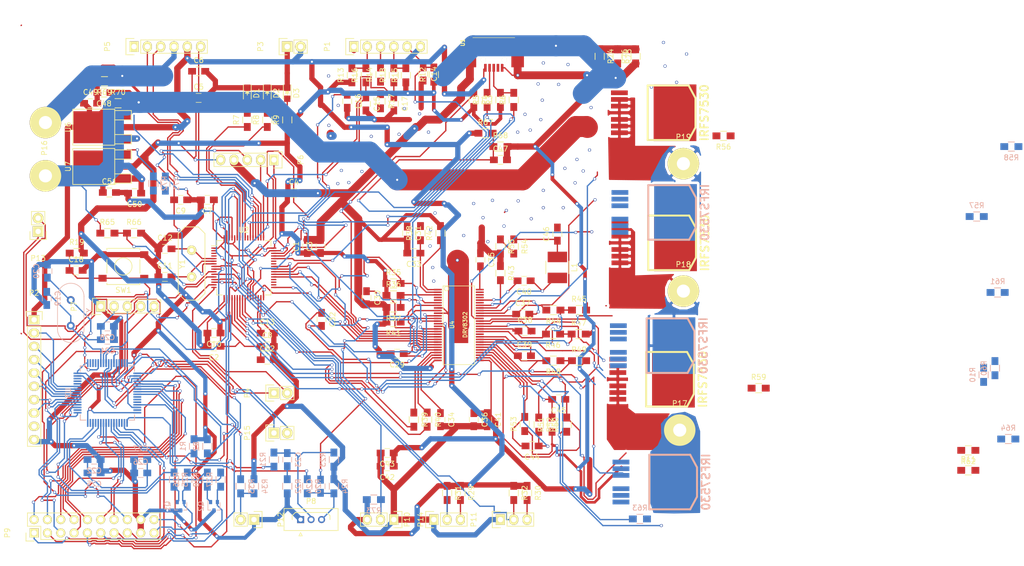
<source format=kicad_pcb>
(kicad_pcb (version 4) (host pcbnew 4.0.2+dfsg1-stable)
  (layers (0 F.Cu signal) (31 B.Cu signal) (34 B.Paste user hide) (35 F.Paste user) (36 B.SilkS user hide) (37 F.SilkS user hide) (38 B.Mask user) (39 F.Mask user) (44 Edge.Cuts user))
  (net 0 "")
  (net 1 +3V3)
  (net 2 /MCU/I2C_SCK)
  (net 3 /MCU/I2C_DATA)
  (net 4 GND)
  (net 5 /MCU/USB_DM)
  (net 6 "Net-(R5-Pad2)")
  (net 7 /MCU/USB_DP)
  (net 8 "Net-(R3-Pad2)")
  (net 9 /MCU/LED_RED)
  (net 10 "Net-(D1-Pad2)")
  (net 11 /MCU/LED_GREEN)
  (net 12 "Net-(D2-Pad2)")
  (net 13 "Net-(D3-Pad2)")
  (net 14 /MOSFET_PWR/H1_LOW)
  (net 15 GNDA)
  (net 16 /MOSFET_PWR/H3_LOW)
  (net 17 /Lights_driver/ST_RESET2)
  (net 18 "Net-(C19-Pad2)")
  (net 19 "Net-(C20-Pad2)")
  (net 20 /Lights_driver/ST_3V2)
  (net 21 "Net-(C23-Pad1)")
  (net 22 "Net-(C23-Pad2)")
  (net 23 "Net-(C24-Pad2)")
  (net 24 "Net-(P9-Pad19)")
  (net 25 "Net-(Q1-Pad1)")
  (net 26 "Net-(P9-Pad20)")
  (net 27 "Net-(Q2-Pad1)")
  (net 28 "Net-(R20-Pad2)")
  (net 29 "Net-(R21-Pad2)")
  (net 30 "Net-(P12-Pad2)")
  (net 31 /Light_sensor/L_SIGNAL)
  (net 32 "Net-(U3-Pad2)")
  (net 33 "Net-(U3-Pad3)")
  (net 34 "Net-(U3-Pad4)")
  (net 35 "Net-(U3-Pad14)")
  (net 36 "Net-(U3-Pad15)")
  (net 37 /Lights_driver/DEBUG_TX)
  (net 38 /Lights_driver/DEBUG_RX)
  (net 39 "Net-(U3-Pad26)")
  (net 40 "Net-(U3-Pad27)")
  (net 41 "Net-(U3-Pad28)")
  (net 42 "Net-(U3-Pad35)")
  (net 43 "Net-(U3-Pad36)")
  (net 44 "Net-(U3-Pad40)")
  (net 45 "Net-(U3-Pad45)")
  (net 46 /Lights_driver/ST_SWDIO2)
  (net 47 /Lights_driver/ST_SWCLK2)
  (net 48 "Net-(U3-Pad50)")
  (net 49 /Lights_driver/WHL_FR)
  (net 50 /Lights_driver/WHL_RE)
  (net 51 /Lights_driver/R_L_IN)
  (net 52 /Lights_driver/L_L_IN)
  (net 53 /Lights_driver/ALL_L_IN)
  (net 54 /Lights_driver/LED_L)
  (net 55 /Lights_driver/LED_R)
  (net 56 "Net-(U3-Pad60)")
  (net 57 "Net-(U3-Pad61)")
  (net 58 "Net-(U3-Pad62)")
  (net 59 +5V)
  (net 60 "Net-(P10-Pad3)")
  (net 61 "Net-(P11-Pad3)")
  (net 62 /Bike_sensors/FRONT_BREAK)
  (net 63 /Bike_sensors/REAR_BREAK)
  (net 64 /Bike_sensors/SPEED)
  (net 65 /MCU/ST_RESET1)
  (net 66 "Net-(C11-Pad2)")
  (net 67 "Net-(C12-Pad2)")
  (net 68 "Net-(C13-Pad1)")
  (net 69 "Net-(U2-Pad2)")
  (net 70 "Net-(U2-Pad3)")
  (net 71 "Net-(U2-Pad4)")
  (net 72 /Batterry_Measurment/BAT_CURR_A)
  (net 73 /Batterry_Measurment/BAT_VOL)
  (net 74 /MCU/MOTOR_TEMP)
  (net 75 /MCU/PCB_TEMP)
  (net 76 /Batterry_Measurment/BAT_CURR_B)
  (net 77 /MCU/DEBUG_TX)
  (net 78 /MCU/DEBUG_RX)
  (net 79 /MCU/SENS1)
  (net 80 /MCU/SENS2)
  (net 81 /MCU/SENS3)
  (net 82 /MCU/BR_S01)
  (net 83 /MCU/BR_S02)
  (net 84 /MCU/EN_GATE)
  (net 85 /MCU/HALL_1)
  (net 86 /MCU/HALL_2)
  (net 87 /MCU/HALL_3)
  (net 88 /MCU/FAULT)
  (net 89 /MCU/DC_CAL)
  (net 90 /MCU/SCLK)
  (net 91 /MCU/DI)
  (net 92 /MCU/D0)
  (net 93 /MCU/H1)
  (net 94 /MCU/L1)
  (net 95 /MCU/H2)
  (net 96 /MCU/L2)
  (net 97 /MCU/H3)
  (net 98 "Net-(U2-Pad42)")
  (net 99 "Net-(U2-Pad43)")
  (net 100 /MCU/ST_SWDIO1)
  (net 101 /MCU/ST_SWCLK1)
  (net 102 /MCU/BT_STATE)
  (net 103 /MCU/BT_TX)
  (net 104 /MCU/BT_RX)
  (net 105 /MCU/BT_CMD)
  (net 106 /MCU/L3)
  (net 107 /MCU/CS)
  (net 108 "Net-(C29-Pad1)")
  (net 109 "Net-(C30-Pad1)")
  (net 110 "Net-(C31-Pad1)")
  (net 111 "Net-(C32-Pad1)")
  (net 112 "Net-(C32-Pad2)")
  (net 113 "Net-(C33-Pad1)")
  (net 114 "Net-(C34-Pad1)")
  (net 115 "Net-(C35-Pad2)")
  (net 116 +36V)
  (net 117 /MOSFET_PWR/H1_VS)
  (net 118 "Net-(C37-Pad2)")
  (net 119 /MOSFET_PWR/H2_VS)
  (net 120 "Net-(C38-Pad2)")
  (net 121 /MOSFET_PWR/H3_VS)
  (net 122 "Net-(C39-Pad2)")
  (net 123 "Net-(C40-Pad1)")
  (net 124 "Net-(C40-Pad2)")
  (net 125 "Net-(C44-Pad1)")
  (net 126 "Net-(C44-Pad2)")
  (net 127 "Net-(C45-Pad1)")
  (net 128 "Net-(C45-Pad2)")
  (net 129 "Net-(C46-Pad1)")
  (net 130 "Net-(R36-Pad2)")
  (net 131 "Net-(R39-Pad1)")
  (net 132 "Net-(R40-Pad1)")
  (net 133 "Net-(R41-Pad1)")
  (net 134 "Net-(R42-Pad1)")
  (net 135 "Net-(R43-Pad2)")
  (net 136 "Net-(R54-Pad2)")
  (net 137 /HALL_Filters/HALL_1_IN)
  (net 138 /HALL_Filters/HALL_2_IN)
  (net 139 /HALL_Filters/HALL_3_IN)
  (net 140 /MOSFET_PWR/M_H1)
  (net 141 /MOSFET_PWR/M_L1)
  (net 142 /MOSFET_PWR/M_H2)
  (net 143 /MOSFET_PWR/M_L2)
  (net 144 /MOSFET_PWR/M_H3)
  (net 145 /MOSFET_PWR/M_L3)
  (net 146 "Net-(R69-Pad1)")
  (net 147 "Net-(R71-Pad1)")
  (net 148 "Net-(R74-Pad1)")
  (net 149 GNDPWR)
  (net 150 "Net-(C24-Pad1)")
  (net 151 "Net-(P2-Pad9)")
  (net 152 /Lights/TAB1_IN)
  (net 153 /Lights/TAB2_IN)
  (net 154 /Lights/K1_IN)
  (net 155 /Lights/K2_IN)
  (net 156 /Lights/K3_IN)
  (net 157 /Lights/W1_IN)
  (net 158 /Lights/W2_IN)
  (net 159 /Lights/W3_IN)
  (net 160 /Lights/W4_IN)
  (net 161 /Lights/K4_IN)
  (net 162 /Lights/K5_IN)
  (net 163 /Lights/K6_IN)
  (net 164 /Lights/K7_IN)
  (net 165 /Lights/K8_IN)
  (net 166 /Lights/W5_IN)
  (net 167 /Lights/W6_IN)
  (net 168 /Lights/W7_IN)
  (net 169 /Lights/W8_IN)
  (net 170 "Net-(U4-Pad4)")
  (net 171 "Net-(U4-Pad5)")
  (net 172 "Net-(U4-Pad55)")
  (net 173 "Net-(U1-Pad4)")
  (net 174 "Net-(Q3-PadG)")
  (net 175 "Net-(Q4-PadG)")
  (net 176 "Net-(Q5-PadG)")
  (net 177 "Net-(Q6-PadG)")
  (net 178 "Net-(Q7-PadG)")
  (net 179 "Net-(Q8-PadG)")
  (module Resistors_SMD:R_0805_HandSoldering (layer B.Cu) (at 238.378 60.968)
    (fp_text reference R58 (at 0 2.1) (layer B.SilkS) (effects (justify mirror)))
    (fp_text value 39k)
    (pad 1 smd rect (at -1.35 0) (size 1.5 1.3) (layers B.Cu B.Paste B.Mask) (net 14 /MOSFET_PWR/H1_LOW))
    (pad 2 smd rect (at 1.35 0) (size 1.5 1.3) (layers B.Cu B.Paste B.Mask) (net 175 "Net-(Q4-PadG)"))
  )
  (module Buttons_Switches_SMD:SW_SPST_B3S-1000 (layer F.Cu) (at 69.088 83.82 180)
    (fp_text reference SW1 (at 0 -4.5 180) (layer F.SilkS))
    (fp_text value SW_PUSH)
    (pad 1 smd rect (at -3.975 -2.25 180) (size 1.55 1.3) (layers F.Cu F.Paste F.Mask) (net 17 /Lights_driver/ST_RESET2))
    (pad 1 smd rect (at 3.975 -2.25 180) (size 1.55 1.3) (layers F.Cu F.Paste F.Mask) (net 17 /Lights_driver/ST_RESET2))
    (pad 2 smd rect (at -3.975 2.25 180) (size 1.55 1.3) (layers F.Cu F.Paste F.Mask) (net 4 GND))
    (pad 2 smd rect (at 3.975 2.25 180) (size 1.55 1.3) (layers F.Cu F.Paste F.Mask) (net 4 GND))
  )
  (module Resistors_SMD:R_0805_HandSoldering (layer B.Cu) (at 82.55 118.11 270)
    (fp_text reference R1 (at 0 2.1 270) (layer B.SilkS) (effects (justify mirror)))
    (fp_text value 1,5k)
    (pad 1 smd rect (at -1.35 0 270) (size 1.5 1.3) (layers B.Cu B.Paste B.Mask) (net 1 +3V3))
    (pad 2 smd rect (at 1.35 0 270) (size 1.5 1.3) (layers B.Cu B.Paste B.Mask) (net 2 /MCU/I2C_SCK))
  )
  (module Resistors_SMD:R_0805_HandSoldering (layer B.Cu) (at 85.09 118.11 270)
    (fp_text reference R2 (at 0 2.1 270) (layer B.SilkS) (effects (justify mirror)))
    (fp_text value 1,5k)
    (pad 1 smd rect (at -1.35 0 270) (size 1.5 1.3) (layers B.Cu B.Paste B.Mask) (net 1 +3V3))
    (pad 2 smd rect (at 1.35 0 270) (size 1.5 1.3) (layers B.Cu B.Paste B.Mask) (net 3 /MCU/I2C_DATA))
  )
  (module Resistors_SMD:R_0805_HandSoldering (layer F.Cu) (at 135.89 52.07 270)
    (fp_text reference R4 (at 0 -2.1 270) (layer F.SilkS))
    (fp_text value 100)
    (pad 1 smd rect (at -1.35 0 270) (size 1.5 1.3) (layers F.Cu F.Paste F.Mask) (net 150 "Net-(C24-Pad1)"))
    (pad 2 smd rect (at 1.35 0 270) (size 1.5 1.3) (layers F.Cu F.Paste F.Mask) (net 1 +3V3))
  )
  (module Resistors_SMD:R_0805_HandSoldering (layer F.Cu) (at 138.43 52.07 90)
    (fp_text reference R5 (at 0 -2.1 90) (layer F.SilkS))
    (fp_text value 22R)
    (pad 1 smd rect (at -1.35 0 90) (size 1.5 1.3) (layers F.Cu F.Paste F.Mask) (net 5 /MCU/USB_DM))
    (pad 2 smd rect (at 1.35 0 90) (size 1.5 1.3) (layers F.Cu F.Paste F.Mask) (net 6 "Net-(R5-Pad2)"))
  )
  (module Resistors_SMD:R_0805_HandSoldering (layer F.Cu) (at 143.51 52.07 90)
    (fp_text reference R6 (at 0 -2.1 90) (layer F.SilkS))
    (fp_text value 22R)
    (pad 1 smd rect (at -1.35 0 90) (size 1.5 1.3) (layers F.Cu F.Paste F.Mask) (net 7 /MCU/USB_DP))
    (pad 2 smd rect (at 1.35 0 90) (size 1.5 1.3) (layers F.Cu F.Paste F.Mask) (net 8 "Net-(R3-Pad2)"))
  )
  (module Resistors_SMD:R_0805_HandSoldering (layer F.Cu) (at 92.71 55.88 90)
    (fp_text reference R7 (at 0 -2.1 90) (layer F.SilkS))
    (fp_text value 100R)
    (pad 1 smd rect (at -1.35 0 90) (size 1.5 1.3) (layers F.Cu F.Paste F.Mask) (net 9 /MCU/LED_RED))
    (pad 2 smd rect (at 1.35 0 90) (size 1.5 1.3) (layers F.Cu F.Paste F.Mask) (net 10 "Net-(D1-Pad2)"))
  )
  (module Resistors_SMD:R_0805_HandSoldering (layer F.Cu) (at 96.52 55.88 90)
    (fp_text reference R8 (at 0 -2.1 90) (layer F.SilkS))
    (fp_text value 100R)
    (pad 1 smd rect (at -1.35 0 90) (size 1.5 1.3) (layers F.Cu F.Paste F.Mask) (net 11 /MCU/LED_GREEN))
    (pad 2 smd rect (at 1.35 0 90) (size 1.5 1.3) (layers F.Cu F.Paste F.Mask) (net 12 "Net-(D2-Pad2)"))
  )
  (module Resistors_SMD:R_0805_HandSoldering (layer F.Cu) (at 100.33 55.88 90)
    (fp_text reference R9 (at 0 -2.1 90) (layer F.SilkS))
    (fp_text value 100R)
    (pad 1 smd rect (at -1.35 0 90) (size 1.5 1.3) (layers F.Cu F.Paste F.Mask) (net 1 +3V3))
    (pad 2 smd rect (at 1.35 0 90) (size 1.5 1.3) (layers F.Cu F.Paste F.Mask) (net 13 "Net-(D3-Pad2)"))
  )
  (module Resistors_SMD:R_0805_HandSoldering (layer B.Cu) (at 233.091 104.482 270)
    (fp_text reference R10 (at 0 2.1 270) (layer B.SilkS) (effects (justify mirror)))
    (fp_text value SHUNT)
    (pad 1 smd rect (at -1.35 0 270) (size 1.5 1.3) (layers B.Cu B.Paste B.Mask) (net 14 /MOSFET_PWR/H1_LOW))
    (pad 2 smd rect (at 1.35 0 270) (size 1.5 1.3) (layers B.Cu B.Paste B.Mask) (net 15 GNDA))
  )
  (module Resistors_SMD:R_0805_HandSoldering (layer F.Cu) (at 230.17 122.69)
    (fp_text reference R11 (at 0 -2.1) (layer F.SilkS))
    (fp_text value SHUNT)
    (pad 1 smd rect (at -1.35 0) (size 1.5 1.3) (layers F.Cu F.Paste F.Mask) (net 16 /MOSFET_PWR/H3_LOW))
    (pad 2 smd rect (at 1.35 0) (size 1.5 1.3) (layers F.Cu F.Paste F.Mask) (net 15 GNDA))
  )
  (module Capacitors_SMD:C_0805_HandSoldering (layer F.Cu) (at 60.071 84.582)
    (fp_text reference C18 (at 0 -2.1) (layer F.SilkS))
    (fp_text value 100n)
    (pad 1 smd rect (at -1.25 0) (size 1.5 1.25) (layers F.Cu F.Paste F.Mask) (net 17 /Lights_driver/ST_RESET2))
    (pad 2 smd rect (at 1.25 0) (size 1.5 1.25) (layers F.Cu F.Paste F.Mask) (net 4 GND))
  )
  (module Capacitors_SMD:C_0805_HandSoldering (layer B.Cu) (at 54.483 89.916 90)
    (fp_text reference C19 (at 0 2.1 90) (layer B.SilkS) (effects (justify mirror)))
    (fp_text value 20p)
    (pad 1 smd rect (at -1.25 0 90) (size 1.5 1.25) (layers B.Cu B.Paste B.Mask) (net 4 GND))
    (pad 2 smd rect (at 1.25 0 90) (size 1.5 1.25) (layers B.Cu B.Paste B.Mask) (net 18 "Net-(C19-Pad2)"))
  )
  (module Capacitors_SMD:C_0805_HandSoldering (layer B.Cu) (at 54.61 84.709 270)
    (fp_text reference C20 (at 0 2.1 270) (layer B.SilkS) (effects (justify mirror)))
    (fp_text value 20p)
    (pad 1 smd rect (at -1.25 0 270) (size 1.5 1.25) (layers B.Cu B.Paste B.Mask) (net 4 GND))
    (pad 2 smd rect (at 1.25 0 270) (size 1.5 1.25) (layers B.Cu B.Paste B.Mask) (net 19 "Net-(C20-Pad2)"))
  )
  (module Capacitors_SMD:C_0805_HandSoldering (layer B.Cu) (at 66.04 97.79)
    (fp_text reference C21 (at 0 2.1) (layer B.SilkS) (effects (justify mirror)))
    (fp_text value 100n)
    (pad 1 smd rect (at -1.25 0) (size 1.5 1.25) (layers B.Cu B.Paste B.Mask) (net 20 /Lights_driver/ST_3V2))
    (pad 2 smd rect (at 1.25 0) (size 1.5 1.25) (layers B.Cu B.Paste B.Mask) (net 4 GND))
  )
  (module Capacitors_SMD:C_0805_HandSoldering (layer B.Cu) (at 63.5 120.65)
    (fp_text reference C22 (at 0 2.1) (layer B.SilkS) (effects (justify mirror)))
    (fp_text value 100n)
    (pad 1 smd rect (at -1.25 0) (size 1.5 1.25) (layers B.Cu B.Paste B.Mask) (net 20 /Lights_driver/ST_3V2))
    (pad 2 smd rect (at 1.25 0) (size 1.5 1.25) (layers B.Cu B.Paste B.Mask) (net 4 GND))
  )
  (module Capacitors_SMD:C_0805_HandSoldering (layer B.Cu) (at 100.33 120.65 90)
    (fp_text reference C23 (at 0 2.1 90) (layer B.SilkS) (effects (justify mirror)))
    (fp_text value C)
    (pad 1 smd rect (at -1.25 0 90) (size 1.5 1.25) (layers B.Cu B.Paste B.Mask) (net 21 "Net-(C23-Pad1)"))
    (pad 2 smd rect (at 1.25 0 90) (size 1.5 1.25) (layers B.Cu B.Paste B.Mask) (net 22 "Net-(C23-Pad2)"))
  )
  (module Capacitors_SMD:C_0805_HandSoldering (layer B.Cu) (at 106.68 125.73 270)
    (fp_text reference C24 (at 0 2.1 270) (layer B.SilkS) (effects (justify mirror)))
    (fp_text value C)
    (pad 1 smd rect (at -1.25 0 270) (size 1.5 1.25) (layers B.Cu B.Paste B.Mask) (net 150 "Net-(C24-Pad1)"))
    (pad 2 smd rect (at 1.25 0 270) (size 1.5 1.25) (layers B.Cu B.Paste B.Mask) (net 23 "Net-(C24-Pad2)"))
  )
  (module Capacitors_SMD:C_0805_HandSoldering (layer B.Cu) (at 63.5 123.19)
    (fp_text reference C25 (at 0 2.1) (layer B.SilkS) (effects (justify mirror)))
    (fp_text value 100n)
    (pad 1 smd rect (at -1.25 0) (size 1.5 1.25) (layers B.Cu B.Paste B.Mask) (net 20 /Lights_driver/ST_3V2))
    (pad 2 smd rect (at 1.25 0) (size 1.5 1.25) (layers B.Cu B.Paste B.Mask) (net 4 GND))
  )
  (module Capacitors_SMD:C_0805_HandSoldering (layer B.Cu) (at 72.39 123.19 180)
    (fp_text reference C26 (at 0 2.1 180) (layer B.SilkS) (effects (justify mirror)))
    (fp_text value 100n)
    (pad 1 smd rect (at -1.25 0 180) (size 1.5 1.25) (layers B.Cu B.Paste B.Mask) (net 20 /Lights_driver/ST_3V2))
    (pad 2 smd rect (at 1.25 0 180) (size 1.5 1.25) (layers B.Cu B.Paste B.Mask) (net 4 GND))
  )
  (module Capacitors_SMD:C_0805_HandSoldering (layer B.Cu) (at 72.39 120.65 180)
    (fp_text reference C27 (at 0 2.1 180) (layer B.SilkS) (effects (justify mirror)))
    (fp_text value 100n)
    (pad 1 smd rect (at -1.25 0 180) (size 1.5 1.25) (layers B.Cu B.Paste B.Mask) (net 20 /Lights_driver/ST_3V2))
    (pad 2 smd rect (at 1.25 0 180) (size 1.5 1.25) (layers B.Cu B.Paste B.Mask) (net 4 GND))
  )
  (module Capacitors_SMD:C_0805_HandSoldering (layer B.Cu) (at 66.04 95.25)
    (fp_text reference C28 (at 0 2.1) (layer B.SilkS) (effects (justify mirror)))
    (fp_text value 4,7u)
    (pad 1 smd rect (at -1.25 0) (size 1.5 1.25) (layers B.Cu B.Paste B.Mask) (net 20 /Lights_driver/ST_3V2))
    (pad 2 smd rect (at 1.25 0) (size 1.5 1.25) (layers B.Cu B.Paste B.Mask) (net 4 GND))
  )
  (module Connectors_Harwin:Harwin_LTek-Male_03x2.00mm_Straight (layer F.Cu) (at 102.87 132.08)
    (fp_text reference P8 (at 2 -3.5) (layer F.SilkS))
    (fp_text value CONN_01X03)
    (pad 1 thru_hole rect (at 0 0) (size 1.35 1.35) (drill 0.8) (layers *.Cu *.Mask) (net 1 +3V3))
    (pad 2 thru_hole circle (at 2 0) (size 1.35 1.35) (drill 0.8) (layers *.Cu *.Mask) (net 22 "Net-(C23-Pad2)"))
    (pad 3 thru_hole circle (at 4 0) (size 1.35 1.35) (drill 0.8) (layers *.Cu *.Mask) (net 23 "Net-(C24-Pad2)"))
  )
  (module TO_SOT_Packages_SMD:SOT-323 (layer B.Cu) (at 80.01 129.54 270)
    (fp_text reference Q1 (at 0 2.5 270) (layer B.SilkS) (effects (justify mirror)))
    (fp_text value Q_NPN_BCE)
    (pad 2 smd rect (at -0.8 -0.65 270) (size 0.8 0.6) (layers B.Cu B.Paste B.Mask) (net 24 "Net-(P9-Pad19)"))
    (pad 1 smd rect (at -0.8 0.65 270) (size 0.8 0.6) (layers B.Cu B.Paste B.Mask) (net 25 "Net-(Q1-Pad1)"))
    (pad 3 smd rect (at 0.8 0 270) (size 0.8 0.6) (layers B.Cu B.Paste B.Mask) (net 4 GND))
  )
  (module TO_SOT_Packages_SMD:SOT-323 (layer B.Cu) (at 86.36 129.54 270)
    (fp_text reference Q2 (at 0 2.5 270) (layer B.SilkS) (effects (justify mirror)))
    (fp_text value Q_NPN_BCE)
    (pad 2 smd rect (at -0.8 -0.65 270) (size 0.8 0.6) (layers B.Cu B.Paste B.Mask) (net 26 "Net-(P9-Pad20)"))
    (pad 1 smd rect (at -0.8 0.65 270) (size 0.8 0.6) (layers B.Cu B.Paste B.Mask) (net 27 "Net-(Q2-Pad1)"))
    (pad 3 smd rect (at 0.8 0 270) (size 0.8 0.6) (layers B.Cu B.Paste B.Mask) (net 4 GND))
  )
  (module Resistors_SMD:R_0805_HandSoldering (layer F.Cu) (at 60.198 81.28)
    (fp_text reference R19 (at 0 -2.1) (layer F.SilkS))
    (fp_text value 100k)
    (pad 1 smd rect (at -1.35 0) (size 1.5 1.3) (layers F.Cu F.Paste F.Mask) (net 17 /Lights_driver/ST_RESET2))
    (pad 2 smd rect (at 1.35 0) (size 1.5 1.3) (layers F.Cu F.Paste F.Mask) (net 1 +3V3))
  )
  (module Resistors_SMD:R_0805_HandSoldering (layer B.Cu) (at 104.14 125.73 90)
    (fp_text reference R20 (at 0 2.1 90) (layer B.SilkS) (effects (justify mirror)))
    (fp_text value 330)
    (pad 1 smd rect (at -1.35 0 90) (size 1.5 1.3) (layers B.Cu B.Paste B.Mask) (net 23 "Net-(C24-Pad2)"))
    (pad 2 smd rect (at 1.35 0 90) (size 1.5 1.3) (layers B.Cu B.Paste B.Mask) (net 28 "Net-(R20-Pad2)"))
  )
  (module Resistors_SMD:R_0805_HandSoldering (layer B.Cu) (at 97.79 120.65 270)
    (fp_text reference R21 (at 0 2.1 270) (layer B.SilkS) (effects (justify mirror)))
    (fp_text value 330)
    (pad 1 smd rect (at -1.35 0 270) (size 1.5 1.3) (layers B.Cu B.Paste B.Mask) (net 22 "Net-(C23-Pad2)"))
    (pad 2 smd rect (at 1.35 0 270) (size 1.5 1.3) (layers B.Cu B.Paste B.Mask) (net 29 "Net-(R21-Pad2)"))
  )
  (module Resistors_SMD:R_0805_HandSoldering (layer B.Cu) (at 100.33 125.73 90)
    (fp_text reference R22 (at 0 2.1 90) (layer B.SilkS) (effects (justify mirror)))
    (fp_text value 100)
    (pad 1 smd rect (at -1.35 0 90) (size 1.5 1.3) (layers B.Cu B.Paste B.Mask) (net 1 +3V3))
    (pad 2 smd rect (at 1.35 0 90) (size 1.5 1.3) (layers B.Cu B.Paste B.Mask) (net 21 "Net-(C23-Pad1)"))
  )
  (module Resistors_SMD:R_0805_HandSoldering (layer B.Cu) (at 109.22 120.65 270)
    (fp_text reference R23 (at 0 2.1 270) (layer B.SilkS) (effects (justify mirror)))
    (fp_text value 220k)
    (pad 1 smd rect (at -1.35 0 270) (size 1.5 1.3) (layers B.Cu B.Paste B.Mask) (net 22 "Net-(C23-Pad2)"))
    (pad 2 smd rect (at 1.35 0 270) (size 1.5 1.3) (layers B.Cu B.Paste B.Mask) (net 4 GND))
  )
  (module Resistors_SMD:R_0805_HandSoldering (layer B.Cu) (at 109.22 125.73 90)
    (fp_text reference R24 (at 0 2.1 90) (layer B.SilkS) (effects (justify mirror)))
    (fp_text value 220k)
    (pad 1 smd rect (at -1.35 0 90) (size 1.5 1.3) (layers B.Cu B.Paste B.Mask) (net 23 "Net-(C24-Pad2)"))
    (pad 2 smd rect (at 1.35 0 90) (size 1.5 1.3) (layers B.Cu B.Paste B.Mask) (net 4 GND))
  )
  (module Resistors_SMD:R_0805_HandSoldering (layer B.Cu) (at 78.74 124.46 90)
    (fp_text reference R25 (at 0 2.1 90) (layer B.SilkS) (effects (justify mirror)))
    (fp_text value 10k)
    (pad 1 smd rect (at -1.35 0 90) (size 1.5 1.3) (layers B.Cu B.Paste B.Mask) (net 25 "Net-(Q1-Pad1)"))
    (pad 2 smd rect (at 1.35 0 90) (size 1.5 1.3) (layers B.Cu B.Paste B.Mask) (net 152 /Lights/TAB1_IN))
  )
  (module Resistors_SMD:R_0805_HandSoldering (layer B.Cu) (at 81.28 124.46 270)
    (fp_text reference R26 (at 0 2.1 270) (layer B.SilkS) (effects (justify mirror)))
    (fp_text value 470)
    (pad 1 smd rect (at -1.35 0 270) (size 1.5 1.3) (layers B.Cu B.Paste B.Mask) (net 1 +3V3))
    (pad 2 smd rect (at 1.35 0 270) (size 1.5 1.3) (layers B.Cu B.Paste B.Mask) (net 24 "Net-(P9-Pad19)"))
  )
  (module Resistors_SMD:R_0805_HandSoldering (layer B.Cu) (at 87.63 124.46 270)
    (fp_text reference R27 (at 0 2.1 270) (layer B.SilkS) (effects (justify mirror)))
    (fp_text value 470)
    (pad 1 smd rect (at -1.35 0 270) (size 1.5 1.3) (layers B.Cu B.Paste B.Mask) (net 1 +3V3))
    (pad 2 smd rect (at 1.35 0 270) (size 1.5 1.3) (layers B.Cu B.Paste B.Mask) (net 26 "Net-(P9-Pad20)"))
  )
  (module Resistors_SMD:R_0805_HandSoldering (layer B.Cu) (at 85.09 124.46 270)
    (fp_text reference R28 (at 0 2.1 270) (layer B.SilkS) (effects (justify mirror)))
    (fp_text value 10k)
    (pad 1 smd rect (at -1.35 0 270) (size 1.5 1.3) (layers B.Cu B.Paste B.Mask) (net 153 /Lights/TAB2_IN))
    (pad 2 smd rect (at 1.35 0 270) (size 1.5 1.3) (layers B.Cu B.Paste B.Mask) (net 27 "Net-(Q2-Pad1)"))
  )
  (module Resistors_SMD:R_0805_HandSoldering (layer B.Cu) (at 91.44 125.73 90)
    (fp_text reference R33 (at 0 2.1 90) (layer B.SilkS) (effects (justify mirror)))
    (fp_text value 220)
    (pad 1 smd rect (at -1.35 0 90) (size 1.5 1.3) (layers B.Cu B.Paste B.Mask) (net 30 "Net-(P12-Pad2)"))
    (pad 2 smd rect (at 1.35 0 90) (size 1.5 1.3) (layers B.Cu B.Paste B.Mask) (net 31 /Light_sensor/L_SIGNAL))
  )
  (module Resistors_SMD:R_0805_HandSoldering (layer B.Cu) (at 93.98 125.73 90)
    (fp_text reference R34 (at 0 2.1 90) (layer B.SilkS) (effects (justify mirror)))
    (fp_text value 2k)
    (pad 1 smd rect (at -1.35 0 90) (size 1.5 1.3) (layers B.Cu B.Paste B.Mask) (net 30 "Net-(P12-Pad2)"))
    (pad 2 smd rect (at 1.35 0 90) (size 1.5 1.3) (layers B.Cu B.Paste B.Mask) (net 4 GND))
  )
  (module Housings_QFP:TQFP-64_10x10mm_Pitch0.5mm (layer B.Cu) (at 66.04 107.95 270)
    (fp_text reference U3 (at 0 7.45 270) (layer B.SilkS) (effects (justify mirror)))
    (fp_text value STM32F100RBT6)
    (pad 1 smd rect (at -5.7 3.75 270) (size 1.5 0.3) (layers B.Cu B.Paste B.Mask) (net 1 +3V3))
    (pad 2 smd rect (at -5.7 3.25 270) (size 1.5 0.3) (layers B.Cu B.Paste B.Mask) (net 32 "Net-(U3-Pad2)"))
    (pad 3 smd rect (at -5.7 2.75 270) (size 1.5 0.3) (layers B.Cu B.Paste B.Mask) (net 33 "Net-(U3-Pad3)"))
    (pad 4 smd rect (at -5.7 2.25 270) (size 1.5 0.3) (layers B.Cu B.Paste B.Mask) (net 34 "Net-(U3-Pad4)"))
    (pad 5 smd rect (at -5.7 1.75 270) (size 1.5 0.3) (layers B.Cu B.Paste B.Mask) (net 19 "Net-(C20-Pad2)"))
    (pad 6 smd rect (at -5.7 1.25 270) (size 1.5 0.3) (layers B.Cu B.Paste B.Mask) (net 18 "Net-(C19-Pad2)"))
    (pad 7 smd rect (at -5.7 0.75 270) (size 1.5 0.3) (layers B.Cu B.Paste B.Mask) (net 17 /Lights_driver/ST_RESET2))
    (pad 8 smd rect (at -5.7 0.25 270) (size 1.5 0.3) (layers B.Cu B.Paste B.Mask) (net 31 /Light_sensor/L_SIGNAL))
    (pad 9 smd rect (at -5.7 -0.25 270) (size 1.5 0.3) (layers B.Cu B.Paste B.Mask) (net 154 /Lights/K1_IN))
    (pad 10 smd rect (at -5.7 -0.75 270) (size 1.5 0.3) (layers B.Cu B.Paste B.Mask) (net 155 /Lights/K2_IN))
    (pad 11 smd rect (at -5.7 -1.25 270) (size 1.5 0.3) (layers B.Cu B.Paste B.Mask) (net 156 /Lights/K3_IN))
    (pad 12 smd rect (at -5.7 -1.75 270) (size 1.5 0.3) (layers B.Cu B.Paste B.Mask) (net 4 GND))
    (pad 13 smd rect (at -5.7 -2.25 270) (size 1.5 0.3) (layers B.Cu B.Paste B.Mask) (net 1 +3V3))
    (pad 14 smd rect (at -5.7 -2.75 270) (size 1.5 0.3) (layers B.Cu B.Paste B.Mask) (net 35 "Net-(U3-Pad14)"))
    (pad 15 smd rect (at -5.7 -3.25 270) (size 1.5 0.3) (layers B.Cu B.Paste B.Mask) (net 36 "Net-(U3-Pad15)"))
    (pad 16 smd rect (at -5.7 -3.75 270) (size 1.5 0.3) (layers B.Cu B.Paste B.Mask) (net 37 /Lights_driver/DEBUG_TX))
    (pad 17 smd rect (at -3.75 -5.7 180) (size 1.5 0.3) (layers B.Cu B.Paste B.Mask) (net 38 /Lights_driver/DEBUG_RX))
    (pad 18 smd rect (at -3.25 -5.7 180) (size 1.5 0.3) (layers B.Cu B.Paste B.Mask) (net 4 GND))
    (pad 19 smd rect (at -2.75 -5.7 180) (size 1.5 0.3) (layers B.Cu B.Paste B.Mask) (net 1 +3V3))
    (pad 20 smd rect (at -2.25 -5.7 180) (size 1.5 0.3) (layers B.Cu B.Paste B.Mask) (net 157 /Lights/W1_IN))
    (pad 21 smd rect (at -1.75 -5.7 180) (size 1.5 0.3) (layers B.Cu B.Paste B.Mask) (net 158 /Lights/W2_IN))
    (pad 22 smd rect (at -1.25 -5.7 180) (size 1.5 0.3) (layers B.Cu B.Paste B.Mask) (net 159 /Lights/W3_IN))
    (pad 23 smd rect (at -0.75 -5.7 180) (size 1.5 0.3) (layers B.Cu B.Paste B.Mask) (net 160 /Lights/W4_IN))
    (pad 24 smd rect (at -0.25 -5.7 180) (size 1.5 0.3) (layers B.Cu B.Paste B.Mask) (net 161 /Lights/K4_IN))
    (pad 25 smd rect (at 0.25 -5.7 180) (size 1.5 0.3) (layers B.Cu B.Paste B.Mask) (net 162 /Lights/K5_IN))
    (pad 26 smd rect (at 0.75 -5.7 180) (size 1.5 0.3) (layers B.Cu B.Paste B.Mask) (net 39 "Net-(U3-Pad26)"))
    (pad 27 smd rect (at 1.25 -5.7 180) (size 1.5 0.3) (layers B.Cu B.Paste B.Mask) (net 40 "Net-(U3-Pad27)"))
    (pad 28 smd rect (at 1.75 -5.7 180) (size 1.5 0.3) (layers B.Cu B.Paste B.Mask) (net 41 "Net-(U3-Pad28)"))
    (pad 29 smd rect (at 2.25 -5.7 180) (size 1.5 0.3) (layers B.Cu B.Paste B.Mask) (net 2 /MCU/I2C_SCK))
    (pad 30 smd rect (at 2.75 -5.7 180) (size 1.5 0.3) (layers B.Cu B.Paste B.Mask) (net 3 /MCU/I2C_DATA))
    (pad 31 smd rect (at 3.25 -5.7 180) (size 1.5 0.3) (layers B.Cu B.Paste B.Mask) (net 4 GND))
    (pad 32 smd rect (at 3.75 -5.7 180) (size 1.5 0.3) (layers B.Cu B.Paste B.Mask) (net 1 +3V3))
    (pad 33 smd rect (at 5.7 -3.75 270) (size 1.5 0.3) (layers B.Cu B.Paste B.Mask) (net 28 "Net-(R20-Pad2)"))
    (pad 34 smd rect (at 5.7 -3.25 270) (size 1.5 0.3) (layers B.Cu B.Paste B.Mask) (net 29 "Net-(R21-Pad2)"))
    (pad 35 smd rect (at 5.7 -2.75 270) (size 1.5 0.3) (layers B.Cu B.Paste B.Mask) (net 42 "Net-(U3-Pad35)"))
    (pad 36 smd rect (at 5.7 -2.25 270) (size 1.5 0.3) (layers B.Cu B.Paste B.Mask) (net 43 "Net-(U3-Pad36)"))
    (pad 37 smd rect (at 5.7 -1.75 270) (size 1.5 0.3) (layers B.Cu B.Paste B.Mask) (net 163 /Lights/K6_IN))
    (pad 38 smd rect (at 5.7 -1.25 270) (size 1.5 0.3) (layers B.Cu B.Paste B.Mask) (net 164 /Lights/K7_IN))
    (pad 39 smd rect (at 5.7 -0.75 270) (size 1.5 0.3) (layers B.Cu B.Paste B.Mask) (net 165 /Lights/K8_IN))
    (pad 40 smd rect (at 5.7 -0.25 270) (size 1.5 0.3) (layers B.Cu B.Paste B.Mask) (net 44 "Net-(U3-Pad40)"))
    (pad 41 smd rect (at 5.7 0.25 270) (size 1.5 0.3) (layers B.Cu B.Paste B.Mask) (net 166 /Lights/W5_IN))
    (pad 42 smd rect (at 5.7 0.75 270) (size 1.5 0.3) (layers B.Cu B.Paste B.Mask) (net 167 /Lights/W6_IN))
    (pad 43 smd rect (at 5.7 1.25 270) (size 1.5 0.3) (layers B.Cu B.Paste B.Mask) (net 168 /Lights/W7_IN))
    (pad 44 smd rect (at 5.7 1.75 270) (size 1.5 0.3) (layers B.Cu B.Paste B.Mask) (net 169 /Lights/W8_IN))
    (pad 45 smd rect (at 5.7 2.25 270) (size 1.5 0.3) (layers B.Cu B.Paste B.Mask) (net 45 "Net-(U3-Pad45)"))
    (pad 46 smd rect (at 5.7 2.75 270) (size 1.5 0.3) (layers B.Cu B.Paste B.Mask) (net 46 /Lights_driver/ST_SWDIO2))
    (pad 47 smd rect (at 5.7 3.25 270) (size 1.5 0.3) (layers B.Cu B.Paste B.Mask))
    (pad 48 smd rect (at 5.7 3.75 270) (size 1.5 0.3) (layers B.Cu B.Paste B.Mask) (net 1 +3V3))
    (pad 49 smd rect (at 3.75 5.7 180) (size 1.5 0.3) (layers B.Cu B.Paste B.Mask) (net 47 /Lights_driver/ST_SWCLK2))
    (pad 50 smd rect (at 3.25 5.7 180) (size 1.5 0.3) (layers B.Cu B.Paste B.Mask) (net 48 "Net-(U3-Pad50)"))
    (pad 51 smd rect (at 2.75 5.7 180) (size 1.5 0.3) (layers B.Cu B.Paste B.Mask) (net 152 /Lights/TAB1_IN))
    (pad 52 smd rect (at 2.25 5.7 180) (size 1.5 0.3) (layers B.Cu B.Paste B.Mask) (net 153 /Lights/TAB2_IN))
    (pad 53 smd rect (at 1.75 5.7 180) (size 1.5 0.3) (layers B.Cu B.Paste B.Mask) (net 49 /Lights_driver/WHL_FR))
    (pad 54 smd rect (at 1.25 5.7 180) (size 1.5 0.3) (layers B.Cu B.Paste B.Mask) (net 50 /Lights_driver/WHL_RE))
    (pad 55 smd rect (at 0.75 5.7 180) (size 1.5 0.3) (layers B.Cu B.Paste B.Mask) (net 51 /Lights_driver/R_L_IN))
    (pad 56 smd rect (at 0.25 5.7 180) (size 1.5 0.3) (layers B.Cu B.Paste B.Mask) (net 52 /Lights_driver/L_L_IN))
    (pad 57 smd rect (at -0.25 5.7 180) (size 1.5 0.3) (layers B.Cu B.Paste B.Mask) (net 53 /Lights_driver/ALL_L_IN))
    (pad 58 smd rect (at -0.75 5.7 180) (size 1.5 0.3) (layers B.Cu B.Paste B.Mask) (net 54 /Lights_driver/LED_L))
    (pad 59 smd rect (at -1.25 5.7 180) (size 1.5 0.3) (layers B.Cu B.Paste B.Mask) (net 55 /Lights_driver/LED_R))
    (pad 60 smd rect (at -1.75 5.7 180) (size 1.5 0.3) (layers B.Cu B.Paste B.Mask) (net 56 "Net-(U3-Pad60)"))
    (pad 61 smd rect (at -2.25 5.7 180) (size 1.5 0.3) (layers B.Cu B.Paste B.Mask) (net 57 "Net-(U3-Pad61)"))
    (pad 62 smd rect (at -2.75 5.7 180) (size 1.5 0.3) (layers B.Cu B.Paste B.Mask) (net 58 "Net-(U3-Pad62)"))
    (pad 63 smd rect (at -3.25 5.7 180) (size 1.5 0.3) (layers B.Cu B.Paste B.Mask) (net 4 GND))
    (pad 64 smd rect (at -3.75 5.7 180) (size 1.5 0.3) (layers B.Cu B.Paste B.Mask) (net 1 +3V3))
  )
  (module Crystals:Crystal_HC18-U_Vertical (layer B.Cu) (at 59.055 95.123 90)
    (fp_text reference Y2 (at 2.45 3.525 90) (layer B.SilkS) (effects (justify mirror)))
    (fp_text value Crystal_Small)
    (pad 1 thru_hole circle (at 0 0 90) (size 1.5 1.5) (drill 0.8) (layers *.Cu *.Mask) (net 18 "Net-(C19-Pad2)"))
    (pad 2 thru_hole circle (at 4.9 0 90) (size 1.5 1.5) (drill 0.8) (layers *.Cu *.Mask) (net 19 "Net-(C20-Pad2)"))
  )
  (module Resistors_SMD:R_0805_HandSoldering (layer F.Cu) (at 133.35 127 270)
    (fp_text reference R29 (at 0 -2.1 270) (layer F.SilkS))
    (fp_text value R)
    (pad 1 smd rect (at -1.35 0 270) (size 1.5 1.3) (layers F.Cu F.Paste F.Mask) (net 59 +5V))
    (pad 2 smd rect (at 1.35 0 270) (size 1.5 1.3) (layers F.Cu F.Paste F.Mask) (net 60 "Net-(P10-Pad3)"))
  )
  (module Resistors_SMD:R_0805_HandSoldering (layer F.Cu) (at 146.05 127 270)
    (fp_text reference R30 (at 0 -2.1 270) (layer F.SilkS))
    (fp_text value R)
    (pad 1 smd rect (at -1.35 0 270) (size 1.5 1.3) (layers F.Cu F.Paste F.Mask) (net 59 +5V))
    (pad 2 smd rect (at 1.35 0 270) (size 1.5 1.3) (layers F.Cu F.Paste F.Mask) (net 61 "Net-(P11-Pad3)"))
  )
  (module Resistors_SMD:R_0805_HandSoldering (layer F.Cu) (at 130.81 127 270)
    (fp_text reference R31 (at 0 -2.1 270) (layer F.SilkS))
    (fp_text value R)
    (pad 1 smd rect (at -1.35 0 270) (size 1.5 1.3) (layers F.Cu F.Paste F.Mask) (net 59 +5V))
    (pad 2 smd rect (at 1.35 0 270) (size 1.5 1.3) (layers F.Cu F.Paste F.Mask) (net 62 /Bike_sensors/FRONT_BREAK))
  )
  (module Resistors_SMD:R_0805_HandSoldering (layer F.Cu) (at 143.51 127 270)
    (fp_text reference R32 (at 0 -2.1 270) (layer F.SilkS))
    (fp_text value R)
    (pad 1 smd rect (at -1.35 0 270) (size 1.5 1.3) (layers F.Cu F.Paste F.Mask) (net 59 +5V))
    (pad 2 smd rect (at 1.35 0 270) (size 1.5 1.3) (layers F.Cu F.Paste F.Mask) (net 63 /Bike_sensors/REAR_BREAK))
  )
  (module Resistors_SMD:R_0805_HandSoldering (layer B.Cu) (at 116.84 128.27)
    (fp_text reference R73 (at 0 2.1) (layer B.SilkS) (effects (justify mirror)))
    (fp_text value R)
    (pad 1 smd rect (at -1.35 0) (size 1.5 1.3) (layers B.Cu B.Paste B.Mask) (net 59 +5V))
    (pad 2 smd rect (at 1.35 0) (size 1.5 1.3) (layers B.Cu B.Paste B.Mask) (net 64 /Bike_sensors/SPEED))
  )
  (module Capacitors_SMD:C_0805_HandSoldering (layer F.Cu) (at 104.14 80.01 90)
    (fp_text reference C1 (at 0 -2.1 90) (layer F.SilkS))
    (fp_text value 100n)
    (pad 1 smd rect (at -1.25 0 90) (size 1.5 1.25) (layers F.Cu F.Paste F.Mask) (net 1 +3V3))
    (pad 2 smd rect (at 1.25 0 90) (size 1.5 1.25) (layers F.Cu F.Paste F.Mask) (net 4 GND))
  )
  (module Capacitors_SMD:C_0805_HandSoldering (layer F.Cu) (at 86.36 99.06 180)
    (fp_text reference C2 (at 0 -2.1 180) (layer F.SilkS))
    (fp_text value 100n)
    (pad 1 smd rect (at -1.25 0 180) (size 1.5 1.25) (layers F.Cu F.Paste F.Mask) (net 1 +3V3))
    (pad 2 smd rect (at 1.25 0 180) (size 1.5 1.25) (layers F.Cu F.Paste F.Mask) (net 4 GND))
  )
  (module Capacitors_SMD:C_0805_HandSoldering (layer F.Cu) (at 106.68 80.01 90)
    (fp_text reference C3 (at 0 -2.1 90) (layer F.SilkS))
    (fp_text value 100n)
    (pad 1 smd rect (at -1.25 0 90) (size 1.5 1.25) (layers F.Cu F.Paste F.Mask) (net 1 +3V3))
    (pad 2 smd rect (at 1.25 0 90) (size 1.5 1.25) (layers F.Cu F.Paste F.Mask) (net 4 GND))
  )
  (module Capacitors_SMD:C_0805_HandSoldering (layer F.Cu) (at 101.6 69.85)
    (fp_text reference C4 (at 0 -2.1) (layer F.SilkS))
    (fp_text value 100n)
    (pad 1 smd rect (at -1.25 0) (size 1.5 1.25) (layers F.Cu F.Paste F.Mask) (net 1 +3V3))
    (pad 2 smd rect (at 1.25 0) (size 1.5 1.25) (layers F.Cu F.Paste F.Mask) (net 4 GND))
  )
  (module Capacitors_SMD:C_0805_HandSoldering (layer F.Cu) (at 83.439 51.689)
    (fp_text reference C5 (at 0 -2.1) (layer F.SilkS))
    (fp_text value 100n)
    (pad 1 smd rect (at -1.25 0) (size 1.5 1.25) (layers F.Cu F.Paste F.Mask) (net 1 +3V3))
    (pad 2 smd rect (at 1.25 0) (size 1.5 1.25) (layers F.Cu F.Paste F.Mask) (net 4 GND))
  )
  (module Capacitors_SMD:C_0805_HandSoldering (layer F.Cu) (at 83.439 46.609)
    (fp_text reference C6 (at 0 -2.1) (layer F.SilkS))
    (fp_text value 100n)
    (pad 1 smd rect (at -1.25 0) (size 1.5 1.25) (layers F.Cu F.Paste F.Mask) (net 1 +3V3))
    (pad 2 smd rect (at 1.25 0) (size 1.5 1.25) (layers F.Cu F.Paste F.Mask) (net 4 GND))
  )
  (module Capacitors_SMD:C_0805_HandSoldering (layer F.Cu) (at 85.09 71.12 180)
    (fp_text reference C7 (at 0 -2.1 180) (layer F.SilkS))
    (fp_text value 100n)
    (pad 1 smd rect (at -1.25 0 180) (size 1.5 1.25) (layers F.Cu F.Paste F.Mask) (net 1 +3V3))
    (pad 2 smd rect (at 1.25 0 180) (size 1.5 1.25) (layers F.Cu F.Paste F.Mask) (net 4 GND))
  )
  (module Capacitors_SMD:C_0805_HandSoldering (layer F.Cu) (at 96.52 99.06)
    (fp_text reference C8 (at 0 -2.1) (layer F.SilkS))
    (fp_text value 100n)
    (pad 1 smd rect (at -1.25 0) (size 1.5 1.25) (layers F.Cu F.Paste F.Mask) (net 1 +3V3))
    (pad 2 smd rect (at 1.25 0) (size 1.5 1.25) (layers F.Cu F.Paste F.Mask) (net 4 GND))
  )
  (module Capacitors_SMD:C_0805_HandSoldering (layer F.Cu) (at 80.01 71.12 180)
    (fp_text reference C9 (at 0 -2.1 180) (layer F.SilkS))
    (fp_text value 100n)
    (pad 1 smd rect (at -1.25 0 180) (size 1.5 1.25) (layers F.Cu F.Paste F.Mask) (net 4 GND))
    (pad 2 smd rect (at 1.25 0 180) (size 1.5 1.25) (layers F.Cu F.Paste F.Mask) (net 65 /MCU/ST_RESET1))
  )
  (module Capacitors_SMD:C_0805_HandSoldering (layer F.Cu) (at 86.36 96.52 180)
    (fp_text reference C10 (at 0 -2.1 180) (layer F.SilkS))
    (fp_text value 1u)
    (pad 1 smd rect (at -1.25 0 180) (size 1.5 1.25) (layers F.Cu F.Paste F.Mask) (net 1 +3V3))
    (pad 2 smd rect (at 1.25 0 180) (size 1.5 1.25) (layers F.Cu F.Paste F.Mask) (net 4 GND))
  )
  (module Capacitors_SMD:C_0805_HandSoldering (layer F.Cu) (at 77.0128 85.8012)
    (fp_text reference C11 (at 0 -2.1) (layer F.SilkS))
    (fp_text value 20p)
    (pad 1 smd rect (at -1.25 0) (size 1.5 1.25) (layers F.Cu F.Paste F.Mask) (net 4 GND))
    (pad 2 smd rect (at 1.25 0) (size 1.5 1.25) (layers F.Cu F.Paste F.Mask) (net 66 "Net-(C11-Pad2)"))
  )
  (module Capacitors_SMD:C_0805_HandSoldering (layer F.Cu) (at 77.0128 80.4672)
    (fp_text reference C12 (at 0 -2.1) (layer F.SilkS))
    (fp_text value 20p)
    (pad 1 smd rect (at -1.25 0) (size 1.5 1.25) (layers F.Cu F.Paste F.Mask) (net 4 GND))
    (pad 2 smd rect (at 1.25 0) (size 1.5 1.25) (layers F.Cu F.Paste F.Mask) (net 67 "Net-(C12-Pad2)"))
  )
  (module Capacitors_SMD:C_0805_HandSoldering (layer F.Cu) (at 96.52 96.52)
    (fp_text reference C13 (at 0 -2.1) (layer F.SilkS))
    (fp_text value 100n)
    (pad 1 smd rect (at -1.25 0) (size 1.5 1.25) (layers F.Cu F.Paste F.Mask) (net 68 "Net-(C13-Pad1)"))
    (pad 2 smd rect (at 1.25 0) (size 1.5 1.25) (layers F.Cu F.Paste F.Mask) (net 4 GND))
  )
  (module Capacitors_SMD:C_0805_HandSoldering (layer F.Cu) (at 96.52 101.6)
    (fp_text reference C52 (at 0 -2.1) (layer F.SilkS))
    (fp_text value 100n)
    (pad 1 smd rect (at -1.25 0) (size 1.5 1.25) (layers F.Cu F.Paste F.Mask) (net 1 +3V3))
    (pad 2 smd rect (at 1.25 0) (size 1.5 1.25) (layers F.Cu F.Paste F.Mask) (net 4 GND))
  )
  (module Housings_QFP:LQFP-64_10x10mm_Pitch0.5mm (layer F.Cu) (at 92.0496 84.074)
    (fp_text reference U2 (at 0 -7.2) (layer F.SilkS))
    (fp_text value STM32F401RBT6)
    (pad 1 smd rect (at -5.7 -3.75) (size 1 0.25) (layers F.Cu F.Paste F.Mask) (net 1 +3V3))
    (pad 2 smd rect (at -5.7 -3.25) (size 1 0.25) (layers F.Cu F.Paste F.Mask) (net 69 "Net-(U2-Pad2)"))
    (pad 3 smd rect (at -5.7 -2.75) (size 1 0.25) (layers F.Cu F.Paste F.Mask) (net 70 "Net-(U2-Pad3)"))
    (pad 4 smd rect (at -5.7 -2.25) (size 1 0.25) (layers F.Cu F.Paste F.Mask) (net 71 "Net-(U2-Pad4)"))
    (pad 5 smd rect (at -5.7 -1.75) (size 1 0.25) (layers F.Cu F.Paste F.Mask) (net 67 "Net-(C12-Pad2)"))
    (pad 6 smd rect (at -5.7 -1.25) (size 1 0.25) (layers F.Cu F.Paste F.Mask) (net 66 "Net-(C11-Pad2)"))
    (pad 7 smd rect (at -5.7 -0.75) (size 1 0.25) (layers F.Cu F.Paste F.Mask) (net 65 /MCU/ST_RESET1))
    (pad 8 smd rect (at -5.7 -0.25) (size 1 0.25) (layers F.Cu F.Paste F.Mask) (net 64 /Bike_sensors/SPEED))
    (pad 9 smd rect (at -5.7 0.25) (size 1 0.25) (layers F.Cu F.Paste F.Mask) (net 72 /Batterry_Measurment/BAT_CURR_A))
    (pad 10 smd rect (at -5.7 0.75) (size 1 0.25) (layers F.Cu F.Paste F.Mask) (net 73 /Batterry_Measurment/BAT_VOL))
    (pad 11 smd rect (at -5.7 1.25) (size 1 0.25) (layers F.Cu F.Paste F.Mask) (net 74 /MCU/MOTOR_TEMP))
    (pad 12 smd rect (at -5.7 1.75) (size 1 0.25) (layers F.Cu F.Paste F.Mask) (net 4 GND))
    (pad 13 smd rect (at -5.7 2.25) (size 1 0.25) (layers F.Cu F.Paste F.Mask) (net 1 +3V3))
    (pad 14 smd rect (at -5.7 2.75) (size 1 0.25) (layers F.Cu F.Paste F.Mask) (net 75 /MCU/PCB_TEMP))
    (pad 15 smd rect (at -5.7 3.25) (size 1 0.25) (layers F.Cu F.Paste F.Mask) (net 76 /Batterry_Measurment/BAT_CURR_B))
    (pad 16 smd rect (at -5.7 3.75) (size 1 0.25) (layers F.Cu F.Paste F.Mask) (net 77 /MCU/DEBUG_TX))
    (pad 17 smd rect (at -3.75 5.7 90) (size 1 0.25) (layers F.Cu F.Paste F.Mask) (net 78 /MCU/DEBUG_RX))
    (pad 18 smd rect (at -3.25 5.7 90) (size 1 0.25) (layers F.Cu F.Paste F.Mask) (net 4 GND))
    (pad 19 smd rect (at -2.75 5.7 90) (size 1 0.25) (layers F.Cu F.Paste F.Mask) (net 1 +3V3))
    (pad 20 smd rect (at -2.25 5.7 90) (size 1 0.25) (layers F.Cu F.Paste F.Mask) (net 79 /MCU/SENS1))
    (pad 21 smd rect (at -1.75 5.7 90) (size 1 0.25) (layers F.Cu F.Paste F.Mask) (net 80 /MCU/SENS2))
    (pad 22 smd rect (at -1.25 5.7 90) (size 1 0.25) (layers F.Cu F.Paste F.Mask) (net 81 /MCU/SENS3))
    (pad 23 smd rect (at -0.75 5.7 90) (size 1 0.25) (layers F.Cu F.Paste F.Mask) (net 82 /MCU/BR_S01))
    (pad 24 smd rect (at -0.25 5.7 90) (size 1 0.25) (layers F.Cu F.Paste F.Mask) (net 83 /MCU/BR_S02))
    (pad 25 smd rect (at 0.25 5.7 90) (size 1 0.25) (layers F.Cu F.Paste F.Mask) (net 84 /MCU/EN_GATE))
    (pad 26 smd rect (at 0.75 5.7 90) (size 1 0.25) (layers F.Cu F.Paste F.Mask) (net 85 /MCU/HALL_1))
    (pad 27 smd rect (at 1.25 5.7 90) (size 1 0.25) (layers F.Cu F.Paste F.Mask) (net 86 /MCU/HALL_2))
    (pad 28 smd rect (at 1.75 5.7 90) (size 1 0.25) (layers F.Cu F.Paste F.Mask) (net 87 /MCU/HALL_3))
    (pad 29 smd rect (at 2.25 5.7 90) (size 1 0.25) (layers F.Cu F.Paste F.Mask) (net 88 /MCU/FAULT))
    (pad 30 smd rect (at 2.75 5.7 90) (size 1 0.25) (layers F.Cu F.Paste F.Mask) (net 68 "Net-(C13-Pad1)"))
    (pad 31 smd rect (at 3.25 5.7 90) (size 1 0.25) (layers F.Cu F.Paste F.Mask) (net 4 GND))
    (pad 32 smd rect (at 3.75 5.7 90) (size 1 0.25) (layers F.Cu F.Paste F.Mask) (net 1 +3V3))
    (pad 33 smd rect (at 5.7 3.75) (size 1 0.25) (layers F.Cu F.Paste F.Mask) (net 89 /MCU/DC_CAL))
    (pad 34 smd rect (at 5.7 3.25) (size 1 0.25) (layers F.Cu F.Paste F.Mask) (net 90 /MCU/SCLK))
    (pad 35 smd rect (at 5.7 2.75) (size 1 0.25) (layers F.Cu F.Paste F.Mask) (net 91 /MCU/DI))
    (pad 36 smd rect (at 5.7 2.25) (size 1 0.25) (layers F.Cu F.Paste F.Mask) (net 92 /MCU/D0))
    (pad 37 smd rect (at 5.7 1.75) (size 1 0.25) (layers F.Cu F.Paste F.Mask) (net 93 /MCU/H1))
    (pad 38 smd rect (at 5.7 1.25) (size 1 0.25) (layers F.Cu F.Paste F.Mask) (net 94 /MCU/L1))
    (pad 39 smd rect (at 5.7 0.75) (size 1 0.25) (layers F.Cu F.Paste F.Mask) (net 95 /MCU/H2))
    (pad 40 smd rect (at 5.7 0.25) (size 1 0.25) (layers F.Cu F.Paste F.Mask) (net 96 /MCU/L2))
    (pad 41 smd rect (at 5.7 -0.25) (size 1 0.25) (layers F.Cu F.Paste F.Mask) (net 97 /MCU/H3))
    (pad 42 smd rect (at 5.7 -0.75) (size 1 0.25) (layers F.Cu F.Paste F.Mask) (net 98 "Net-(U2-Pad42)"))
    (pad 43 smd rect (at 5.7 -1.25) (size 1 0.25) (layers F.Cu F.Paste F.Mask) (net 99 "Net-(U2-Pad43)"))
    (pad 44 smd rect (at 5.7 -1.75) (size 1 0.25) (layers F.Cu F.Paste F.Mask) (net 5 /MCU/USB_DM))
    (pad 45 smd rect (at 5.7 -2.25) (size 1 0.25) (layers F.Cu F.Paste F.Mask) (net 7 /MCU/USB_DP))
    (pad 46 smd rect (at 5.7 -2.75) (size 1 0.25) (layers F.Cu F.Paste F.Mask) (net 100 /MCU/ST_SWDIO1))
    (pad 47 smd rect (at 5.7 -3.25) (size 1 0.25) (layers F.Cu F.Paste F.Mask) (net 4 GND))
    (pad 48 smd rect (at 5.7 -3.75) (size 1 0.25) (layers F.Cu F.Paste F.Mask) (net 1 +3V3))
    (pad 49 smd rect (at 3.75 -5.7 90) (size 1 0.25) (layers F.Cu F.Paste F.Mask) (net 101 /MCU/ST_SWCLK1))
    (pad 50 smd rect (at 3.25 -5.7 90) (size 1 0.25) (layers F.Cu F.Paste F.Mask) (net 102 /MCU/BT_STATE))
    (pad 51 smd rect (at 2.75 -5.7 90) (size 1 0.25) (layers F.Cu F.Paste F.Mask) (net 103 /MCU/BT_TX))
    (pad 52 smd rect (at 2.25 -5.7 90) (size 1 0.25) (layers F.Cu F.Paste F.Mask) (net 104 /MCU/BT_RX))
    (pad 53 smd rect (at 1.75 -5.7 90) (size 1 0.25) (layers F.Cu F.Paste F.Mask) (net 105 /MCU/BT_CMD))
    (pad 54 smd rect (at 1.25 -5.7 90) (size 1 0.25) (layers F.Cu F.Paste F.Mask) (net 106 /MCU/L3))
    (pad 55 smd rect (at 0.75 -5.7 90) (size 1 0.25) (layers F.Cu F.Paste F.Mask) (net 107 /MCU/CS))
    (pad 56 smd rect (at 0.25 -5.7 90) (size 1 0.25) (layers F.Cu F.Paste F.Mask) (net 11 /MCU/LED_GREEN))
    (pad 57 smd rect (at -0.25 -5.7 90) (size 1 0.25) (layers F.Cu F.Paste F.Mask) (net 9 /MCU/LED_RED))
    (pad 58 smd rect (at -0.75 -5.7 90) (size 1 0.25) (layers F.Cu F.Paste F.Mask) (net 2 /MCU/I2C_SCK))
    (pad 59 smd rect (at -1.25 -5.7 90) (size 1 0.25) (layers F.Cu F.Paste F.Mask) (net 3 /MCU/I2C_DATA))
    (pad 60 smd rect (at -1.75 -5.7 90) (size 1 0.25) (layers F.Cu F.Paste F.Mask) (net 4 GND))
    (pad 61 smd rect (at -2.25 -5.7 90) (size 1 0.25) (layers F.Cu F.Paste F.Mask) (net 62 /Bike_sensors/FRONT_BREAK))
    (pad 62 smd rect (at -2.75 -5.7 90) (size 1 0.25) (layers F.Cu F.Paste F.Mask) (net 63 /Bike_sensors/REAR_BREAK))
    (pad 63 smd rect (at -3.25 -5.7 90) (size 1 0.25) (layers F.Cu F.Paste F.Mask) (net 4 GND))
    (pad 64 smd rect (at -3.75 -5.7 90) (size 1 0.25) (layers F.Cu F.Paste F.Mask) (net 1 +3V3))
  )
  (module Capacitors_SMD:C_0805_HandSoldering (layer F.Cu) (at 121.285 100.457 180)
    (fp_text reference C29 (at 0 -2.1 180) (layer F.SilkS))
    (fp_text value 1uF)
    (pad 1 smd rect (at -1.25 0 180) (size 1.5 1.25) (layers F.Cu F.Paste F.Mask) (net 108 "Net-(C29-Pad1)"))
    (pad 2 smd rect (at 1.25 0 180) (size 1.5 1.25) (layers F.Cu F.Paste F.Mask) (net 4 GND))
  )
  (module Capacitors_SMD:C_0805_HandSoldering (layer F.Cu) (at 115.443 89.789 270)
    (fp_text reference C30 (at 0 -2.1 270) (layer F.SilkS))
    (fp_text value 2,2uF)
    (pad 1 smd rect (at -1.25 0 270) (size 1.5 1.25) (layers F.Cu F.Paste F.Mask) (net 109 "Net-(C30-Pad1)"))
    (pad 2 smd rect (at 1.25 0 270) (size 1.5 1.25) (layers F.Cu F.Paste F.Mask) (net 4 GND))
  )
  (module Capacitors_SMD:C_0805_HandSoldering (layer F.Cu) (at 123.19 77.47 270)
    (fp_text reference C31 (at 0 -2.1 270) (layer F.SilkS))
    (fp_text value 6800pF)
    (pad 1 smd rect (at -1.25 0 270) (size 1.5 1.25) (layers F.Cu F.Paste F.Mask) (net 110 "Net-(C31-Pad1)"))
    (pad 2 smd rect (at 1.25 0 270) (size 1.5 1.25) (layers F.Cu F.Paste F.Mask) (net 4 GND))
  )
  (module Capacitors_SMD:C_0805_HandSoldering (layer F.Cu) (at 106.8705 93.9165 270)
    (fp_text reference C32 (at 0 -2.1 270) (layer F.SilkS))
    (fp_text value 0.022uF)
    (pad 1 smd rect (at -1.25 0 270) (size 1.5 1.25) (layers F.Cu F.Paste F.Mask) (net 111 "Net-(C32-Pad1)"))
    (pad 2 smd rect (at 1.25 0 270) (size 1.5 1.25) (layers F.Cu F.Paste F.Mask) (net 112 "Net-(C32-Pad2)"))
  )
  (module Capacitors_SMD:C_0805_HandSoldering (layer F.Cu) (at 124.46 81.28 180)
    (fp_text reference C33 (at 0 -2.1 180) (layer F.SilkS))
    (fp_text value 120pF)
    (pad 1 smd rect (at -1.25 0 180) (size 1.5 1.25) (layers F.Cu F.Paste F.Mask) (net 113 "Net-(C33-Pad1)"))
    (pad 2 smd rect (at 1.25 0 180) (size 1.5 1.25) (layers F.Cu F.Paste F.Mask) (net 4 GND))
  )
  (module Capacitors_SMD:C_0805_HandSoldering (layer F.Cu) (at 129.54 113.03 270)
    (fp_text reference C34 (at 0 -2.1 270) (layer F.SilkS))
    (fp_text value 1uF)
    (pad 1 smd rect (at -1.25 0 270) (size 1.5 1.25) (layers F.Cu F.Paste F.Mask) (net 114 "Net-(C34-Pad1)"))
    (pad 2 smd rect (at 1.25 0 270) (size 1.5 1.25) (layers F.Cu F.Paste F.Mask) (net 4 GND))
  )
  (module Capacitors_SMD:C_0805_HandSoldering (layer F.Cu) (at 137.16 82.55 270)
    (fp_text reference C35 (at 0 -2.1 270) (layer F.SilkS))
    (fp_text value 0,015uF)
    (pad 1 smd rect (at -1.25 0 270) (size 1.5 1.25) (layers F.Cu F.Paste F.Mask) (net 4 GND))
    (pad 2 smd rect (at 1.25 0 270) (size 1.5 1.25) (layers F.Cu F.Paste F.Mask) (net 115 "Net-(C35-Pad2)"))
  )
  (module Capacitors_SMD:C_0805_HandSoldering (layer F.Cu) (at 135.89 113.03 270)
    (fp_text reference C36 (at 0 -2.1 270) (layer F.SilkS))
    (fp_text value 0,1uF)
    (pad 1 smd rect (at -1.25 0 270) (size 1.5 1.25) (layers F.Cu F.Paste F.Mask) (net 116 +36V))
    (pad 2 smd rect (at 1.25 0 270) (size 1.5 1.25) (layers F.Cu F.Paste F.Mask) (net 4 GND))
  )
  (module Capacitors_SMD:C_0805_HandSoldering (layer F.Cu) (at 145.2245 92.9005)
    (fp_text reference C37 (at 0 -2.1) (layer F.SilkS))
    (fp_text value 0,1u)
    (pad 1 smd rect (at -1.25 0) (size 1.5 1.25) (layers F.Cu F.Paste F.Mask) (net 117 /MOSFET_PWR/H1_VS))
    (pad 2 smd rect (at 1.25 0) (size 1.5 1.25) (layers F.Cu F.Paste F.Mask) (net 118 "Net-(C37-Pad2)"))
  )
  (module Capacitors_SMD:C_0805_HandSoldering (layer F.Cu) (at 145.649 96.139)
    (fp_text reference C38 (at 0 -2.1) (layer F.SilkS))
    (fp_text value 0,1u)
    (pad 1 smd rect (at -1.25 0) (size 1.5 1.25) (layers F.Cu F.Paste F.Mask) (net 119 /MOSFET_PWR/H2_VS))
    (pad 2 smd rect (at 1.25 0) (size 1.5 1.25) (layers F.Cu F.Paste F.Mask) (net 120 "Net-(C38-Pad2)"))
  )
  (module Capacitors_SMD:C_0805_HandSoldering (layer F.Cu) (at 145.542 100.838)
    (fp_text reference C39 (at 0 -2.1) (layer F.SilkS))
    (fp_text value 0,1u)
    (pad 1 smd rect (at -1.25 0) (size 1.5 1.25) (layers F.Cu F.Paste F.Mask) (net 121 /MOSFET_PWR/H3_VS))
    (pad 2 smd rect (at 1.25 0) (size 1.5 1.25) (layers F.Cu F.Paste F.Mask) (net 122 "Net-(C39-Pad2)"))
  )
  (module Capacitors_SMD:C_0805_HandSoldering (layer F.Cu) (at 145.4785 86.5505 180)
    (fp_text reference C40 (at 0 -2.1 180) (layer F.SilkS))
    (fp_text value 0,1u)
    (pad 1 smd rect (at -1.25 0 180) (size 1.5 1.25) (layers F.Cu F.Paste F.Mask) (net 123 "Net-(C40-Pad1)"))
    (pad 2 smd rect (at 1.25 0 180) (size 1.5 1.25) (layers F.Cu F.Paste F.Mask) (net 124 "Net-(C40-Pad2)"))
  )
  (module Capacitors_SMD:C_0805_HandSoldering (layer F.Cu) (at 138.43 113.03 270)
    (fp_text reference C41 (at 0 -2.1 270) (layer F.SilkS))
    (fp_text value 4,7uF)
    (pad 1 smd rect (at -1.25 0 270) (size 1.5 1.25) (layers F.Cu F.Paste F.Mask) (net 116 +36V))
    (pad 2 smd rect (at 1.25 0 270) (size 1.5 1.25) (layers F.Cu F.Paste F.Mask) (net 4 GND))
  )
  (module Capacitors_SMD:C_0805_HandSoldering (layer F.Cu) (at 119.38 121.92 180)
    (fp_text reference C42 (at 0 -2.1 180) (layer F.SilkS))
    (fp_text value 0,1uF)
    (pad 1 smd rect (at -1.25 0 180) (size 1.5 1.25) (layers F.Cu F.Paste F.Mask) (net 116 +36V))
    (pad 2 smd rect (at 1.25 0 180) (size 1.5 1.25) (layers F.Cu F.Paste F.Mask) (net 4 GND))
  )
  (module Capacitors_SMD:C_0805_HandSoldering (layer F.Cu) (at 119.38 119.38 180)
    (fp_text reference C43 (at 0 -2.1 180) (layer F.SilkS))
    (fp_text value 4,7uF)
    (pad 1 smd rect (at -1.25 0 180) (size 1.5 1.25) (layers F.Cu F.Paste F.Mask) (net 116 +36V))
    (pad 2 smd rect (at 1.25 0 180) (size 1.5 1.25) (layers F.Cu F.Paste F.Mask) (net 4 GND))
  )
  (module Capacitors_SMD:C_0805_HandSoldering (layer F.Cu) (at 147.0025 118.0465 180)
    (fp_text reference C44 (at 0 -2.1 180) (layer F.SilkS))
    (fp_text value C)
    (pad 1 smd rect (at -1.25 0 180) (size 1.5 1.25) (layers F.Cu F.Paste F.Mask) (net 125 "Net-(C44-Pad1)"))
    (pad 2 smd rect (at 1.25 0 180) (size 1.5 1.25) (layers F.Cu F.Paste F.Mask) (net 126 "Net-(C44-Pad2)"))
  )
  (module Capacitors_SMD:C_0805_HandSoldering (layer F.Cu) (at 152.0825 109.1565 180)
    (fp_text reference C45 (at 0 -2.1 180) (layer F.SilkS))
    (fp_text value C)
    (pad 1 smd rect (at -1.25 0 180) (size 1.5 1.25) (layers F.Cu F.Paste F.Mask) (net 127 "Net-(C45-Pad1)"))
    (pad 2 smd rect (at 1.25 0 180) (size 1.5 1.25) (layers F.Cu F.Paste F.Mask) (net 128 "Net-(C45-Pad2)"))
  )
  (module Capacitors_SMD:C_0805_HandSoldering (layer F.Cu) (at 151.8285 77.6605 90)
    (fp_text reference C46 (at 0 -2.1 90) (layer F.SilkS))
    (fp_text value 47uF)
    (pad 1 smd rect (at -1.25 0 90) (size 1.5 1.25) (layers F.Cu F.Paste F.Mask) (net 129 "Net-(C46-Pad1)"))
    (pad 2 smd rect (at 1.25 0 90) (size 1.5 1.25) (layers F.Cu F.Paste F.Mask) (net 4 GND))
  )
  (module Resistors_SMD:R_0805_HandSoldering (layer F.Cu) (at 120.5865 87.0585)
    (fp_text reference R35 (at 0 -2.1) (layer F.SilkS))
    (fp_text value 10k)
    (pad 1 smd rect (at -1.35 0) (size 1.5 1.3) (layers F.Cu F.Paste F.Mask) (net 1 +3V3))
    (pad 2 smd rect (at 1.35 0) (size 1.5 1.3) (layers F.Cu F.Paste F.Mask) (net 88 /MCU/FAULT))
  )
  (module Resistors_SMD:R_0805_HandSoldering (layer F.Cu) (at 120.5865 89.3445)
    (fp_text reference R36 (at 0 -2.1) (layer F.SilkS))
    (fp_text value 31,6k)
    (pad 1 smd rect (at -1.35 0) (size 1.5 1.3) (layers F.Cu F.Paste F.Mask) (net 1 +3V3))
    (pad 2 smd rect (at 1.35 0) (size 1.5 1.3) (layers F.Cu F.Paste F.Mask) (net 130 "Net-(R36-Pad2)"))
  )
  (module Resistors_SMD:R_0805_HandSoldering (layer F.Cu) (at 120.5865 91.6305 180)
    (fp_text reference R37 (at 0 -2.1 180) (layer F.SilkS))
    (fp_text value 10k)
    (pad 1 smd rect (at -1.35 0 180) (size 1.5 1.3) (layers F.Cu F.Paste F.Mask) (net 130 "Net-(R36-Pad2)"))
    (pad 2 smd rect (at 1.35 0 180) (size 1.5 1.3) (layers F.Cu F.Paste F.Mask) (net 4 GND))
  )
  (module Resistors_SMD:R_0805_HandSoldering (layer F.Cu) (at 125.73 77.47 90)
    (fp_text reference R38 (at 0 -2.1 90) (layer F.SilkS))
    (fp_text value 16,2k)
    (pad 1 smd rect (at -1.35 0 90) (size 1.5 1.3) (layers F.Cu F.Paste F.Mask) (net 113 "Net-(C33-Pad1)"))
    (pad 2 smd rect (at 1.35 0 90) (size 1.5 1.3) (layers F.Cu F.Paste F.Mask) (net 110 "Net-(C31-Pad1)"))
  )
  (module Resistors_SMD:R_0805_HandSoldering (layer F.Cu) (at 124.46 113.03 270)
    (fp_text reference R39 (at 0 -2.1 270) (layer F.SilkS))
    (fp_text value R)
    (pad 1 smd rect (at -1.35 0 270) (size 1.5 1.3) (layers F.Cu F.Paste F.Mask) (net 131 "Net-(R39-Pad1)"))
    (pad 2 smd rect (at 1.35 0 270) (size 1.5 1.3) (layers F.Cu F.Paste F.Mask) (net 82 /MCU/BR_S01))
  )
  (module Resistors_SMD:R_0805_HandSoldering (layer F.Cu) (at 127 113.03 270)
    (fp_text reference R40 (at 0 -2.1 270) (layer F.SilkS))
    (fp_text value R)
    (pad 1 smd rect (at -1.35 0 270) (size 1.5 1.3) (layers F.Cu F.Paste F.Mask) (net 132 "Net-(R40-Pad1)"))
    (pad 2 smd rect (at 1.35 0 270) (size 1.5 1.3) (layers F.Cu F.Paste F.Mask) (net 83 /MCU/BR_S02))
  )
  (module Resistors_SMD:R_0805_HandSoldering (layer F.Cu) (at 120.5865 94.4245 180)
    (fp_text reference R41 (at 0 -2.1 180) (layer F.SilkS))
    (fp_text value 1)
    (pad 1 smd rect (at -1.35 0 180) (size 1.5 1.3) (layers F.Cu F.Paste F.Mask) (net 133 "Net-(R41-Pad1)"))
    (pad 2 smd rect (at 1.35 0 180) (size 1.5 1.3) (layers F.Cu F.Paste F.Mask) (net 4 GND))
  )
  (module Resistors_SMD:R_0805_HandSoldering (layer F.Cu) (at 129.54 77.47 90)
    (fp_text reference R42 (at 0 -2.1 90) (layer F.SilkS))
    (fp_text value 205k)
    (pad 1 smd rect (at -1.35 0 90) (size 1.5 1.3) (layers F.Cu F.Paste F.Mask) (net 134 "Net-(R42-Pad1)"))
    (pad 2 smd rect (at 1.35 0 90) (size 1.5 1.3) (layers F.Cu F.Paste F.Mask) (net 4 GND))
  )
  (module Resistors_SMD:R_0805_HandSoldering (layer F.Cu) (at 140.97 85.09 270)
    (fp_text reference R43 (at 0 -2.1 270) (layer F.SilkS))
    (fp_text value 1M)
    (pad 1 smd rect (at -1.35 0 270) (size 1.5 1.3) (layers F.Cu F.Paste F.Mask) (net 4 GND))
    (pad 2 smd rect (at 1.35 0 270) (size 1.5 1.3) (layers F.Cu F.Paste F.Mask) (net 135 "Net-(R43-Pad2)"))
  )
  (module Resistors_SMD:R_0805_HandSoldering (layer F.Cu) (at 151.0665 92.1385 180)
    (fp_text reference R44 (at 0 -2.1 180) (layer F.SilkS))
    (fp_text value 39k)
    (pad 1 smd rect (at -1.35 0 180) (size 1.5 1.3) (layers F.Cu F.Paste F.Mask) (net 79 /MCU/SENS1))
    (pad 2 smd rect (at 1.35 0 180) (size 1.5 1.3) (layers F.Cu F.Paste F.Mask) (net 117 /MOSFET_PWR/H1_VS))
  )
  (module Resistors_SMD:R_0805_HandSoldering (layer F.Cu) (at 155.956 92.1385)
    (fp_text reference R45 (at 0 -2.1) (layer F.SilkS))
    (fp_text value 2k2)
    (pad 1 smd rect (at -1.35 0) (size 1.5 1.3) (layers F.Cu F.Paste F.Mask) (net 79 /MCU/SENS1))
    (pad 2 smd rect (at 1.35 0) (size 1.5 1.3) (layers F.Cu F.Paste F.Mask) (net 15 GNDA))
  )
  (module Resistors_SMD:R_0805_HandSoldering (layer F.Cu) (at 151.003 96.7105 180)
    (fp_text reference R46 (at 0 -2.1 180) (layer F.SilkS))
    (fp_text value 39k)
    (pad 1 smd rect (at -1.35 0 180) (size 1.5 1.3) (layers F.Cu F.Paste F.Mask) (net 80 /MCU/SENS2))
    (pad 2 smd rect (at 1.35 0 180) (size 1.5 1.3) (layers F.Cu F.Paste F.Mask) (net 119 /MOSFET_PWR/H2_VS))
  )
  (module Resistors_SMD:R_0805_HandSoldering (layer F.Cu) (at 155.8925 96.7105)
    (fp_text reference R47 (at 0 -2.1) (layer F.SilkS))
    (fp_text value 2k2)
    (pad 1 smd rect (at -1.35 0) (size 1.5 1.3) (layers F.Cu F.Paste F.Mask) (net 80 /MCU/SENS2))
    (pad 2 smd rect (at 1.35 0) (size 1.5 1.3) (layers F.Cu F.Paste F.Mask) (net 15 GNDA))
  )
  (module Resistors_SMD:R_0805_HandSoldering (layer F.Cu) (at 151.0665 101.7905 180)
    (fp_text reference R48 (at 0 -2.1 180) (layer F.SilkS))
    (fp_text value 39k)
    (pad 1 smd rect (at -1.35 0 180) (size 1.5 1.3) (layers F.Cu F.Paste F.Mask) (net 81 /MCU/SENS3))
    (pad 2 smd rect (at 1.35 0 180) (size 1.5 1.3) (layers F.Cu F.Paste F.Mask) (net 121 /MOSFET_PWR/H3_VS))
  )
  (module Resistors_SMD:R_0805_HandSoldering (layer F.Cu) (at 155.956 101.7905)
    (fp_text reference R49 (at 0 -2.1) (layer F.SilkS))
    (fp_text value 2k2)
    (pad 1 smd rect (at -1.35 0) (size 1.5 1.3) (layers F.Cu F.Paste F.Mask) (net 81 /MCU/SENS3))
    (pad 2 smd rect (at 1.35 0) (size 1.5 1.3) (layers F.Cu F.Paste F.Mask) (net 15 GNDA))
  )
  (module Resistors_SMD:R_0805_HandSoldering (layer F.Cu) (at 153.6065 113.9825 90)
    (fp_text reference R50 (at 0 -2.1 90) (layer F.SilkS))
    (fp_text value R)
    (pad 1 smd rect (at -1.35 0 90) (size 1.5 1.3) (layers F.Cu F.Paste F.Mask) (net 16 /MOSFET_PWR/H3_LOW))
    (pad 2 smd rect (at 1.35 0 90) (size 1.5 1.3) (layers F.Cu F.Paste F.Mask) (net 127 "Net-(C45-Pad1)"))
  )
  (module Resistors_SMD:R_0805_HandSoldering (layer F.Cu) (at 150.8125 113.9825 90)
    (fp_text reference R51 (at 0 -2.1 90) (layer F.SilkS))
    (fp_text value R)
    (pad 1 smd rect (at -1.35 0 90) (size 1.5 1.3) (layers F.Cu F.Paste F.Mask) (net 15 GNDA))
    (pad 2 smd rect (at 1.35 0 90) (size 1.5 1.3) (layers F.Cu F.Paste F.Mask) (net 128 "Net-(C45-Pad2)"))
  )
  (module Resistors_SMD:R_0805_HandSoldering (layer F.Cu) (at 148.2725 113.9825 270)
    (fp_text reference R52 (at 0 -2.1 270) (layer F.SilkS))
    (fp_text value R)
    (pad 1 smd rect (at -1.35 0 270) (size 1.5 1.3) (layers F.Cu F.Paste F.Mask) (net 14 /MOSFET_PWR/H1_LOW))
    (pad 2 smd rect (at 1.35 0 270) (size 1.5 1.3) (layers F.Cu F.Paste F.Mask) (net 125 "Net-(C44-Pad1)"))
  )
  (module Resistors_SMD:R_0805_HandSoldering (layer F.Cu) (at 145.6055 113.8555 90)
    (fp_text reference R53 (at 0 -2.1 90) (layer F.SilkS))
    (fp_text value R)
    (pad 1 smd rect (at -1.35 0 90) (size 1.5 1.3) (layers F.Cu F.Paste F.Mask) (net 15 GNDA))
    (pad 2 smd rect (at 1.35 0 90) (size 1.5 1.3) (layers F.Cu F.Paste F.Mask) (net 126 "Net-(C44-Pad2)"))
  )
  (module Resistors_SMD:R_0805_HandSoldering (layer F.Cu) (at 143.51 80.01 270)
    (fp_text reference R54 (at 0 -2.1 270) (layer F.SilkS))
    (fp_text value R)
    (pad 1 smd rect (at -1.35 0 270) (size 1.5 1.3) (layers F.Cu F.Paste F.Mask) (net 129 "Net-(C46-Pad1)"))
    (pad 2 smd rect (at 1.35 0 270) (size 1.5 1.3) (layers F.Cu F.Paste F.Mask) (net 136 "Net-(R54-Pad2)"))
  )
  (module Resistors_SMD:R_0805_HandSoldering (layer F.Cu) (at 140.97 80.01 270)
    (fp_text reference R55 (at 0 -2.1 270) (layer F.SilkS))
    (fp_text value R)
    (pad 1 smd rect (at -1.35 0 270) (size 1.5 1.3) (layers F.Cu F.Paste F.Mask) (net 136 "Net-(R54-Pad2)"))
    (pad 2 smd rect (at 1.35 0 270) (size 1.5 1.3) (layers F.Cu F.Paste F.Mask) (net 4 GND))
  )
  (module Capacitors_SMD:C_0805_HandSoldering (layer F.Cu) (at 126.238 47.117 270)
    (fp_text reference C14 (at 0 -2.1 270) (layer F.SilkS))
    (fp_text value 4n7)
    (pad 1 smd rect (at -1.25 0 270) (size 1.5 1.25) (layers F.Cu F.Paste F.Mask) (net 74 /MCU/MOTOR_TEMP))
    (pad 2 smd rect (at 1.25 0 270) (size 1.5 1.25) (layers F.Cu F.Paste F.Mask) (net 4 GND))
  )
  (module Capacitors_SMD:C_0805_HandSoldering (layer F.Cu) (at 115.316 52.832 270)
    (fp_text reference C15 (at 0 -2.1 270) (layer F.SilkS))
    (fp_text value 4n7)
    (pad 1 smd rect (at -1.25 0 270) (size 1.5 1.25) (layers F.Cu F.Paste F.Mask) (net 85 /MCU/HALL_1))
    (pad 2 smd rect (at 1.25 0 270) (size 1.5 1.25) (layers F.Cu F.Paste F.Mask) (net 4 GND))
  )
  (module Capacitors_SMD:C_0805_HandSoldering (layer F.Cu) (at 111.76 52.324 270)
    (fp_text reference C16 (at 0 -2.1 270) (layer F.SilkS))
    (fp_text value 4n7)
    (pad 1 smd rect (at -1.25 0 270) (size 1.5 1.25) (layers F.Cu F.Paste F.Mask) (net 86 /MCU/HALL_2))
    (pad 2 smd rect (at 1.25 0 270) (size 1.5 1.25) (layers F.Cu F.Paste F.Mask) (net 4 GND))
  )
  (module Capacitors_SMD:C_0805_HandSoldering (layer F.Cu) (at 120.65 52.832 270)
    (fp_text reference C17 (at 0 -2.1 270) (layer F.SilkS))
    (fp_text value 4n7)
    (pad 1 smd rect (at -1.25 0 270) (size 1.5 1.25) (layers F.Cu F.Paste F.Mask) (net 87 /MCU/HALL_3))
    (pad 2 smd rect (at 1.25 0 270) (size 1.5 1.25) (layers F.Cu F.Paste F.Mask) (net 4 GND))
  )
  (module Capacitors_SMD:C_0805_HandSoldering (layer F.Cu) (at 140.97 63.5)
    (fp_text reference C47 (at 0 -2.1) (layer F.SilkS))
    (fp_text value 100n)
    (pad 1 smd rect (at -1.25 0) (size 1.5 1.25) (layers F.Cu F.Paste F.Mask) (net 75 /MCU/PCB_TEMP))
    (pad 2 smd rect (at 1.25 0) (size 1.5 1.25) (layers F.Cu F.Paste F.Mask) (net 15 GNDA))
  )
  (module Capacitors_SMD:C_0805_HandSoldering (layer F.Cu) (at 65.385 50.673 180)
    (fp_text reference C48 (at 0 -2.1 180) (layer F.SilkS))
    (fp_text value 100n36V)
    (pad 1 smd rect (at -1.25 0 180) (size 1.5 1.25) (layers F.Cu F.Paste F.Mask) (net 116 +36V))
    (pad 2 smd rect (at 1.25 0 180) (size 1.5 1.25) (layers F.Cu F.Paste F.Mask) (net 4 GND))
  )
  (module Capacitors_SMD:C_0805_HandSoldering (layer F.Cu) (at 62.845 52.705)
    (fp_text reference C49 (at 0 -2.1) (layer F.SilkS))
    (fp_text value 100n)
    (pad 1 smd rect (at -1.25 0) (size 1.5 1.25) (layers F.Cu F.Paste F.Mask) (net 59 +5V))
    (pad 2 smd rect (at 1.25 0) (size 1.5 1.25) (layers F.Cu F.Paste F.Mask) (net 4 GND))
  )
  (module Capacitors_SMD:C_0805_HandSoldering (layer F.Cu) (at 71.227 69.85 180)
    (fp_text reference C50 (at 0 -2.1 180) (layer F.SilkS))
    (fp_text value 100n36V)
    (pad 1 smd rect (at -1.25 0 180) (size 1.5 1.25) (layers F.Cu F.Paste F.Mask) (net 116 +36V))
    (pad 2 smd rect (at 1.25 0 180) (size 1.5 1.25) (layers F.Cu F.Paste F.Mask) (net 4 GND))
  )
  (module Capacitors_SMD:C_0805_HandSoldering (layer F.Cu) (at 66.421 69.723)
    (fp_text reference C51 (at 0 -2.1) (layer F.SilkS))
    (fp_text value 100n)
    (pad 1 smd rect (at -1.25 0) (size 1.5 1.25) (layers F.Cu F.Paste F.Mask) (net 1 +3V3))
    (pad 2 smd rect (at 1.25 0) (size 1.5 1.25) (layers F.Cu F.Paste F.Mask) (net 4 GND))
  )
  (module LEDs:LED_0805 (layer F.Cu) (at 92.71 50.8 270)
    (fp_text reference D1 (at 0 -1.75 270) (layer F.SilkS))
    (fp_text value Led_Small)
    (pad 2 smd rect (at 1.04902 0 90) (size 1.19888 1.19888) (layers F.Cu F.Paste F.Mask) (net 10 "Net-(D1-Pad2)"))
    (pad 1 smd rect (at -1.04902 0 90) (size 1.19888 1.19888) (layers F.Cu F.Paste F.Mask) (net 4 GND))
  )
  (module LEDs:LED_0805 (layer F.Cu) (at 96.52 50.8 270)
    (fp_text reference D2 (at 0 -1.75 270) (layer F.SilkS))
    (fp_text value Led_Small)
    (pad 2 smd rect (at 1.04902 0 90) (size 1.19888 1.19888) (layers F.Cu F.Paste F.Mask) (net 12 "Net-(D2-Pad2)"))
    (pad 1 smd rect (at -1.04902 0 90) (size 1.19888 1.19888) (layers F.Cu F.Paste F.Mask) (net 4 GND))
  )
  (module LEDs:LED_0805 (layer F.Cu) (at 100.33 50.8 270)
    (fp_text reference D3 (at 0 -1.75 270) (layer F.SilkS))
    (fp_text value Led_Small)
    (pad 2 smd rect (at 1.04902 0 90) (size 1.19888 1.19888) (layers F.Cu F.Paste F.Mask) (net 13 "Net-(D3-Pad2)"))
    (pad 1 smd rect (at -1.04902 0 90) (size 1.19888 1.19888) (layers F.Cu F.Paste F.Mask) (net 4 GND))
  )
  (module Resistors_SMD:R_0805_HandSoldering (layer F.Cu) (at 140.97 52.07 90)
    (fp_text reference R3 (at 0 -2.1 90) (layer F.SilkS))
    (fp_text value 1k5)
    (pad 1 smd rect (at -1.35 0 90) (size 1.5 1.3) (layers F.Cu F.Paste F.Mask) (net 1 +3V3))
    (pad 2 smd rect (at 1.35 0 90) (size 1.5 1.3) (layers F.Cu F.Paste F.Mask) (net 8 "Net-(R3-Pad2)"))
  )
  (module Resistors_SMD:R_0805_HandSoldering (layer F.Cu) (at 128.27 47.244 90)
    (fp_text reference R12 (at 0 -2.1 90) (layer F.SilkS))
    (fp_text value 10k)
    (pad 1 smd rect (at -1.35 0 90) (size 1.5 1.3) (layers F.Cu F.Paste F.Mask) (net 1 +3V3))
    (pad 2 smd rect (at 1.35 0 90) (size 1.5 1.3) (layers F.Cu F.Paste F.Mask) (net 74 /MCU/MOTOR_TEMP))
  )
  (module Resistors_SMD:R_0805_HandSoldering (layer F.Cu) (at 112.649 47.371 90)
    (fp_text reference R13 (at 0 -2.1 90) (layer F.SilkS))
    (fp_text value 2k2)
    (pad 1 smd rect (at -1.35 0 90) (size 1.5 1.3) (layers F.Cu F.Paste F.Mask) (net 1 +3V3))
    (pad 2 smd rect (at 1.35 0 90) (size 1.5 1.3) (layers F.Cu F.Paste F.Mask) (net 137 /HALL_Filters/HALL_1_IN))
  )
  (module Resistors_SMD:R_0805_HandSoldering (layer F.Cu) (at 118.11 47.244 90)
    (fp_text reference R14 (at 0 -2.1 90) (layer F.SilkS))
    (fp_text value 2k2)
    (pad 1 smd rect (at -1.35 0 90) (size 1.5 1.3) (layers F.Cu F.Paste F.Mask) (net 1 +3V3))
    (pad 2 smd rect (at 1.35 0 90) (size 1.5 1.3) (layers F.Cu F.Paste F.Mask) (net 138 /HALL_Filters/HALL_2_IN))
  )
  (module Resistors_SMD:R_0805_HandSoldering (layer F.Cu) (at 122.936 47.371 90)
    (fp_text reference R15 (at 0 -2.1 90) (layer F.SilkS))
    (fp_text value 2k2)
    (pad 1 smd rect (at -1.35 0 90) (size 1.5 1.3) (layers F.Cu F.Paste F.Mask) (net 1 +3V3))
    (pad 2 smd rect (at 1.35 0 90) (size 1.5 1.3) (layers F.Cu F.Paste F.Mask) (net 139 /HALL_Filters/HALL_3_IN))
  )
  (module Resistors_SMD:R_0805_HandSoldering (layer F.Cu) (at 115.316 47.371 90)
    (fp_text reference R16 (at 0 -2.1 90) (layer F.SilkS))
    (fp_text value 10k)
    (pad 1 smd rect (at -1.35 0 90) (size 1.5 1.3) (layers F.Cu F.Paste F.Mask) (net 85 /MCU/HALL_1))
    (pad 2 smd rect (at 1.35 0 90) (size 1.5 1.3) (layers F.Cu F.Paste F.Mask) (net 137 /HALL_Filters/HALL_1_IN))
  )
  (module Resistors_SMD:R_0805_HandSoldering (layer F.Cu) (at 118.11 52.324 270)
    (fp_text reference R17 (at 0 -2.1 270) (layer F.SilkS))
    (fp_text value 10k)
    (pad 1 smd rect (at -1.35 0 270) (size 1.5 1.3) (layers F.Cu F.Paste F.Mask) (net 86 /MCU/HALL_2))
    (pad 2 smd rect (at 1.35 0 270) (size 1.5 1.3) (layers F.Cu F.Paste F.Mask) (net 138 /HALL_Filters/HALL_2_IN))
  )
  (module Resistors_SMD:R_0805_HandSoldering (layer F.Cu) (at 120.65 47.371 90)
    (fp_text reference R18 (at 0 -2.1 90) (layer F.SilkS))
    (fp_text value 10k)
    (pad 1 smd rect (at -1.35 0 90) (size 1.5 1.3) (layers F.Cu F.Paste F.Mask) (net 87 /MCU/HALL_3))
    (pad 2 smd rect (at 1.35 0 90) (size 1.5 1.3) (layers F.Cu F.Paste F.Mask) (net 139 /HALL_Filters/HALL_3_IN))
  )
  (module Resistors_SMD:R_0805_HandSoldering (layer F.Cu) (at 183.503 58.923 180)
    (fp_text reference R56 (at 0 -2.1 180) (layer F.SilkS))
    (fp_text value 4R7)
    (pad 1 smd rect (at -1.35 0 180) (size 1.5 1.3) (layers F.Cu F.Paste F.Mask) (net 174 "Net-(Q3-PadG)"))
    (pad 2 smd rect (at 1.35 0 180) (size 1.5 1.3) (layers F.Cu F.Paste F.Mask) (net 140 /MOSFET_PWR/M_H1))
  )
  (module Resistors_SMD:R_0805_HandSoldering (layer B.Cu) (at 231.774 74.303 180)
    (fp_text reference R57 (at 0 2.1 180) (layer B.SilkS) (effects (justify mirror)))
    (fp_text value 4R7)
    (pad 1 smd rect (at -1.35 0 180) (size 1.5 1.3) (layers B.Cu B.Paste B.Mask) (net 175 "Net-(Q4-PadG)"))
    (pad 2 smd rect (at 1.35 0 180) (size 1.5 1.3) (layers B.Cu B.Paste B.Mask) (net 141 /MOSFET_PWR/M_L1))
  )
  (module Resistors_SMD:R_0805_HandSoldering (layer F.Cu) (at 190.203 107.023)
    (fp_text reference R59 (at 0 -2.1) (layer F.SilkS))
    (fp_text value 4R7)
    (pad 1 smd rect (at -1.35 0) (size 1.5 1.3) (layers F.Cu F.Paste F.Mask) (net 176 "Net-(Q5-PadG)"))
    (pad 2 smd rect (at 1.35 0) (size 1.5 1.3) (layers F.Cu F.Paste F.Mask) (net 142 /MOSFET_PWR/M_H2))
  )
  (module Resistors_SMD:R_0805_HandSoldering (layer B.Cu) (at 235.25 103.212 270)
    (fp_text reference R60 (at 0 2.1 270) (layer B.SilkS) (effects (justify mirror)))
    (fp_text value 4R7)
    (pad 1 smd rect (at -1.35 0 270) (size 1.5 1.3) (layers B.Cu B.Paste B.Mask) (net 177 "Net-(Q6-PadG)"))
    (pad 2 smd rect (at 1.35 0 270) (size 1.5 1.3) (layers B.Cu B.Paste B.Mask) (net 143 /MOSFET_PWR/M_L2))
  )
  (module Resistors_SMD:R_0805_HandSoldering (layer B.Cu) (at 235.758 88.781 180)
    (fp_text reference R61 (at 0 2.1 180) (layer B.SilkS) (effects (justify mirror)))
    (fp_text value 39k)
    (pad 1 smd rect (at -1.35 0 180) (size 1.5 1.3) (layers B.Cu B.Paste B.Mask) (net 177 "Net-(Q6-PadG)"))
    (pad 2 smd rect (at 1.35 0 180) (size 1.5 1.3) (layers B.Cu B.Paste B.Mask) (net 14 /MOSFET_PWR/H1_LOW))
  )
  (module Resistors_SMD:R_0805_HandSoldering (layer F.Cu) (at 230.17 118.88 180)
    (fp_text reference R62 (at 0 -2.1 180) (layer F.SilkS))
    (fp_text value 4R7)
    (pad 1 smd rect (at -1.35 0 180) (size 1.5 1.3) (layers F.Cu F.Paste F.Mask) (net 178 "Net-(Q7-PadG)"))
    (pad 2 smd rect (at 1.35 0 180) (size 1.5 1.3) (layers F.Cu F.Paste F.Mask) (net 144 /MOSFET_PWR/M_H3))
  )
  (module Resistors_SMD:R_0805_HandSoldering (layer B.Cu) (at 167.56 131.953 180)
    (fp_text reference R63 (at 0 2.1 180) (layer B.SilkS) (effects (justify mirror)))
    (fp_text value 4R7)
    (pad 1 smd rect (at -1.35 0 180) (size 1.5 1.3) (layers B.Cu B.Paste B.Mask) (net 179 "Net-(Q8-PadG)"))
    (pad 2 smd rect (at 1.35 0 180) (size 1.5 1.3) (layers B.Cu B.Paste B.Mask) (net 145 /MOSFET_PWR/M_L3))
  )
  (module Resistors_SMD:R_0805_HandSoldering (layer B.Cu) (at 237.79 116.721 180)
    (fp_text reference R64 (at 0 2.1 180) (layer B.SilkS) (effects (justify mirror)))
    (fp_text value 39k)
    (pad 1 smd rect (at -1.35 0 180) (size 1.5 1.3) (layers B.Cu B.Paste B.Mask) (net 179 "Net-(Q8-PadG)"))
    (pad 2 smd rect (at 1.35 0 180) (size 1.5 1.3) (layers B.Cu B.Paste B.Mask) (net 16 /MOSFET_PWR/H3_LOW))
  )
  (module Resistors_SMD:R_0805_HandSoldering (layer F.Cu) (at 66.04 77.47)
    (fp_text reference R65 (at 0 -2.1) (layer F.SilkS))
    (fp_text value 100k)
    (pad 1 smd rect (at -1.35 0) (size 1.5 1.3) (layers F.Cu F.Paste F.Mask) (net 116 +36V))
    (pad 2 smd rect (at 1.35 0) (size 1.5 1.3) (layers F.Cu F.Paste F.Mask) (net 73 /Batterry_Measurment/BAT_VOL))
  )
  (module Resistors_SMD:R_0805_HandSoldering (layer F.Cu) (at 71.12 77.47)
    (fp_text reference R66 (at 0 -2.1) (layer F.SilkS))
    (fp_text value 10k)
    (pad 1 smd rect (at -1.35 0) (size 1.5 1.3) (layers F.Cu F.Paste F.Mask) (net 73 /Batterry_Measurment/BAT_VOL))
    (pad 2 smd rect (at 1.35 0) (size 1.5 1.3) (layers F.Cu F.Paste F.Mask) (net 4 GND))
  )
  (module Resistors_SMD:R_0805_HandSoldering (layer F.Cu) (at 138.129 58.42)
    (fp_text reference R67 (at 0 -2.1) (layer F.SilkS))
    (fp_text value 1k)
    (pad 1 smd rect (at -1.35 0) (size 1.5 1.3) (layers F.Cu F.Paste F.Mask) (net 59 +5V))
    (pad 2 smd rect (at 1.35 0) (size 1.5 1.3) (layers F.Cu F.Paste F.Mask) (net 75 /MCU/PCB_TEMP))
  )
  (module Resistors_SMD:R_0805_HandSoldering (layer F.Cu) (at 140.97 60.96)
    (fp_text reference R68 (at 0 -2.1) (layer F.SilkS))
    (fp_text value "NTC 10k")
    (pad 1 smd rect (at -1.35 0) (size 1.5 1.3) (layers F.Cu F.Paste F.Mask) (net 75 /MCU/PCB_TEMP))
    (pad 2 smd rect (at 1.35 0) (size 1.5 1.3) (layers F.Cu F.Paste F.Mask) (net 15 GNDA))
  )
  (module Resistors_SMD:R_0805_HandSoldering (layer F.Cu) (at 65.485 48.514 180)
    (fp_text reference R69 (at 0 -2.1 180) (layer F.SilkS))
    (fp_text value 18k2)
    (pad 1 smd rect (at -1.35 0 180) (size 1.5 1.3) (layers F.Cu F.Paste F.Mask) (net 146 "Net-(R69-Pad1)"))
    (pad 2 smd rect (at 1.35 0 180) (size 1.5 1.3) (layers F.Cu F.Paste F.Mask) (net 4 GND))
  )
  (module Resistors_SMD:R_0805_HandSoldering (layer F.Cu) (at 68.072 52.705)
    (fp_text reference R70 (at 0 -2.1) (layer F.SilkS))
    (fp_text value 6k04)
    (pad 1 smd rect (at -1.35 0) (size 1.5 1.3) (layers F.Cu F.Paste F.Mask) (net 59 +5V))
    (pad 2 smd rect (at 1.35 0) (size 1.5 1.3) (layers F.Cu F.Paste F.Mask) (net 146 "Net-(R69-Pad1)"))
  )
  (module Resistors_SMD:R_0805_HandSoldering (layer B.Cu) (at 77.089 68.025 90)
    (fp_text reference R71 (at 0 2.1 90) (layer B.SilkS) (effects (justify mirror)))
    (fp_text value 10k1)
    (pad 1 smd rect (at -1.35 0 90) (size 1.5 1.3) (layers B.Cu B.Paste B.Mask) (net 147 "Net-(R71-Pad1)"))
    (pad 2 smd rect (at 1.35 0 90) (size 1.5 1.3) (layers B.Cu B.Paste B.Mask) (net 4 GND))
  )
  (module Resistors_SMD:R_0805_HandSoldering (layer B.Cu) (at 74.803 67.992 90)
    (fp_text reference R72 (at 0 2.1 90) (layer B.SilkS) (effects (justify mirror)))
    (fp_text value 6k04)
    (pad 1 smd rect (at -1.35 0 90) (size 1.5 1.3) (layers B.Cu B.Paste B.Mask) (net 1 +3V3))
    (pad 2 smd rect (at 1.35 0 90) (size 1.5 1.3) (layers B.Cu B.Paste B.Mask) (net 147 "Net-(R71-Pad1)"))
  )
  (module Resistors_SMD:R_0805_HandSoldering (layer F.Cu) (at 159.893 43.768 270)
    (fp_text reference R74 (at 0 -2.1 270) (layer F.SilkS))
    (fp_text value 0R)
    (pad 1 smd rect (at -1.35 0 270) (size 1.5 1.3) (layers F.Cu F.Paste F.Mask) (net 148 "Net-(R74-Pad1)"))
    (pad 2 smd rect (at 1.35 0 270) (size 1.5 1.3) (layers F.Cu F.Paste F.Mask) (net 149 GNDPWR))
  )
  (module Resistors_SMD:R_0805_HandSoldering (layer F.Cu) (at 163.322 43.768 270)
    (fp_text reference R75 (at 0 -2.1 270) (layer F.SilkS))
    (fp_text value 0R)
    (pad 1 smd rect (at -1.35 0 270) (size 1.5 1.3) (layers F.Cu F.Paste F.Mask) (net 148 "Net-(R74-Pad1)"))
    (pad 2 smd rect (at 1.35 0 270) (size 1.5 1.3) (layers F.Cu F.Paste F.Mask) (net 15 GNDA))
  )
  (module Resistors_SMD:R_0805_HandSoldering (layer F.Cu) (at 166.751 43.768 90)
    (fp_text reference R76 (at 0 -2.1 90) (layer F.SilkS))
    (fp_text value 0R)
    (pad 1 smd rect (at -1.35 0 90) (size 1.5 1.3) (layers F.Cu F.Paste F.Mask) (net 4 GND))
    (pad 2 smd rect (at 1.35 0 90) (size 1.5 1.3) (layers F.Cu F.Paste F.Mask) (net 148 "Net-(R74-Pad1)"))
  )
  (module Pin_Headers:Pin_Header_Straight_1x06 (layer F.Cu) (at 113.03 41.91 90)
    (fp_text reference P1 (at 0 -5.1 90) (layer F.SilkS))
    (fp_text value HALL/Encoder)
    (pad 1 thru_hole rect (at 0 0 90) (size 2.032 1.7272) (drill 1.016) (layers *.Cu *.Mask F.SilkS) (net 4 GND))
    (pad 2 thru_hole oval (at 0 2.54 90) (size 2.032 1.7272) (drill 1.016) (layers *.Cu *.Mask F.SilkS) (net 137 /HALL_Filters/HALL_1_IN))
    (pad 3 thru_hole oval (at 0 5.08 90) (size 2.032 1.7272) (drill 1.016) (layers *.Cu *.Mask F.SilkS) (net 138 /HALL_Filters/HALL_2_IN))
    (pad 4 thru_hole oval (at 0 7.62 90) (size 2.032 1.7272) (drill 1.016) (layers *.Cu *.Mask F.SilkS) (net 139 /HALL_Filters/HALL_3_IN))
    (pad 5 thru_hole oval (at 0 10.16 90) (size 2.032 1.7272) (drill 1.016) (layers *.Cu *.Mask F.SilkS) (net 74 /MCU/MOTOR_TEMP))
    (pad 6 thru_hole oval (at 0 12.7 90) (size 2.032 1.7272) (drill 1.016) (layers *.Cu *.Mask F.SilkS) (net 59 +5V))
  )
  (module Pin_Headers:Pin_Header_Straight_1x10 (layer F.Cu) (at 52.07 93.98)
    (fp_text reference P2 (at 0 -5.1) (layer F.SilkS))
    (fp_text value LIghts_Connector)
    (pad 1 thru_hole rect (at 0 0) (size 2.032 1.7272) (drill 1.016) (layers *.Cu *.Mask F.SilkS) (net 59 +5V))
    (pad 2 thru_hole oval (at 0 2.54) (size 2.032 1.7272) (drill 1.016) (layers *.Cu *.Mask F.SilkS) (net 55 /Lights_driver/LED_R))
    (pad 3 thru_hole oval (at 0 5.08) (size 2.032 1.7272) (drill 1.016) (layers *.Cu *.Mask F.SilkS) (net 54 /Lights_driver/LED_L))
    (pad 4 thru_hole oval (at 0 7.62) (size 2.032 1.7272) (drill 1.016) (layers *.Cu *.Mask F.SilkS) (net 53 /Lights_driver/ALL_L_IN))
    (pad 5 thru_hole oval (at 0 10.16) (size 2.032 1.7272) (drill 1.016) (layers *.Cu *.Mask F.SilkS) (net 52 /Lights_driver/L_L_IN))
    (pad 6 thru_hole oval (at 0 12.7) (size 2.032 1.7272) (drill 1.016) (layers *.Cu *.Mask F.SilkS) (net 51 /Lights_driver/R_L_IN))
    (pad 7 thru_hole oval (at 0 15.24) (size 2.032 1.7272) (drill 1.016) (layers *.Cu *.Mask F.SilkS) (net 49 /Lights_driver/WHL_FR))
    (pad 8 thru_hole oval (at 0 17.78) (size 2.032 1.7272) (drill 1.016) (layers *.Cu *.Mask F.SilkS) (net 50 /Lights_driver/WHL_RE))
    (pad 9 thru_hole oval (at 0 20.32) (size 2.032 1.7272) (drill 1.016) (layers *.Cu *.Mask F.SilkS) (net 151 "Net-(P2-Pad9)"))
    (pad 10 thru_hole oval (at 0 22.86) (size 2.032 1.7272) (drill 1.016) (layers *.Cu *.Mask F.SilkS) (net 4 GND))
  )
  (module Pin_Headers:Pin_Header_Straight_1x02 (layer F.Cu) (at 97.79 107.95 90)
    (fp_text reference P4 (at 0 -5.1 90) (layer F.SilkS))
    (fp_text value DEBUG_CON)
    (pad 1 thru_hole rect (at 0 0 90) (size 2.032 2.032) (drill 1.016) (layers *.Cu *.Mask F.SilkS) (net 77 /MCU/DEBUG_TX))
    (pad 2 thru_hole oval (at 0 2.54 90) (size 2.032 2.032) (drill 1.016) (layers *.Cu *.Mask F.SilkS) (net 78 /MCU/DEBUG_RX))
  )
  (module Pin_Headers:Pin_Header_Straight_1x06 (layer F.Cu) (at 71.12 41.91 90)
    (fp_text reference P5 (at 0 -5.1 90) (layer F.SilkS))
    (fp_text value BT_CON)
    (pad 1 thru_hole rect (at 0 0 90) (size 2.032 1.7272) (drill 1.016) (layers *.Cu *.Mask F.SilkS) (net 102 /MCU/BT_STATE))
    (pad 2 thru_hole oval (at 0 2.54 90) (size 2.032 1.7272) (drill 1.016) (layers *.Cu *.Mask F.SilkS) (net 104 /MCU/BT_RX))
    (pad 3 thru_hole oval (at 0 5.08 90) (size 2.032 1.7272) (drill 1.016) (layers *.Cu *.Mask F.SilkS) (net 103 /MCU/BT_TX))
    (pad 4 thru_hole oval (at 0 7.62 90) (size 2.032 1.7272) (drill 1.016) (layers *.Cu *.Mask F.SilkS) (net 4 GND))
    (pad 5 thru_hole oval (at 0 10.16 90) (size 2.032 1.7272) (drill 1.016) (layers *.Cu *.Mask F.SilkS) (net 59 +5V))
    (pad 6 thru_hole oval (at 0 12.7 90) (size 2.032 1.7272) (drill 1.016) (layers *.Cu *.Mask F.SilkS) (net 105 /MCU/BT_CMD))
  )
  (module Pin_Headers:Pin_Header_Straight_1x05 (layer F.Cu) (at 97.79 63.5 270)
    (fp_text reference P6 (at 0 -5.1 270) (layer F.SilkS))
    (fp_text value PROG_CON_1)
    (pad 1 thru_hole rect (at 0 0 270) (size 2.032 1.7272) (drill 1.016) (layers *.Cu *.Mask F.SilkS) (net 100 /MCU/ST_SWDIO1))
    (pad 2 thru_hole oval (at 0 2.54 270) (size 2.032 1.7272) (drill 1.016) (layers *.Cu *.Mask F.SilkS) (net 101 /MCU/ST_SWCLK1))
    (pad 3 thru_hole oval (at 0 5.08 270) (size 2.032 1.7272) (drill 1.016) (layers *.Cu *.Mask F.SilkS) (net 65 /MCU/ST_RESET1))
    (pad 4 thru_hole oval (at 0 7.62 270) (size 2.032 1.7272) (drill 1.016) (layers *.Cu *.Mask F.SilkS) (net 4 GND))
    (pad 5 thru_hole oval (at 0 10.16 270) (size 2.032 1.7272) (drill 1.016) (layers *.Cu *.Mask F.SilkS) (net 1 +3V3))
  )
  (module Pin_Headers:Pin_Header_Straight_1x05 (layer F.Cu) (at 64.77 91.44 90)
    (fp_text reference P7 (at 0 -5.1 90) (layer F.SilkS))
    (fp_text value PROG_CON_2)
    (pad 1 thru_hole rect (at 0 0 90) (size 2.032 1.7272) (drill 1.016) (layers *.Cu *.Mask F.SilkS) (net 4 GND))
    (pad 2 thru_hole oval (at 0 2.54 90) (size 2.032 1.7272) (drill 1.016) (layers *.Cu *.Mask F.SilkS) (net 20 /Lights_driver/ST_3V2))
    (pad 3 thru_hole oval (at 0 5.08 90) (size 2.032 1.7272) (drill 1.016) (layers *.Cu *.Mask F.SilkS) (net 17 /Lights_driver/ST_RESET2))
    (pad 4 thru_hole oval (at 0 7.62 90) (size 2.032 1.7272) (drill 1.016) (layers *.Cu *.Mask F.SilkS) (net 47 /Lights_driver/ST_SWCLK2))
    (pad 5 thru_hole oval (at 0 10.16 90) (size 2.032 1.7272) (drill 1.016) (layers *.Cu *.Mask F.SilkS) (net 46 /Lights_driver/ST_SWDIO2))
  )
  (module Pin_Headers:Pin_Header_Straight_1x03 (layer F.Cu) (at 128.27 132.08 90)
    (fp_text reference P10 (at 0 -5.1 90) (layer F.SilkS))
    (fp_text value F_BREAK_CONN)
    (pad 1 thru_hole rect (at 0 0 90) (size 2.032 1.7272) (drill 1.016) (layers *.Cu *.Mask F.SilkS) (net 4 GND))
    (pad 2 thru_hole oval (at 0 2.54 90) (size 2.032 1.7272) (drill 1.016) (layers *.Cu *.Mask F.SilkS) (net 62 /Bike_sensors/FRONT_BREAK))
    (pad 3 thru_hole oval (at 0 5.08 90) (size 2.032 1.7272) (drill 1.016) (layers *.Cu *.Mask F.SilkS) (net 60 "Net-(P10-Pad3)"))
  )
  (module Pin_Headers:Pin_Header_Straight_1x03 (layer F.Cu) (at 140.97 132.08 90)
    (fp_text reference P11 (at 0 -5.1 90) (layer F.SilkS))
    (fp_text value R_BREAK_CONN)
    (pad 1 thru_hole rect (at 0 0 90) (size 2.032 1.7272) (drill 1.016) (layers *.Cu *.Mask F.SilkS) (net 4 GND))
    (pad 2 thru_hole oval (at 0 2.54 90) (size 2.032 1.7272) (drill 1.016) (layers *.Cu *.Mask F.SilkS) (net 63 /Bike_sensors/REAR_BREAK))
    (pad 3 thru_hole oval (at 0 5.08 90) (size 2.032 1.7272) (drill 1.016) (layers *.Cu *.Mask F.SilkS) (net 61 "Net-(P11-Pad3)"))
  )
  (module Pin_Headers:Pin_Header_Straight_1x02 (layer F.Cu) (at 52.832 77.1525 180)
    (fp_text reference P13 (at 0 -5.1 180) (layer F.SilkS))
    (fp_text value CONN_01X02)
    (pad 1 thru_hole rect (at 0 0 180) (size 2.032 2.032) (drill 1.016) (layers *.Cu *.Mask F.SilkS) (net 76 /Batterry_Measurment/BAT_CURR_B))
    (pad 2 thru_hole oval (at 0 2.54 180) (size 2.032 2.032) (drill 1.016) (layers *.Cu *.Mask F.SilkS) (net 72 /Batterry_Measurment/BAT_CURR_A))
  )
  (module Pin_Headers:Pin_Header_Straight_1x03 (layer F.Cu) (at 120.65 132.08 270)
    (fp_text reference P14 (at 0 -5.1 270) (layer F.SilkS))
    (fp_text value R_BREAK_CONN)
    (pad 1 thru_hole rect (at 0 0 270) (size 2.032 1.7272) (drill 1.016) (layers *.Cu *.Mask F.SilkS) (net 4 GND))
    (pad 2 thru_hole oval (at 0 2.54 270) (size 2.032 1.7272) (drill 1.016) (layers *.Cu *.Mask F.SilkS) (net 64 /Bike_sensors/SPEED))
    (pad 3 thru_hole oval (at 0 5.08 270) (size 2.032 1.7272) (drill 1.016) (layers *.Cu *.Mask F.SilkS) (net 59 +5V))
  )
  (module Pin_Headers:Pin_Header_Straight_1x02 (layer F.Cu) (at 97.79 115.57 90)
    (fp_text reference P15 (at 0 -5.1 90) (layer F.SilkS))
    (fp_text value "light debug")
    (pad 1 thru_hole rect (at 0 0 90) (size 2.032 2.032) (drill 1.016) (layers *.Cu *.Mask F.SilkS) (net 38 /Lights_driver/DEBUG_RX))
    (pad 2 thru_hole oval (at 0 2.54 90) (size 2.032 2.032) (drill 1.016) (layers *.Cu *.Mask F.SilkS) (net 37 /Lights_driver/DEBUG_TX))
  )
  (module Pin_Headers:Pin_Header_Straight_1x02 (layer F.Cu) (at 100.33 41.91 90)
    (fp_text reference P3 (at 0 -5.1 90) (layer F.SilkS))
    (fp_text value Battery_Charger_Output)
    (pad 1 thru_hole rect (at 0 0 90) (size 2.032 2.032) (drill 1.016) (layers *.Cu *.Mask F.SilkS) (net 4 GND))
    (pad 2 thru_hole oval (at 0 2.54 90) (size 2.032 2.032) (drill 1.016) (layers *.Cu *.Mask F.SilkS) (net 59 +5V))
  )
  (module Pin_Headers:Pin_Header_Straight_2x10 (layer F.Cu) (at 52.07 134.62 90)
    (fp_text reference P9 (at 0 -5.1 90) (layer F.SilkS))
    (fp_text value CONN_02X10)
    (pad 1 thru_hole rect (at 0 0 90) (size 1.7272 1.7272) (drill 1.016) (layers *.Cu *.Mask F.SilkS) (net 154 /Lights/K1_IN))
    (pad 2 thru_hole oval (at 2.54 0 90) (size 1.7272 1.7272) (drill 1.016) (layers *.Cu *.Mask F.SilkS) (net 157 /Lights/W1_IN))
    (pad 3 thru_hole oval (at 0 2.54 90) (size 1.7272 1.7272) (drill 1.016) (layers *.Cu *.Mask F.SilkS) (net 155 /Lights/K2_IN))
    (pad 4 thru_hole oval (at 2.54 2.54 90) (size 1.7272 1.7272) (drill 1.016) (layers *.Cu *.Mask F.SilkS) (net 158 /Lights/W2_IN))
    (pad 5 thru_hole oval (at 0 5.08 90) (size 1.7272 1.7272) (drill 1.016) (layers *.Cu *.Mask F.SilkS) (net 156 /Lights/K3_IN))
    (pad 6 thru_hole oval (at 2.54 5.08 90) (size 1.7272 1.7272) (drill 1.016) (layers *.Cu *.Mask F.SilkS) (net 159 /Lights/W3_IN))
    (pad 7 thru_hole oval (at 0 7.62 90) (size 1.7272 1.7272) (drill 1.016) (layers *.Cu *.Mask F.SilkS) (net 161 /Lights/K4_IN))
    (pad 8 thru_hole oval (at 2.54 7.62 90) (size 1.7272 1.7272) (drill 1.016) (layers *.Cu *.Mask F.SilkS) (net 160 /Lights/W4_IN))
    (pad 9 thru_hole oval (at 0 10.16 90) (size 1.7272 1.7272) (drill 1.016) (layers *.Cu *.Mask F.SilkS) (net 162 /Lights/K5_IN))
    (pad 10 thru_hole oval (at 2.54 10.16 90) (size 1.7272 1.7272) (drill 1.016) (layers *.Cu *.Mask F.SilkS) (net 166 /Lights/W5_IN))
    (pad 11 thru_hole oval (at 0 12.7 90) (size 1.7272 1.7272) (drill 1.016) (layers *.Cu *.Mask F.SilkS) (net 163 /Lights/K6_IN))
    (pad 12 thru_hole oval (at 2.54 12.7 90) (size 1.7272 1.7272) (drill 1.016) (layers *.Cu *.Mask F.SilkS) (net 167 /Lights/W6_IN))
    (pad 13 thru_hole oval (at 0 15.24 90) (size 1.7272 1.7272) (drill 1.016) (layers *.Cu *.Mask F.SilkS) (net 164 /Lights/K7_IN))
    (pad 14 thru_hole oval (at 2.54 15.24 90) (size 1.7272 1.7272) (drill 1.016) (layers *.Cu *.Mask F.SilkS) (net 168 /Lights/W7_IN))
    (pad 15 thru_hole oval (at 0 17.78 90) (size 1.7272 1.7272) (drill 1.016) (layers *.Cu *.Mask F.SilkS) (net 165 /Lights/K8_IN))
    (pad 16 thru_hole oval (at 2.54 17.78 90) (size 1.7272 1.7272) (drill 1.016) (layers *.Cu *.Mask F.SilkS) (net 169 /Lights/W8_IN))
    (pad 17 thru_hole oval (at 0 20.32 90) (size 1.7272 1.7272) (drill 1.016) (layers *.Cu *.Mask F.SilkS) (net 4 GND))
    (pad 18 thru_hole oval (at 2.54 20.32 90) (size 1.7272 1.7272) (drill 1.016) (layers *.Cu *.Mask F.SilkS) (net 4 GND))
    (pad 19 thru_hole oval (at 0 22.86 90) (size 1.7272 1.7272) (drill 1.016) (layers *.Cu *.Mask F.SilkS) (net 24 "Net-(P9-Pad19)"))
    (pad 20 thru_hole oval (at 2.54 22.86 90) (size 1.7272 1.7272) (drill 1.016) (layers *.Cu *.Mask F.SilkS) (net 26 "Net-(P9-Pad20)"))
  )
  (module Pin_Headers:Pin_Header_Straight_1x02 (layer F.Cu) (at 93.98 132.08 270)
    (fp_text reference P12 (at 0 -5.1 270) (layer F.SilkS))
    (fp_text value PhotoRes_CONN)
    (pad 1 thru_hole rect (at 0 0 270) (size 2.032 2.032) (drill 1.016) (layers *.Cu *.Mask F.SilkS) (net 1 +3V3))
    (pad 2 thru_hole oval (at 0 2.54 270) (size 2.032 2.032) (drill 1.016) (layers *.Cu *.Mask F.SilkS) (net 30 "Net-(P12-Pad2)"))
  )
  (module drv812:TSSOP-56-PP (layer F.Cu) (at 133.0325 94.9325 270)
    (fp_text reference U4 (at 0 1.27 270) (layer F.SilkS) (effects (font (size 0.7493 0.7493) (thickness 0.14986))))
    (fp_text value DRV8302 (at 0 -1.2065 270) (layer F.SilkS) (effects (font (size 0.7493 0.7493) (thickness 0.14986))))
    (pad 38 smd rect (at 2.30378 -4.0005 270) (size 0.29972 1.50114) (layers F.Cu F.Paste F.Mask) (net 122 "Net-(C39-Pad2)"))
    (pad 39 smd rect (at 1.8034 -4.0005 270) (size 0.29972 1.50114) (layers F.Cu F.Paste F.Mask) (net 4 GND))
    (pad 40 smd rect (at 1.30302 -4.0005 270) (size 0.29972 1.50114) (layers F.Cu F.Paste F.Mask) (net 143 /MOSFET_PWR/M_L2))
    (pad 41 smd rect (at 0.80264 -4.0005 270) (size 0.29972 1.50114) (layers F.Cu F.Paste F.Mask) (net 119 /MOSFET_PWR/H2_VS))
    (pad 42 smd rect (at 0.30226 -4.0005 270) (size 0.29972 1.50114) (layers F.Cu F.Paste F.Mask) (net 142 /MOSFET_PWR/M_H2))
    (pad 43 smd rect (at -0.19558 -4.0005 270) (size 0.29972 1.50114) (layers F.Cu F.Paste F.Mask) (net 120 "Net-(C38-Pad2)"))
    (pad 44 smd rect (at -0.69596 -4.0005 270) (size 0.29972 1.50114) (layers F.Cu F.Paste F.Mask) (net 14 /MOSFET_PWR/H1_LOW))
    (pad 45 smd rect (at -1.19634 -4.0005 270) (size 0.29972 1.50114) (layers F.Cu F.Paste F.Mask) (net 141 /MOSFET_PWR/M_L1))
    (pad 46 smd rect (at -1.69672 -4.0005 270) (size 0.29972 1.50114) (layers F.Cu F.Paste F.Mask) (net 117 /MOSFET_PWR/H1_VS))
    (pad 47 smd rect (at -2.1971 -4.0005 270) (size 0.29972 1.50114) (layers F.Cu F.Paste F.Mask) (net 140 /MOSFET_PWR/M_H1))
    (pad 48 smd rect (at -2.69748 -4.0005 270) (size 0.29972 1.50114) (layers F.Cu F.Paste F.Mask) (net 118 "Net-(C37-Pad2)"))
    (pad 29 smd rect (at 6.80212 -4.0005 270) (size 0.29972 1.50114) (layers F.Cu F.Paste F.Mask) (net 116 +36V))
    (pad 30 smd rect (at 6.30428 -4.0005 270) (size 0.29972 1.50114) (layers F.Cu F.Paste F.Mask) (net 127 "Net-(C45-Pad1)"))
    (pad 31 smd rect (at 5.8039 -4.0005 270) (size 0.29972 1.50114) (layers F.Cu F.Paste F.Mask) (net 128 "Net-(C45-Pad2)"))
    (pad 17 smd rect (at 1.30302 4.0005 270) (size 0.29972 1.50114) (layers F.Cu F.Paste F.Mask) (net 93 /MCU/H1))
    (pad 33 smd rect (at 4.80314 -4.0005 270) (size 0.29972 1.50114) (layers F.Cu F.Paste F.Mask) (net 126 "Net-(C44-Pad2)"))
    (pad 34 smd rect (at 4.30276 -4.0005 270) (size 0.29972 1.50114) (layers F.Cu F.Paste F.Mask) (net 16 /MOSFET_PWR/H3_LOW))
    (pad 35 smd rect (at 3.80238 -4.0005 270) (size 0.29972 1.50114) (layers F.Cu F.Paste F.Mask) (net 145 /MOSFET_PWR/M_L3))
    (pad 36 smd rect (at 3.30454 -4.0005 270) (size 0.29972 1.50114) (layers F.Cu F.Paste F.Mask) (net 121 /MOSFET_PWR/H3_VS))
    (pad 37 smd rect (at 2.80416 -4.0005 270) (size 0.29972 1.50114) (layers F.Cu F.Paste F.Mask) (net 144 /MOSFET_PWR/M_H3))
    (pad 12 smd rect (at -1.19634 4.0005 270) (size 0.29972 1.50114) (layers F.Cu F.Paste F.Mask) (net 89 /MCU/DC_CAL))
    (pad 13 smd rect (at -0.69596 4.0005 270) (size 0.29972 1.50114) (layers F.Cu F.Paste F.Mask) (net 109 "Net-(C30-Pad1)"))
    (pad 14 smd rect (at -0.19558 4.0005 270) (size 0.29972 1.50114) (layers F.Cu F.Paste F.Mask) (net 111 "Net-(C32-Pad1)"))
    (pad 15 smd rect (at 0.30226 4.0005 270) (size 0.29972 1.50114) (layers F.Cu F.Paste F.Mask) (net 112 "Net-(C32-Pad2)"))
    (pad 16 smd rect (at 0.80264 4.0005 270) (size 0.29972 1.50114) (layers F.Cu F.Paste F.Mask) (net 84 /MCU/EN_GATE))
    (pad 32 smd rect (at 5.30352 -4.0005 270) (size 0.29972 1.50114) (layers F.Cu F.Paste F.Mask) (net 125 "Net-(C44-Pad1)"))
    (pad 18 smd rect (at 1.8034 4.0005 270) (size 0.29972 1.50114) (layers F.Cu F.Paste F.Mask) (net 94 /MCU/L1))
    (pad 19 smd rect (at 2.30378 4.0005 270) (size 0.29972 1.50114) (layers F.Cu F.Paste F.Mask) (net 95 /MCU/H2))
    (pad 20 smd rect (at 2.80416 4.0005 270) (size 0.29972 1.50114) (layers F.Cu F.Paste F.Mask) (net 96 /MCU/L2))
    (pad 21 smd rect (at 3.30454 4.0005 270) (size 0.29972 1.50114) (layers F.Cu F.Paste F.Mask) (net 97 /MCU/H3))
    (pad 22 smd rect (at 3.80238 4.0005 270) (size 0.29972 1.50114) (layers F.Cu F.Paste F.Mask) (net 106 /MCU/L3))
    (pad 23 smd rect (at 4.30276 4.0005 270) (size 0.29972 1.50114) (layers F.Cu F.Paste F.Mask) (net 108 "Net-(C29-Pad1)"))
    (pad 24 smd rect (at 4.80314 4.0005 270) (size 0.29972 1.50114) (layers F.Cu F.Paste F.Mask) (net 1 +3V3))
    (pad 1 smd rect (at -6.69544 4.0005 270) (size 0.29972 1.50114) (layers F.Cu F.Paste F.Mask) (net 134 "Net-(R42-Pad1)"))
    (pad 2 smd rect (at -6.1976 4.0005 270) (size 0.29972 1.50114) (layers F.Cu F.Paste F.Mask) (net 113 "Net-(C33-Pad1)"))
    (pad 3 smd rect (at -5.69722 4.0005 270) (size 0.29972 1.50114) (layers F.Cu F.Paste F.Mask) (net 130 "Net-(R36-Pad2)"))
    (pad 4 smd rect (at -5.19684 4.0005 270) (size 0.29972 1.50114) (layers F.Cu F.Paste F.Mask) (net 170 "Net-(U4-Pad4)"))
    (pad 5 smd rect (at -4.69646 4.0005 270) (size 0.29972 1.50114) (layers F.Cu F.Paste F.Mask) (net 171 "Net-(U4-Pad5)"))
    (pad 6 smd rect (at -4.19608 4.0005 270) (size 0.29972 1.50114) (layers F.Cu F.Paste F.Mask) (net 88 /MCU/FAULT))
    (pad 7 smd rect (at -3.6957 4.0005 270) (size 0.29972 1.50114) (layers F.Cu F.Paste F.Mask) (net 133 "Net-(R41-Pad1)"))
    (pad 8 smd rect (at -3.19786 4.0005 270) (size 0.29972 1.50114) (layers F.Cu F.Paste F.Mask) (net 4 GND))
    (pad 9 smd rect (at -2.69748 4.0005 270) (size 0.29972 1.50114) (layers F.Cu F.Paste F.Mask) (net 1 +3V3))
    (pad 10 smd rect (at -2.1971 4.0005 270) (size 0.29972 1.50114) (layers F.Cu F.Paste F.Mask) (net 4 GND))
    (pad 11 smd rect (at -1.69672 4.0005 270) (size 0.29972 1.50114) (layers F.Cu F.Paste F.Mask) (net 108 "Net-(C29-Pad1)"))
    (pad 25 smd rect (at 5.30352 4.0005 270) (size 0.29972 1.50114) (layers F.Cu F.Paste F.Mask) (net 131 "Net-(R39-Pad1)"))
    (pad 26 smd rect (at 5.8039 4.0005 270) (size 0.29972 1.50114) (layers F.Cu F.Paste F.Mask) (net 132 "Net-(R40-Pad1)"))
    (pad 27 smd rect (at 6.30428 4.0005 270) (size 0.29972 1.50114) (layers F.Cu F.Paste F.Mask) (net 114 "Net-(C34-Pad1)"))
    (pad 28 smd rect (at 6.80212 4.0005 270) (size 0.29972 1.50114) (layers F.Cu F.Paste F.Mask) (net 4 GND))
    (pad 49 smd rect (at -3.19786 -4.0005 270) (size 0.29972 1.50114) (layers F.Cu F.Paste F.Mask) (net 135 "Net-(R43-Pad2)"))
    (pad 50 smd rect (at -3.6957 -4.0005 270) (size 0.29972 1.50114) (layers F.Cu F.Paste F.Mask) (net 123 "Net-(C40-Pad1)"))
    (pad 51 smd rect (at -4.19608 -4.0005 270) (size 0.29972 1.50114) (layers F.Cu F.Paste F.Mask))
    (pad 52 smd rect (at -4.69646 -4.0005 270) (size 0.29972 1.50114) (layers F.Cu F.Paste F.Mask) (net 124 "Net-(C40-Pad2)"))
    (pad 53 smd rect (at -5.19684 -4.0005 270) (size 0.29972 1.50114) (layers F.Cu F.Paste F.Mask) (net 116 +36V))
    (pad 54 smd rect (at -5.69722 -4.0005 270) (size 0.29972 1.50114) (layers F.Cu F.Paste F.Mask) (net 116 +36V))
    (pad 55 smd rect (at -6.1976 -4.0005 270) (size 0.29972 1.50114) (layers F.Cu F.Paste F.Mask) (net 172 "Net-(U4-Pad55)"))
    (pad 56 smd rect (at -6.69544 -4.0005 270) (size 0.29972 1.50114) (layers F.Cu F.Paste F.Mask) (net 115 "Net-(C35-Pad2)"))
    (pad 57 smd rect (at 0 0 270) (size 7.00024 3.59918) (layers F.Cu F.Paste F.Mask))
  )
  (module Crystals:HC-18UV (layer F.Cu) (at 82.0928 83.2612 90)
    (fp_text reference Y1 (at -0.127 -1.778 90) (layer F.SilkS))
    (fp_text value 8MHz)
    (pad 1 thru_hole circle (at -2.54 0 90) (size 1.778 1.778) (drill 0.8128) (layers *.Cu *.Mask F.SilkS) (net 66 "Net-(C11-Pad2)"))
    (pad 2 thru_hole circle (at 2.54 0 90) (size 1.778 1.778) (drill 0.8128) (layers *.Cu *.Mask F.SilkS) (net 67 "Net-(C12-Pad2)"))
  )
  (module Inductors:NR4018_HandSoldering (layer F.Cu) (at 151.8285 84.0105 90)
    (fp_text reference L1 (at 0 3.25 90) (layer F.SilkS))
    (fp_text value 22uH)
    (pad 1 smd rect (at -2 0 90) (size 2 3.7) (layers F.Cu F.Paste F.Mask) (net 123 "Net-(C40-Pad1)"))
    (pad 2 smd rect (at 2 0 90) (size 2 3.7) (layers F.Cu F.Paste F.Mask) (net 129 "Net-(C46-Pad1)"))
  )
  (module drv812:D2PAK-7-GDS (layer F.Cu) (at 168.35258 54.523 270)
    (fp_text reference Q3 hide)
    (fp_text value IRFS7530 (at 0 -11.50112 270) (layer F.SilkS) (effects (font (thickness 0.3048))))
    (pad D smd rect (at 0 -5.90042 270) (size 10.80008 8.15086) (layers F.Cu F.Paste F.Mask) (net 116 +36V))
    (pad G smd rect (at -3.81 4.70154 270) (size 0.89916 3.2004) (layers F.Cu F.Paste F.Mask) (net 174 "Net-(Q3-PadG)"))
    (pad S smd rect (at -2.54 4.70154 270) (size 0.89916 3.2004) (layers F.Cu F.Paste F.Mask) (net 117 /MOSFET_PWR/H1_VS))
    (pad S smd rect (at -1.27 4.70154 270) (size 0.89916 3.2004) (layers F.Cu F.Paste F.Mask) (net 117 /MOSFET_PWR/H1_VS))
    (pad S smd rect (at 1.27 4.70154 270) (size 0.89916 3.2004) (layers F.Cu F.Paste F.Mask) (net 117 /MOSFET_PWR/H1_VS))
    (pad S smd rect (at 2.54 4.70154 270) (size 0.89916 3.2004) (layers F.Cu F.Paste F.Mask) (net 117 /MOSFET_PWR/H1_VS))
    (pad S smd rect (at 3.81 4.70154 270) (size 0.89916 3.2004) (layers F.Cu F.Paste F.Mask) (net 117 /MOSFET_PWR/H1_VS))
  )
  (module drv812:D2PAK-7-GDS (layer B.Cu) (at 168.45258 73.523 90)
    (fp_text reference Q4 hide)
    (fp_text value IRFS7530 (at 0 11.50112 90) (layer B.SilkS) (effects (font (thickness 0.3048)) (justify mirror)))
    (pad D smd rect (at 0 5.90042 90) (size 10.80008 8.15086) (layers B.Cu B.Paste B.Mask) (net 117 /MOSFET_PWR/H1_VS))
    (pad G smd rect (at -3.81 -4.70154 90) (size 0.89916 3.2004) (layers B.Cu B.Paste B.Mask) (net 175 "Net-(Q4-PadG)"))
    (pad S smd rect (at -2.54 -4.70154 90) (size 0.89916 3.2004) (layers B.Cu B.Paste B.Mask) (net 14 /MOSFET_PWR/H1_LOW))
    (pad S smd rect (at -1.27 -4.70154 90) (size 0.89916 3.2004) (layers B.Cu B.Paste B.Mask) (net 14 /MOSFET_PWR/H1_LOW))
    (pad S smd rect (at 1.27 -4.70154 90) (size 0.89916 3.2004) (layers B.Cu B.Paste B.Mask) (net 14 /MOSFET_PWR/H1_LOW))
    (pad S smd rect (at 2.54 -4.70154 90) (size 0.89916 3.2004) (layers B.Cu B.Paste B.Mask) (net 14 /MOSFET_PWR/H1_LOW))
    (pad S smd rect (at 3.81 -4.70154 90) (size 0.89916 3.2004) (layers B.Cu B.Paste B.Mask) (net 14 /MOSFET_PWR/H1_LOW))
  )
  (module drv812:D2PAK-7-GDS (layer F.Cu) (at 168.45258 79.323 270)
    (fp_text reference Q5 hide)
    (fp_text value IRFS7530 (at 0 -11.50112 270) (layer F.SilkS) (effects (font (thickness 0.3048))))
    (pad D smd rect (at 0 -5.90042 270) (size 10.80008 8.15086) (layers F.Cu F.Paste F.Mask) (net 116 +36V))
    (pad G smd rect (at -3.81 4.70154 270) (size 0.89916 3.2004) (layers F.Cu F.Paste F.Mask) (net 176 "Net-(Q5-PadG)"))
    (pad S smd rect (at -2.54 4.70154 270) (size 0.89916 3.2004) (layers F.Cu F.Paste F.Mask) (net 119 /MOSFET_PWR/H2_VS))
    (pad S smd rect (at -1.27 4.70154 270) (size 0.89916 3.2004) (layers F.Cu F.Paste F.Mask) (net 119 /MOSFET_PWR/H2_VS))
    (pad S smd rect (at 1.27 4.70154 270) (size 0.89916 3.2004) (layers F.Cu F.Paste F.Mask) (net 119 /MOSFET_PWR/H2_VS))
    (pad S smd rect (at 2.54 4.70154 270) (size 0.89916 3.2004) (layers F.Cu F.Paste F.Mask) (net 119 /MOSFET_PWR/H2_VS))
    (pad S smd rect (at 3.81 4.70154 270) (size 0.89916 3.2004) (layers F.Cu F.Paste F.Mask) (net 119 /MOSFET_PWR/H2_VS))
  )
  (module drv812:D2PAK-7-GDS (layer B.Cu) (at 168.15258 98.923 90)
    (fp_text reference Q6 hide)
    (fp_text value IRFS7530 (at 0 11.50112 90) (layer B.SilkS) (effects (font (thickness 0.3048)) (justify mirror)))
    (pad D smd rect (at 0 5.90042 90) (size 10.80008 8.15086) (layers B.Cu B.Paste B.Mask) (net 119 /MOSFET_PWR/H2_VS))
    (pad G smd rect (at -3.81 -4.70154 90) (size 0.89916 3.2004) (layers B.Cu B.Paste B.Mask) (net 177 "Net-(Q6-PadG)"))
    (pad S smd rect (at -2.54 -4.70154 90) (size 0.89916 3.2004) (layers B.Cu B.Paste B.Mask) (net 4 GND))
    (pad S smd rect (at -1.27 -4.70154 90) (size 0.89916 3.2004) (layers B.Cu B.Paste B.Mask) (net 4 GND))
    (pad S smd rect (at 1.27 -4.70154 90) (size 0.89916 3.2004) (layers B.Cu B.Paste B.Mask) (net 4 GND))
    (pad S smd rect (at 2.54 -4.70154 90) (size 0.89916 3.2004) (layers B.Cu B.Paste B.Mask) (net 4 GND))
    (pad S smd rect (at 3.81 -4.70154 90) (size 0.89916 3.2004) (layers B.Cu B.Paste B.Mask) (net 4 GND))
  )
  (module drv812:D2PAK-7-GDS (layer F.Cu) (at 168.05258 105.323 270)
    (fp_text reference Q7 hide)
    (fp_text value IRFS7530 (at 0 -11.50112 270) (layer F.SilkS) (effects (font (thickness 0.3048))))
    (pad D smd rect (at 0 -5.90042 270) (size 10.80008 8.15086) (layers F.Cu F.Paste F.Mask) (net 116 +36V))
    (pad G smd rect (at -3.81 4.70154 270) (size 0.89916 3.2004) (layers F.Cu F.Paste F.Mask) (net 178 "Net-(Q7-PadG)"))
    (pad S smd rect (at -2.54 4.70154 270) (size 0.89916 3.2004) (layers F.Cu F.Paste F.Mask) (net 121 /MOSFET_PWR/H3_VS))
    (pad S smd rect (at -1.27 4.70154 270) (size 0.89916 3.2004) (layers F.Cu F.Paste F.Mask) (net 121 /MOSFET_PWR/H3_VS))
    (pad S smd rect (at 1.27 4.70154 270) (size 0.89916 3.2004) (layers F.Cu F.Paste F.Mask) (net 121 /MOSFET_PWR/H3_VS))
    (pad S smd rect (at 2.54 4.70154 270) (size 0.89916 3.2004) (layers F.Cu F.Paste F.Mask) (net 121 /MOSFET_PWR/H3_VS))
    (pad S smd rect (at 3.81 4.70154 270) (size 0.89916 3.2004) (layers F.Cu F.Paste F.Mask) (net 121 /MOSFET_PWR/H3_VS))
  )
  (module drv812:D2PAK-7-GDS (layer B.Cu) (at 168.65258 124.923 90)
    (fp_text reference Q8 hide)
    (fp_text value IRFS7530 (at 0 11.50112 90) (layer B.SilkS) (effects (font (thickness 0.3048)) (justify mirror)))
    (pad D smd rect (at 0 5.90042 90) (size 10.80008 8.15086) (layers B.Cu B.Paste B.Mask) (net 121 /MOSFET_PWR/H3_VS))
    (pad G smd rect (at -3.81 -4.70154 90) (size 0.89916 3.2004) (layers B.Cu B.Paste B.Mask) (net 179 "Net-(Q8-PadG)"))
    (pad S smd rect (at -2.54 -4.70154 90) (size 0.89916 3.2004) (layers B.Cu B.Paste B.Mask) (net 16 /MOSFET_PWR/H3_LOW))
    (pad S smd rect (at -1.27 -4.70154 90) (size 0.89916 3.2004) (layers B.Cu B.Paste B.Mask) (net 16 /MOSFET_PWR/H3_LOW))
    (pad S smd rect (at 1.27 -4.70154 90) (size 0.89916 3.2004) (layers B.Cu B.Paste B.Mask) (net 16 /MOSFET_PWR/H3_LOW))
    (pad S smd rect (at 2.54 -4.70154 90) (size 0.89916 3.2004) (layers B.Cu B.Paste B.Mask) (net 16 /MOSFET_PWR/H3_LOW))
    (pad S smd rect (at 3.81 -4.70154 90) (size 0.89916 3.2004) (layers B.Cu B.Paste B.Mask) (net 16 /MOSFET_PWR/H3_LOW))
  )
  (module drv812:USB-UX60R-MB-5ST (layer F.Cu) (at 139.7 44.45 180)
    (fp_text reference U1 (at 5.9 3.3 270) (layer F.SilkS) (effects (font (size 0.7 0.7) (thickness 0.175))))
    (fp_text value MINi_USB_JACK hide)
    (pad 1 smd rect (at 1.6 -1.5 180) (size 0.5 1.5) (layers F.Cu F.Paste F.Mask) (net 59 +5V))
    (pad 2 smd rect (at 0.8 -1.5 180) (size 0.5 1.5) (layers F.Cu F.Paste F.Mask) (net 6 "Net-(R5-Pad2)"))
    (pad 3 smd rect (at 0 -1.5 180) (size 0.5 1.5) (layers F.Cu F.Paste F.Mask) (net 8 "Net-(R3-Pad2)"))
    (pad 4 smd rect (at -0.8 -1.5 180) (size 0.5 1.5) (layers F.Cu F.Paste F.Mask) (net 173 "Net-(U1-Pad4)"))
    (pad 5 smd rect (at -1.6 -1.5 180) (size 0.5 1.5) (layers F.Cu F.Paste F.Mask) (net 4 GND))
    (pad 5 smd rect (at -4.55 -0.3 180) (size 2.4 2.2) (layers F.Cu F.Paste F.Mask) (net 4 GND))
    (pad 5 smd rect (at 4.55 -0.3 180) (size 2.4 2.2) (layers F.Cu F.Paste F.Mask) (net 4 GND))
    (pad 5 smd rect (at -4.35 2.775 180) (size 2 2.2) (layers F.Cu F.Paste F.Mask) (net 4 GND))
    (pad 5 smd rect (at 4.35 2.775 180) (size 2 2.2) (layers F.Cu F.Paste F.Mask) (net 4 GND))
    (pad "" np_thru_hole circle (at -2 0 180) (size 1 1) (drill 1) (layers *.Cu *.Mask F.SilkS) (clearance 0.2))
    (pad "" np_thru_hole circle (at 2 0 180) (size 1 1) (drill 1) (layers *.Cu *.Mask F.SilkS) (clearance 0.2))
  )
  (module Wire_Connections_Bridges:WireConnection_2.50mmDrill_LargePad (layer F.Cu) (at 54.229 56.388 270)
    (fp_text reference P16 (at 4.8514 0.2032 270) (layer F.SilkS))
    (fp_text value CONN_01X02)
    (pad 1 thru_hole circle (at 0 0 270) (size 5.99948 5.99948) (drill 2.49936) (layers *.Cu *.Mask F.SilkS) (net 4 GND))
    (pad 2 thru_hole circle (at 10.16 0 270) (size 5.99948 5.99948) (drill 2.49936) (layers *.Cu *.Mask F.SilkS) (net 116 +36V))
  )
  (module TO_SOT_Packages_SMD:TO-252-2Lead (layer F.Cu) (at 68.961 57.277 90)
    (fp_text reference U6 (at 0 -10.414 90) (layer F.SilkS))
    (fp_text value LR12K4-G)
    (pad 1 smd rect (at -2.286 0 90) (size 1.651 3.048) (layers F.Cu F.Paste F.Mask))
    (pad 2 smd rect (at 0 -6.35 90) (size 6.096 6.096) (layers F.Cu F.Paste F.Mask))
    (pad 3 smd rect (at 2.286 0 90) (size 1.651 3.048) (layers F.Cu F.Paste F.Mask))
  )
  (module TO_SOT_Packages_SMD:TO-252-2Lead (layer F.Cu) (at 68.961 64.77 90)
    (fp_text reference U7 (at 0 -10.414 90) (layer F.SilkS))
    (fp_text value LR12K4-G)
    (pad 1 smd rect (at -2.286 0 90) (size 1.651 3.048) (layers F.Cu F.Paste F.Mask))
    (pad 2 smd rect (at 0 -6.35 90) (size 6.096 6.096) (layers F.Cu F.Paste F.Mask))
    (pad 3 smd rect (at 2.286 0 90) (size 1.651 3.048) (layers F.Cu F.Paste F.Mask))
  )
  (module Wire_Pads:SolderWirePad_single_2-5mmDrill (layer F.Cu) (at 175.153 115.023)
    (fp_text reference P17 (at 0 -5.08) (layer F.SilkS))
    (fp_text value CONN_01X01)
    (pad 1 thru_hole circle (at 0 0) (size 5.99948 5.99948) (drill 2.49936) (layers *.Cu *.Mask F.SilkS) (net 121 /MOSFET_PWR/H3_VS))
  )
  (module Wire_Pads:SolderWirePad_single_2-5mmDrill (layer F.Cu) (at 175.853 88.523)
    (fp_text reference P18 (at 0 -5.08) (layer F.SilkS))
    (fp_text value CONN_01X01)
    (pad 1 thru_hole circle (at 0 0) (size 5.99948 5.99948) (drill 2.49936) (layers *.Cu *.Mask F.SilkS) (net 119 /MOSFET_PWR/H2_VS))
  )
  (module Wire_Pads:SolderWirePad_single_2-5mmDrill (layer F.Cu) (at 175.853 64.223)
    (fp_text reference P19 (at 0 -5.08) (layer F.SilkS))
    (fp_text value CONN_01X01)
    (pad 1 thru_hole circle (at 0 0) (size 5.99948 5.99948) (drill 2.49936) (layers *.Cu *.Mask F.SilkS) (net 117 /MOSFET_PWR/H1_VS))
  )
  (segment (start 128.353 73.723) (end 128.408847 73.723) (width 0.25) (layer F.Cu) (net 0))
  (segment (start 128.408847 73.723) (end 128.50051 73.631337) (width 0.25) (layer F.Cu) (net 0))
  (via (at 128.50051 73.631337) (size 0.6) (drill 0.4) (layers F.Cu B.Cu) (net 0))
  (via (at 127.553 79.923) (size 0.6) (drill 0.4) (layers F.Cu B.Cu) (net 0))
  (via (at 127.653 76.823) (size 0.6) (drill 0.4) (layers F.Cu B.Cu) (net 0))
  (via (at 128.253 86.623) (size 0.6) (drill 0.4) (layers F.Cu B.Cu) (net 0))
  (via (at 128.053 84.023) (size 0.6) (drill 0.4) (layers F.Cu B.Cu) (net 0))
  (via (at 109.953 68.023) (size 0.6) (drill 0.4) (layers F.Cu B.Cu) (net 0))
  (via (at 110.653 65.523) (size 0.6) (drill 0.4) (layers F.Cu B.Cu) (net 0))
  (via (at 112.053 67.823) (size 0.6) (drill 0.4) (layers F.Cu B.Cu) (net 0))
  (segment (start 114.653 65.823) (end 114.551926 65.721926) (width 0.25) (layer F.Cu) (net 0))
  (via (at 114.551926 65.721926) (size 0.6) (drill 0.4) (layers F.Cu B.Cu) (net 0))
  (via (at 108.253 56.923) (size 0.6) (drill 0.4) (layers F.Cu B.Cu) (net 0))
  (via (at 110.053 53.123) (size 0.6) (drill 0.4) (layers F.Cu B.Cu) (net 0))
  (via (at 122.653 53.723) (size 0.6) (drill 0.4) (layers F.Cu B.Cu) (net 0))
  (via (at 125.553 54.723) (size 0.6) (drill 0.4) (layers F.Cu B.Cu) (net 0))
  (via (at 127.253 58.223) (size 0.6) (drill 0.4) (layers F.Cu B.Cu) (net 0))
  (segment (start 121.653 58.623) (end 121.651926 58.621926) (width 0.25) (layer F.Cu) (net 0))
  (via (at 121.651926 58.621926) (size 0.6) (drill 0.4) (layers F.Cu B.Cu) (net 0))
  (via (at 116.353 59.023) (size 0.6) (drill 0.4) (layers F.Cu B.Cu) (net 0))
  (via (at 133.953 77.923) (size 0.6) (drill 0.4) (layers F.Cu B.Cu) (net 0))
  (segment (start 138.453 79.123) (end 138.53668 79.123) (width 0.25) (layer F.Cu) (net 0))
  (segment (start 138.53668 79.123) (end 138.568002 79.091678) (width 0.25) (layer F.Cu) (net 0))
  (via (at 138.568002 79.091678) (size 0.6) (drill 0.4) (layers F.Cu B.Cu) (net 0))
  (via (at 141.653 76.123) (size 0.6) (drill 0.4) (layers F.Cu B.Cu) (net 0))
  (via (at 137.653 74.523) (size 0.6) (drill 0.4) (layers F.Cu B.Cu) (net 0))
  (via (at 139.453 71.223) (size 0.6) (drill 0.4) (layers F.Cu B.Cu) (net 0))
  (via (at 135.853 71.823) (size 0.6) (drill 0.4) (layers F.Cu B.Cu) (net 0))
  (segment (start 141.753 73.523) (end 141.753 73.493334) (width 0.25) (layer F.Cu) (net 0))
  (segment (start 141.753 73.493334) (end 142.105665 73.140669) (width 0.25) (layer F.Cu) (net 0))
  (via (at 142.105665 73.140669) (size 0.6) (drill 0.4) (layers F.Cu B.Cu) (net 0))
  (via (at 144.353 71.323) (size 0.6) (drill 0.4) (layers F.Cu B.Cu) (net 0))
  (via (at 146.853 74.723) (size 0.6) (drill 0.4) (layers F.Cu B.Cu) (net 0))
  (via (at 149.153 72.623) (size 0.6) (drill 0.4) (layers F.Cu B.Cu) (net 0))
  (via (at 152.953 72.623) (size 0.6) (drill 0.4) (layers F.Cu B.Cu) (net 0))
  (via (at 149.153 69.323) (size 0.6) (drill 0.4) (layers F.Cu B.Cu) (net 0))
  (via (at 158.253 53.523) (size 0.6) (drill 0.4) (layers F.Cu B.Cu) (net 0))
  (via (at 157.953 61.623) (size 0.6) (drill 0.4) (layers F.Cu B.Cu) (net 0))
  (via (at 156.753 65.623) (size 0.6) (drill 0.4) (layers F.Cu B.Cu) (net 0))
  (via (at 155.553 63.423) (size 0.6) (drill 0.4) (layers F.Cu B.Cu) (net 0))
  (segment (start 155.253 67.723) (end 155.253 67.837289) (width 0.25) (layer B.Cu) (net 0))
  (segment (start 155.253 67.837289) (end 155.204413 67.885876) (width 0.25) (layer B.Cu) (net 0))
  (via (at 155.204413 67.885876) (size 0.6) (drill 0.4) (layers F.Cu B.Cu) (net 0))
  (segment (start 153.353 65.123) (end 153.253 65.123) (width 0.25) (layer B.Cu) (net 0))
  (via (at 153.253 65.123) (size 0.6) (drill 0.4) (layers F.Cu B.Cu) (net 0))
  (via (at 148.153 49.023) (size 0.6) (drill 0.4) (layers F.Cu B.Cu) (net 0))
  (via (at 148.953 52.123) (size 0.6) (drill 0.4) (layers F.Cu B.Cu) (net 0))
  (via (at 152.053 49.123) (size 0.6) (drill 0.4) (layers F.Cu B.Cu) (net 0))
  (segment (start 153.953 45.323) (end 153.853 45.323) (width 0.25) (layer F.Cu) (net 0))
  (via (at 153.853 45.323) (size 0.6) (drill 0.4) (layers F.Cu B.Cu) (net 0))
  (segment (start 149.153 44.923) (end 149.153 45.023) (width 0.25) (layer B.Cu) (net 0))
  (via (at 149.153 45.023) (size 0.6) (drill 0.4) (layers F.Cu B.Cu) (net 0))
  (via (at 176.453 43.323) (size 0.6) (drill 0.4) (layers F.Cu B.Cu) (net 0))
  (via (at 172.053 41.123) (size 0.6) (drill 0.4) (layers F.Cu B.Cu) (net 0))
  (via (at 172.353 45.623) (size 0.6) (drill 0.4) (layers F.Cu B.Cu) (net 0))
  (via (at 174.553 48.723) (size 0.6) (drill 0.4) (layers F.Cu B.Cu) (net 0))
  (via (at 169.753 49.623) (size 0.6) (drill 0.4) (layers F.Cu B.Cu) (net 0))
  (via (at 145.653 54.823) (size 0.6) (drill 0.4) (layers F.Cu B.Cu) (net 0))
  (via (at 144.253 58.223) (size 0.6) (drill 0.4) (layers F.Cu B.Cu) (net 0))
  (via (at 146.653 57.823) (size 0.6) (drill 0.4) (layers F.Cu B.Cu) (net 0))
  (via (at 148.653 55.823) (size 0.6) (drill 0.4) (layers F.Cu B.Cu) (net 0))
  (segment (start 49.591979 37.884021) (end 49.653 37.823) (width 0.25) (layer F.Cu) (net 0))
  (segment (start 49.653 96.649125) (end 49.591979 96.588104) (width 0.25) (layer F.Cu) (net 0))
  (via (at 108.204 47.498) (size 0.6) (drill 0.4) (layers F.Cu B.Cu) (net 0))
  (segment (start 108.584994 58.503736) (end 108.584994 58.928) (width 1.5) (layer F.Cu) (net 0))
  (segment (start 109.009258 58.928) (end 108.584994 58.928) (width 1.5) (layer B.Cu) (net 0))
  (via (at 108.584994 58.928) (size 0.6) (drill 0.4) (layers F.Cu B.Cu) (net 0))
  (segment (start 69.422 52.705) (end 69.422 54.53) (width 0.5) (layer F.Cu) (net 0))
  (segment (start 69.422 54.53) (end 68.961 54.991) (width 0.5) (layer F.Cu) (net 0))
  (segment (start 161.1665 91.313) (end 161.0665 91.313) (width 0.25) (layer F.Cu) (net 0))
  (segment (start 124.771978 92.23502) (end 123.438821 93.568177) (width 0.25) (layer F.Cu) (net 1))
  (segment (start 123.438821 94.483343) (end 124.150021 95.194543) (width 0.25) (layer F.Cu) (net 1))
  (segment (start 120.861499 95.334501) (end 121.02154 95.494542) (width 0.25) (layer F.Cu) (net 1))
  (segment (start 121.02154 95.494542) (end 124.025756 95.494542) (width 0.25) (layer F.Cu) (net 1))
  (segment (start 124.150021 95.194543) (end 124.45002 95.494542) (width 0.25) (layer F.Cu) (net 1))
  (segment (start 123.438821 93.568177) (end 123.438821 94.483343) (width 0.25) (layer F.Cu) (net 1))
  (segment (start 129.032 92.23502) (end 124.771978 92.23502) (width 0.25) (layer F.Cu) (net 1))
  (segment (start 124.025756 95.494542) (end 124.45002 95.494542) (width 0.25) (layer F.Cu) (net 1))
  (segment (start 124.77264 99.489048) (end 124.45002 99.166428) (width 0.25) (layer B.Cu) (net 1))
  (segment (start 119.2365 89.3445) (end 119.3365 89.3445) (width 0.25) (layer F.Cu) (net 1))
  (segment (start 124.45002 95.918806) (end 124.45002 95.494542) (width 0.25) (layer B.Cu) (net 1))
  (segment (start 120.861499 90.869499) (end 120.861499 95.334501) (width 0.25) (layer F.Cu) (net 1))
  (segment (start 119.3365 89.3445) (end 120.861499 90.869499) (width 0.25) (layer F.Cu) (net 1))
  (via (at 124.45002 95.494542) (size 0.6) (drill 0.4) (layers F.Cu B.Cu) (net 1))
  (segment (start 124.45002 99.166428) (end 124.45002 95.918806) (width 0.25) (layer B.Cu) (net 1))
  (segment (start 125.019232 99.73564) (end 124.77264 99.489048) (width 0.25) (layer F.Cu) (net 1))
  (segment (start 129.032 99.73564) (end 125.019232 99.73564) (width 0.25) (layer F.Cu) (net 1))
  (via (at 124.77264 99.489048) (size 0.6) (drill 0.4) (layers F.Cu B.Cu) (net 1))
  (segment (start 65.171 69.723) (end 65.171 67.33) (width 1) (layer F.Cu) (net 1))
  (segment (start 65.171 67.33) (end 62.611 64.77) (width 1) (layer F.Cu) (net 1))
  (segment (start 123.317 50.8) (end 111.081002 50.8) (width 1) (layer B.Cu) (net 1))
  (segment (start 111.081002 50.8) (end 110.527003 50.246001) (width 1) (layer B.Cu) (net 1))
  (segment (start 110.527003 50.246001) (end 108.376999 50.246001) (width 1) (layer B.Cu) (net 1))
  (segment (start 108.376999 50.246001) (end 108.077 50.546) (width 1) (layer B.Cu) (net 1))
  (segment (start 128.27 48.594) (end 128.27 50.673) (width 0.7) (layer F.Cu) (net 1))
  (via (at 128.27 50.673) (size 0.6) (drill 0.4) (layers F.Cu B.Cu) (net 1))
  (segment (start 128.27 50.673) (end 128.27 53.975) (width 0.7) (layer F.Cu) (net 1))
  (segment (start 123.317 50.8) (end 128.143 50.8) (width 1) (layer B.Cu) (net 1))
  (segment (start 128.143 50.8) (end 128.27 50.673) (width 1) (layer B.Cu) (net 1))
  (segment (start 122.936 48.721) (end 122.936 50.419) (width 1) (layer F.Cu) (net 1))
  (via (at 123.317 50.8) (size 0.6) (drill 0.4) (layers F.Cu B.Cu) (net 1))
  (segment (start 122.936 50.419) (end 123.317 50.8) (width 1) (layer F.Cu) (net 1))
  (segment (start 104.14 81.26) (end 106.68 81.26) (width 1) (layer F.Cu) (net 1))
  (segment (start 102.362 78.755999) (end 101.203001 77.597) (width 1) (layer B.Cu) (net 1))
  (segment (start 101.203001 77.597) (end 99.314 77.597) (width 1) (layer B.Cu) (net 1))
  (segment (start 102.092001 78.486) (end 101.092 77.597) (width 0.25) (layer B.Cu) (net 1))
  (segment (start 102.362 81.28) (end 102.362 78.755999) (width 1) (layer B.Cu) (net 1))
  (segment (start 102.362 78.755999) (end 102.092001 78.486) (width 1) (layer B.Cu) (net 1))
  (segment (start 104.14 81.26) (end 102.40574 81.26) (width 1) (layer F.Cu) (net 1))
  (segment (start 102.40574 81.26) (end 102.37387 81.29187) (width 1) (layer F.Cu) (net 1))
  (segment (start 102.87 54.59) (end 102.87 54.229008) (width 1) (layer F.Cu) (net 1))
  (segment (start 103.169999 53.929009) (end 102.87 54.229008) (width 1) (layer B.Cu) (net 1))
  (segment (start 108.077 50.546) (end 106.553008 50.546) (width 1) (layer B.Cu) (net 1))
  (segment (start 100.33 57.23) (end 100.33 57.13) (width 1) (layer F.Cu) (net 1))
  (segment (start 106.553008 50.546) (end 103.169999 53.929009) (width 1) (layer B.Cu) (net 1))
  (via (at 102.87 54.229008) (size 0.6) (drill 0.4) (layers F.Cu B.Cu) (net 1))
  (segment (start 100.33 57.13) (end 102.87 54.59) (width 1) (layer F.Cu) (net 1))
  (segment (start 94.869 60.325) (end 79.629 60.325) (width 1) (layer B.Cu) (net 1))
  (segment (start 79.629 60.325) (end 75.692 60.325) (width 1) (layer B.Cu) (net 1))
  (segment (start 82.81398 63.5) (end 79.63898 60.325) (width 0.25) (layer F.Cu) (net 1))
  (segment (start 79.63898 60.325) (end 79.629 60.325) (width 0.25) (layer F.Cu) (net 1))
  (via (at 79.629 60.325) (size 0.6) (drill 0.4) (layers F.Cu B.Cu) (net 1))
  (segment (start 61.04 77.597) (end 61.04 75.866) (width 1.2) (layer F.Cu) (net 1))
  (segment (start 73.279 63.858002) (end 73.279 62.611) (width 1.2) (layer F.Cu) (net 1))
  (segment (start 61.04 75.866) (end 64.135 72.771) (width 1.2) (layer F.Cu) (net 1))
  (segment (start 64.135 72.771) (end 73.279 72.771) (width 1.2) (layer F.Cu) (net 1))
  (segment (start 73.279 72.771) (end 74.803 71.247) (width 1.2) (layer F.Cu) (net 1))
  (segment (start 74.803 71.247) (end 74.803 65.382002) (width 1.2) (layer F.Cu) (net 1))
  (segment (start 74.803 65.382002) (end 73.279 63.858002) (width 1.2) (layer F.Cu) (net 1))
  (segment (start 128.696999 54.401999) (end 128.397 54.102) (width 0.7) (layer B.Cu) (net 1))
  (segment (start 130.175 55.88) (end 128.696999 54.401999) (width 0.7) (layer B.Cu) (net 1))
  (segment (start 133.477 55.88) (end 130.175 55.88) (width 0.7) (layer B.Cu) (net 1))
  (segment (start 128.27 53.975) (end 128.397 54.102) (width 0.7) (layer F.Cu) (net 1))
  (via (at 128.397 54.102) (size 0.6) (drill 0.4) (layers F.Cu B.Cu) (net 1))
  (via (at 133.477 55.88) (size 0.6) (drill 0.4) (layers F.Cu B.Cu) (net 1))
  (segment (start 135.89 53.52) (end 133.53 55.88) (width 0.7) (layer F.Cu) (net 1))
  (segment (start 133.53 55.88) (end 133.477 55.88) (width 0.7) (layer F.Cu) (net 1))
  (segment (start 135.89 53.42) (end 135.89 53.52) (width 0.7) (layer F.Cu) (net 1))
  (segment (start 82.189 51.689) (end 82.931 52.431) (width 0.25) (layer F.Cu) (net 1))
  (segment (start 82.931 52.431) (end 82.931 62.782982) (width 0.25) (layer F.Cu) (net 1))
  (segment (start 82.931 62.782982) (end 82.513981 63.200001) (width 0.25) (layer F.Cu) (net 1))
  (segment (start 82.513981 63.200001) (end 82.81398 63.5) (width 0.25) (layer F.Cu) (net 1))
  (via (at 82.81398 63.5) (size 0.6) (drill 0.4) (layers F.Cu B.Cu) (net 1))
  (segment (start 87.63 63.5) (end 82.81398 63.5) (width 0.25) (layer B.Cu) (net 1))
  (segment (start 71.12 64.77) (end 73.279 62.611) (width 1.2) (layer F.Cu) (net 1))
  (segment (start 73.279 62.611) (end 75.692 60.198) (width 1.2) (layer F.Cu) (net 1))
  (via (at 75.692 60.198) (size 0.6) (drill 0.4) (layers F.Cu B.Cu) (net 1))
  (segment (start 62.611 64.77) (end 71.12 64.77) (width 1.2) (layer F.Cu) (net 1))
  (segment (start 95.680681 88.568681) (end 95.7996 88.6876) (width 0.25) (layer F.Cu) (net 1))
  (segment (start 95.7996 88.6876) (end 95.7996 89.774) (width 0.25) (layer F.Cu) (net 1))
  (segment (start 95.98068 88.228578) (end 95.680681 88.528577) (width 0.25) (layer F.Cu) (net 1))
  (segment (start 95.680681 88.528577) (end 95.680681 88.568681) (width 0.25) (layer F.Cu) (net 1))
  (via (at 95.98068 88.228578) (size 0.6) (drill 0.4) (layers F.Cu B.Cu) (net 1))
  (segment (start 92.749043 86.233) (end 93.985102 86.233) (width 0.25) (layer B.Cu) (net 1))
  (via (at 95.98068 88.228578) (size 0.6) (drill 0.4) (layers F.Cu B.Cu) (net 1))
  (segment (start 93.985102 86.233) (end 95.98068 88.228578) (width 0.25) (layer B.Cu) (net 1))
  (segment (start 92.583 86.36) (end 92.622043 86.36) (width 0.25) (layer F.Cu) (net 1))
  (segment (start 92.622043 86.36) (end 92.749043 86.233) (width 0.25) (layer F.Cu) (net 1))
  (via (at 92.749043 86.233) (size 0.6) (drill 0.4) (layers F.Cu B.Cu) (net 1))
  (segment (start 90.424 88.519) (end 92.583 86.36) (width 0.25) (layer F.Cu) (net 1))
  (segment (start 90.380736 88.519) (end 90.424 88.519) (width 0.25) (layer F.Cu) (net 1))
  (segment (start 89.789 87.503) (end 89.789 87.927264) (width 0.25) (layer F.Cu) (net 1))
  (segment (start 89.789 87.927264) (end 90.380736 88.519) (width 0.25) (layer F.Cu) (net 1))
  (segment (start 61.909 104.2) (end 64.089001 106.380001) (width 0.25) (layer B.Cu) (net 1))
  (segment (start 64.089001 106.380001) (end 64.389 106.68) (width 0.25) (layer B.Cu) (net 1))
  (segment (start 60.34 104.2) (end 61.909 104.2) (width 0.25) (layer B.Cu) (net 1))
  (segment (start 64.389 106.68) (end 67.783433 106.68) (width 0.25) (layer F.Cu) (net 1))
  (segment (start 69.372799 104.837231) (end 69.372799 105.090634) (width 0.25) (layer F.Cu) (net 1))
  (segment (start 70.664999 105.289999) (end 70.664999 105.918) (width 0.25) (layer B.Cu) (net 1))
  (segment (start 68.29 104.593002) (end 67.741687 105.141315) (width 0.25) (layer B.Cu) (net 1))
  (segment (start 68.29 102.25) (end 68.29 104.593002) (width 0.25) (layer B.Cu) (net 1))
  (segment (start 70.664999 105.918) (end 69.600167 105.918) (width 0.25) (layer B.Cu) (net 1))
  (segment (start 71.74 105.2) (end 70.754998 105.2) (width 0.25) (layer B.Cu) (net 1))
  (segment (start 67.783433 106.68) (end 68.772801 105.690632) (width 0.25) (layer F.Cu) (net 1))
  (segment (start 71.12 103.09003) (end 69.372799 104.837231) (width 0.25) (layer F.Cu) (net 1))
  (segment (start 69.600167 105.918) (end 69.0728 105.390633) (width 0.25) (layer B.Cu) (net 1))
  (segment (start 69.372799 105.090634) (end 69.0728 105.390633) (width 0.25) (layer F.Cu) (net 1))
  (via (at 69.0728 105.390633) (size 0.6) (drill 0.4) (layers F.Cu B.Cu) (net 1))
  (segment (start 68.772801 105.690632) (end 69.0728 105.390633) (width 0.25) (layer F.Cu) (net 1))
  (segment (start 67.741687 105.9996) (end 68.041686 106.299599) (width 0.25) (layer B.Cu) (net 1))
  (segment (start 70.754998 105.2) (end 70.664999 105.289999) (width 0.25) (layer B.Cu) (net 1))
  (segment (start 71.12 100.711) (end 71.12 103.09003) (width 0.25) (layer F.Cu) (net 1))
  (segment (start 67.741687 105.141315) (end 67.741687 105.9996) (width 0.25) (layer B.Cu) (net 1))
  (segment (start 71.12 100.286736) (end 71.12 100.711) (width 1) (layer F.Cu) (net 1))
  (segment (start 75.75501 96.07599) (end 75.330746 96.07599) (width 1) (layer F.Cu) (net 1))
  (segment (start 75.330746 96.07599) (end 71.12 100.286736) (width 1) (layer F.Cu) (net 1))
  (via (at 68.041686 106.299599) (size 0.6) (drill 0.4) (layers F.Cu B.Cu) (net 1))
  (segment (start 68.341685 105.9996) (end 68.041686 106.299599) (width 0.25) (layer F.Cu) (net 1))
  (segment (start 83.633554 123.892556) (end 83.714732 124.936765) (width 0.75) (layer F.Cu) (net 1))
  (segment (start 83.714732 124.936765) (end 83.633554 132.020554) (width 0.75) (layer F.Cu) (net 1))
  (segment (start 83.82 124.587) (end 83.82 124.831497) (width 0.25) (layer B.Cu) (net 1))
  (segment (start 83.82 124.831497) (end 83.714732 124.936765) (width 0.25) (layer B.Cu) (net 1))
  (via (at 83.714732 124.936765) (size 0.6) (drill 0.4) (layers F.Cu B.Cu) (net 1))
  (segment (start 87.153 124.587) (end 83.82 124.587) (width 0.25) (layer B.Cu) (net 1))
  (segment (start 87.63 123.11) (end 87.63 124.11) (width 0.25) (layer B.Cu) (net 1))
  (segment (start 87.63 124.11) (end 87.153 124.587) (width 0.25) (layer B.Cu) (net 1))
  (segment (start 81.28 123.11) (end 82.63 123.11) (width 0.25) (layer B.Cu) (net 1))
  (segment (start 82.63 123.11) (end 82.931 122.809) (width 0.25) (layer B.Cu) (net 1))
  (via (at 82.931 122.809) (size 0.6) (drill 0.4) (layers F.Cu B.Cu) (net 1))
  (segment (start 86.868 135.255) (end 87.167999 135.554999) (width 0.75) (layer B.Cu) (net 1))
  (segment (start 87.167999 135.554999) (end 92.271001 135.554999) (width 0.75) (layer B.Cu) (net 1))
  (segment (start 92.271001 135.554999) (end 93.98 133.846) (width 0.75) (layer B.Cu) (net 1))
  (segment (start 93.98 133.846) (end 93.98 132.08) (width 0.75) (layer B.Cu) (net 1))
  (via (at 86.868 135.255) (size 0.6) (drill 0.4) (layers F.Cu B.Cu) (net 1))
  (segment (start 84.709 114.554) (end 86.500999 116.345999) (width 0.75) (layer F.Cu) (net 1))
  (segment (start 82.931 123.190003) (end 83.633554 123.892556) (width 0.75) (layer F.Cu) (net 1))
  (segment (start 82.931 122.809) (end 82.931 123.190003) (width 0.75) (layer F.Cu) (net 1))
  (segment (start 86.500999 116.345999) (end 86.500999 119.239001) (width 0.75) (layer F.Cu) (net 1))
  (segment (start 86.500999 119.239001) (end 82.931 122.809) (width 0.75) (layer F.Cu) (net 1))
  (segment (start 83.633554 132.020554) (end 86.868 135.255) (width 0.75) (layer F.Cu) (net 1))
  (segment (start 94.807544 80.167542) (end 95.107543 79.867543) (width 0.25) (layer F.Cu) (net 1))
  (segment (start 89.789 81.788) (end 93.187086 81.788) (width 0.25) (layer F.Cu) (net 1))
  (segment (start 95.234543 79.867543) (end 95.107543 79.867543) (width 0.25) (layer B.Cu) (net 1))
  (via (at 95.107543 79.867543) (size 0.6) (drill 0.4) (layers F.Cu B.Cu) (net 1))
  (segment (start 93.187086 81.788) (end 94.807544 80.167542) (width 0.25) (layer F.Cu) (net 1))
  (segment (start 96.139 80.772) (end 95.234543 79.867543) (width 0.25) (layer B.Cu) (net 1))
  (segment (start 85.09 116.76) (end 82.55 116.76) (width 0.8) (layer B.Cu) (net 1))
  (segment (start 84.709 114.554) (end 84.709 116.379) (width 0.8) (layer B.Cu) (net 1))
  (segment (start 84.709 116.379) (end 85.09 116.76) (width 0.8) (layer B.Cu) (net 1))
  (segment (start 84.709 108.077) (end 84.709 114.554) (width 0.8) (layer F.Cu) (net 1))
  (via (at 84.709 114.554) (size 0.6) (drill 0.4) (layers F.Cu B.Cu) (net 1))
  (segment (start 84.709 105.02998) (end 84.709 108.077) (width 0.8) (layer B.Cu) (net 1))
  (via (at 84.709 108.077) (size 0.6) (drill 0.4) (layers F.Cu B.Cu) (net 1))
  (segment (start 75.75501 96.07599) (end 84.709 105.02998) (width 0.8) (layer B.Cu) (net 1))
  (via (at 75.75501 96.07599) (size 0.6) (drill 0.4) (layers F.Cu B.Cu) (net 1))
  (via (at 75.75501 96.07599) (size 0.6) (drill 0.4) (layers F.Cu B.Cu) (net 1))
  (segment (start 71.74 111.7) (end 63.44 111.7) (width 0.25) (layer B.Cu) (net 1))
  (segment (start 63.44 111.7) (end 62.738 110.998) (width 0.25) (layer B.Cu) (net 1))
  (segment (start 62.738 110.998) (end 62.29 111.446) (width 0.25) (layer B.Cu) (net 1))
  (segment (start 62.29 111.446) (end 62.29 113.65) (width 0.25) (layer B.Cu) (net 1))
  (via (at 62.738 110.998) (size 0.6) (drill 0.4) (layers F.Cu B.Cu) (net 1))
  (segment (start 62.738 110.998) (end 62.738 111.252) (width 0.25) (layer F.Cu) (net 1))
  (segment (start 64.389 109.347) (end 62.738 110.998) (width 0.75) (layer F.Cu) (net 1))
  (segment (start 64.389 106.68) (end 64.389 109.347) (width 0.75) (layer F.Cu) (net 1))
  (via (at 64.389 106.68) (size 0.6) (drill 0.4) (layers F.Cu B.Cu) (net 1))
  (segment (start 62.29 102.25) (end 61.89 102.25) (width 0.25) (layer B.Cu) (net 1))
  (segment (start 61.89 102.25) (end 60.34 103.8) (width 0.25) (layer B.Cu) (net 1))
  (segment (start 60.34 103.8) (end 60.34 104.2) (width 0.25) (layer B.Cu) (net 1))
  (via (at 71.12 100.711) (size 0.6) (drill 0.4) (layers F.Cu B.Cu) (net 1))
  (segment (start 81.026 89.281) (end 75.75501 94.55199) (width 1) (layer F.Cu) (net 1))
  (segment (start 75.75501 94.55199) (end 75.75501 96.07599) (width 1) (layer F.Cu) (net 1))
  (segment (start 81.026 89.281) (end 84.201 92.456) (width 1) (layer B.Cu) (net 1))
  (segment (start 78.30199 86.55699) (end 81.026 89.281) (width 1) (layer B.Cu) (net 1))
  (via (at 81.026 89.281) (size 0.6) (drill 0.4) (layers F.Cu B.Cu) (net 1))
  (segment (start 100.33 60.325) (end 100.33 62.408658) (width 1) (layer F.Cu) (net 1))
  (segment (start 100.33 57.23) (end 100.33 60.325) (width 1) (layer F.Cu) (net 1))
  (segment (start 100.33 60.325) (end 94.869 60.325) (width 1) (layer F.Cu) (net 1))
  (via (at 94.869 60.325) (size 0.6) (drill 0.4) (layers F.Cu B.Cu) (net 1))
  (segment (start 89.2996 89.774) (end 89.22459 92.583) (width 0.25) (layer F.Cu) (net 1))
  (segment (start 89.22459 92.583) (end 89.2996 96.1576) (width 0.25) (layer F.Cu) (net 1))
  (segment (start 87.802999 94.061001) (end 88.456599 94.061001) (width 0.5) (layer F.Cu) (net 1))
  (segment (start 87.503 94.361) (end 87.802999 94.061001) (width 0.5) (layer F.Cu) (net 1))
  (segment (start 89.22459 93.29301) (end 89.22459 92.583) (width 0.5) (layer F.Cu) (net 1))
  (segment (start 88.456599 94.061001) (end 89.22459 93.29301) (width 0.5) (layer F.Cu) (net 1))
  (segment (start 87.503 94.361) (end 87.503 96.413) (width 1) (layer F.Cu) (net 1))
  (segment (start 87.503 96.413) (end 87.61 96.52) (width 1) (layer F.Cu) (net 1))
  (segment (start 85.471 92.456) (end 87.376 94.361) (width 1) (layer B.Cu) (net 1))
  (segment (start 87.376 94.361) (end 87.503 94.361) (width 1) (layer B.Cu) (net 1))
  (via (at 87.503 94.361) (size 0.6) (drill 0.4) (layers F.Cu B.Cu) (net 1))
  (segment (start 84.201 92.456) (end 85.471 92.456) (width 1) (layer B.Cu) (net 1))
  (via (at 84.201 92.456) (size 0.6) (drill 0.4) (layers F.Cu B.Cu) (net 1))
  (segment (start 61.04 77.597) (end 69.99999 86.55699) (width 1) (layer B.Cu) (net 1))
  (segment (start 69.99999 86.55699) (end 78.30199 86.55699) (width 1) (layer B.Cu) (net 1))
  (segment (start 61.04 77.597) (end 61.04 80.772) (width 1) (layer F.Cu) (net 1))
  (via (at 61.04 77.597) (size 0.6) (drill 0.4) (layers F.Cu B.Cu) (net 1))
  (segment (start 61.04 80.772) (end 61.548 81.28) (width 1) (layer F.Cu) (net 1))
  (segment (start 95.27 101.6) (end 95.27 100.725) (width 0.25) (layer F.Cu) (net 1))
  (segment (start 95.27 100.725) (end 95.27 99.06) (width 0.25) (layer F.Cu) (net 1))
  (segment (start 89.789 87.503) (end 89.2996 87.9924) (width 0.25) (layer F.Cu) (net 1))
  (segment (start 89.2996 87.9924) (end 89.2996 89.774) (width 0.25) (layer F.Cu) (net 1))
  (segment (start 89.916 86.233) (end 89.916 87.376) (width 0.25) (layer B.Cu) (net 1))
  (segment (start 89.916 87.376) (end 89.789 87.503) (width 0.25) (layer B.Cu) (net 1))
  (via (at 89.789 87.503) (size 0.6) (drill 0.4) (layers F.Cu B.Cu) (net 1))
  (segment (start 89.916 86.233) (end 87.593998 86.233) (width 0.25) (layer F.Cu) (net 1))
  (segment (start 87.593998 86.233) (end 87.502998 86.324) (width 0.25) (layer F.Cu) (net 1))
  (segment (start 87.502998 86.324) (end 87.0996 86.324) (width 0.25) (layer F.Cu) (net 1))
  (segment (start 87.0996 86.324) (end 86.3496 86.324) (width 0.25) (layer F.Cu) (net 1))
  (segment (start 89.662 84.709) (end 89.662 85.979) (width 0.25) (layer B.Cu) (net 1))
  (segment (start 89.662 85.979) (end 89.916 86.233) (width 0.25) (layer B.Cu) (net 1))
  (via (at 89.916 86.233) (size 0.6) (drill 0.4) (layers F.Cu B.Cu) (net 1))
  (segment (start 89.662 84.709) (end 89.662 82.367965) (width 0.25) (layer B.Cu) (net 1))
  (segment (start 89.826087 83.092878) (end 89.826087 82.668614) (width 0.25) (layer B.Cu) (net 1))
  (via (at 89.826087 82.668614) (size 0.6) (drill 0.4) (layers F.Cu B.Cu) (net 1))
  (segment (start 89.826087 81.825087) (end 89.826087 82.24435) (width 0.25) (layer F.Cu) (net 1))
  (segment (start 89.789 81.788) (end 89.826087 81.825087) (width 0.25) (layer F.Cu) (net 1))
  (segment (start 89.826087 82.24435) (end 89.826087 82.668614) (width 0.25) (layer F.Cu) (net 1))
  (segment (start 89.789 81.788) (end 89.5644 81.788) (width 0.25) (layer F.Cu) (net 1))
  (segment (start 89.5644 81.788) (end 87.63 79.8536) (width 0.25) (layer F.Cu) (net 1))
  (segment (start 88.2996 79.184) (end 87.63 79.8536) (width 0.25) (layer F.Cu) (net 1))
  (segment (start 87.63 79.8536) (end 87.109601 80.373999) (width 0.25) (layer F.Cu) (net 1))
  (segment (start 97.7496 80.324) (end 96.587 80.324) (width 0.25) (layer F.Cu) (net 1))
  (segment (start 96.587 80.324) (end 96.139 80.772) (width 0.25) (layer F.Cu) (net 1))
  (via (at 96.139 80.772) (size 0.6) (drill 0.4) (layers F.Cu B.Cu) (net 1))
  (segment (start 101.092 77.597) (end 99.314 77.597) (width 0.25) (layer B.Cu) (net 1))
  (segment (start 104.14 81.26) (end 102.382 81.26) (width 0.25) (layer F.Cu) (net 1))
  (segment (start 102.382 81.26) (end 102.362 81.28) (width 0.25) (layer F.Cu) (net 1))
  (via (at 102.362 81.28) (size 0.6) (drill 0.4) (layers F.Cu B.Cu) (net 1))
  (segment (start 97.917 79.248) (end 97.917 80.1566) (width 0.25) (layer F.Cu) (net 1))
  (segment (start 97.917 80.1566) (end 97.7496 80.324) (width 0.25) (layer F.Cu) (net 1))
  (segment (start 99.014001 78.150999) (end 97.917 79.248) (width 0.25) (layer B.Cu) (net 1))
  (via (at 97.917 79.248) (size 0.6) (drill 0.4) (layers F.Cu B.Cu) (net 1))
  (segment (start 99.314 77.597) (end 99.014001 77.896999) (width 0.25) (layer B.Cu) (net 1))
  (segment (start 99.014001 77.896999) (end 99.014001 78.150999) (width 0.25) (layer B.Cu) (net 1))
  (via (at 99.314 77.597) (size 0.6) (drill 0.4) (layers F.Cu B.Cu) (net 1))
  (segment (start 99.314 72.511) (end 99.314 77.597) (width 1) (layer F.Cu) (net 1))
  (segment (start 100.35 69.85) (end 100.35 71.475) (width 1) (layer F.Cu) (net 1))
  (segment (start 100.35 71.475) (end 99.314 72.511) (width 1) (layer F.Cu) (net 1))
  (segment (start 100.457 67.691) (end 100.457 69.743) (width 1) (layer F.Cu) (net 1))
  (segment (start 100.457 69.743) (end 100.35 69.85) (width 1) (layer F.Cu) (net 1))
  (segment (start 102.743 67.437) (end 100.711 67.437) (width 1) (layer B.Cu) (net 1))
  (segment (start 100.711 67.437) (end 100.457 67.691) (width 1) (layer B.Cu) (net 1))
  (via (at 100.457 67.691) (size 0.6) (drill 0.4) (layers F.Cu B.Cu) (net 1))
  (segment (start 100.33 62.408658) (end 102.743 64.821658) (width 1) (layer F.Cu) (net 1))
  (segment (start 102.743 64.821658) (end 102.743 67.437) (width 1) (layer F.Cu) (net 1))
  (via (at 102.743 67.437) (size 0.6) (drill 0.4) (layers F.Cu B.Cu) (net 1))
  (segment (start 108.077 50.546) (end 109.902 48.721) (width 1) (layer F.Cu) (net 1))
  (segment (start 109.902 48.721) (end 112.649 48.721) (width 1) (layer F.Cu) (net 1))
  (via (at 108.077 50.546) (size 0.6) (drill 0.4) (layers F.Cu B.Cu) (net 1))
  (segment (start 111.676264 81.915) (end 111.252 81.915) (width 0.8) (layer B.Cu) (net 1))
  (segment (start 114.808 81.915) (end 111.676264 81.915) (width 0.8) (layer B.Cu) (net 1))
  (segment (start 106.68 81.26) (end 110.597 81.26) (width 0.8) (layer F.Cu) (net 1))
  (segment (start 110.952001 81.615001) (end 111.252 81.915) (width 0.8) (layer F.Cu) (net 1))
  (segment (start 110.597 81.26) (end 110.952001 81.615001) (width 0.8) (layer F.Cu) (net 1))
  (segment (start 115.697 82.804) (end 114.808 81.915) (width 0.8) (layer B.Cu) (net 1))
  (via (at 111.252 81.915) (size 0.6) (drill 0.4) (layers F.Cu B.Cu) (net 1))
  (segment (start 118.999 84.582) (end 118.999 86.36) (width 0.8) (layer F.Cu) (net 1))
  (segment (start 118.999 86.36) (end 118.999 86.821) (width 0.8) (layer F.Cu) (net 1))
  (segment (start 119.2365 89.3445) (end 119.2365 86.5975) (width 0.8) (layer F.Cu) (net 1))
  (segment (start 119.2365 86.5975) (end 118.999 86.36) (width 0.8) (layer F.Cu) (net 1))
  (segment (start 118.999 86.821) (end 119.2365 87.0585) (width 0.8) (layer F.Cu) (net 1))
  (segment (start 115.697 82.804) (end 117.221 82.804) (width 0.8) (layer F.Cu) (net 1))
  (segment (start 117.221 82.804) (end 118.999 84.582) (width 0.8) (layer F.Cu) (net 1))
  (via (at 118.999 84.582) (size 0.6) (drill 0.4) (layers F.Cu B.Cu) (net 1))
  (via (at 115.697 82.804) (size 0.6) (drill 0.4) (layers F.Cu B.Cu) (net 1))
  (segment (start 88.2996 78.374) (end 87.9246 78.374) (width 0.25) (layer F.Cu) (net 1))
  (segment (start 87.9246 78.374) (end 86.203946 76.653346) (width 0.25) (layer F.Cu) (net 1))
  (segment (start 86.203946 76.653346) (end 86.203946 72.131054) (width 0.25) (layer F.Cu) (net 1))
  (segment (start 86.34 71.995) (end 86.34 71.12) (width 0.25) (layer F.Cu) (net 1))
  (segment (start 86.203946 72.131054) (end 86.34 71.995) (width 0.25) (layer F.Cu) (net 1))
  (segment (start 88.2996 78.374) (end 88.2996 79.184) (width 0.25) (layer F.Cu) (net 1))
  (segment (start 87.109601 80.373999) (end 86.399599 80.373999) (width 0.25) (layer F.Cu) (net 1))
  (segment (start 86.399599 80.373999) (end 86.3496 80.324) (width 0.25) (layer F.Cu) (net 1))
  (segment (start 93.98 132.08) (end 98.044 132.08) (width 1) (layer B.Cu) (net 1))
  (segment (start 98.044 132.08) (end 100.33 129.794) (width 1) (layer B.Cu) (net 1))
  (segment (start 100.33 129.794) (end 100.33 129.54) (width 1) (layer B.Cu) (net 1))
  (segment (start 139.954 56.642) (end 140.97 55.626) (width 0.7) (layer F.Cu) (net 1))
  (segment (start 140.97 55.626) (end 140.97 53.42) (width 0.7) (layer F.Cu) (net 1))
  (segment (start 137.662 56.642) (end 139.954 56.642) (width 0.7) (layer F.Cu) (net 1))
  (segment (start 135.89 53.42) (end 135.89 54.87) (width 0.7) (layer F.Cu) (net 1))
  (segment (start 135.89 54.87) (end 137.662 56.642) (width 0.7) (layer F.Cu) (net 1))
  (segment (start 102.87 132.08) (end 100.33 129.54) (width 1) (layer B.Cu) (net 1))
  (segment (start 100.33 129.54) (end 100.33 127.08) (width 1) (layer B.Cu) (net 1))
  (segment (start 82.189 46.609) (end 82.189 51.689) (width 0.25) (layer F.Cu) (net 1))
  (segment (start 87.61 99.06) (end 87.61 96.52) (width 0.25) (layer F.Cu) (net 1))
  (segment (start 87.61 99.06) (end 90.424 99.06) (width 0.25) (layer F.Cu) (net 1))
  (segment (start 90.424 99.06) (end 91.313 98.171) (width 0.25) (layer F.Cu) (net 1))
  (segment (start 92.202 99.06) (end 95.27 99.06) (width 0.25) (layer F.Cu) (net 1))
  (segment (start 89.2996 96.1576) (end 91.313 98.171) (width 0.25) (layer F.Cu) (net 1))
  (segment (start 91.313 98.171) (end 92.202 99.06) (width 0.25) (layer F.Cu) (net 1))
  (segment (start 79.825 121.285) (end 81.65 119.46) (width 0.25) (layer B.Cu) (net 2))
  (segment (start 71.74 110.2) (end 77.053 110.2) (width 0.25) (layer B.Cu) (net 2))
  (segment (start 81.65 119.46) (end 82.55 119.46) (width 0.25) (layer B.Cu) (net 2))
  (segment (start 78.61441 121.285) (end 79.825 121.285) (width 0.25) (layer B.Cu) (net 2))
  (segment (start 78.467789 111.614789) (end 78.467789 121.138379) (width 0.25) (layer B.Cu) (net 2))
  (segment (start 77.053 110.2) (end 78.467789 111.614789) (width 0.25) (layer B.Cu) (net 2))
  (segment (start 78.467789 121.138379) (end 78.61441 121.285) (width 0.25) (layer B.Cu) (net 2))
  (segment (start 88.701989 97.989421) (end 88.701989 111.941578) (width 0.25) (layer B.Cu) (net 2))
  (segment (start 87.903978 75.35702) (end 88.228978 75.68202) (width 0.25) (layer B.Cu) (net 2))
  (segment (start 88.52898 75.855022) (end 88.52898 83.920976) (width 0.25) (layer B.Cu) (net 2))
  (segment (start 88.699254 115.697) (end 88.27499 115.697) (width 0.25) (layer B.Cu) (net 2))
  (segment (start 89.028411 115.697) (end 88.699254 115.697) (width 0.25) (layer B.Cu) (net 2))
  (segment (start 89.096011 93.4126) (end 89.096011 97.595399) (width 0.25) (layer B.Cu) (net 2))
  (segment (start 90.493011 113.7326) (end 90.493011 114.2324) (width 0.25) (layer B.Cu) (net 2))
  (segment (start 88.52898 83.920976) (end 88.701989 84.093985) (width 0.25) (layer B.Cu) (net 2))
  (segment (start 88.228978 75.68202) (end 88.355978 75.68202) (width 0.25) (layer B.Cu) (net 2))
  (segment (start 88.701989 111.941578) (end 90.493011 113.7326) (width 0.25) (layer B.Cu) (net 2))
  (segment (start 88.701989 93.018578) (end 89.096011 93.4126) (width 0.25) (layer B.Cu) (net 2))
  (segment (start 89.096011 97.595399) (end 88.701989 97.989421) (width 0.25) (layer B.Cu) (net 2))
  (segment (start 88.355978 75.68202) (end 88.52898 75.855022) (width 0.25) (layer B.Cu) (net 2))
  (segment (start 87.903978 70.548758) (end 87.903978 75.35702) (width 0.25) (layer B.Cu) (net 2))
  (segment (start 89.491736 68.961) (end 87.903978 70.548758) (width 0.25) (layer B.Cu) (net 2))
  (segment (start 88.701989 84.093985) (end 88.701989 93.018578) (width 0.25) (layer B.Cu) (net 2))
  (segment (start 90.043 68.961) (end 89.491736 68.961) (width 0.25) (layer B.Cu) (net 2))
  (segment (start 90.493011 114.2324) (end 89.028411 115.697) (width 0.25) (layer B.Cu) (net 2))
  (segment (start 88.27499 119.818979) (end 87.675999 120.41797) (width 0.25) (layer F.Cu) (net 2))
  (segment (start 82.55 119.56) (end 83.707969 120.717969) (width 0.25) (layer B.Cu) (net 2))
  (segment (start 88.27499 115.697) (end 88.27499 119.818979) (width 0.25) (layer F.Cu) (net 2))
  (segment (start 83.707969 120.717969) (end 86.951736 120.717969) (width 0.25) (layer B.Cu) (net 2))
  (segment (start 82.55 119.46) (end 82.55 119.56) (width 0.25) (layer B.Cu) (net 2))
  (via (at 87.376 120.717969) (size 0.6) (drill 0.4) (layers F.Cu B.Cu) (net 2))
  (segment (start 87.675999 120.41797) (end 87.376 120.717969) (width 0.25) (layer F.Cu) (net 2))
  (segment (start 86.951736 120.717969) (end 87.376 120.717969) (width 0.25) (layer B.Cu) (net 2))
  (via (at 88.27499 115.697) (size 0.6) (drill 0.4) (layers F.Cu B.Cu) (net 2))
  (segment (start 90.342999 69.260999) (end 90.043 68.961) (width 0.25) (layer F.Cu) (net 2))
  (segment (start 91.2996 70.2176) (end 90.342999 69.260999) (width 0.25) (layer F.Cu) (net 2))
  (segment (start 91.2996 78.374) (end 91.2996 70.2176) (width 0.25) (layer F.Cu) (net 2))
  (via (at 90.043 68.961) (size 0.6) (drill 0.4) (layers F.Cu B.Cu) (net 2))
  (segment (start 89.154 71.090736) (end 89.733715 70.511021) (width 0.25) (layer B.Cu) (net 3))
  (segment (start 89.546022 97.781799) (end 89.546022 93.2262) (width 0.25) (layer B.Cu) (net 3))
  (segment (start 89.154 92.834178) (end 89.154 71.090736) (width 0.25) (layer B.Cu) (net 3))
  (segment (start 89.546022 93.2262) (end 89.154 92.834178) (width 0.25) (layer B.Cu) (net 3))
  (segment (start 90.943022 113.5462) (end 89.154 111.757178) (width 0.25) (layer B.Cu) (net 3))
  (segment (start 90.943022 114.4188) (end 90.943022 113.5462) (width 0.25) (layer B.Cu) (net 3))
  (segment (start 89.154 98.173821) (end 89.546022 97.781799) (width 0.25) (layer B.Cu) (net 3))
  (segment (start 89.673022 115.6888) (end 90.943022 114.4188) (width 0.25) (layer B.Cu) (net 3))
  (segment (start 86.487 118.963) (end 89.673022 115.776978) (width 0.25) (layer B.Cu) (net 3))
  (segment (start 89.733715 70.511021) (end 90.033714 70.211022) (width 0.25) (layer B.Cu) (net 3))
  (segment (start 89.673022 115.776978) (end 89.673022 115.6888) (width 0.25) (layer B.Cu) (net 3))
  (segment (start 89.154 111.757178) (end 89.154 98.173821) (width 0.25) (layer B.Cu) (net 3))
  (segment (start 70.74 110.7) (end 69.95214 109.91214) (width 0.25) (layer B.Cu) (net 3))
  (segment (start 87.63 114.301411) (end 87.63 117.82) (width 0.25) (layer B.Cu) (net 3))
  (segment (start 87.63 117.82) (end 86.487 118.963) (width 0.25) (layer B.Cu) (net 3))
  (segment (start 82.607989 107.084305) (end 82.607989 109.2794) (width 0.25) (layer B.Cu) (net 3))
  (segment (start 68.208999 105.310413) (end 69.242413 104.276999) (width 0.25) (layer B.Cu) (net 3))
  (segment (start 82.607989 109.2794) (end 87.63 114.301411) (width 0.25) (layer B.Cu) (net 3))
  (segment (start 69.95214 109.91214) (end 69.95214 107.326142) (width 0.25) (layer B.Cu) (net 3))
  (segment (start 68.208999 105.583001) (end 68.208999 105.310413) (width 0.25) (layer B.Cu) (net 3))
  (segment (start 76.673675 101.149991) (end 82.607989 107.084305) (width 0.25) (layer B.Cu) (net 3))
  (segment (start 69.95214 107.326142) (end 68.208999 105.583001) (width 0.25) (layer B.Cu) (net 3))
  (segment (start 69.459001 104.276999) (end 72.586009 101.149991) (width 0.25) (layer B.Cu) (net 3))
  (segment (start 69.242413 104.276999) (end 69.459001 104.276999) (width 0.25) (layer B.Cu) (net 3))
  (segment (start 71.74 110.7) (end 70.74 110.7) (width 0.25) (layer B.Cu) (net 3))
  (segment (start 72.586009 101.149991) (end 76.673675 101.149991) (width 0.25) (layer B.Cu) (net 3))
  (segment (start 85.99 119.46) (end 86.487 118.963) (width 0.25) (layer B.Cu) (net 3))
  (segment (start 85.09 119.46) (end 85.99 119.46) (width 0.25) (layer B.Cu) (net 3))
  (segment (start 90.7996 70.976908) (end 90.333713 70.511021) (width 0.25) (layer F.Cu) (net 3))
  (segment (start 90.7996 78.374) (end 90.7996 70.976908) (width 0.25) (layer F.Cu) (net 3))
  (segment (start 90.333713 70.511021) (end 90.033714 70.211022) (width 0.25) (layer F.Cu) (net 3))
  (via (at 90.033714 70.211022) (size 0.6) (drill 0.4) (layers F.Cu B.Cu) (net 3))
  (via (at 144.271 47.371) (size 0.6) (drill 0.4) (layers F.Cu B.Cu) (net 4))
  (segment (start 151.553 41.749999) (end 135.796001 41.749999) (width 4) (layer B.Cu) (net 4))
  (segment (start 156.811999 41.749999) (end 151.553 41.749999) (width 4) (layer B.Cu) (net 4))
  (via (at 151.553 41.749999) (size 0.6) (drill 0.4) (layers F.Cu B.Cu) (net 4))
  (segment (start 66.610332 93.599) (end 64.77 91.758668) (width 0.8) (layer F.Cu) (net 4))
  (segment (start 64.77 91.758668) (end 64.77 91.44) (width 0.8) (layer F.Cu) (net 4))
  (segment (start 68.58 93.599) (end 66.610332 93.599) (width 0.8) (layer F.Cu) (net 4))
  (segment (start 129.175 135.001) (end 136.1854 135.001) (width 1) (layer B.Cu) (net 4))
  (segment (start 136.1854 135.001) (end 139.1064 132.08) (width 1) (layer B.Cu) (net 4))
  (segment (start 139.1064 132.08) (end 140.97 132.08) (width 1) (layer B.Cu) (net 4))
  (segment (start 128.27 132.08) (end 128.27 134.096) (width 1) (layer B.Cu) (net 4))
  (segment (start 128.27 134.096) (end 129.175 135.001) (width 1) (layer B.Cu) (net 4))
  (segment (start 112.062 55.626) (end 116.735 55.626) (width 1) (layer B.Cu) (net 4))
  (segment (start 116.735 55.626) (end 116.941 55.832) (width 1) (layer B.Cu) (net 4))
  (via (at 116.941 55.832) (size 0.6) (drill 0.4) (layers F.Cu B.Cu) (net 4))
  (via (at 112.062 55.626) (size 0.6) (drill 0.4) (layers F.Cu B.Cu) (net 4))
  (segment (start 111.76 53.574) (end 111.76 55.324) (width 1) (layer F.Cu) (net 4))
  (segment (start 111.76 55.324) (end 112.062 55.626) (width 1) (layer F.Cu) (net 4))
  (segment (start 113.03 41.91) (end 113.03 42.672) (width 1) (layer F.Cu) (net 4))
  (segment (start 100.457 78.486) (end 102.316001 76.626999) (width 0.25) (layer F.Cu) (net 4))
  (segment (start 102.316001 76.626999) (end 102.616 76.327) (width 0.25) (layer F.Cu) (net 4))
  (segment (start 100.457 79.629) (end 100.457 78.486) (width 0.25) (layer F.Cu) (net 4))
  (segment (start 102.807064 76.327) (end 102.616 76.327) (width 0.25) (layer B.Cu) (net 4))
  (segment (start 103.679489 77.199425) (end 102.807064 76.327) (width 0.25) (layer B.Cu) (net 4))
  (via (at 102.616 76.327) (size 0.6) (drill 0.4) (layers F.Cu B.Cu) (net 4))
  (segment (start 104.14 78.76) (end 104.14 77.659936) (width 0.25) (layer F.Cu) (net 4))
  (segment (start 103.979488 77.499424) (end 103.679489 77.199425) (width 0.25) (layer F.Cu) (net 4))
  (segment (start 104.14 77.659936) (end 103.979488 77.499424) (width 0.25) (layer F.Cu) (net 4))
  (via (at 103.679489 77.199425) (size 0.6) (drill 0.4) (layers F.Cu B.Cu) (net 4))
  (segment (start 99.337103 80.69898) (end 100.407083 79.629) (width 0.25) (layer B.Cu) (net 4))
  (via (at 100.457 79.629) (size 0.6) (drill 0.4) (layers F.Cu B.Cu) (net 4))
  (segment (start 97.7496 80.824) (end 99.212083 80.824) (width 0.25) (layer F.Cu) (net 4))
  (via (at 99.337103 80.69898) (size 0.6) (drill 0.4) (layers F.Cu B.Cu) (net 4))
  (segment (start 100.407083 79.629) (end 100.457 79.629) (width 0.25) (layer B.Cu) (net 4))
  (segment (start 99.212083 80.824) (end 99.337103 80.69898) (width 0.25) (layer F.Cu) (net 4))
  (segment (start 124.587 57.531) (end 123.19 58.928) (width 1.5) (layer B.Cu) (net 4))
  (segment (start 68.87301 47.498) (end 63.119 47.498) (width 4) (layer B.Cu) (net 4))
  (segment (start 63.119 47.498) (end 54.229 56.388) (width 4) (layer B.Cu) (net 4))
  (segment (start 76.962 74.422) (end 83.058 74.422) (width 1) (layer B.Cu) (net 4))
  (segment (start 83.058 74.422) (end 84.201 73.279) (width 1) (layer B.Cu) (net 4))
  (segment (start 70.358 71.374) (end 73.914 71.374) (width 1) (layer B.Cu) (net 4))
  (segment (start 73.914 71.374) (end 76.962 74.422) (width 1) (layer B.Cu) (net 4))
  (segment (start 69.977 69.85) (end 69.977 70.993) (width 1) (layer F.Cu) (net 4))
  (segment (start 69.977 70.993) (end 70.358 71.374) (width 1) (layer F.Cu) (net 4))
  (via (at 70.358 71.374) (size 0.6) (drill 0.4) (layers F.Cu B.Cu) (net 4))
  (segment (start 67.671 69.723) (end 69.85 69.723) (width 1) (layer F.Cu) (net 4))
  (segment (start 69.85 69.723) (end 69.977 69.85) (width 1) (layer F.Cu) (net 4))
  (segment (start 81.26 71.12) (end 82.55 71.12) (width 1) (layer F.Cu) (net 4))
  (segment (start 82.55 71.12) (end 83.84 71.12) (width 1) (layer F.Cu) (net 4))
  (segment (start 81.026 69.088) (end 81.325999 69.387999) (width 0.25) (layer F.Cu) (net 4))
  (segment (start 81.325999 69.387999) (end 81.325999 69.895999) (width 0.25) (layer F.Cu) (net 4))
  (segment (start 81.325999 69.895999) (end 82.55 71.12) (width 0.25) (layer F.Cu) (net 4))
  (segment (start 77.089 66.675) (end 77.089 66.775) (width 0.25) (layer B.Cu) (net 4))
  (via (at 81.026 69.088) (size 0.6) (drill 0.4) (layers F.Cu B.Cu) (net 4))
  (segment (start 77.089 66.775) (end 79.402 69.088) (width 0.25) (layer B.Cu) (net 4))
  (segment (start 79.402 69.088) (end 81.026 69.088) (width 0.25) (layer B.Cu) (net 4))
  (segment (start 135.15 44.75) (end 135.15 48.111) (width 1.5) (layer F.Cu) (net 4))
  (segment (start 135.15 48.111) (end 133.477 49.784) (width 1.5) (layer F.Cu) (net 4))
  (segment (start 133.477 49.784) (end 133.477 51.689) (width 1.5) (layer F.Cu) (net 4))
  (segment (start 133.477 51.689) (end 129.334 55.832) (width 1.5) (layer F.Cu) (net 4))
  (segment (start 129.334 55.832) (end 126.668 55.832) (width 1.5) (layer F.Cu) (net 4))
  (segment (start 162.941 47.879) (end 156.811999 41.749999) (width 4) (layer B.Cu) (net 4))
  (segment (start 135.796001 41.749999) (end 130.048 47.498) (width 4) (layer B.Cu) (net 4))
  (segment (start 78.74 43.926) (end 76.581 46.085) (width 1) (layer B.Cu) (net 4))
  (segment (start 76.581 47.498) (end 68.87301 47.498) (width 4) (layer B.Cu) (net 4))
  (segment (start 78.74 41.91) (end 78.74 43.926) (width 1) (layer B.Cu) (net 4))
  (segment (start 76.581 46.085) (end 76.581 47.498) (width 1) (layer B.Cu) (net 4))
  (segment (start 65.152 45.847) (end 67.22201 45.847) (width 1) (layer F.Cu) (net 4))
  (segment (start 67.22201 45.847) (end 68.87301 47.498) (width 1) (layer F.Cu) (net 4))
  (via (at 68.87301 47.498) (size 0.6) (drill 0.4) (layers F.Cu B.Cu) (net 4))
  (segment (start 64.135 48.514) (end 64.135 46.864) (width 1) (layer F.Cu) (net 4))
  (segment (start 64.135 46.864) (end 65.152 45.847) (width 1) (layer F.Cu) (net 4))
  (segment (start 64.095 52.705) (end 64.095 48.554) (width 1) (layer F.Cu) (net 4))
  (segment (start 64.095 48.554) (end 64.135 48.514) (width 1) (layer F.Cu) (net 4))
  (segment (start 95.2996 92.624396) (end 95.2996 90.524) (width 0.25) (layer F.Cu) (net 4))
  (segment (start 95.134132 92.789866) (end 95.2996 92.624396) (width 0.25) (layer F.Cu) (net 4))
  (segment (start 97.77 96.52) (end 97.645 96.52) (width 0.25) (layer F.Cu) (net 4))
  (segment (start 95.134132 94.009132) (end 95.134132 92.789866) (width 0.25) (layer F.Cu) (net 4))
  (segment (start 95.2996 90.524) (end 95.2996 89.774) (width 0.25) (layer F.Cu) (net 4))
  (segment (start 97.645 96.52) (end 95.134132 94.009132) (width 0.25) (layer F.Cu) (net 4))
  (segment (start 83.520001 96.347001) (end 76.962 89.789) (width 1) (layer B.Cu) (net 4))
  (segment (start 76.962 89.789) (end 75.819 88.646) (width 1) (layer B.Cu) (net 4))
  (segment (start 83.1174 87.69901) (end 81.119992 87.69901) (width 0.25) (layer F.Cu) (net 4))
  (segment (start 86.3496 85.824) (end 84.99241 85.824) (width 0.25) (layer F.Cu) (net 4))
  (segment (start 84.99241 85.824) (end 83.1174 87.69901) (width 0.25) (layer F.Cu) (net 4))
  (segment (start 81.119992 87.69901) (end 79.030002 89.789) (width 0.25) (layer F.Cu) (net 4))
  (segment (start 79.030002 89.789) (end 76.962 89.789) (width 0.25) (layer F.Cu) (net 4))
  (via (at 76.962 89.789) (size 0.6) (drill 0.4) (layers F.Cu B.Cu) (net 4))
  (segment (start 54.991 113.03) (end 54.991 116.90399) (width 1) (layer B.Cu) (net 4))
  (segment (start 54.991 116.90399) (end 55.30801 117.221) (width 1) (layer B.Cu) (net 4))
  (via (at 54.991 113.03) (size 0.6) (drill 0.4) (layers F.Cu B.Cu) (net 4))
  (segment (start 66.929 104.521002) (end 63.499998 104.521002) (width 1) (layer F.Cu) (net 4))
  (segment (start 63.499998 104.521002) (end 54.991 113.03) (width 1) (layer F.Cu) (net 4))
  (segment (start 67.79 103.660002) (end 67.228999 104.221003) (width 0.25) (layer B.Cu) (net 4))
  (segment (start 66.929 104.945266) (end 66.929 104.521002) (width 0.25) (layer B.Cu) (net 4))
  (segment (start 68.155736 107.442) (end 66.929 106.215264) (width 0.25) (layer B.Cu) (net 4))
  (segment (start 68.58 93.599) (end 68.58 94.023264) (width 0.75) (layer F.Cu) (net 4))
  (segment (start 68.58 107.442) (end 68.155736 107.442) (width 0.25) (layer B.Cu) (net 4))
  (segment (start 68.68657 102.763432) (end 67.228999 104.221003) (width 0.75) (layer F.Cu) (net 4))
  (segment (start 67.79 102.25) (end 67.79 103.660002) (width 0.25) (layer B.Cu) (net 4))
  (segment (start 68.68657 94.129834) (end 68.68657 102.763432) (width 0.75) (layer F.Cu) (net 4))
  (segment (start 67.101999 104.729001) (end 67.101999 104.694001) (width 0.75) (layer F.Cu) (net 4))
  (segment (start 66.928998 104.521) (end 66.929 104.521002) (width 0.25) (layer F.Cu) (net 4))
  (segment (start 67.228999 104.221003) (end 66.929 104.521002) (width 0.75) (layer F.Cu) (net 4))
  (segment (start 67.101999 104.694001) (end 66.929 104.521002) (width 0.75) (layer F.Cu) (net 4))
  (segment (start 64.847967 104.521) (end 66.928998 104.521) (width 0.25) (layer F.Cu) (net 4))
  (via (at 64.847967 104.521) (size 0.6) (drill 0.4) (layers F.Cu B.Cu) (net 4))
  (segment (start 67.056 104.775) (end 67.101999 104.729001) (width 0.75) (layer F.Cu) (net 4))
  (segment (start 66.929 106.215264) (end 66.929 104.945266) (width 0.25) (layer B.Cu) (net 4))
  (segment (start 65.101967 106.892035) (end 65.101967 105.199264) (width 0.25) (layer B.Cu) (net 4))
  (segment (start 65.101967 105.199264) (end 64.847967 104.945264) (width 0.25) (layer B.Cu) (net 4))
  (segment (start 63.955 107.315) (end 64.679002 107.315) (width 0.25) (layer B.Cu) (net 4))
  (via (at 70.08447 105.009472) (size 0.6) (drill 0.4) (layers F.Cu B.Cu) (net 4))
  (segment (start 70.08447 105.93753) (end 70.08447 105.433736) (width 0.25) (layer F.Cu) (net 4))
  (segment (start 68.58 107.442) (end 70.08447 105.93753) (width 0.25) (layer F.Cu) (net 4))
  (segment (start 70.393942 104.7) (end 70.384469 104.709473) (width 0.25) (layer B.Cu) (net 4))
  (segment (start 60.34 104.7) (end 61.34 104.7) (width 0.25) (layer B.Cu) (net 4))
  (segment (start 70.08447 105.433736) (end 70.08447 105.009472) (width 0.25) (layer F.Cu) (net 4))
  (segment (start 68.58 94.023264) (end 68.68657 94.129834) (width 0.75) (layer F.Cu) (net 4))
  (segment (start 61.34 104.7) (end 63.955 107.315) (width 0.25) (layer B.Cu) (net 4))
  (via (at 66.929 104.521002) (size 0.6) (drill 0.4) (layers F.Cu B.Cu) (net 4))
  (segment (start 64.847967 104.945264) (end 64.847967 104.521) (width 0.25) (layer B.Cu) (net 4))
  (segment (start 70.384469 104.709473) (end 70.08447 105.009472) (width 0.25) (layer B.Cu) (net 4))
  (segment (start 67.228999 104.221003) (end 66.929 104.521002) (width 0.25) (layer B.Cu) (net 4))
  (segment (start 64.679002 107.315) (end 65.101967 106.892035) (width 0.25) (layer B.Cu) (net 4))
  (segment (start 71.74 104.7) (end 70.393942 104.7) (width 0.25) (layer B.Cu) (net 4))
  (segment (start 55.30801 117.221) (end 52.451 117.221) (width 1) (layer B.Cu) (net 4))
  (segment (start 52.451 117.221) (end 52.07 116.84) (width 1) (layer B.Cu) (net 4))
  (via (at 55.30801 117.221) (size 0.6) (drill 0.4) (layers F.Cu B.Cu) (net 4))
  (segment (start 64.75 120.65) (end 62.083 117.983) (width 1) (layer B.Cu) (net 4))
  (segment (start 56.07001 117.983) (end 59.266778 117.983) (width 1) (layer F.Cu) (net 4))
  (via (at 59.691042 117.983) (size 0.6) (drill 0.4) (layers F.Cu B.Cu) (net 4))
  (segment (start 62.083 117.983) (end 59.691042 117.983) (width 1) (layer B.Cu) (net 4))
  (segment (start 59.266778 117.983) (end 59.691042 117.983) (width 1) (layer F.Cu) (net 4))
  (segment (start 55.30801 117.221) (end 56.07001 117.983) (width 1) (layer F.Cu) (net 4))
  (segment (start 80.01 130.34) (end 77.47 130.34) (width 0.7) (layer B.Cu) (net 4))
  (via (at 77.47 130.34) (size 0.6) (drill 0.4) (layers F.Cu B.Cu) (net 4))
  (segment (start 77.47 130.34) (end 74.13 130.34) (width 0.7) (layer B.Cu) (net 4))
  (segment (start 80.645 132.461) (end 78.524 130.34) (width 0.7) (layer B.Cu) (net 4))
  (segment (start 78.524 130.34) (end 77.47 130.34) (width 0.7) (layer B.Cu) (net 4))
  (segment (start 82.042 133.985) (end 82.042 133.858) (width 0.7) (layer F.Cu) (net 4))
  (segment (start 82.042 133.858) (end 80.645 132.461) (width 0.7) (layer F.Cu) (net 4))
  (via (at 80.645 132.461) (size 0.6) (drill 0.4) (layers F.Cu B.Cu) (net 4))
  (via (at 82.042 133.985) (size 0.6) (drill 0.4) (layers F.Cu B.Cu) (net 4))
  (segment (start 82.815 133.985) (end 82.042 133.985) (width 0.7) (layer B.Cu) (net 4))
  (segment (start 86.36 130.34) (end 86.36 130.44) (width 0.7) (layer B.Cu) (net 4))
  (segment (start 86.36 130.44) (end 82.815 133.985) (width 0.7) (layer B.Cu) (net 4))
  (segment (start 74.13 130.34) (end 72.39 132.08) (width 0.7) (layer B.Cu) (net 4))
  (segment (start 64.75 123.19) (end 64.75 120.65) (width 1) (layer B.Cu) (net 4))
  (segment (start 66.548 122.809) (end 65.131 122.809) (width 1) (layer B.Cu) (net 4))
  (segment (start 65.131 122.809) (end 64.75 123.19) (width 1) (layer B.Cu) (net 4))
  (segment (start 69.215 122.682) (end 66.675 122.682) (width 1) (layer F.Cu) (net 4))
  (segment (start 66.675 122.682) (end 66.548 122.809) (width 1) (layer F.Cu) (net 4))
  (via (at 66.548 122.809) (size 0.6) (drill 0.4) (layers F.Cu B.Cu) (net 4))
  (segment (start 71.374 124.841) (end 69.215 122.682) (width 1) (layer F.Cu) (net 4))
  (segment (start 71.374 124.841) (end 71.374 131.064) (width 1) (layer F.Cu) (net 4))
  (segment (start 71.374 131.064) (end 72.39 132.08) (width 1) (layer F.Cu) (net 4))
  (via (at 72.39 132.08) (size 0.6) (drill 0.4) (layers F.Cu B.Cu) (net 4))
  (segment (start 71.14 123.19) (end 71.14 124.607) (width 1) (layer B.Cu) (net 4))
  (segment (start 71.14 124.607) (end 71.374 124.841) (width 1) (layer B.Cu) (net 4))
  (via (at 71.374 124.841) (size 0.6) (drill 0.4) (layers F.Cu B.Cu) (net 4))
  (segment (start 71.14 120.65) (end 71.14 123.19) (width 1) (layer B.Cu) (net 4))
  (via (at 68.58 107.442) (size 0.6) (drill 0.4) (layers F.Cu B.Cu) (net 4))
  (segment (start 132.969 82.851002) (end 132.754999 82.637001) (width 4) (layer F.Cu) (net 4))
  (segment (start 133.0325 94.9325) (end 132.969 94.869) (width 4) (layer F.Cu) (net 4))
  (segment (start 132.969 94.869) (end 132.969 82.851002) (width 4) (layer F.Cu) (net 4))
  (segment (start 129.032 91.73464) (end 130.03257 91.73464) (width 0.25) (layer F.Cu) (net 4))
  (segment (start 130.03257 91.73464) (end 133.0325 94.73457) (width 0.25) (layer F.Cu) (net 4))
  (segment (start 133.0325 94.73457) (end 133.0325 94.9325) (width 0.25) (layer F.Cu) (net 4))
  (segment (start 129.032 92.7354) (end 130.8354 92.7354) (width 0.25) (layer F.Cu) (net 4))
  (segment (start 130.8354 92.7354) (end 133.0325 94.9325) (width 0.25) (layer F.Cu) (net 4))
  (segment (start 162.941 47.879) (end 159.716076 47.879) (width 4) (layer B.Cu) (net 4))
  (segment (start 159.716076 47.879) (end 156.766066 50.82901) (width 4) (layer B.Cu) (net 4))
  (via (at 132.754999 82.637001) (size 0.6) (drill 0.4) (layers F.Cu B.Cu) (net 4))
  (via (at 132.754999 82.637001) (size 0.6) (drill 0.4) (layers F.Cu B.Cu) (net 4))
  (segment (start 122.555036 103.266999) (end 127.067737 103.266999) (width 1) (layer B.Cu) (net 4))
  (segment (start 120.253037 100.965) (end 122.555036 103.266999) (width 1) (layer B.Cu) (net 4))
  (segment (start 127.067737 103.266999) (end 127.492001 103.266999) (width 1) (layer B.Cu) (net 4))
  (segment (start 117.856 100.965) (end 120.253037 100.965) (width 1) (layer B.Cu) (net 4))
  (segment (start 117.475 94.80501) (end 118.85599 94.80501) (width 1) (layer F.Cu) (net 4))
  (segment (start 118.85599 94.80501) (end 119.2365 94.4245) (width 1) (layer F.Cu) (net 4))
  (via (at 117.475 94.80501) (size 0.6) (drill 0.4) (layers F.Cu B.Cu) (net 4))
  (segment (start 117.094 95.18601) (end 117.475 94.80501) (width 1) (layer B.Cu) (net 4))
  (segment (start 117.094 99.06) (end 117.094 95.18601) (width 1) (layer B.Cu) (net 4))
  (segment (start 117.393999 99.359999) (end 117.094 99.06) (width 1) (layer F.Cu) (net 4))
  (segment (start 117.856 99.822) (end 117.393999 99.359999) (width 1) (layer F.Cu) (net 4))
  (segment (start 117.856 100.965) (end 117.856 99.822) (width 1) (layer F.Cu) (net 4))
  (via (at 117.094 99.06) (size 0.6) (drill 0.4) (layers F.Cu B.Cu) (net 4))
  (segment (start 129.032 101.73462) (end 128.43129 101.73462) (width 0.25) (layer F.Cu) (net 4))
  (segment (start 127.492001 102.673909) (end 127.492001 102.842735) (width 0.25) (layer F.Cu) (net 4))
  (segment (start 128.43129 101.73462) (end 127.492001 102.673909) (width 0.25) (layer F.Cu) (net 4))
  (segment (start 127.492001 102.842735) (end 127.492001 103.266999) (width 0.25) (layer F.Cu) (net 4))
  (via (at 64.77 91.44) (size 0.6) (drill 0.4) (layers F.Cu B.Cu) (net 4))
  (segment (start 67.29 95.25) (end 67.29 94.889) (width 0.8) (layer B.Cu) (net 4))
  (segment (start 67.29 94.889) (end 68.58 93.599) (width 0.8) (layer B.Cu) (net 4))
  (via (at 68.58 93.599) (size 0.6) (drill 0.4) (layers F.Cu B.Cu) (net 4))
  (segment (start 93.98 120.479736) (end 93.98 120.904) (width 1) (layer F.Cu) (net 4))
  (segment (start 93.98 116.087998) (end 93.98 120.479736) (width 1) (layer F.Cu) (net 4))
  (segment (start 99.578316 110.489682) (end 93.98 116.087998) (width 1) (layer F.Cu) (net 4))
  (segment (start 100.33 110.489682) (end 99.578316 110.489682) (width 1) (layer F.Cu) (net 4))
  (segment (start 93.98 124.38) (end 93.98 120.904) (width 1) (layer B.Cu) (net 4))
  (via (at 93.98 120.904) (size 0.6) (drill 0.4) (layers F.Cu B.Cu) (net 4))
  (segment (start 62.992 82.911) (end 55.158 82.911) (width 1) (layer B.Cu) (net 4))
  (segment (start 55.158 82.911) (end 54.61 83.459) (width 1) (layer B.Cu) (net 4))
  (segment (start 62.992 82.911) (end 62.992 89.662) (width 1) (layer B.Cu) (net 4))
  (segment (start 62.992 89.662) (end 64.77 91.44) (width 1) (layer B.Cu) (net 4))
  (segment (start 62.992 82.911) (end 61.321 84.582) (width 1) (layer F.Cu) (net 4))
  (segment (start 64.333 81.57) (end 62.992 82.911) (width 1) (layer F.Cu) (net 4))
  (via (at 62.992 82.911) (size 0.6) (drill 0.4) (layers F.Cu B.Cu) (net 4))
  (segment (start 92.919707 80.747245) (end 91.155645 80.747245) (width 0.25) (layer F.Cu) (net 4))
  (segment (start 91.155645 80.747245) (end 89.916 79.5076) (width 0.25) (layer F.Cu) (net 4))
  (segment (start 95.504 81.661) (end 93.833462 81.661) (width 0.25) (layer B.Cu) (net 4))
  (segment (start 93.833462 81.661) (end 93.219706 81.047244) (width 0.25) (layer B.Cu) (net 4))
  (segment (start 93.219706 81.047244) (end 92.919707 80.747245) (width 0.25) (layer B.Cu) (net 4))
  (segment (start 92.764207 80.88901) (end 92.777942 80.88901) (width 0.25) (layer F.Cu) (net 4))
  (segment (start 92.777942 80.88901) (end 92.919707 80.747245) (width 0.25) (layer F.Cu) (net 4))
  (via (at 92.919707 80.747245) (size 0.6) (drill 0.4) (layers F.Cu B.Cu) (net 4))
  (segment (start 95.631 81.788) (end 95.504 81.661) (width 0.25) (layer F.Cu) (net 4))
  (via (at 95.504 81.661) (size 0.6) (drill 0.4) (layers F.Cu B.Cu) (net 4))
  (segment (start 96.0356 81.788) (end 95.631 81.788) (width 0.25) (layer F.Cu) (net 4))
  (segment (start 97.7496 80.824) (end 96.9996 80.824) (width 0.25) (layer F.Cu) (net 4))
  (segment (start 96.9996 80.824) (end 96.0356 81.788) (width 0.25) (layer F.Cu) (net 4))
  (segment (start 118.645 91.039) (end 117.268 91.039) (width 1.2) (layer F.Cu) (net 4))
  (segment (start 119.2365 91.6305) (end 118.645 91.039) (width 1.2) (layer F.Cu) (net 4))
  (segment (start 117.268 91.039) (end 115.443 91.039) (width 1.2) (layer F.Cu) (net 4))
  (segment (start 127.492001 103.266999) (end 127.792 102.967) (width 1) (layer F.Cu) (net 4))
  (via (at 127.492001 103.266999) (size 0.6) (drill 0.4) (layers F.Cu B.Cu) (net 4))
  (segment (start 127.492001 103.266999) (end 127.619001 103.266999) (width 1) (layer B.Cu) (net 4))
  (segment (start 120.035 100.457) (end 118.364 100.457) (width 1) (layer F.Cu) (net 4))
  (segment (start 118.364 100.457) (end 117.856 100.965) (width 1) (layer F.Cu) (net 4))
  (via (at 117.856 100.965) (size 0.6) (drill 0.4) (layers F.Cu B.Cu) (net 4))
  (segment (start 115.746322 134.62) (end 118.2624 134.62) (width 1) (layer B.Cu) (net 4))
  (segment (start 118.2624 134.62) (end 120.65 132.2324) (width 1) (layer B.Cu) (net 4))
  (segment (start 120.65 132.2324) (end 120.65 132.08) (width 1) (layer B.Cu) (net 4))
  (segment (start 111.379 126.639) (end 111.379 130.252678) (width 1) (layer B.Cu) (net 4))
  (segment (start 111.379 130.252678) (end 115.746322 134.62) (width 1) (layer B.Cu) (net 4))
  (segment (start 117.836 78.72) (end 118.237 78.72) (width 0.8) (layer F.Cu) (net 4))
  (segment (start 118.237 78.72) (end 123.19 78.72) (width 0.8) (layer F.Cu) (net 4))
  (segment (start 123.063 74.041) (end 118.384 78.72) (width 0.8) (layer F.Cu) (net 4))
  (segment (start 118.384 78.72) (end 118.237 78.72) (width 0.8) (layer F.Cu) (net 4))
  (segment (start 127.561 74.041) (end 123.063 74.041) (width 0.8) (layer F.Cu) (net 4))
  (segment (start 129.54 76.12) (end 129.54 76.02) (width 0.8) (layer F.Cu) (net 4))
  (segment (start 129.54 76.02) (end 127.561 74.041) (width 0.8) (layer F.Cu) (net 4))
  (segment (start 113.867999 74.751999) (end 117.836 78.72) (width 0.8) (layer F.Cu) (net 4))
  (segment (start 89.0326 79.5076) (end 88.7996 79.2746) (width 0.25) (layer F.Cu) (net 4))
  (segment (start 88.7996 79.2746) (end 88.7996 78.374) (width 0.25) (layer F.Cu) (net 4))
  (segment (start 89.916 79.5076) (end 89.0326 79.5076) (width 0.25) (layer F.Cu) (net 4))
  (segment (start 90.2996 78.374) (end 90.2996 79.124) (width 0.25) (layer F.Cu) (net 4))
  (segment (start 90.2996 79.124) (end 89.916 79.5076) (width 0.25) (layer F.Cu) (net 4))
  (segment (start 86.162351 73.279) (end 87.453967 74.570616) (width 0.25) (layer B.Cu) (net 4))
  (segment (start 84.201 73.279) (end 86.162351 73.279) (width 0.25) (layer B.Cu) (net 4))
  (segment (start 88.182516 76.502226) (end 87.882517 76.202227) (width 0.25) (layer F.Cu) (net 4))
  (segment (start 87.453967 75.773677) (end 87.582518 75.902228) (width 0.25) (layer B.Cu) (net 4))
  (segment (start 88.7996 78.374) (end 88.7996 77.11931) (width 0.25) (layer F.Cu) (net 4))
  (via (at 87.882517 76.202227) (size 0.6) (drill 0.4) (layers F.Cu B.Cu) (net 4))
  (segment (start 87.582518 75.902228) (end 87.882517 76.202227) (width 0.25) (layer B.Cu) (net 4))
  (segment (start 87.453967 74.570616) (end 87.453967 75.773677) (width 0.25) (layer B.Cu) (net 4))
  (segment (start 88.7996 77.11931) (end 88.182516 76.502226) (width 0.25) (layer F.Cu) (net 4))
  (segment (start 105.747736 69.85) (end 106.172 69.85) (width 1.5) (layer B.Cu) (net 4))
  (segment (start 94.531264 67.945) (end 96.436264 69.85) (width 1.5) (layer B.Cu) (net 4))
  (segment (start 94.107 67.945) (end 94.531264 67.945) (width 1.5) (layer B.Cu) (net 4))
  (segment (start 96.436264 69.85) (end 105.747736 69.85) (width 1.5) (layer B.Cu) (net 4))
  (segment (start 88.7996 90.7784) (end 85.11 94.468) (width 0.25) (layer F.Cu) (net 4))
  (segment (start 85.11 94.468) (end 85.11 96.52) (width 0.25) (layer F.Cu) (net 4))
  (segment (start 88.7996 89.774) (end 88.7996 90.7784) (width 0.25) (layer F.Cu) (net 4))
  (segment (start 109.22 124.38) (end 109.22 124.48) (width 1) (layer B.Cu) (net 4))
  (segment (start 109.22 124.48) (end 111.379 126.639) (width 1) (layer B.Cu) (net 4))
  (segment (start 109.22 122) (end 109.22 124.38) (width 1) (layer B.Cu) (net 4))
  (segment (start 100.33 110.489682) (end 103.069684 110.489682) (width 1) (layer B.Cu) (net 4))
  (segment (start 103.069684 110.489682) (end 110.87 118.289998) (width 1) (layer B.Cu) (net 4))
  (segment (start 110.87 118.289998) (end 110.87 120.25) (width 1) (layer B.Cu) (net 4))
  (segment (start 110.87 120.25) (end 109.22 121.9) (width 1) (layer B.Cu) (net 4))
  (segment (start 109.22 121.9) (end 109.22 122) (width 1) (layer B.Cu) (net 4))
  (segment (start 102.046001 108.773681) (end 100.33 110.489682) (width 1) (layer F.Cu) (net 4))
  (via (at 100.33 110.489682) (size 0.6) (drill 0.4) (layers F.Cu B.Cu) (net 4))
  (segment (start 97.77 101.6) (end 97.895 101.6) (width 1) (layer F.Cu) (net 4))
  (segment (start 97.895 101.6) (end 102.046001 105.751001) (width 1) (layer F.Cu) (net 4))
  (segment (start 102.046001 105.751001) (end 102.046001 108.773681) (width 1) (layer F.Cu) (net 4))
  (segment (start 67.29 97.79) (end 67.29 95.25) (width 1) (layer B.Cu) (net 4))
  (segment (start 75.819 87.757) (end 75.819 85.8574) (width 1) (layer F.Cu) (net 4))
  (segment (start 75.819 85.8574) (end 75.7628 85.8012) (width 1) (layer F.Cu) (net 4))
  (segment (start 75.819 88.646) (end 75.819 87.757) (width 1) (layer B.Cu) (net 4))
  (via (at 75.819 87.757) (size 0.6) (drill 0.4) (layers F.Cu B.Cu) (net 4))
  (segment (start 83.82 98.806) (end 83.520001 98.506001) (width 1) (layer B.Cu) (net 4))
  (segment (start 83.520001 98.506001) (end 83.520001 96.347001) (width 1) (layer B.Cu) (net 4))
  (segment (start 85.11 99.06) (end 84.074 99.06) (width 1) (layer F.Cu) (net 4))
  (segment (start 84.074 99.06) (end 83.82 98.806) (width 1) (layer F.Cu) (net 4))
  (via (at 83.82 98.806) (size 0.6) (drill 0.4) (layers F.Cu B.Cu) (net 4))
  (segment (start 97.77 101.6) (end 97.77 99.06) (width 1) (layer F.Cu) (net 4))
  (segment (start 97.77 99.06) (end 97.77 96.52) (width 1) (layer F.Cu) (net 4))
  (segment (start 85.11 99.06) (end 85.11 96.52) (width 1) (layer F.Cu) (net 4))
  (segment (start 141.3 45.95) (end 141.8 45.95) (width 0.25) (layer F.Cu) (net 4))
  (segment (start 141.8 45.95) (end 143.221 47.371) (width 0.25) (layer F.Cu) (net 4))
  (segment (start 143.221 47.371) (end 144.271 47.371) (width 0.25) (layer F.Cu) (net 4))
  (segment (start 132.334 114.28) (end 135.89 114.28) (width 1.2) (layer F.Cu) (net 4))
  (segment (start 129.54 114.28) (end 132.334 114.28) (width 1.2) (layer F.Cu) (net 4))
  (segment (start 132.334 114.28) (end 132.334 114.681) (width 1.2) (layer F.Cu) (net 4))
  (segment (start 132.334 114.681) (end 120.65 126.365) (width 1.2) (layer F.Cu) (net 4))
  (segment (start 138.43 114.28) (end 135.89 114.28) (width 1.2) (layer F.Cu) (net 4))
  (segment (start 140.97 81.36) (end 139.12 81.36) (width 1.2) (layer F.Cu) (net 4))
  (segment (start 137.16 79.4) (end 137.16 79.35) (width 1.2) (layer F.Cu) (net 4))
  (segment (start 139.12 81.36) (end 137.16 79.4) (width 1.2) (layer F.Cu) (net 4))
  (segment (start 137.16 81.3) (end 137.16 79.35) (width 1.2) (layer F.Cu) (net 4))
  (segment (start 137.16 79.35) (end 137.414 79.096) (width 1.2) (layer F.Cu) (net 4))
  (segment (start 137.414 79.096) (end 137.414 76.4105) (width 1.2) (layer F.Cu) (net 4))
  (segment (start 75.7628 80.4672) (end 75.7628 80.152198) (width 1.2) (layer F.Cu) (net 4))
  (segment (start 80.157001 77.935001) (end 83.84 74.252002) (width 1.2) (layer F.Cu) (net 4))
  (segment (start 75.7628 80.152198) (end 77.979997 77.935001) (width 1.2) (layer F.Cu) (net 4))
  (segment (start 77.979997 77.935001) (end 80.157001 77.935001) (width 1.2) (layer F.Cu) (net 4))
  (segment (start 83.84 74.252002) (end 83.84 72.945) (width 1.2) (layer F.Cu) (net 4))
  (segment (start 83.84 72.945) (end 83.84 71.12) (width 1.2) (layer F.Cu) (net 4))
  (segment (start 102.85 69.85) (end 106.172 69.85) (width 1.5) (layer F.Cu) (net 4))
  (segment (start 106.172 69.85) (end 112.268 69.85) (width 1.5) (layer F.Cu) (net 4))
  (via (at 106.172 69.85) (size 0.6) (drill 0.4) (layers F.Cu B.Cu) (net 4))
  (segment (start 90.17 63.5) (end 90.17 64.008) (width 1.5) (layer F.Cu) (net 4))
  (segment (start 90.17 64.008) (end 94.107 67.945) (width 1.5) (layer F.Cu) (net 4))
  (via (at 94.107 67.945) (size 0.6) (drill 0.4) (layers F.Cu B.Cu) (net 4))
  (segment (start 110.617 71.501) (end 112.649 69.469) (width 1.5) (layer F.Cu) (net 4))
  (segment (start 112.649 69.469) (end 124.886999 57.231001) (width 1.5) (layer F.Cu) (net 4))
  (segment (start 112.268 69.85) (end 112.649 69.469) (width 1.5) (layer F.Cu) (net 4))
  (segment (start 106.68 75.438) (end 110.617 71.501) (width 1.5) (layer F.Cu) (net 4))
  (segment (start 110.617 71.501) (end 113.867999 74.751999) (width 1.5) (layer F.Cu) (net 4))
  (segment (start 113.867999 90.049001) (end 114.857998 91.039) (width 1.5) (layer F.Cu) (net 4))
  (segment (start 113.867999 74.751999) (end 113.867999 90.049001) (width 1.5) (layer F.Cu) (net 4))
  (segment (start 114.857998 91.039) (end 115.443 91.039) (width 1.5) (layer F.Cu) (net 4))
  (segment (start 106.68 78.76) (end 104.14 78.76) (width 1.5) (layer F.Cu) (net 4))
  (segment (start 106.68 78.76) (end 106.68 75.438) (width 1.5) (layer F.Cu) (net 4))
  (segment (start 124.587 57.531) (end 124.886999 57.231001) (width 1.5) (layer F.Cu) (net 4))
  (segment (start 125.268999 57.231001) (end 126.668 55.832) (width 1.5) (layer F.Cu) (net 4))
  (via (at 124.587 57.531) (size 0.6) (drill 0.4) (layers F.Cu B.Cu) (net 4))
  (segment (start 100.33 46.99) (end 100.33 41.91) (width 1) (layer F.Cu) (net 4))
  (segment (start 100.33 49.75098) (end 100.33 46.99) (width 1) (layer F.Cu) (net 4))
  (segment (start 144.25 44.75) (end 144.25 41.875) (width 1.5) (layer F.Cu) (net 4))
  (segment (start 144.25 41.875) (end 144.05 41.675) (width 1.5) (layer F.Cu) (net 4))
  (segment (start 135.15 44.75) (end 135.15 41.875) (width 1.5) (layer F.Cu) (net 4))
  (segment (start 135.15 41.875) (end 135.35 41.675) (width 1.5) (layer F.Cu) (net 4))
  (segment (start 144.05 41.675) (end 135.35 41.675) (width 1.5) (layer F.Cu) (net 4))
  (segment (start 157.48 47.371) (end 144.271 47.371) (width 1.5) (layer F.Cu) (net 4))
  (segment (start 144.271 47.371) (end 144.25 47.35) (width 1.5) (layer F.Cu) (net 4))
  (segment (start 144.25 47.35) (end 144.25 44.75) (width 1.5) (layer F.Cu) (net 4))
  (segment (start 162.941 47.879) (end 157.988 47.879) (width 1.5) (layer B.Cu) (net 4))
  (segment (start 157.988 47.879) (end 157.48 47.371) (width 1.5) (layer B.Cu) (net 4))
  (via (at 157.48 47.371) (size 0.6) (drill 0.4) (layers F.Cu B.Cu) (net 4))
  (segment (start 166.751 45.118) (end 163.99 47.879) (width 1.5) (layer F.Cu) (net 4))
  (segment (start 163.99 47.879) (end 162.941 47.879) (width 1.5) (layer F.Cu) (net 4))
  (via (at 162.941 47.879) (size 0.6) (drill 0.4) (layers F.Cu B.Cu) (net 4))
  (segment (start 123.619 55.832) (end 119.025 55.832) (width 1) (layer F.Cu) (net 4))
  (segment (start 125.857 48.873) (end 125.857 53.594) (width 1) (layer F.Cu) (net 4))
  (segment (start 126.238 48.367) (end 126.238 48.492) (width 1) (layer F.Cu) (net 4))
  (segment (start 126.238 48.492) (end 125.857 48.873) (width 1) (layer F.Cu) (net 4))
  (segment (start 120.65 54.082) (end 120.65 54.207) (width 1) (layer F.Cu) (net 4))
  (segment (start 120.65 54.207) (end 119.025 55.832) (width 1) (layer F.Cu) (net 4))
  (segment (start 119.025 55.832) (end 116.941 55.832) (width 1) (layer F.Cu) (net 4))
  (segment (start 116.941 55.832) (end 115.316 54.207) (width 1) (layer F.Cu) (net 4))
  (segment (start 115.316 54.207) (end 115.316 54.082) (width 1) (layer F.Cu) (net 4))
  (segment (start 52.07 84.374) (end 52.07 88.628) (width 1) (layer B.Cu) (net 4))
  (segment (start 52.07 88.628) (end 54.483 91.041) (width 1) (layer B.Cu) (net 4))
  (segment (start 54.483 91.041) (end 54.483 91.166) (width 1) (layer B.Cu) (net 4))
  (segment (start 54.61 83.459) (end 52.985 83.459) (width 1) (layer B.Cu) (net 4))
  (segment (start 52.985 83.459) (end 52.07 84.374) (width 1) (layer B.Cu) (net 4))
  (segment (start 65.113 81.57) (end 73.063 81.57) (width 1) (layer F.Cu) (net 4))
  (segment (start 65.113 81.57) (end 64.333 81.57) (width 1) (layer F.Cu) (net 4))
  (segment (start 72.47 77.47) (end 72.7656 77.47) (width 1) (layer F.Cu) (net 4))
  (segment (start 72.7656 77.47) (end 75.7628 80.4672) (width 1) (layer F.Cu) (net 4))
  (segment (start 75.7628 84.2698) (end 74.295 82.802) (width 1) (layer F.Cu) (net 4))
  (segment (start 74.295 82.802) (end 73.063 81.57) (width 1) (layer F.Cu) (net 4))
  (segment (start 75.7628 80.4672) (end 75.7628 82.0922) (width 1) (layer F.Cu) (net 4))
  (segment (start 75.7628 82.0922) (end 75.053 82.802) (width 1) (layer F.Cu) (net 4))
  (segment (start 75.053 82.802) (end 74.295 82.802) (width 1) (layer F.Cu) (net 4))
  (segment (start 75.7628 85.8012) (end 75.7628 84.2698) (width 1) (layer F.Cu) (net 4))
  (segment (start 86.62702 49.75098) (end 86.62702 48.42202) (width 1) (layer F.Cu) (net 4))
  (segment (start 86.62702 48.42202) (end 84.814 46.609) (width 1) (layer F.Cu) (net 4))
  (segment (start 84.814 46.609) (end 84.689 46.609) (width 1) (layer F.Cu) (net 4))
  (segment (start 84.689 51.689) (end 86.62702 49.75098) (width 1) (layer F.Cu) (net 4))
  (segment (start 86.62702 49.75098) (end 92.71 49.75098) (width 1) (layer F.Cu) (net 4))
  (segment (start 100.33 49.75098) (end 96.52 49.75098) (width 1) (layer F.Cu) (net 4))
  (segment (start 92.71 49.75098) (end 96.52 49.75098) (width 1) (layer F.Cu) (net 4))
  (segment (start 72.39 134.62) (end 72.39 132.08) (width 1.2) (layer F.Cu) (net 4))
  (segment (start 120.65 126.365) (end 118.13 123.845) (width 1.2) (layer F.Cu) (net 4))
  (segment (start 118.13 123.845) (end 118.13 121.92) (width 1.2) (layer F.Cu) (net 4))
  (segment (start 120.65 132.08) (end 120.65 126.365) (width 1.2) (layer F.Cu) (net 4))
  (segment (start 128.27 132.08) (end 120.65 132.08) (width 1.2) (layer F.Cu) (net 4))
  (segment (start 118.13 121.92) (end 118.13 119.38) (width 1.2) (layer F.Cu) (net 4))
  (segment (start 119.2365 94.4245) (end 119.2365 91.6305) (width 1.2) (layer F.Cu) (net 4))
  (segment (start 123.21 81.28) (end 123.21 78.74) (width 1.2) (layer F.Cu) (net 4))
  (segment (start 123.21 78.74) (end 123.19 78.72) (width 1.2) (layer F.Cu) (net 4))
  (segment (start 140.97 83.74) (end 140.97 81.36) (width 1.2) (layer F.Cu) (net 4))
  (segment (start 129.8305 76.4105) (end 129.54 76.12) (width 1.2) (layer F.Cu) (net 4))
  (segment (start 83.84 72.918) (end 83.84 71.12) (width 0.25) (layer F.Cu) (net 4))
  (segment (start 84.201 73.279) (end 83.84 72.918) (width 0.25) (layer F.Cu) (net 4))
  (via (at 84.201 73.279) (size 0.6) (drill 0.4) (layers F.Cu B.Cu) (net 4))
  (segment (start 137.058519 96.761419) (end 137.033 96.7359) (width 0.25) (layer F.Cu) (net 4))
  (segment (start 138.43 55.372) (end 139.139033 56.081033) (width 0.25) (layer B.Cu) (net 5))
  (segment (start 119.931264 74.295) (end 119.507 74.295) (width 0.25) (layer B.Cu) (net 5))
  (segment (start 124.105563 74.295) (end 119.931264 74.295) (width 0.25) (layer B.Cu) (net 5))
  (segment (start 139.139033 59.26153) (end 124.105563 74.295) (width 0.25) (layer B.Cu) (net 5))
  (segment (start 139.139033 56.081033) (end 139.139033 59.26153) (width 0.25) (layer B.Cu) (net 5))
  (segment (start 119.507 75.936018) (end 119.506998 75.93602) (width 0.25) (layer F.Cu) (net 5))
  (segment (start 119.507 74.295) (end 119.507 75.936018) (width 0.25) (layer F.Cu) (net 5))
  (segment (start 119.082734 75.93602) (end 119.506998 75.93602) (width 0.25) (layer B.Cu) (net 5))
  (segment (start 115.70698 75.93602) (end 119.082734 75.93602) (width 0.25) (layer B.Cu) (net 5))
  (segment (start 108.966 82.677) (end 115.70698 75.93602) (width 0.25) (layer B.Cu) (net 5))
  (via (at 119.506998 75.93602) (size 0.6) (drill 0.4) (layers F.Cu B.Cu) (net 5))
  (segment (start 101.690998 82.677) (end 101.337998 82.324) (width 0.25) (layer F.Cu) (net 5))
  (segment (start 101.337998 82.324) (end 98.4996 82.324) (width 0.25) (layer F.Cu) (net 5))
  (segment (start 108.966 82.677) (end 101.690998 82.677) (width 0.25) (layer F.Cu) (net 5))
  (segment (start 98.4996 82.324) (end 97.7496 82.324) (width 0.25) (layer F.Cu) (net 5))
  (via (at 119.507 74.295) (size 0.6) (drill 0.4) (layers F.Cu B.Cu) (net 5))
  (segment (start 138.43 53.42) (end 138.43 55.372) (width 0.25) (layer F.Cu) (net 5))
  (via (at 138.43 55.372) (size 0.6) (drill 0.4) (layers F.Cu B.Cu) (net 5))
  (via (at 108.966 82.677) (size 0.6) (drill 0.4) (layers F.Cu B.Cu) (net 5))
  (segment (start 138.9 45.95) (end 138.9 50.25) (width 0.25) (layer F.Cu) (net 6))
  (segment (start 138.9 50.25) (end 138.43 50.72) (width 0.25) (layer F.Cu) (net 6))
  (segment (start 102.964542 78.645458) (end 102.964542 77.030462) (width 0.25) (layer F.Cu) (net 7))
  (segment (start 103.453664 74.96684) (end 103.453664 74.735012) (width 0.25) (layer B.Cu) (net 7))
  (segment (start 110.89499 75.378008) (end 103.864831 75.378008) (width 0.25) (layer B.Cu) (net 7))
  (segment (start 103.864831 75.378008) (end 103.453664 74.96684) (width 0.25) (layer B.Cu) (net 7))
  (segment (start 142.702001 56.334973) (end 123.725974 75.311) (width 0.25) (layer B.Cu) (net 7))
  (segment (start 102.964542 77.030462) (end 103.453664 76.54134) (width 0.25) (layer F.Cu) (net 7))
  (segment (start 103.453664 76.54134) (end 103.453664 75.159276) (width 0.25) (layer F.Cu) (net 7))
  (segment (start 103.453664 75.159276) (end 103.453664 74.735012) (width 0.25) (layer F.Cu) (net 7))
  (segment (start 97.7496 81.824) (end 99.786 81.824) (width 0.25) (layer F.Cu) (net 7))
  (segment (start 99.786 81.824) (end 102.964542 78.645458) (width 0.25) (layer F.Cu) (net 7))
  (segment (start 110.961998 75.311) (end 110.89499 75.378008) (width 0.25) (layer B.Cu) (net 7))
  (segment (start 123.725974 75.311) (end 110.961998 75.311) (width 0.25) (layer B.Cu) (net 7))
  (via (at 103.453664 74.735012) (size 0.6) (drill 0.4) (layers F.Cu B.Cu) (net 7))
  (segment (start 142.702001 56.052999) (end 142.702001 56.334973) (width 0.25) (layer B.Cu) (net 7))
  (segment (start 143.002 55.753) (end 142.702001 56.052999) (width 0.25) (layer B.Cu) (net 7))
  (segment (start 143.51 53.42) (end 143.51 55.245) (width 0.25) (layer F.Cu) (net 7))
  (segment (start 143.51 55.245) (end 143.002 55.753) (width 0.25) (layer F.Cu) (net 7))
  (via (at 143.002 55.753) (size 0.6) (drill 0.4) (layers F.Cu B.Cu) (net 7))
  (segment (start 143.51 50.72) (end 140.97 50.72) (width 0.25) (layer F.Cu) (net 8))
  (segment (start 139.7 45.95) (end 139.7 49.45) (width 0.25) (layer F.Cu) (net 8))
  (segment (start 139.7 49.45) (end 140.97 50.72) (width 0.25) (layer F.Cu) (net 8))
  (segment (start 84.963 65.532001) (end 87.766998 68.335999) (width 0.25) (layer F.Cu) (net 9))
  (segment (start 90.343001 68.335999) (end 91.7996 69.792598) (width 0.25) (layer F.Cu) (net 9))
  (segment (start 87.766998 68.335999) (end 90.343001 68.335999) (width 0.25) (layer F.Cu) (net 9))
  (segment (start 91.7996 69.792598) (end 91.7996 77.624) (width 0.25) (layer F.Cu) (net 9))
  (segment (start 91.7996 77.624) (end 91.7996 78.374) (width 0.25) (layer F.Cu) (net 9))
  (segment (start 92.71 57.23) (end 89.074 57.23) (width 0.25) (layer F.Cu) (net 9))
  (segment (start 84.963 61.340999) (end 84.963 65.532001) (width 0.25) (layer F.Cu) (net 9))
  (segment (start 89.074 57.23) (end 84.963 61.340999) (width 0.25) (layer F.Cu) (net 9))
  (segment (start 92.71 54.53) (end 92.71 51.84902) (width 0.25) (layer F.Cu) (net 10))
  (segment (start 95.62 57.23) (end 92.007002 60.842998) (width 0.25) (layer F.Cu) (net 11))
  (segment (start 96.52 57.23) (end 95.62 57.23) (width 0.25) (layer F.Cu) (net 11))
  (segment (start 92.2996 69.656187) (end 92.2996 77.624) (width 0.25) (layer F.Cu) (net 11))
  (segment (start 92.2996 77.624) (end 92.2996 78.374) (width 0.25) (layer F.Cu) (net 11))
  (segment (start 87.953398 67.885988) (end 90.529401 67.885988) (width 0.25) (layer F.Cu) (net 11))
  (segment (start 86.097412 60.842998) (end 85.413011 61.527399) (width 0.25) (layer F.Cu) (net 11))
  (segment (start 92.007002 60.842998) (end 86.097412 60.842998) (width 0.25) (layer F.Cu) (net 11))
  (segment (start 85.413011 65.345601) (end 87.953398 67.885988) (width 0.25) (layer F.Cu) (net 11))
  (segment (start 85.413011 61.527399) (end 85.413011 65.345601) (width 0.25) (layer F.Cu) (net 11))
  (segment (start 90.529401 67.885988) (end 92.2996 69.656187) (width 0.25) (layer F.Cu) (net 11))
  (segment (start 96.52 54.53) (end 96.52 51.84902) (width 0.25) (layer F.Cu) (net 12))
  (segment (start 100.33 54.53) (end 100.33 51.84902) (width 0.25) (layer F.Cu) (net 13))
  (segment (start 137.033 94.23654) (end 137.03554 94.234) (width 0.25) (layer F.Cu) (net 14))
  (segment (start 137.03554 94.234) (end 138.938 94.234) (width 0.25) (layer F.Cu) (net 14))
  (segment (start 138.938 94.234) (end 139.319 93.853) (width 0.25) (layer F.Cu) (net 14))
  (segment (start 159.639 95.631) (end 159.639 102.8065) (width 0.25) (layer F.Cu) (net 14))
  (segment (start 139.319 93.853) (end 157.861 93.853) (width 0.25) (layer F.Cu) (net 14))
  (segment (start 157.861 93.853) (end 159.639 95.631) (width 0.25) (layer F.Cu) (net 14))
  (segment (start 160.4645 103.632) (end 159.639 102.8065) (width 0.25) (layer B.Cu) (net 14))
  (via (at 159.639 102.8065) (size 0.6) (drill 0.4) (layers F.Cu B.Cu) (net 14))
  (segment (start 148.2725 107.823) (end 148.2725 111.6325) (width 0.25) (layer F.Cu) (net 14))
  (segment (start 159.639 102.8065) (end 156.591 105.8545) (width 0.25) (layer F.Cu) (net 14))
  (segment (start 151.181669 104.913831) (end 148.2725 107.823) (width 0.25) (layer F.Cu) (net 14))
  (segment (start 153.765825 105.8545) (end 152.825156 104.913831) (width 0.25) (layer F.Cu) (net 14))
  (segment (start 156.591 105.8545) (end 153.765825 105.8545) (width 0.25) (layer F.Cu) (net 14))
  (segment (start 148.2725 111.6325) (end 148.2725 112.6325) (width 0.25) (layer F.Cu) (net 14))
  (segment (start 152.825156 104.913831) (end 151.181669 104.913831) (width 0.25) (layer F.Cu) (net 14))
  (segment (start 237.028 60.968) (end 236.928 60.968) (width 0.25) (layer B.Cu) (net 14))
  (segment (start 150.8125 117.729) (end 151.0665 117.983) (width 0.5) (layer F.Cu) (net 15))
  (segment (start 151.0665 117.983) (end 151.332505 117.983) (width 0.5) (layer F.Cu) (net 15))
  (segment (start 153.162 119.761) (end 152.181033 119.761) (width 0.5) (layer F.Cu) (net 15))
  (segment (start 155.829 122.428) (end 153.162 119.761) (width 0.5) (layer F.Cu) (net 15))
  (segment (start 151.332505 117.983) (end 151.756769 117.983) (width 0.5) (layer F.Cu) (net 15))
  (segment (start 151.756769 119.761) (end 151.756769 117.983) (width 0.5) (layer B.Cu) (net 15))
  (via (at 151.756769 117.983) (size 0.6) (drill 0.4) (layers F.Cu B.Cu) (net 15))
  (via (at 151.756769 119.761) (size 0.6) (drill 0.4) (layers F.Cu B.Cu) (net 15))
  (segment (start 152.181033 119.761) (end 151.756769 119.761) (width 0.5) (layer F.Cu) (net 15))
  (segment (start 156.128999 122.727999) (end 155.829 122.428) (width 0.5) (layer F.Cu) (net 15))
  (segment (start 159.769021 127.960908) (end 158.948907 128.781022) (width 0.5) (layer F.Cu) (net 15))
  (segment (start 156.333978 127.706908) (end 156.333978 122.932978) (width 0.5) (layer F.Cu) (net 15))
  (segment (start 157.408092 128.78102) (end 156.333978 127.706908) (width 0.5) (layer F.Cu) (net 15))
  (segment (start 164.038929 122.04) (end 159.769022 126.309907) (width 0.5) (layer F.Cu) (net 15))
  (segment (start 231.52 122.69) (end 231.42 122.69) (width 0.5) (layer F.Cu) (net 15))
  (segment (start 159.769022 126.309907) (end 159.769021 127.960908) (width 0.5) (layer F.Cu) (net 15))
  (segment (start 158.948907 128.781022) (end 157.408092 128.78102) (width 0.5) (layer F.Cu) (net 15))
  (segment (start 156.333978 122.932978) (end 156.128999 122.727999) (width 0.5) (layer F.Cu) (net 15))
  (segment (start 156.128999 122.128001) (end 155.829 122.428) (width 0.75) (layer B.Cu) (net 15))
  (segment (start 157.525999 120.731001) (end 156.128999 122.128001) (width 0.75) (layer B.Cu) (net 15))
  (segment (start 157.525999 104.820999) (end 157.525999 120.731001) (width 0.75) (layer B.Cu) (net 15))
  (via (at 155.829 122.428) (size 0.6) (drill 0.4) (layers F.Cu B.Cu) (net 15))
  (segment (start 156.083 103.378) (end 157.525999 104.820999) (width 0.75) (layer B.Cu) (net 15))
  (segment (start 157.099 93.091) (end 157.099 90.678) (width 0.7) (layer B.Cu) (net 15))
  (segment (start 157.099 90.678) (end 157.099 86.233) (width 0.7) (layer B.Cu) (net 15))
  (segment (start 157.306 92.1385) (end 157.306 90.885) (width 0.7) (layer F.Cu) (net 15))
  (segment (start 157.306 90.885) (end 157.099 90.678) (width 0.7) (layer F.Cu) (net 15))
  (via (at 157.099 90.678) (size 0.6) (drill 0.4) (layers F.Cu B.Cu) (net 15))
  (segment (start 158.75 98.552) (end 158.75 96.012) (width 0.7) (layer B.Cu) (net 15))
  (segment (start 157.2425 96.7105) (end 158.0515 96.7105) (width 0.7) (layer F.Cu) (net 15))
  (segment (start 158.75 96.012) (end 158.75 94.742) (width 0.7) (layer B.Cu) (net 15))
  (segment (start 158.0515 96.7105) (end 158.75 96.012) (width 0.7) (layer F.Cu) (net 15))
  (via (at 158.75 96.012) (size 0.6) (drill 0.4) (layers F.Cu B.Cu) (net 15))
  (segment (start 150.876 66.294) (end 150.876 64.256) (width 0.7) (layer B.Cu) (net 15))
  (segment (start 150.876 64.256) (end 147.58 60.96) (width 0.7) (layer B.Cu) (net 15))
  (via (at 147.58 60.96) (size 0.6) (drill 0.4) (layers F.Cu B.Cu) (net 15))
  (segment (start 155.575 71.882) (end 150.876 67.183) (width 0.7) (layer F.Cu) (net 15))
  (segment (start 150.876 67.183) (end 150.876 66.294) (width 0.7) (layer F.Cu) (net 15))
  (via (at 150.876 66.294) (size 0.6) (drill 0.4) (layers F.Cu B.Cu) (net 15))
  (segment (start 156.083 83.439) (end 156.382999 83.139001) (width 0.7) (layer B.Cu) (net 15))
  (segment (start 156.382999 83.139001) (end 156.382999 72.689999) (width 0.7) (layer B.Cu) (net 15))
  (segment (start 156.382999 72.689999) (end 155.575 71.882) (width 0.7) (layer B.Cu) (net 15))
  (via (at 155.575 71.882) (size 0.6) (drill 0.4) (layers F.Cu B.Cu) (net 15))
  (segment (start 157.099 86.233) (end 157.099 84.455) (width 0.7) (layer F.Cu) (net 15))
  (segment (start 157.099 84.455) (end 156.083 83.439) (width 0.7) (layer F.Cu) (net 15))
  (via (at 156.083 83.439) (size 0.6) (drill 0.4) (layers F.Cu B.Cu) (net 15))
  (via (at 157.099 86.233) (size 0.6) (drill 0.4) (layers F.Cu B.Cu) (net 15))
  (segment (start 158.75 94.742) (end 157.099 93.091) (width 0.7) (layer B.Cu) (net 15))
  (segment (start 156.083 101.219) (end 158.75 98.552) (width 0.7) (layer B.Cu) (net 15))
  (segment (start 156.083 103.378) (end 156.083 101.219) (width 0.7) (layer B.Cu) (net 15))
  (segment (start 156.083 103.378) (end 156.083 103.0135) (width 0.25) (layer F.Cu) (net 15))
  (segment (start 156.083 103.0135) (end 157.306 101.7905) (width 0.25) (layer F.Cu) (net 15))
  (segment (start 159.037 106.332) (end 156.083 103.378) (width 0.25) (layer B.Cu) (net 15))
  (via (at 156.083 103.378) (size 0.6) (drill 0.4) (layers F.Cu B.Cu) (net 15))
  (segment (start 150.8125 119.06109) (end 150.8125 117.729) (width 0.25) (layer F.Cu) (net 15))
  (segment (start 150.8125 117.729) (end 150.8125 115.3325) (width 0.25) (layer F.Cu) (net 15))
  (segment (start 150.23959 119.634) (end 150.8125 119.06109) (width 0.25) (layer F.Cu) (net 15))
  (segment (start 147.066 119.634) (end 150.23959 119.634) (width 0.25) (layer F.Cu) (net 15))
  (segment (start 147.066 116.078) (end 147.066 119.634) (width 0.25) (layer F.Cu) (net 15))
  (segment (start 146.1935 115.2055) (end 147.066 116.078) (width 0.25) (layer F.Cu) (net 15))
  (segment (start 145.6055 115.2055) (end 146.1935 115.2055) (width 0.25) (layer F.Cu) (net 15))
  (segment (start 163.322 45.118) (end 163.322 45.218) (width 1.2) (layer F.Cu) (net 15))
  (segment (start 163.322 45.218) (end 147.58 60.96) (width 1.2) (layer F.Cu) (net 15))
  (segment (start 147.58 60.96) (end 144.27 60.96) (width 1.2) (layer F.Cu) (net 15))
  (segment (start 144.27 60.96) (end 142.32 60.96) (width 1.2) (layer F.Cu) (net 15))
  (segment (start 142.22 63.5) (end 142.22 61.06) (width 1.2) (layer F.Cu) (net 15))
  (segment (start 142.22 61.06) (end 142.32 60.96) (width 1.2) (layer F.Cu) (net 15))
  (segment (start 142.32 60.96) (end 144.399 60.96) (width 0.75) (layer F.Cu) (net 15))
  (segment (start 171.228736 133.223) (end 171.653 133.223) (width 0.25) (layer B.Cu) (net 16))
  (segment (start 160.502849 133.223) (end 171.228736 133.223) (width 0.25) (layer B.Cu) (net 16))
  (segment (start 152.381789 125.10194) (end 160.502849 133.223) (width 0.25) (layer B.Cu) (net 16))
  (segment (start 152.381789 116.550273) (end 152.381789 125.10194) (width 0.25) (layer B.Cu) (net 16))
  (segment (start 152.20678 116.375264) (end 152.381789 116.550273) (width 0.25) (layer B.Cu) (net 16))
  (segment (start 152.20678 115.951) (end 152.20678 116.375264) (width 0.25) (layer B.Cu) (net 16))
  (via (at 171.653 133.223) (size 0.6) (drill 0.4) (layers F.Cu B.Cu) (net 16))
  (segment (start 152.20678 115.83222) (end 152.20678 115.951) (width 0.25) (layer F.Cu) (net 16))
  (segment (start 148.155711 106.28902) (end 152.20678 110.340089) (width 0.25) (layer B.Cu) (net 16))
  (segment (start 152.20678 110.340089) (end 152.20678 115.526736) (width 0.25) (layer B.Cu) (net 16))
  (segment (start 152.7065 115.3325) (end 152.20678 115.83222) (width 0.25) (layer F.Cu) (net 16))
  (segment (start 153.6065 115.3325) (end 152.7065 115.3325) (width 0.25) (layer F.Cu) (net 16))
  (segment (start 152.20678 115.526736) (end 152.20678 115.951) (width 0.25) (layer B.Cu) (net 16))
  (via (at 152.20678 115.951) (size 0.6) (drill 0.4) (layers F.Cu B.Cu) (net 16))
  (segment (start 228.82 122.69) (end 228.92 122.69) (width 0.5) (layer F.Cu) (net 16))
  (segment (start 147.05602 106.28902) (end 147.731447 106.28902) (width 0.25) (layer F.Cu) (net 16))
  (segment (start 137.033 99.23526) (end 140.00226 99.23526) (width 0.25) (layer F.Cu) (net 16))
  (segment (start 147.731447 106.28902) (end 148.155711 106.28902) (width 0.25) (layer F.Cu) (net 16))
  (segment (start 140.00226 99.23526) (end 147.05602 106.28902) (width 0.25) (layer F.Cu) (net 16))
  (via (at 148.155711 106.28902) (size 0.6) (drill 0.4) (layers F.Cu B.Cu) (net 16))
  (segment (start 69.85 91.2876) (end 69.85 91.44) (width 0.25) (layer F.Cu) (net 17))
  (segment (start 73.547431 89.648979) (end 71.711262 89.648979) (width 0.25) (layer F.Cu) (net 17))
  (segment (start 74.088 89.10841) (end 73.547431 89.648979) (width 0.25) (layer F.Cu) (net 17))
  (segment (start 73.063 86.07) (end 73.063 86.97) (width 0.25) (layer F.Cu) (net 17))
  (segment (start 73.063 86.97) (end 74.088 87.995) (width 0.25) (layer F.Cu) (net 17))
  (segment (start 71.186241 90.174) (end 70.9636 90.174) (width 0.25) (layer F.Cu) (net 17))
  (segment (start 70.9636 90.174) (end 69.85 91.2876) (width 0.25) (layer F.Cu) (net 17))
  (segment (start 71.711262 89.648979) (end 71.186241 90.174) (width 0.25) (layer F.Cu) (net 17))
  (segment (start 74.088 87.995) (end 74.088 89.10841) (width 0.25) (layer F.Cu) (net 17))
  (segment (start 65.29 101.25) (end 65.29 102.25) (width 0.25) (layer B.Cu) (net 17))
  (segment (start 65.29 100.57059) (end 65.29 101.25) (width 0.25) (layer B.Cu) (net 17))
  (segment (start 66.742599 99.117991) (end 65.29 100.57059) (width 0.25) (layer B.Cu) (net 17))
  (segment (start 68.776009 99.117991) (end 66.742599 99.117991) (width 0.25) (layer B.Cu) (net 17))
  (segment (start 69.85 91.44) (end 69.85 98.044) (width 0.25) (layer B.Cu) (net 17))
  (segment (start 69.85 98.044) (end 68.776009 99.117991) (width 0.25) (layer B.Cu) (net 17))
  (segment (start 58.821 84.582) (end 58.821 81.307) (width 0.25) (layer F.Cu) (net 17))
  (segment (start 58.821 81.307) (end 58.848 81.28) (width 0.25) (layer F.Cu) (net 17))
  (segment (start 65.113 86.07) (end 60.309 86.07) (width 0.25) (layer F.Cu) (net 17))
  (segment (start 60.309 86.07) (end 58.821 84.582) (width 0.25) (layer F.Cu) (net 17))
  (segment (start 73.063 86.07) (end 65.113 86.07) (width 0.25) (layer F.Cu) (net 17))
  (segment (start 59.055 95.123) (end 59.055 93.238) (width 0.25) (layer B.Cu) (net 18))
  (segment (start 59.055 93.238) (end 57.404 91.587) (width 0.25) (layer B.Cu) (net 18))
  (segment (start 57.404 91.587) (end 54.483 88.666) (width 0.25) (layer B.Cu) (net 18))
  (segment (start 59.055 95.123) (end 59.055 95.377) (width 0.25) (layer B.Cu) (net 18))
  (segment (start 59.055 95.377) (end 63.246 99.568) (width 0.25) (layer B.Cu) (net 18))
  (segment (start 63.246 99.568) (end 64.77 99.568) (width 0.25) (layer B.Cu) (net 18))
  (segment (start 64.77 99.568) (end 64.79 99.588) (width 0.25) (layer B.Cu) (net 18))
  (segment (start 64.79 99.588) (end 64.79 102.25) (width 0.25) (layer B.Cu) (net 18))
  (segment (start 62.846385 103.520982) (end 62.422121 103.520982) (width 0.25) (layer B.Cu) (net 19))
  (segment (start 62.122122 103.220983) (end 62.422121 103.520982) (width 0.25) (layer F.Cu) (net 19))
  (segment (start 64.29 102.25) (end 64.29 103.25) (width 0.25) (layer B.Cu) (net 19))
  (segment (start 61.722 102.820861) (end 62.122122 103.220983) (width 0.25) (layer F.Cu) (net 19))
  (segment (start 61.722 100.711) (end 61.722 102.820861) (width 0.25) (layer F.Cu) (net 19))
  (segment (start 64.019018 103.520982) (end 62.846385 103.520982) (width 0.25) (layer B.Cu) (net 19))
  (via (at 62.422121 103.520982) (size 0.6) (drill 0.4) (layers F.Cu B.Cu) (net 19))
  (segment (start 64.29 103.25) (end 64.019018 103.520982) (width 0.25) (layer B.Cu) (net 19))
  (segment (start 62.865 96.095736) (end 62.865 96.52) (width 0.25) (layer B.Cu) (net 19))
  (segment (start 59.055 90.223) (end 62.865 94.033) (width 0.25) (layer B.Cu) (net 19))
  (segment (start 62.865 94.033) (end 62.865 96.095736) (width 0.25) (layer B.Cu) (net 19))
  (segment (start 59.055 90.223) (end 58.874 90.223) (width 0.25) (layer B.Cu) (net 19))
  (segment (start 58.874 90.223) (end 54.61 85.959) (width 0.25) (layer B.Cu) (net 19))
  (via (at 61.722 100.711) (size 0.6) (drill 0.4) (layers F.Cu B.Cu) (net 19))
  (segment (start 61.722 99.314) (end 61.722 100.711) (width 0.25) (layer B.Cu) (net 19))
  (via (at 61.722 99.314) (size 0.6) (drill 0.4) (layers F.Cu B.Cu) (net 19))
  (segment (start 61.722 97.663) (end 61.722 99.314) (width 0.25) (layer F.Cu) (net 19))
  (segment (start 62.865 96.52) (end 61.722 97.663) (width 0.25) (layer F.Cu) (net 19))
  (via (at 62.865 96.52) (size 0.6) (drill 0.4) (layers F.Cu B.Cu) (net 19))
  (segment (start 73.64 124.065) (end 73.64 123.19) (width 0.25) (layer B.Cu) (net 20))
  (segment (start 73.64 125.62018) (end 73.64 124.065) (width 0.25) (layer B.Cu) (net 20))
  (segment (start 73.276179 125.984) (end 73.64 125.62018) (width 0.25) (layer B.Cu) (net 20))
  (segment (start 64.950254 125.984) (end 73.276179 125.984) (width 0.25) (layer B.Cu) (net 20))
  (segment (start 63.797264 124.83101) (end 64.950254 125.984) (width 0.25) (layer B.Cu) (net 20))
  (segment (start 63.373 124.83101) (end 63.797264 124.83101) (width 0.25) (layer B.Cu) (net 20))
  (segment (start 61.087 96.52) (end 53.657991 103.949009) (width 0.25) (layer F.Cu) (net 20))
  (segment (start 53.975 124.892257) (end 55.659 126.576257) (width 0.25) (layer F.Cu) (net 20))
  (segment (start 53.975 113.68874) (end 53.975 124.892257) (width 0.25) (layer F.Cu) (net 20))
  (segment (start 53.657991 113.371731) (end 53.975 113.68874) (width 0.25) (layer F.Cu) (net 20))
  (segment (start 53.657991 103.949009) (end 53.657991 113.371731) (width 0.25) (layer F.Cu) (net 20))
  (segment (start 55.659 126.576257) (end 55.958999 126.876256) (width 0.25) (layer F.Cu) (net 20))
  (segment (start 62.25 123.591) (end 63.373 124.83101) (width 0.25) (layer B.Cu) (net 20))
  (segment (start 61.849 127.635) (end 61.849 126.35501) (width 0.25) (layer F.Cu) (net 20))
  (segment (start 61.849 126.35501) (end 63.373 124.83101) (width 0.25) (layer F.Cu) (net 20))
  (via (at 63.373 124.83101) (size 0.6) (drill 0.4) (layers F.Cu B.Cu) (net 20))
  (segment (start 61.66401 127.45001) (end 61.849 127.635) (width 0.25) (layer B.Cu) (net 20))
  (via (at 61.849 127.635) (size 0.6) (drill 0.4) (layers F.Cu B.Cu) (net 20))
  (segment (start 55.958999 126.876256) (end 56.532753 127.45001) (width 0.25) (layer B.Cu) (net 20))
  (segment (start 56.532753 127.45001) (end 61.66401 127.45001) (width 0.25) (layer B.Cu) (net 20))
  (via (at 55.958999 126.876256) (size 0.6) (drill 0.4) (layers F.Cu B.Cu) (net 20))
  (segment (start 56.134 127) (end 56.082743 127) (width 0.25) (layer F.Cu) (net 20))
  (segment (start 56.082743 127) (end 55.958999 126.876256) (width 0.25) (layer F.Cu) (net 20))
  (segment (start 64.79 97.79) (end 62.357 97.79) (width 0.25) (layer B.Cu) (net 20))
  (segment (start 62.357 97.79) (end 61.087 96.52) (width 0.25) (layer B.Cu) (net 20))
  (via (at 61.087 96.52) (size 0.6) (drill 0.4) (layers F.Cu B.Cu) (net 20))
  (segment (start 62.25 123.19) (end 62.25 123.591) (width 0.25) (layer B.Cu) (net 20))
  (segment (start 73.64 123.19) (end 73.64 120.65) (width 0.25) (layer B.Cu) (net 20))
  (segment (start 62.25 120.65) (end 62.25 123.19) (width 0.25) (layer B.Cu) (net 20))
  (segment (start 64.79 95.25) (end 64.79 97.79) (width 0.25) (layer B.Cu) (net 20))
  (segment (start 67.31 91.44) (end 67.31 92.73) (width 0.25) (layer B.Cu) (net 20))
  (segment (start 67.31 92.73) (end 64.79 95.25) (width 0.25) (layer B.Cu) (net 20))
  (segment (start 100.33 124.38) (end 100.33 121.9) (width 0.25) (layer B.Cu) (net 21))
  (segment (start 109.22 119.3) (end 103.331 119.3) (width 0.25) (layer B.Cu) (net 22))
  (segment (start 103.331 119.3) (end 102.362 120.269) (width 0.25) (layer B.Cu) (net 22))
  (segment (start 100.33 119.4) (end 97.89 119.4) (width 0.25) (layer B.Cu) (net 22))
  (segment (start 97.89 119.4) (end 97.79 119.3) (width 0.25) (layer B.Cu) (net 22))
  (segment (start 104.87 132.08) (end 104.87 131.54) (width 0.25) (layer B.Cu) (net 22))
  (segment (start 104.87 131.54) (end 102.362 129.032) (width 0.25) (layer B.Cu) (net 22))
  (segment (start 102.362 129.032) (end 102.362 120.269) (width 0.25) (layer B.Cu) (net 22))
  (segment (start 102.362 120.269) (end 102.362 120.015) (width 0.25) (layer B.Cu) (net 22))
  (segment (start 102.362 120.015) (end 101.747 119.4) (width 0.25) (layer B.Cu) (net 22))
  (segment (start 101.747 119.4) (end 100.33 119.4) (width 0.25) (layer B.Cu) (net 22))
  (segment (start 106.68 126.98) (end 104.24 126.98) (width 0.25) (layer B.Cu) (net 23))
  (segment (start 104.24 126.98) (end 104.14 127.08) (width 0.25) (layer B.Cu) (net 23))
  (segment (start 109.22 127.08) (end 106.78 127.08) (width 0.25) (layer B.Cu) (net 23))
  (segment (start 106.78 127.08) (end 106.68 126.98) (width 0.25) (layer B.Cu) (net 23))
  (segment (start 109.22 127.08) (end 109.22 129.73) (width 0.25) (layer B.Cu) (net 23))
  (segment (start 109.22 129.73) (end 106.87 132.08) (width 0.25) (layer B.Cu) (net 23))
  (segment (start 80.66 129.39) (end 80.66 128.74) (width 0.25) (layer B.Cu) (net 24))
  (segment (start 74.93 134.62) (end 76.033043 133.516957) (width 0.25) (layer B.Cu) (net 24))
  (segment (start 80.833642 133.923358) (end 82.169 132.588) (width 0.25) (layer B.Cu) (net 24))
  (segment (start 82.169 130.899) (end 80.66 129.39) (width 0.25) (layer B.Cu) (net 24))
  (segment (start 78.171356 133.516957) (end 78.577757 133.923358) (width 0.25) (layer B.Cu) (net 24))
  (segment (start 82.169 132.588) (end 82.169 130.899) (width 0.25) (layer B.Cu) (net 24))
  (segment (start 78.577757 133.923358) (end 80.833642 133.923358) (width 0.25) (layer B.Cu) (net 24))
  (segment (start 76.033043 133.516957) (end 78.171356 133.516957) (width 0.25) (layer B.Cu) (net 24))
  (segment (start 80.66 128.74) (end 80.391 128.471) (width 0.25) (layer B.Cu) (net 24))
  (segment (start 80.391 128.471) (end 80.391 126.699) (width 0.25) (layer B.Cu) (net 24))
  (segment (start 80.391 126.699) (end 81.28 125.81) (width 0.25) (layer B.Cu) (net 24))
  (segment (start 78.74 125.81) (end 79.629 126.699) (width 0.25) (layer B.Cu) (net 25))
  (segment (start 79.629 126.699) (end 79.629 128.471) (width 0.25) (layer B.Cu) (net 25))
  (segment (start 79.629 128.471) (end 79.36 128.74) (width 0.25) (layer B.Cu) (net 25))
  (segment (start 82.214999 134.79437) (end 81.915 135.094369) (width 0.25) (layer B.Cu) (net 26))
  (segment (start 85.29522 134.79437) (end 82.214999 134.79437) (width 0.25) (layer B.Cu) (net 26))
  (segment (start 87.884 132.20559) (end 85.29522 134.79437) (width 0.25) (layer B.Cu) (net 26))
  (segment (start 87.01 129.39) (end 87.884 130.264) (width 0.25) (layer B.Cu) (net 26))
  (segment (start 81.627369 135.094369) (end 81.915 135.094369) (width 0.25) (layer F.Cu) (net 26))
  (via (at 81.915 135.094369) (size 0.6) (drill 0.4) (layers F.Cu B.Cu) (net 26))
  (segment (start 87.884 130.264) (end 87.884 132.20559) (width 0.25) (layer B.Cu) (net 26))
  (segment (start 87.01 128.74) (end 87.01 129.39) (width 0.25) (layer B.Cu) (net 26))
  (segment (start 79.756 133.223) (end 81.627369 135.094369) (width 0.25) (layer F.Cu) (net 26))
  (segment (start 87.01 128.74) (end 87.01 126.43) (width 0.25) (layer B.Cu) (net 26))
  (segment (start 87.01 126.43) (end 87.63 125.81) (width 0.25) (layer B.Cu) (net 26))
  (segment (start 74.93 132.08) (end 78.613 132.08) (width 0.25) (layer B.Cu) (net 26))
  (via (at 79.756 133.223) (size 0.6) (drill 0.4) (layers F.Cu B.Cu) (net 26))
  (segment (start 78.613 132.08) (end 79.756 133.223) (width 0.25) (layer B.Cu) (net 26))
  (segment (start 85.09 125.81) (end 85.09 128.12) (width 0.25) (layer B.Cu) (net 27))
  (segment (start 85.09 128.12) (end 85.71 128.74) (width 0.25) (layer B.Cu) (net 27))
  (segment (start 87.99998 121.793) (end 88.19599 121.98901) (width 0.25) (layer B.Cu) (net 28))
  (segment (start 78.017778 121.324778) (end 78.486 121.793) (width 0.25) (layer B.Cu) (net 28))
  (segment (start 78.017778 114.080775) (end 78.017778 121.324778) (width 0.25) (layer B.Cu) (net 28))
  (segment (start 76.587003 112.65) (end 78.017778 114.080775) (width 0.25) (layer B.Cu) (net 28))
  (segment (start 78.486 121.793) (end 87.99998 121.793) (width 0.25) (layer B.Cu) (net 28))
  (segment (start 69.79 113.05) (end 70.19 112.65) (width 0.25) (layer B.Cu) (net 28))
  (segment (start 69.79 113.65) (end 69.79 113.05) (width 0.25) (layer B.Cu) (net 28))
  (segment (start 70.19 112.65) (end 76.587003 112.65) (width 0.25) (layer B.Cu) (net 28))
  (segment (start 88.925746 121.98901) (end 89.110736 122.174) (width 0.25) (layer B.Cu) (net 28))
  (segment (start 89.110736 122.174) (end 89.535 122.174) (width 0.25) (layer B.Cu) (net 28))
  (segment (start 88.19599 121.98901) (end 88.925746 121.98901) (width 0.25) (layer B.Cu) (net 28))
  (segment (start 89.535 122.047) (end 89.535 122.174) (width 0.25) (layer B.Cu) (net 28))
  (segment (start 89.834999 122.473999) (end 89.535 122.174) (width 0.25) (layer F.Cu) (net 28))
  (segment (start 90.414002 122.926002) (end 90.287002 122.926002) (width 0.25) (layer F.Cu) (net 28))
  (segment (start 90.287002 122.926002) (end 89.834999 122.473999) (width 0.25) (layer F.Cu) (net 28))
  (segment (start 89.47701 121.98901) (end 89.535 122.047) (width 0.25) (layer B.Cu) (net 28))
  (via (at 89.535 122.174) (size 0.6) (drill 0.4) (layers F.Cu B.Cu) (net 28))
  (segment (start 104.013 122.809) (end 90.17 122.809) (width 0.25) (layer F.Cu) (net 28))
  (segment (start 90.17 122.809) (end 89.834999 122.473999) (width 0.25) (layer F.Cu) (net 28))
  (segment (start 104.013 122.809) (end 104.013 124.253) (width 0.25) (layer B.Cu) (net 28))
  (segment (start 104.013 124.253) (end 104.14 124.38) (width 0.25) (layer B.Cu) (net 28))
  (via (at 104.013 122.809) (size 0.6) (drill 0.4) (layers F.Cu B.Cu) (net 28))
  (segment (start 88.19599 121.98901) (end 88.265 121.92) (width 0.25) (layer B.Cu) (net 28))
  (segment (start 77.04328 119.969276) (end 77.343279 120.269275) (width 0.25) (layer B.Cu) (net 29))
  (segment (start 69.29 113.65) (end 69.29 114.65) (width 0.25) (layer B.Cu) (net 29))
  (segment (start 69.29 114.65) (end 69.575 114.935) (width 0.25) (layer B.Cu) (net 29))
  (segment (start 69.575 114.935) (end 72.009004 114.935) (width 0.25) (layer B.Cu) (net 29))
  (segment (start 72.009004 114.935) (end 77.04328 119.969276) (width 0.25) (layer B.Cu) (net 29))
  (segment (start 82.466264 121.158002) (end 82.042 121.158002) (width 0.25) (layer B.Cu) (net 29))
  (segment (start 89.408 120.904) (end 88.969011 121.342989) (width 0.25) (layer B.Cu) (net 29))
  (segment (start 82.651251 121.342989) (end 82.466264 121.158002) (width 0.25) (layer B.Cu) (net 29))
  (segment (start 88.969011 121.342989) (end 82.651251 121.342989) (width 0.25) (layer B.Cu) (net 29))
  (segment (start 81.742001 120.858003) (end 82.042 121.158002) (width 0.25) (layer F.Cu) (net 29))
  (segment (start 80.853274 119.969276) (end 81.742001 120.858003) (width 0.25) (layer F.Cu) (net 29))
  (segment (start 77.643278 119.969276) (end 80.853274 119.969276) (width 0.25) (layer F.Cu) (net 29))
  (segment (start 77.343279 120.269275) (end 77.643278 119.969276) (width 0.25) (layer F.Cu) (net 29))
  (via (at 82.042 121.158002) (size 0.6) (drill 0.4) (layers F.Cu B.Cu) (net 29))
  (segment (start 89.707999 121.203999) (end 89.408 120.904) (width 0.25) (layer F.Cu) (net 29))
  (via (at 89.408 120.904) (size 0.6) (drill 0.4) (layers F.Cu B.Cu) (net 29))
  (segment (start 95.758 122.174) (end 90.678 122.174) (width 0.25) (layer F.Cu) (net 29))
  (segment (start 90.678 122.174) (end 89.707999 121.203999) (width 0.25) (layer F.Cu) (net 29))
  (segment (start 95.932 122) (end 95.758 122.174) (width 0.25) (layer B.Cu) (net 29))
  (segment (start 97.79 122) (end 95.932 122) (width 0.25) (layer B.Cu) (net 29))
  (via (at 95.758 122.174) (size 0.6) (drill 0.4) (layers F.Cu B.Cu) (net 29))
  (via (at 77.343279 120.269275) (size 0.6) (drill 0.4) (layers F.Cu B.Cu) (net 29))
  (segment (start 91.44 132.08) (end 91.44 127.08) (width 0.25) (layer B.Cu) (net 30))
  (segment (start 91.44 127.08) (end 93.98 127.08) (width 0.25) (layer B.Cu) (net 30))
  (segment (start 91.44 115.824) (end 91.44 124.38) (width 0.25) (layer B.Cu) (net 31))
  (segment (start 91.44 115.563486) (end 91.44 115.824) (width 0.25) (layer F.Cu) (net 31))
  (via (at 91.44 115.824) (size 0.6) (drill 0.4) (layers F.Cu B.Cu) (net 31))
  (segment (start 89.855757 113.979243) (end 91.44 115.563486) (width 0.25) (layer F.Cu) (net 31))
  (segment (start 88.011 113.919) (end 89.855757 113.979243) (width 0.25) (layer B.Cu) (net 31))
  (segment (start 89.916 113.919) (end 89.855757 113.979243) (width 0.25) (layer B.Cu) (net 31))
  (via (at 89.855757 113.979243) (size 0.6) (drill 0.4) (layers F.Cu B.Cu) (net 31))
  (segment (start 65.79 102.25) (end 65.79 100.707) (width 0.25) (layer B.Cu) (net 31))
  (segment (start 65.79 100.707) (end 66.929 99.568) (width 0.25) (layer B.Cu) (net 31))
  (segment (start 66.929 99.568) (end 75.983414 99.568) (width 0.25) (layer B.Cu) (net 31))
  (segment (start 75.983414 99.568) (end 83.058 106.642586) (width 0.25) (layer B.Cu) (net 31))
  (segment (start 83.058 106.642586) (end 83.058 109.093) (width 0.25) (layer B.Cu) (net 31))
  (segment (start 83.058 109.093) (end 83.185 109.093) (width 0.25) (layer B.Cu) (net 31))
  (segment (start 83.185 109.093) (end 88.011 113.919) (width 0.25) (layer B.Cu) (net 31))
  (segment (start 72.014551 100.886998) (end 72.31455 100.586999) (width 0.25) (layer B.Cu) (net 37))
  (segment (start 70.651549 102.25) (end 72.014551 100.886998) (width 0.25) (layer B.Cu) (net 37))
  (segment (start 72.738814 100.586999) (end 72.31455 100.586999) (width 0.25) (layer F.Cu) (net 37))
  (segment (start 73.572003 100.586999) (end 72.738814 100.586999) (width 0.25) (layer F.Cu) (net 37))
  (segment (start 90.431239 108.122999) (end 89.671997 108.122999) (width 0.25) (layer F.Cu) (net 37))
  (segment (start 75.591005 102.860001) (end 75.301002 102.569998) (width 0.25) (layer F.Cu) (net 37))
  (segment (start 76.300995 102.860001) (end 75.591005 102.860001) (width 0.25) (layer F.Cu) (net 37))
  (segment (start 76.590998 102.569998) (end 76.300995 102.860001) (width 0.25) (layer F.Cu) (net 37))
  (segment (start 85.077568 102.477978) (end 78.002982 102.477978) (width 0.25) (layer F.Cu) (net 37))
  (segment (start 76.915998 102.127988) (end 76.590998 102.452988) (width 0.25) (layer F.Cu) (net 37))
  (segment (start 77.652992 102.127988) (end 76.915998 102.127988) (width 0.25) (layer F.Cu) (net 37))
  (segment (start 76.590998 102.452988) (end 76.590998 102.569998) (width 0.25) (layer F.Cu) (net 37))
  (segment (start 69.79 102.25) (end 70.651549 102.25) (width 0.25) (layer B.Cu) (net 37))
  (segment (start 89.379985 106.780395) (end 85.077568 102.477978) (width 0.25) (layer F.Cu) (net 37))
  (segment (start 89.671997 108.122999) (end 89.379985 107.830987) (width 0.25) (layer F.Cu) (net 37))
  (segment (start 89.379985 107.830987) (end 89.379985 106.780395) (width 0.25) (layer F.Cu) (net 37))
  (segment (start 75.301002 102.315998) (end 73.572003 100.586999) (width 0.25) (layer F.Cu) (net 37))
  (segment (start 75.301002 102.569998) (end 75.301002 102.315998) (width 0.25) (layer F.Cu) (net 37))
  (segment (start 90.804994 107.32498) (end 90.804994 107.749244) (width 0.25) (layer F.Cu) (net 37))
  (segment (start 90.804994 107.749244) (end 90.431239 108.122999) (width 0.25) (layer F.Cu) (net 37))
  (via (at 72.31455 100.586999) (size 0.6) (drill 0.4) (layers F.Cu B.Cu) (net 37))
  (segment (start 78.002982 102.477978) (end 77.652992 102.127988) (width 0.25) (layer F.Cu) (net 37))
  (segment (start 100.33 115.57) (end 100.33 114.427) (width 0.25) (layer B.Cu) (net 37))
  (segment (start 91.229258 107.32498) (end 90.804994 107.32498) (width 0.25) (layer B.Cu) (net 37))
  (segment (start 100.33 114.427) (end 93.22798 107.32498) (width 0.25) (layer B.Cu) (net 37))
  (segment (start 93.22798 107.32498) (end 91.229258 107.32498) (width 0.25) (layer B.Cu) (net 37))
  (via (at 90.804994 107.32498) (size 0.6) (drill 0.4) (layers F.Cu B.Cu) (net 37))
  (segment (start 97.79 115.57) (end 97.79 112.649) (width 0.25) (layer B.Cu) (net 38))
  (segment (start 97.79 112.649) (end 93.091 107.95) (width 0.25) (layer B.Cu) (net 38))
  (segment (start 90.043 107.605004) (end 90.043 107.442) (width 0.25) (layer B.Cu) (net 38))
  (segment (start 93.091 107.95) (end 90.387996 107.95) (width 0.25) (layer B.Cu) (net 38))
  (segment (start 90.387996 107.95) (end 90.043 107.605004) (width 0.25) (layer B.Cu) (net 38))
  (segment (start 90.043 107.442) (end 90.004987 107.442) (width 0.25) (layer B.Cu) (net 38))
  (segment (start 76.245987 101.925011) (end 75.945988 102.22501) (width 0.25) (layer F.Cu) (net 38))
  (segment (start 78.086426 101.925011) (end 77.839392 101.677977) (width 0.25) (layer F.Cu) (net 38))
  (segment (start 90.004987 107.442) (end 90.004987 106.725723) (width 0.25) (layer F.Cu) (net 38))
  (segment (start 90.004987 106.725723) (end 85.204275 101.925011) (width 0.25) (layer F.Cu) (net 38))
  (segment (start 76.493021 101.677977) (end 76.245987 101.925011) (width 0.25) (layer F.Cu) (net 38))
  (segment (start 77.839392 101.677977) (end 76.493021 101.677977) (width 0.25) (layer F.Cu) (net 38))
  (segment (start 85.204275 101.925011) (end 78.086426 101.925011) (width 0.25) (layer F.Cu) (net 38))
  (segment (start 74.395262 104.2) (end 75.945988 102.649274) (width 0.25) (layer B.Cu) (net 38))
  (segment (start 75.945988 102.649274) (end 75.945988 102.22501) (width 0.25) (layer B.Cu) (net 38))
  (segment (start 71.74 104.2) (end 74.395262 104.2) (width 0.25) (layer B.Cu) (net 38))
  (via (at 75.945988 102.22501) (size 0.6) (drill 0.4) (layers F.Cu B.Cu) (net 38))
  (via (at 90.004987 107.442) (size 0.6) (drill 0.4) (layers F.Cu B.Cu) (net 38))
  (segment (start 54.483 122.521716) (end 54.60002 122.638736) (width 0.25) (layer F.Cu) (net 46))
  (segment (start 54.483 114.935) (end 54.483 122.521716) (width 0.25) (layer F.Cu) (net 46))
  (segment (start 63.899129 105.925021) (end 57.93402 111.89013) (width 0.25) (layer F.Cu) (net 46))
  (segment (start 74.93 91.5924) (end 69.836592 96.685808) (width 0.25) (layer F.Cu) (net 46))
  (segment (start 57.93402 111.89013) (end 57.93402 112.426226) (width 0.25) (layer F.Cu) (net 46))
  (segment (start 57.60902 112.751226) (end 56.666774 112.751226) (width 0.25) (layer F.Cu) (net 46))
  (segment (start 67.532354 105.925021) (end 63.899129 105.925021) (width 0.25) (layer F.Cu) (net 46))
  (segment (start 69.836592 103.620783) (end 67.532354 105.925021) (width 0.25) (layer F.Cu) (net 46))
  (segment (start 69.836592 96.685808) (end 69.836592 103.620783) (width 0.25) (layer F.Cu) (net 46))
  (segment (start 54.60002 122.638736) (end 54.60002 123.063) (width 0.25) (layer F.Cu) (net 46))
  (segment (start 57.93402 112.426226) (end 57.60902 112.751226) (width 0.25) (layer F.Cu) (net 46))
  (segment (start 74.93 91.44) (end 74.93 91.5924) (width 0.25) (layer F.Cu) (net 46))
  (segment (start 56.666774 112.751226) (end 54.483 114.935) (width 0.25) (layer F.Cu) (net 46))
  (segment (start 55.024284 123.063) (end 54.60002 123.063) (width 0.25) (layer B.Cu) (net 46))
  (segment (start 58.373033 120.799262) (end 56.109295 123.063) (width 0.25) (layer B.Cu) (net 46))
  (segment (start 56.109295 123.063) (end 55.024284 123.063) (width 0.25) (layer B.Cu) (net 46))
  (segment (start 58.879622 116.707978) (end 58.373033 117.214567) (width 0.25) (layer B.Cu) (net 46))
  (segment (start 63.29 114.65) (end 61.232022 116.707978) (width 0.25) (layer B.Cu) (net 46))
  (segment (start 63.29 113.65) (end 63.29 114.65) (width 0.25) (layer B.Cu) (net 46))
  (segment (start 58.373033 117.214567) (end 58.373033 120.799262) (width 0.25) (layer B.Cu) (net 46))
  (segment (start 61.232022 116.707978) (end 58.879622 116.707978) (width 0.25) (layer B.Cu) (net 46))
  (via (at 54.60002 123.063) (size 0.6) (drill 0.4) (layers F.Cu B.Cu) (net 46))
  (segment (start 60.34 112.1) (end 60.013777 112.426223) (width 0.25) (layer B.Cu) (net 47))
  (segment (start 60.34 111.7) (end 60.34 112.1) (width 0.25) (layer B.Cu) (net 47))
  (segment (start 60.013777 112.426223) (end 57.609017 112.426223) (width 0.25) (layer B.Cu) (net 47))
  (via (at 57.309018 112.126224) (size 0.6) (drill 0.4) (layers F.Cu B.Cu) (net 47))
  (segment (start 57.309018 111.878722) (end 57.309018 112.126224) (width 0.25) (layer F.Cu) (net 47))
  (segment (start 69.386581 103.434383) (end 67.345954 105.47501) (width 0.25) (layer F.Cu) (net 47))
  (segment (start 69.386581 94.595819) (end 69.386581 103.434383) (width 0.25) (layer F.Cu) (net 47))
  (segment (start 57.609017 112.426223) (end 57.309018 112.126224) (width 0.25) (layer B.Cu) (net 47))
  (segment (start 67.345954 105.47501) (end 63.71273 105.47501) (width 0.25) (layer F.Cu) (net 47))
  (segment (start 72.39 91.5924) (end 69.386581 94.595819) (width 0.25) (layer F.Cu) (net 47))
  (segment (start 63.71273 105.47501) (end 57.309018 111.878722) (width 0.25) (layer F.Cu) (net 47))
  (segment (start 72.39 91.44) (end 72.39 91.5924) (width 0.25) (layer F.Cu) (net 47))
  (segment (start 54.920039 110.576801) (end 54.920039 109.445211) (width 0.25) (layer F.Cu) (net 49))
  (segment (start 56.512428 109.7) (end 55.635627 110.576801) (width 0.25) (layer B.Cu) (net 49))
  (segment (start 54.93169 109.22) (end 55.03847 109.32678) (width 0.25) (layer B.Cu) (net 49))
  (segment (start 54.920039 109.445211) (end 55.03847 109.32678) (width 0.25) (layer F.Cu) (net 49))
  (via (at 55.03847 109.32678) (size 0.6) (drill 0.4) (layers F.Cu B.Cu) (net 49))
  (segment (start 55.635627 110.576801) (end 55.344303 110.576801) (width 0.25) (layer B.Cu) (net 49))
  (segment (start 52.07 109.22) (end 54.93169 109.22) (width 0.25) (layer B.Cu) (net 49))
  (via (at 54.920039 110.576801) (size 0.6) (drill 0.4) (layers F.Cu B.Cu) (net 49))
  (segment (start 55.344303 110.576801) (end 54.920039 110.576801) (width 0.25) (layer B.Cu) (net 49))
  (segment (start 60.34 109.7) (end 56.512428 109.7) (width 0.25) (layer B.Cu) (net 49))
  (segment (start 54.0306 109.9518) (end 55.441095 109.9518) (width 0.25) (layer B.Cu) (net 50))
  (segment (start 59.34 109.2) (end 60.34 109.2) (width 0.25) (layer B.Cu) (net 50))
  (segment (start 52.07 111.76) (end 52.2224 111.76) (width 0.25) (layer B.Cu) (net 50))
  (segment (start 52.2224 111.76) (end 54.0306 109.9518) (width 0.25) (layer B.Cu) (net 50))
  (segment (start 56.192895 109.2) (end 59.34 109.2) (width 0.25) (layer B.Cu) (net 50))
  (segment (start 55.441095 109.9518) (end 56.192895 109.2) (width 0.25) (layer B.Cu) (net 50))
  (segment (start 59.306985 108.625012) (end 59.381973 108.7) (width 0.25) (layer B.Cu) (net 51))
  (segment (start 59.270048 108.625012) (end 59.306985 108.625012) (width 0.25) (layer B.Cu) (net 51))
  (segment (start 53.594 106.68) (end 55.50299 108.58899) (width 0.25) (layer B.Cu) (net 51))
  (segment (start 52.07 106.68) (end 53.594 106.68) (width 0.25) (layer B.Cu) (net 51))
  (segment (start 59.234026 108.58899) (end 59.270048 108.625012) (width 0.25) (layer B.Cu) (net 51))
  (segment (start 55.50299 108.58899) (end 59.234026 108.58899) (width 0.25) (layer B.Cu) (net 51))
  (segment (start 59.381973 108.7) (end 60.34 108.7) (width 0.25) (layer B.Cu) (net 51))
  (segment (start 52.2224 104.14) (end 53.336 105.2536) (width 0.25) (layer B.Cu) (net 52))
  (segment (start 53.336 105.2536) (end 53.336 105.66) (width 0.25) (layer B.Cu) (net 52))
  (segment (start 55.814979 108.138979) (end 59.420426 108.138979) (width 0.25) (layer B.Cu) (net 52))
  (segment (start 59.420426 108.138979) (end 59.481447 108.2) (width 0.25) (layer B.Cu) (net 52))
  (segment (start 59.481447 108.2) (end 60.34 108.2) (width 0.25) (layer B.Cu) (net 52))
  (segment (start 52.07 104.14) (end 52.2224 104.14) (width 0.25) (layer B.Cu) (net 52))
  (segment (start 53.336 105.66) (end 55.814979 108.138979) (width 0.25) (layer B.Cu) (net 52))
  (segment (start 60.34 107.7) (end 60.328968 107.688968) (width 0.25) (layer B.Cu) (net 53))
  (segment (start 60.328968 107.688968) (end 56.126968 107.688968) (width 0.25) (layer B.Cu) (net 53))
  (segment (start 54.852978 104.230578) (end 52.2224 101.6) (width 0.25) (layer B.Cu) (net 53))
  (segment (start 54.852978 106.414978) (end 54.852978 104.230578) (width 0.25) (layer B.Cu) (net 53))
  (segment (start 56.126968 107.688968) (end 54.852978 106.414978) (width 0.25) (layer B.Cu) (net 53))
  (segment (start 52.2224 101.6) (end 52.07 101.6) (width 0.25) (layer B.Cu) (net 53))
  (segment (start 59.34 107.2) (end 60.34 107.2) (width 0.25) (layer B.Cu) (net 54))
  (segment (start 55.302989 106.1044) (end 56.398589 107.2) (width 0.25) (layer B.Cu) (net 54))
  (segment (start 52.2224 99.06) (end 55.302989 102.140589) (width 0.25) (layer B.Cu) (net 54))
  (segment (start 52.07 99.06) (end 52.2224 99.06) (width 0.25) (layer B.Cu) (net 54))
  (segment (start 56.398589 107.2) (end 59.34 107.2) (width 0.25) (layer B.Cu) (net 54))
  (segment (start 55.302989 102.140589) (end 55.302989 106.1044) (width 0.25) (layer B.Cu) (net 54))
  (segment (start 55.753 97.917) (end 55.753 105.918) (width 0.25) (layer B.Cu) (net 55))
  (segment (start 52.07 96.52) (end 54.356 96.52) (width 0.25) (layer B.Cu) (net 55))
  (segment (start 54.356 96.52) (end 55.753 97.917) (width 0.25) (layer B.Cu) (net 55))
  (segment (start 55.753 105.918) (end 56.535 106.7) (width 0.25) (layer B.Cu) (net 55))
  (segment (start 56.535 106.7) (end 60.34 106.7) (width 0.25) (layer B.Cu) (net 55))
  (segment (start 58.42 78.232) (end 54.086 82.566) (width 1) (layer F.Cu) (net 59))
  (segment (start 52.07 92.1164) (end 52.07 93.98) (width 1) (layer F.Cu) (net 59))
  (segment (start 62.611 57.277) (end 58.563 57.277) (width 1) (layer F.Cu) (net 59))
  (segment (start 54.086 90.1004) (end 52.07 92.1164) (width 1) (layer F.Cu) (net 59))
  (segment (start 54.086 82.566) (end 54.086 90.1004) (width 1) (layer F.Cu) (net 59))
  (segment (start 58.563 57.277) (end 58.42 57.42) (width 1) (layer F.Cu) (net 59))
  (segment (start 58.42 57.42) (end 58.42 78.232) (width 1) (layer F.Cu) (net 59))
  (segment (start 143.336 125.476) (end 143.51 125.65) (width 1) (layer F.Cu) (net 59))
  (segment (start 135.255 125.476) (end 143.336 125.476) (width 1) (layer F.Cu) (net 59))
  (segment (start 135.255 125.476) (end 133.524 125.476) (width 1) (layer F.Cu) (net 59))
  (segment (start 133.524 125.476) (end 133.35 125.65) (width 1) (layer F.Cu) (net 59))
  (via (at 135.255 125.476) (size 0.6) (drill 0.4) (layers F.Cu B.Cu) (net 59))
  (segment (start 141.25501 119.47599) (end 135.255 125.476) (width 1) (layer B.Cu) (net 59))
  (segment (start 131.699 106.553) (end 141.25501 116.10901) (width 1) (layer B.Cu) (net 59))
  (segment (start 141.25501 116.10901) (end 141.25501 119.47599) (width 1) (layer B.Cu) (net 59))
  (via (at 131.699 106.553) (size 0.6) (drill 0.4) (layers F.Cu B.Cu) (net 59))
  (segment (start 131.699 103.378) (end 131.699 106.553) (width 1) (layer F.Cu) (net 59))
  (segment (start 131.699 85.399392) (end 131.699 103.378) (width 1) (layer B.Cu) (net 59))
  (via (at 131.699 103.378) (size 0.6) (drill 0.4) (layers F.Cu B.Cu) (net 59))
  (segment (start 132.969 74.041) (end 130.05499 76.95501) (width 1) (layer B.Cu) (net 59))
  (segment (start 130.05499 76.95501) (end 130.05499 83.755382) (width 1) (layer B.Cu) (net 59))
  (segment (start 130.05499 83.755382) (end 131.699 85.399392) (width 1) (layer B.Cu) (net 59))
  (segment (start 131.028998 72.100998) (end 132.969 74.041) (width 1) (layer B.Cu) (net 59))
  (segment (start 130.256001 71.800999) (end 130.556 72.100998) (width 1) (layer B.Cu) (net 59))
  (segment (start 130.556 72.100998) (end 131.028998 72.100998) (width 1) (layer B.Cu) (net 59))
  (via (at 130.256001 71.800999) (size 0.6) (drill 0.4) (layers F.Cu B.Cu) (net 59))
  (segment (start 124.46 71.501) (end 124.759999 71.800999) (width 1) (layer F.Cu) (net 59))
  (segment (start 124.759999 71.800999) (end 130.256001 71.800999) (width 1) (layer F.Cu) (net 59))
  (via (at 124.46 71.501) (size 0.6) (drill 0.4) (layers F.Cu B.Cu) (net 59))
  (segment (start 132.842 60.579) (end 132.842 63.119) (width 1) (layer B.Cu) (net 59))
  (segment (start 132.842 63.119) (end 124.46 71.501) (width 1) (layer B.Cu) (net 59))
  (segment (start 135.001 58.42) (end 136.779 58.42) (width 1) (layer F.Cu) (net 59))
  (segment (start 119.38 60.579) (end 132.842 60.579) (width 1) (layer B.Cu) (net 59))
  (via (at 135.001 58.42) (size 0.6) (drill 0.4) (layers F.Cu B.Cu) (net 59))
  (segment (start 132.842 60.579) (end 134.701001 58.719999) (width 1) (layer B.Cu) (net 59))
  (segment (start 134.701001 58.719999) (end 135.001 58.42) (width 1) (layer B.Cu) (net 59))
  (via (at 119.38 60.579) (size 0.6) (drill 0.4) (layers F.Cu B.Cu) (net 59))
  (segment (start 119.38 57.277) (end 119.38 60.579) (width 1) (layer F.Cu) (net 59))
  (via (at 119.38 57.277) (size 0.6) (drill 0.4) (layers F.Cu B.Cu) (net 59))
  (segment (start 112.522 57.277) (end 112.946264 57.277) (width 1) (layer B.Cu) (net 59))
  (segment (start 112.946264 57.277) (end 119.38 57.277) (width 1) (layer B.Cu) (net 59))
  (segment (start 107.061 53.086) (end 111.252 57.277) (width 1) (layer F.Cu) (net 59))
  (segment (start 111.252 57.277) (end 112.522 57.277) (width 1) (layer F.Cu) (net 59))
  (via (at 112.522 57.277) (size 0.6) (drill 0.4) (layers F.Cu B.Cu) (net 59))
  (segment (start 106.68 53.086) (end 107.061 53.086) (width 1) (layer F.Cu) (net 59))
  (segment (start 106.68 49.657) (end 106.68 53.086) (width 1) (layer F.Cu) (net 59))
  (segment (start 105.029 48.006) (end 106.68 49.657) (width 1) (layer F.Cu) (net 59))
  (segment (start 105.029 44.79799) (end 105.029 48.006) (width 1) (layer F.Cu) (net 59))
  (segment (start 105.029 44.79799) (end 122.99441 44.79799) (width 1) (layer B.Cu) (net 59))
  (segment (start 101.41885 44.79799) (end 105.029 44.79799) (width 1) (layer B.Cu) (net 59))
  (via (at 105.029 44.79799) (size 0.6) (drill 0.4) (layers F.Cu B.Cu) (net 59))
  (segment (start 130.302 50.927) (end 135.128 50.927) (width 1) (layer B.Cu) (net 59))
  (segment (start 136.652 49.403) (end 137.795 48.26) (width 1) (layer B.Cu) (net 59))
  (segment (start 135.128 50.927) (end 136.652 49.403) (width 1) (layer B.Cu) (net 59))
  (via (at 130.302 50.927) (size 0.6) (drill 0.4) (layers F.Cu B.Cu) (net 59))
  (segment (start 130.302 42.037) (end 130.302 50.927) (width 1) (layer F.Cu) (net 59))
  (via (at 130.302 42.037) (size 0.6) (drill 0.4) (layers F.Cu B.Cu) (net 59))
  (segment (start 127.54101 44.79799) (end 130.302 42.037) (width 1) (layer B.Cu) (net 59))
  (segment (start 122.99441 44.79799) (end 127.54101 44.79799) (width 1) (layer B.Cu) (net 59))
  (segment (start 122.99441 44.79799) (end 125.73 42.0624) (width 1) (layer B.Cu) (net 59))
  (segment (start 125.73 42.0624) (end 125.73 41.91) (width 1) (layer B.Cu) (net 59))
  (segment (start 81.28 44.126) (end 81.95199 44.79799) (width 1) (layer B.Cu) (net 59))
  (segment (start 81.95199 44.79799) (end 101.41885 44.79799) (width 1) (layer B.Cu) (net 59))
  (segment (start 101.41885 44.79799) (end 102.87 43.34684) (width 1) (layer B.Cu) (net 59))
  (segment (start 102.87 43.34684) (end 102.87 41.91) (width 1) (layer B.Cu) (net 59))
  (segment (start 62.611 57.277) (end 62.611 56.816) (width 1) (layer F.Cu) (net 59))
  (segment (start 62.611 56.816) (end 66.722 52.705) (width 1) (layer F.Cu) (net 59))
  (segment (start 62.611 57.277) (end 62.611 53.721) (width 1) (layer F.Cu) (net 59))
  (segment (start 62.611 53.721) (end 61.595 52.705) (width 1) (layer F.Cu) (net 59))
  (via (at 81.28 44.126) (size 0.6) (drill 0.4) (layers F.Cu B.Cu) (net 59))
  (segment (start 79.375 53.804736) (end 79.375 46.031) (width 1.2) (layer F.Cu) (net 59))
  (segment (start 79.375 46.031) (end 81.28 44.126) (width 1.2) (layer F.Cu) (net 59))
  (segment (start 81.28 44.126) (end 81.28 41.91) (width 1.2) (layer F.Cu) (net 59))
  (segment (start 81.28 56.134) (end 81.28 55.709736) (width 1.2) (layer F.Cu) (net 59))
  (segment (start 81.28 55.709736) (end 79.375 53.804736) (width 1.2) (layer F.Cu) (net 59))
  (via (at 81.28 56.134) (size 0.6) (drill 0.4) (layers F.Cu B.Cu) (net 59))
  (segment (start 80.137 57.277) (end 81.28 56.134) (width 1.2) (layer B.Cu) (net 59))
  (segment (start 78.994 57.277) (end 80.137 57.277) (width 1.2) (layer B.Cu) (net 59))
  (via (at 78.994 57.277) (size 0.6) (drill 0.4) (layers F.Cu B.Cu) (net 59))
  (segment (start 62.611 57.277) (end 78.994 57.277) (width 1.2) (layer F.Cu) (net 59))
  (segment (start 78.994 57.277) (end 79.121 57.404) (width 1.2) (layer F.Cu) (net 59))
  (segment (start 112.395 133.731) (end 112.395 133.3914) (width 1) (layer F.Cu) (net 59))
  (segment (start 112.395 133.3914) (end 113.7064 132.08) (width 1) (layer F.Cu) (net 59))
  (segment (start 113.7064 132.08) (end 115.57 132.08) (width 1) (layer F.Cu) (net 59))
  (segment (start 113.411 134.747) (end 112.395 133.731) (width 1) (layer F.Cu) (net 59))
  (segment (start 124.079 134.747) (end 113.411 134.747) (width 1) (layer F.Cu) (net 59))
  (segment (start 125.095 129.667) (end 125.095 133.731) (width 1) (layer B.Cu) (net 59))
  (segment (start 125.095 133.731) (end 124.079 134.747) (width 1) (layer B.Cu) (net 59))
  (via (at 124.079 134.747) (size 0.6) (drill 0.4) (layers F.Cu B.Cu) (net 59))
  (segment (start 130.81 125.65) (end 129.112 125.65) (width 1) (layer F.Cu) (net 59))
  (segment (start 129.112 125.65) (end 125.095 129.667) (width 1) (layer F.Cu) (net 59))
  (via (at 125.095 129.667) (size 0.6) (drill 0.4) (layers F.Cu B.Cu) (net 59))
  (segment (start 137.795 48.26) (end 137.795 46.255) (width 0.25) (layer F.Cu) (net 59))
  (segment (start 137.795 46.255) (end 138.1 45.95) (width 0.25) (layer F.Cu) (net 59))
  (segment (start 137.668 49.022) (end 137.668 48.387) (width 0.25) (layer B.Cu) (net 59))
  (segment (start 137.668 48.387) (end 137.795 48.26) (width 0.25) (layer B.Cu) (net 59))
  (via (at 137.795 48.26) (size 0.6) (drill 0.4) (layers F.Cu B.Cu) (net 59))
  (segment (start 115.57 132.08) (end 115.57 128.35) (width 1) (layer B.Cu) (net 59))
  (segment (start 115.57 128.35) (end 115.49 128.27) (width 1) (layer B.Cu) (net 59))
  (segment (start 133.35 125.65) (end 130.81 125.65) (width 1.2) (layer F.Cu) (net 59))
  (segment (start 146.05 125.65) (end 143.51 125.65) (width 1.2) (layer F.Cu) (net 59))
  (segment (start 133.35 128.35) (end 133.35 132.08) (width 0.25) (layer F.Cu) (net 60))
  (segment (start 146.05 128.35) (end 146.05 132.08) (width 0.25) (layer F.Cu) (net 61))
  (segment (start 109.176653 101.334978) (end 105.524567 101.334978) (width 0.25) (layer B.Cu) (net 62))
  (segment (start 91.349019 83.810233) (end 91.04902 83.510234) (width 0.25) (layer B.Cu) (net 62))
  (segment (start 110.041013 105.343424) (end 110.041013 102.199338) (width 0.25) (layer B.Cu) (net 62))
  (segment (start 130.81 132.08) (end 130.81 126.112411) (width 0.25) (layer B.Cu) (net 62))
  (segment (start 130.81 126.112411) (end 110.041013 105.343424) (width 0.25) (layer B.Cu) (net 62))
  (segment (start 110.041013 102.199338) (end 109.176653 101.334978) (width 0.25) (layer B.Cu) (net 62))
  (segment (start 91.674022 84.135236) (end 91.349019 83.810233) (width 0.25) (layer B.Cu) (net 62))
  (segment (start 105.524567 101.334978) (end 91.674022 87.484433) (width 0.25) (layer B.Cu) (net 62))
  (segment (start 91.674022 87.484433) (end 91.674022 84.135236) (width 0.25) (layer B.Cu) (net 62))
  (segment (start 90.624756 83.510234) (end 91.04902 83.510234) (width 0.25) (layer F.Cu) (net 62))
  (segment (start 89.604399 83.252988) (end 89.861645 83.510234) (width 0.25) (layer F.Cu) (net 62))
  (segment (start 87.884 82.169) (end 88.967988 83.252988) (width 0.25) (layer F.Cu) (net 62))
  (segment (start 88.967988 83.252988) (end 89.604399 83.252988) (width 0.25) (layer F.Cu) (net 62))
  (segment (start 89.861645 83.510234) (end 90.624756 83.510234) (width 0.25) (layer F.Cu) (net 62))
  (segment (start 87.647356 74.431998) (end 87.128946 74.950408) (width 0.25) (layer F.Cu) (net 62))
  (segment (start 89.7996 74.5596) (end 89.671998 74.431998) (width 0.25) (layer F.Cu) (net 62))
  (segment (start 86.828947 75.674671) (end 86.828947 75.250407) (width 0.25) (layer B.Cu) (net 62))
  (segment (start 86.828947 81.113947) (end 86.828947 75.674671) (width 0.25) (layer B.Cu) (net 62))
  (segment (start 87.128946 74.950408) (end 86.828947 75.250407) (width 0.25) (layer F.Cu) (net 62))
  (segment (start 89.7996 78.374) (end 89.7996 74.5596) (width 0.25) (layer F.Cu) (net 62))
  (segment (start 89.671998 74.431998) (end 87.647356 74.431998) (width 0.25) (layer F.Cu) (net 62))
  (segment (start 87.884 82.169) (end 86.828947 81.113947) (width 0.25) (layer B.Cu) (net 62))
  (via (at 86.828947 75.250407) (size 0.6) (drill 0.4) (layers F.Cu B.Cu) (net 62))
  (via (at 91.04902 83.510234) (size 0.6) (drill 0.4) (layers F.Cu B.Cu) (net 62))
  (via (at 87.884 82.169) (size 0.6) (drill 0.4) (layers F.Cu B.Cu) (net 62))
  (segment (start 130.81 128.35) (end 130.81 132.08) (width 0.25) (layer F.Cu) (net 62))
  (segment (start 91.186 70.321996) (end 90.450006 69.586002) (width 0.25) (layer B.Cu) (net 63))
  (segment (start 110.491024 102.012938) (end 109.363053 100.884967) (width 0.25) (layer B.Cu) (net 63))
  (segment (start 129.101011 123.767011) (end 110.491024 105.157024) (width 0.25) (layer B.Cu) (net 63))
  (segment (start 142.093601 130.738999) (end 139.846399 130.738999) (width 0.25) (layer B.Cu) (net 63))
  (segment (start 88.52898 70.566016) (end 88.52898 75.057018) (width 0.25) (layer B.Cu) (net 63))
  (segment (start 110.491024 105.157024) (end 110.491024 102.012938) (width 0.25) (layer B.Cu) (net 63))
  (segment (start 92.124033 87.298033) (end 92.124033 83.660243) (width 0.25) (layer B.Cu) (net 63))
  (segment (start 109.363053 100.884967) (end 105.710967 100.884967) (width 0.25) (layer B.Cu) (net 63))
  (segment (start 142.158601 130.803999) (end 142.093601 130.738999) (width 0.25) (layer B.Cu) (net 63))
  (segment (start 142.158601 132.08) (end 142.158601 130.803999) (width 0.25) (layer B.Cu) (net 63))
  (segment (start 143.51 132.08) (end 142.158601 132.08) (width 0.25) (layer B.Cu) (net 63))
  (segment (start 139.781399 130.803999) (end 139.781399 129.54) (width 0.25) (layer B.Cu) (net 63))
  (segment (start 90.450006 69.586002) (end 89.508994 69.586002) (width 0.25) (layer B.Cu) (net 63))
  (segment (start 131.260011 123.767011) (end 129.101011 123.767011) (width 0.25) (layer B.Cu) (net 63))
  (segment (start 92.124033 83.660243) (end 91.186 82.72221) (width 0.25) (layer B.Cu) (net 63))
  (segment (start 89.508994 69.586002) (end 88.52898 70.566016) (width 0.25) (layer B.Cu) (net 63))
  (segment (start 91.186 82.72221) (end 91.186 70.321996) (width 0.25) (layer B.Cu) (net 63))
  (segment (start 105.710967 100.884967) (end 92.124033 87.298033) (width 0.25) (layer B.Cu) (net 63))
  (segment (start 139.846399 130.738999) (end 139.781399 130.803999) (width 0.25) (layer B.Cu) (net 63))
  (segment (start 137.033 129.54) (end 131.260011 123.767011) (width 0.25) (layer B.Cu) (net 63))
  (segment (start 139.781399 129.54) (end 137.033 129.54) (width 0.25) (layer B.Cu) (net 63))
  (segment (start 89.2996 75.827638) (end 88.828979 75.357017) (width 0.25) (layer F.Cu) (net 63))
  (segment (start 88.828979 75.357017) (end 88.52898 75.057018) (width 0.25) (layer F.Cu) (net 63))
  (segment (start 89.2996 78.374) (end 89.2996 75.827638) (width 0.25) (layer F.Cu) (net 63))
  (via (at 88.52898 75.057018) (size 0.6) (drill 0.4) (layers F.Cu B.Cu) (net 63))
  (segment (start 143.51 128.35) (end 143.51 132.08) (width 0.25) (layer F.Cu) (net 63))
  (segment (start 91.224011 85.938384) (end 91.049011 85.763384) (width 0.25) (layer B.Cu) (net 64))
  (segment (start 91.224011 87.670833) (end 91.224011 85.938384) (width 0.25) (layer B.Cu) (net 64))
  (segment (start 91.049011 85.763384) (end 91.049011 85.33912) (width 0.25) (layer B.Cu) (net 64))
  (segment (start 105.338167 101.784989) (end 91.224011 87.670833) (width 0.25) (layer B.Cu) (net 64))
  (segment (start 109.591002 105.529824) (end 109.591002 102.385737) (width 0.25) (layer B.Cu) (net 64))
  (segment (start 118.19 114.128821) (end 109.591002 105.529824) (width 0.25) (layer B.Cu) (net 64))
  (segment (start 109.591002 102.385737) (end 108.990254 101.784989) (width 0.25) (layer B.Cu) (net 64))
  (segment (start 118.19 128.27) (end 118.19 114.128821) (width 0.25) (layer B.Cu) (net 64))
  (segment (start 108.990254 101.784989) (end 105.338167 101.784989) (width 0.25) (layer B.Cu) (net 64))
  (segment (start 89.41289 83.702999) (end 90.749012 85.039121) (width 0.25) (layer F.Cu) (net 64))
  (segment (start 90.749012 85.039121) (end 91.049011 85.33912) (width 0.25) (layer F.Cu) (net 64))
  (segment (start 87.710999 83.702999) (end 89.41289 83.702999) (width 0.25) (layer F.Cu) (net 64))
  (segment (start 87.589998 83.824) (end 87.710999 83.702999) (width 0.25) (layer F.Cu) (net 64))
  (segment (start 86.3496 83.824) (end 87.589998 83.824) (width 0.25) (layer F.Cu) (net 64))
  (via (at 91.049011 85.33912) (size 0.6) (drill 0.4) (layers F.Cu B.Cu) (net 64))
  (segment (start 118.19 128.27) (end 118.19 132) (width 0.25) (layer B.Cu) (net 64))
  (segment (start 118.19 132) (end 118.11 132.08) (width 0.25) (layer B.Cu) (net 64))
  (segment (start 76.902969 62.396859) (end 76.61478 62.10867) (width 0.25) (layer F.Cu) (net 65))
  (segment (start 86.487 61.722) (end 76.401452 61.722) (width 0.25) (layer B.Cu) (net 65))
  (segment (start 76.61478 62.10867) (end 76.314781 61.808671) (width 0.25) (layer F.Cu) (net 65))
  (segment (start 76.902969 62.988288) (end 76.902969 62.396859) (width 0.25) (layer F.Cu) (net 65))
  (segment (start 75.565 64.516) (end 76.902969 63.178031) (width 0.25) (layer B.Cu) (net 65))
  (via (at 76.902969 62.988288) (size 0.6) (drill 0.4) (layers F.Cu B.Cu) (net 65))
  (via (at 76.314781 61.808671) (size 0.6) (drill 0.4) (layers F.Cu B.Cu) (net 65))
  (segment (start 76.902969 63.178031) (end 76.902969 62.988288) (width 0.25) (layer B.Cu) (net 65))
  (segment (start 76.401452 61.722) (end 76.314781 61.808671) (width 0.25) (layer B.Cu) (net 65))
  (segment (start 78.76 71.12) (end 78.76 67.711) (width 0.25) (layer F.Cu) (net 65))
  (segment (start 78.76 67.711) (end 75.565 64.516) (width 0.25) (layer F.Cu) (net 65))
  (via (at 75.565 64.516) (size 0.6) (drill 0.4) (layers F.Cu B.Cu) (net 65))
  (via (at 86.487 61.722) (size 0.6) (drill 0.4) (layers F.Cu B.Cu) (net 65))
  (segment (start 92.71 63.5) (end 92.71 63.3476) (width 0.25) (layer F.Cu) (net 65))
  (segment (start 86.911264 61.722) (end 86.487 61.722) (width 0.25) (layer F.Cu) (net 65))
  (segment (start 92.71 63.3476) (end 91.0844 61.722) (width 0.25) (layer F.Cu) (net 65))
  (segment (start 91.0844 61.722) (end 86.911264 61.722) (width 0.25) (layer F.Cu) (net 65))
  (segment (start 78.76 71.12) (end 78.76 75.966) (width 0.25) (layer F.Cu) (net 65))
  (segment (start 84.443 83.324) (end 86.3496 83.324) (width 0.25) (layer F.Cu) (net 65))
  (segment (start 84.201 83.566) (end 84.443 83.324) (width 0.25) (layer F.Cu) (net 65))
  (segment (start 84.201 85.09) (end 84.201 83.566) (width 0.25) (layer F.Cu) (net 65))
  (segment (start 84.074 85.217) (end 84.201 85.09) (width 0.25) (layer F.Cu) (net 65))
  (via (at 84.074 85.217) (size 0.6) (drill 0.4) (layers F.Cu B.Cu) (net 65))
  (segment (start 80.264 81.407) (end 84.074 85.217) (width 0.25) (layer B.Cu) (net 65))
  (segment (start 80.264 77.47) (end 80.264 81.407) (width 0.25) (layer B.Cu) (net 65))
  (segment (start 79.629 76.835) (end 80.264 77.47) (width 0.25) (layer B.Cu) (net 65))
  (via (at 79.629 76.835) (size 0.6) (drill 0.4) (layers F.Cu B.Cu) (net 65))
  (segment (start 78.76 75.966) (end 79.629 76.835) (width 0.25) (layer F.Cu) (net 65))
  (segment (start 78.2628 85.8012) (end 82.0928 85.8012) (width 0.25) (layer F.Cu) (net 66))
  (segment (start 82.0928 85.8012) (end 82.0928 84.7852) (width 0.25) (layer F.Cu) (net 66))
  (segment (start 84.054 82.824) (end 86.3496 82.824) (width 0.25) (layer F.Cu) (net 66))
  (segment (start 82.0928 84.7852) (end 84.054 82.824) (width 0.25) (layer F.Cu) (net 66))
  (segment (start 78.2628 80.4672) (end 81.8388 80.4672) (width 0.25) (layer F.Cu) (net 67))
  (segment (start 81.8388 80.4672) (end 82.0928 80.7212) (width 0.25) (layer F.Cu) (net 67))
  (segment (start 82.0928 80.7212) (end 82.4992 80.7212) (width 0.25) (layer F.Cu) (net 67))
  (segment (start 82.4992 80.7212) (end 84.102 82.324) (width 0.25) (layer F.Cu) (net 67))
  (segment (start 84.102 82.324) (end 86.3496 82.324) (width 0.25) (layer F.Cu) (net 67))
  (segment (start 94.684121 95.059121) (end 95.27 95.645) (width 0.25) (layer F.Cu) (net 68))
  (segment (start 94.684121 92.603466) (end 94.684121 95.059121) (width 0.25) (layer F.Cu) (net 68))
  (segment (start 94.7996 89.774) (end 94.7996 92.487985) (width 0.25) (layer F.Cu) (net 68))
  (segment (start 94.7996 92.487985) (end 94.684121 92.603466) (width 0.25) (layer F.Cu) (net 68))
  (segment (start 95.27 95.645) (end 95.27 96.52) (width 0.25) (layer F.Cu) (net 68))
  (segment (start 73.406 88.773) (end 73.705999 89.072999) (width 0.25) (layer B.Cu) (net 72))
  (segment (start 73.705999 89.072999) (end 73.705999 92.220501) (width 0.25) (layer B.Cu) (net 72))
  (segment (start 73.705999 92.220501) (end 81.116507 99.631009) (width 0.25) (layer B.Cu) (net 72))
  (segment (start 81.116507 99.631009) (end 86.233491 99.631009) (width 0.25) (layer B.Cu) (net 72))
  (segment (start 86.233491 99.631009) (end 88.646 97.2185) (width 0.25) (layer B.Cu) (net 72))
  (segment (start 88.646 97.2185) (end 88.646 93.598999) (width 0.25) (layer B.Cu) (net 72))
  (segment (start 88.646 93.598999) (end 87.258999 92.211998) (width 0.25) (layer B.Cu) (net 72))
  (segment (start 87.258999 92.211998) (end 87.258999 85.080001) (width 0.25) (layer B.Cu) (net 72))
  (segment (start 87.711001 84.627999) (end 88.011 84.328) (width 0.25) (layer B.Cu) (net 72))
  (segment (start 87.258999 85.080001) (end 87.711001 84.627999) (width 0.25) (layer B.Cu) (net 72))
  (via (at 73.406 88.773) (size 0.6) (drill 0.4) (layers F.Cu B.Cu) (net 72))
  (segment (start 59.571001 96.198001) (end 60.130001 95.639001) (width 0.25) (layer F.Cu) (net 72))
  (segment (start 60.130001 95.639001) (end 60.130001 95.168601) (width 0.25) (layer F.Cu) (net 72))
  (segment (start 63.131388 92.380112) (end 63.131388 89.977599) (width 0.25) (layer F.Cu) (net 72))
  (segment (start 63.131388 89.977599) (end 63.510487 89.5985) (width 0.25) (layer F.Cu) (net 72))
  (segment (start 54.108001 75.811499) (end 54.173001 75.876499) (width 0.25) (layer F.Cu) (net 72))
  (segment (start 60.342899 95.168601) (end 63.131388 92.380112) (width 0.25) (layer F.Cu) (net 72))
  (segment (start 54.030999 75.811499) (end 54.108001 75.811499) (width 0.25) (layer F.Cu) (net 72))
  (segment (start 50.728999 95.103601) (end 50.793999 95.168601) (width 0.25) (layer F.Cu) (net 72))
  (segment (start 54.108001 78.493501) (end 53.586499 78.493501) (width 0.25) (layer F.Cu) (net 72))
  (segment (start 52.832 74.6125) (end 54.030999 75.811499) (width 0.25) (layer F.Cu) (net 72))
  (segment (start 54.173001 75.876499) (end 54.173001 78.428501) (width 0.25) (layer F.Cu) (net 72))
  (segment (start 54.173001 78.428501) (end 54.108001 78.493501) (width 0.25) (layer F.Cu) (net 72))
  (segment (start 57.979999 95.168601) (end 57.979999 95.639001) (width 0.25) (layer F.Cu) (net 72))
  (segment (start 60.130001 95.168601) (end 60.342899 95.168601) (width 0.25) (layer F.Cu) (net 72))
  (segment (start 53.586499 78.493501) (end 50.546 81.534) (width 0.25) (layer F.Cu) (net 72))
  (segment (start 50.546 81.534) (end 50.546 93.345) (width 0.25) (layer F.Cu) (net 72))
  (segment (start 71.524862 89.198968) (end 72.980032 89.198968) (width 0.25) (layer F.Cu) (net 72))
  (segment (start 50.546 93.345) (end 50.728999 93.527999) (width 0.25) (layer F.Cu) (net 72))
  (segment (start 50.728999 93.527999) (end 50.728999 95.103601) (width 0.25) (layer F.Cu) (net 72))
  (segment (start 50.793999 95.168601) (end 57.979999 95.168601) (width 0.25) (layer F.Cu) (net 72))
  (segment (start 57.979999 95.639001) (end 58.538999 96.198001) (width 0.25) (layer F.Cu) (net 72))
  (segment (start 58.538999 96.198001) (end 59.571001 96.198001) (width 0.25) (layer F.Cu) (net 72))
  (segment (start 63.510487 89.5985) (end 71.125331 89.5985) (width 0.25) (layer F.Cu) (net 72))
  (segment (start 71.125331 89.5985) (end 71.524862 89.198968) (width 0.25) (layer F.Cu) (net 72))
  (segment (start 72.980032 89.198968) (end 73.406 88.773) (width 0.25) (layer F.Cu) (net 72))
  (segment (start 87.711001 84.028001) (end 88.011 84.328) (width 0.25) (layer B.Cu) (net 72))
  (via (at 88.011 84.328) (size 0.6) (drill 0.4) (layers F.Cu B.Cu) (net 72))
  (segment (start 88.007 84.324) (end 88.011 84.328) (width 0.25) (layer F.Cu) (net 72))
  (segment (start 86.3496 84.324) (end 88.007 84.324) (width 0.25) (layer F.Cu) (net 72))
  (segment (start 80.345001 86.949001) (end 80.645 87.249) (width 0.25) (layer B.Cu) (net 73))
  (segment (start 73.406 80.01) (end 80.345001 86.949001) (width 0.25) (layer B.Cu) (net 73))
  (segment (start 71.12 80.01) (end 73.406 80.01) (width 0.25) (layer B.Cu) (net 73))
  (segment (start 81.069264 87.249) (end 80.645 87.249) (width 0.25) (layer F.Cu) (net 73))
  (segment (start 86.3496 84.824) (end 85.356 84.824) (width 0.25) (layer F.Cu) (net 73))
  (segment (start 85.356 84.824) (end 82.931 87.249) (width 0.25) (layer F.Cu) (net 73))
  (segment (start 82.931 87.249) (end 81.069264 87.249) (width 0.25) (layer F.Cu) (net 73))
  (via (at 80.645 87.249) (size 0.6) (drill 0.4) (layers F.Cu B.Cu) (net 73))
  (segment (start 69.77 77.47) (end 69.77 78.66) (width 0.25) (layer F.Cu) (net 73))
  (segment (start 69.77 78.66) (end 71.12 80.01) (width 0.25) (layer F.Cu) (net 73))
  (via (at 71.12 80.01) (size 0.6) (drill 0.4) (layers F.Cu B.Cu) (net 73))
  (segment (start 67.39 77.47) (end 69.77 77.47) (width 0.25) (layer F.Cu) (net 73))
  (segment (start 90.15 85.324) (end 91.186 86.36) (width 0.25) (layer F.Cu) (net 74))
  (segment (start 101.554001 64.799399) (end 101.554001 71.589925) (width 0.25) (layer F.Cu) (net 74))
  (segment (start 101.554001 71.589925) (end 104.253389 74.289313) (width 0.25) (layer F.Cu) (net 74))
  (segment (start 104.253389 74.289313) (end 104.253389 74.713577) (width 0.25) (layer F.Cu) (net 74))
  (segment (start 96.52 66.130996) (end 96.52 61.976) (width 0.25) (layer F.Cu) (net 74))
  (segment (start 91.674021 85.921317) (end 91.674021 84.184977) (width 0.25) (layer F.Cu) (net 74))
  (segment (start 91.186 86.36) (end 91.235338 86.36) (width 0.25) (layer F.Cu) (net 74))
  (segment (start 91.235338 86.36) (end 91.674021 85.921317) (width 0.25) (layer F.Cu) (net 74))
  (segment (start 86.3496 85.324) (end 90.15 85.324) (width 0.25) (layer F.Cu) (net 74))
  (segment (start 96.52 61.976) (end 96.647 61.849) (width 0.25) (layer F.Cu) (net 74))
  (segment (start 97.653002 67.263998) (end 96.52 66.130996) (width 0.25) (layer F.Cu) (net 74))
  (segment (start 98.603602 61.849) (end 101.554001 64.799399) (width 0.25) (layer F.Cu) (net 74))
  (segment (start 91.674021 84.184977) (end 97.653002 78.205996) (width 0.25) (layer F.Cu) (net 74))
  (segment (start 97.653002 78.205996) (end 97.653002 67.263998) (width 0.25) (layer F.Cu) (net 74))
  (segment (start 96.647 61.849) (end 98.603602 61.849) (width 0.25) (layer F.Cu) (net 74))
  (segment (start 117.74427 69.63501) (end 109.331956 69.63501) (width 0.25) (layer B.Cu) (net 74))
  (segment (start 124.547731 72.580009) (end 120.689269 72.580009) (width 0.25) (layer B.Cu) (net 74))
  (segment (start 138.239011 58.20527) (end 138.239011 58.888729) (width 0.25) (layer B.Cu) (net 74))
  (segment (start 104.553388 74.413578) (end 104.253389 74.713577) (width 0.25) (layer B.Cu) (net 74))
  (segment (start 109.331956 69.63501) (end 104.553388 74.413578) (width 0.25) (layer B.Cu) (net 74))
  (segment (start 120.689269 72.580009) (end 117.74427 69.63501) (width 0.25) (layer B.Cu) (net 74))
  (segment (start 124.714 52.451) (end 132.484741 52.451) (width 0.25) (layer B.Cu) (net 74))
  (segment (start 132.484741 52.451) (end 138.239011 58.20527) (width 0.25) (layer B.Cu) (net 74))
  (segment (start 138.239011 58.888729) (end 124.547731 72.580009) (width 0.25) (layer B.Cu) (net 74))
  (via (at 104.253389 74.713577) (size 0.6) (drill 0.4) (layers F.Cu B.Cu) (net 74))
  (segment (start 126.238 45.867) (end 126.238 45.992) (width 0.25) (layer F.Cu) (net 74))
  (segment (start 126.238 45.992) (end 124.714 47.516) (width 0.25) (layer F.Cu) (net 74))
  (segment (start 124.714 47.516) (end 124.714 52.451) (width 0.25) (layer F.Cu) (net 74))
  (via (at 124.714 52.451) (size 0.6) (drill 0.4) (layers F.Cu B.Cu) (net 74))
  (segment (start 126.238 45.867) (end 128.243 45.867) (width 0.25) (layer F.Cu) (net 74))
  (segment (start 128.243 45.867) (end 128.27 45.894) (width 0.25) (layer F.Cu) (net 74))
  (segment (start 123.19 41.91) (end 123.19 42.0624) (width 0.25) (layer F.Cu) (net 74))
  (segment (start 123.19 42.0624) (end 126.238 45.1104) (width 0.25) (layer F.Cu) (net 74))
  (segment (start 126.238 45.1104) (end 126.238 45.867) (width 0.25) (layer F.Cu) (net 74))
  (segment (start 128.27 45.847) (end 128.297 45.874) (width 0.25) (layer F.Cu) (net 74))
  (segment (start 114.218997 71.546999) (end 113.918998 71.247) (width 0.25) (layer B.Cu) (net 75))
  (segment (start 125.7046 99.2886) (end 125.024222 98.608222) (width 0.25) (layer B.Cu) (net 75))
  (segment (start 125.024222 98.608222) (end 125.024222 95.845344) (width 0.25) (layer B.Cu) (net 75))
  (segment (start 125.024222 95.845344) (end 125.075022 95.794544) (width 0.25) (layer B.Cu) (net 75))
  (segment (start 142.921001 54.746999) (end 138.15089 54.746999) (width 0.25) (layer B.Cu) (net 75))
  (segment (start 115.956018 73.28402) (end 114.218997 71.546999) (width 0.25) (layer B.Cu) (net 75))
  (segment (start 101.219 90.551) (end 109.287989 98.619989) (width 0.25) (layer B.Cu) (net 75))
  (segment (start 113.067414 100.076) (end 124.43457 100.076) (width 0.25) (layer B.Cu) (net 75))
  (segment (start 138.689022 59.075129) (end 124.480131 73.28402) (width 0.25) (layer B.Cu) (net 75))
  (segment (start 138.689022 57.891871) (end 138.689022 59.075129) (width 0.25) (layer B.Cu) (net 75))
  (segment (start 137.80002 57.002869) (end 138.689022 57.891871) (width 0.25) (layer B.Cu) (net 75))
  (segment (start 111.611403 98.619989) (end 113.067414 100.076) (width 0.25) (layer B.Cu) (net 75))
  (segment (start 109.287989 98.619989) (end 111.611403 98.619989) (width 0.25) (layer B.Cu) (net 75))
  (segment (start 137.80002 55.097869) (end 137.80002 57.002869) (width 0.25) (layer B.Cu) (net 75))
  (segment (start 138.15089 54.746999) (end 137.80002 55.097869) (width 0.25) (layer B.Cu) (net 75))
  (segment (start 125.144033 93.493598) (end 124.252001 92.601566) (width 0.25) (layer B.Cu) (net 75))
  (segment (start 124.252001 92.601566) (end 124.252001 75.428001) (width 0.25) (layer B.Cu) (net 75))
  (segment (start 125.7046 99.441) (end 125.7046 99.2886) (width 0.25) (layer B.Cu) (net 75))
  (segment (start 124.43457 100.076) (end 124.566369 100.207799) (width 0.25) (layer B.Cu) (net 75))
  (segment (start 124.937801 100.207799) (end 125.7046 99.441) (width 0.25) (layer B.Cu) (net 75))
  (segment (start 125.075022 94.535413) (end 125.144033 94.466402) (width 0.25) (layer B.Cu) (net 75))
  (segment (start 125.144033 94.466402) (end 125.144033 93.493598) (width 0.25) (layer B.Cu) (net 75))
  (segment (start 124.480131 73.28402) (end 115.956018 73.28402) (width 0.25) (layer B.Cu) (net 75))
  (segment (start 143.627001 56.053001) (end 143.627001 55.452999) (width 0.25) (layer B.Cu) (net 75))
  (segment (start 124.252001 75.428001) (end 143.627001 56.053001) (width 0.25) (layer B.Cu) (net 75))
  (segment (start 124.566369 100.207799) (end 124.937801 100.207799) (width 0.25) (layer B.Cu) (net 75))
  (segment (start 143.627001 55.452999) (end 142.921001 54.746999) (width 0.25) (layer B.Cu) (net 75))
  (segment (start 125.075022 95.794544) (end 125.075022 94.535413) (width 0.25) (layer B.Cu) (net 75))
  (segment (start 90.592999 87.890354) (end 90.592999 87.46609) (width 0.25) (layer B.Cu) (net 75))
  (segment (start 90.592999 87.923733) (end 90.592999 87.890354) (width 0.25) (layer B.Cu) (net 75))
  (segment (start 95.759133 93.089867) (end 90.592999 87.923733) (width 0.25) (layer B.Cu) (net 75))
  (segment (start 90.419173 86.868) (end 90.592999 87.041826) (width 0.25) (layer F.Cu) (net 75))
  (segment (start 87.884 86.868) (end 90.419173 86.868) (width 0.25) (layer F.Cu) (net 75))
  (via (at 90.592999 87.46609) (size 0.6) (drill 0.4) (layers F.Cu B.Cu) (net 75))
  (segment (start 90.592999 87.041826) (end 90.592999 87.46609) (width 0.25) (layer F.Cu) (net 75))
  (segment (start 98.298 90.551) (end 96.059132 92.789868) (width 0.25) (layer F.Cu) (net 75))
  (segment (start 96.059132 92.789868) (end 95.759133 93.089867) (width 0.25) (layer F.Cu) (net 75))
  (segment (start 101.219 90.551) (end 98.298 90.551) (width 0.25) (layer F.Cu) (net 75))
  (via (at 95.759133 93.089867) (size 0.6) (drill 0.4) (layers F.Cu B.Cu) (net 75))
  (segment (start 139.72 63.5) (end 121.665998 63.5) (width 0.25) (layer F.Cu) (net 75))
  (segment (start 114.218997 70.947001) (end 113.918998 71.247) (width 0.25) (layer F.Cu) (net 75))
  (segment (start 121.665998 63.5) (end 114.218997 70.947001) (width 0.25) (layer F.Cu) (net 75))
  (via (at 113.918998 71.247) (size 0.6) (drill 0.4) (layers F.Cu B.Cu) (net 75))
  (segment (start 86.3496 86.824) (end 87.84 86.824) (width 0.25) (layer F.Cu) (net 75))
  (segment (start 87.84 86.824) (end 87.884 86.868) (width 0.25) (layer F.Cu) (net 75))
  (via (at 87.884 86.868) (size 0.6) (drill 0.4) (layers F.Cu B.Cu) (net 75))
  (via (at 87.884 86.868) (size 0.6) (drill 0.4) (layers F.Cu B.Cu) (net 75))
  (via (at 101.219 90.551) (size 0.6) (drill 0.4) (layers F.Cu B.Cu) (net 75))
  (segment (start 139.72 63.5) (end 139.319 63.5) (width 0.25) (layer F.Cu) (net 75))
  (segment (start 139.62 60.96) (end 139.62 63.4) (width 0.25) (layer F.Cu) (net 75))
  (segment (start 139.62 63.4) (end 139.72 63.5) (width 0.25) (layer F.Cu) (net 75))
  (segment (start 139.62 58.42) (end 139.62 60.96) (width 0.25) (layer F.Cu) (net 75))
  (segment (start 76.11861 92.774162) (end 75.951635 92.941137) (width 0.25) (layer F.Cu) (net 76))
  (segment (start 66.817662 92.78101) (end 70.505118 92.78101) (width 0.25) (layer F.Cu) (net 76))
  (segment (start 75.422338 90.09899) (end 76.11861 90.795262) (width 0.25) (layer F.Cu) (net 76))
  (segment (start 63.646399 90.098999) (end 65.893601 90.098999) (width 0.25) (layer F.Cu) (net 76))
  (segment (start 65.958601 91.921949) (end 66.817662 92.78101) (width 0.25) (layer F.Cu) (net 76))
  (segment (start 63.581399 90.163999) (end 63.646399 90.098999) (width 0.25) (layer F.Cu) (net 76))
  (segment (start 70.505118 92.78101) (end 71.20139 92.084738) (width 0.25) (layer F.Cu) (net 76))
  (segment (start 52.832 78.4185) (end 50.095989 81.154511) (width 0.25) (layer F.Cu) (net 76))
  (segment (start 59.010801 97.70861) (end 63.581399 93.138012) (width 0.25) (layer F.Cu) (net 76))
  (segment (start 50.095989 81.154511) (end 50.095989 96.379337) (width 0.25) (layer F.Cu) (net 76))
  (segment (start 51.425262 97.70861) (end 59.010801 97.70861) (width 0.25) (layer F.Cu) (net 76))
  (segment (start 52.832 77.1525) (end 52.832 78.4185) (width 0.25) (layer F.Cu) (net 76))
  (segment (start 71.20139 92.084738) (end 71.20139 90.795262) (width 0.25) (layer F.Cu) (net 76))
  (segment (start 65.893601 90.098999) (end 65.958601 90.163999) (width 0.25) (layer F.Cu) (net 76))
  (segment (start 75.951635 92.941137) (end 75.651636 93.241136) (width 0.25) (layer F.Cu) (net 76))
  (segment (start 50.095989 96.379337) (end 51.425262 97.70861) (width 0.25) (layer F.Cu) (net 76))
  (segment (start 71.20139 90.795262) (end 71.897662 90.09899) (width 0.25) (layer F.Cu) (net 76))
  (segment (start 71.897662 90.09899) (end 75.422338 90.09899) (width 0.25) (layer F.Cu) (net 76))
  (segment (start 63.581399 93.138012) (end 63.581399 90.163999) (width 0.25) (layer F.Cu) (net 76))
  (segment (start 65.958601 90.163999) (end 65.958601 91.921949) (width 0.25) (layer F.Cu) (net 76))
  (segment (start 76.11861 90.795262) (end 76.11861 92.774162) (width 0.25) (layer F.Cu) (net 76))
  (segment (start 79.3115 93.599) (end 81.153 91.7575) (width 0.25) (layer F.Cu) (net 76))
  (segment (start 81.153 91.7575) (end 81.153 91.186) (width 0.25) (layer F.Cu) (net 76))
  (segment (start 75.651636 93.241136) (end 76.0095 93.599) (width 0.25) (layer B.Cu) (net 76))
  (segment (start 76.0095 93.599) (end 79.3115 93.599) (width 0.25) (layer B.Cu) (net 76))
  (via (at 79.3115 93.599) (size 0.6) (drill 0.4) (layers F.Cu B.Cu) (net 76))
  (via (at 75.651636 93.241136) (size 0.6) (drill 0.4) (layers F.Cu B.Cu) (net 76))
  (segment (start 81.958264 90.761736) (end 81.153 90.761736) (width 0.25) (layer F.Cu) (net 76))
  (segment (start 86.3496 87.324) (end 85.396 87.324) (width 0.25) (layer F.Cu) (net 76))
  (segment (start 85.396 87.324) (end 81.958264 90.761736) (width 0.25) (layer F.Cu) (net 76))
  (segment (start 81.153 90.761736) (end 81.153 91.186) (width 0.25) (layer F.Cu) (net 76))
  (via (at 81.153 91.186) (size 0.6) (drill 0.4) (layers F.Cu B.Cu) (net 76))
  (segment (start 82.296 92.2526) (end 86.3496 88.199) (width 0.25) (layer F.Cu) (net 77))
  (segment (start 86.3496 88.199) (end 86.3496 87.824) (width 0.25) (layer F.Cu) (net 77))
  (segment (start 82.296 100.076) (end 82.296 92.2526) (width 0.25) (layer F.Cu) (net 77))
  (segment (start 83.566 101.346) (end 82.296 100.076) (width 0.25) (layer F.Cu) (net 77))
  (segment (start 85.46959 101.346) (end 83.566 101.346) (width 0.25) (layer F.Cu) (net 77))
  (segment (start 88.741027 104.336011) (end 88.4596 104.336011) (width 0.25) (layer F.Cu) (net 77))
  (segment (start 97.79 107.95) (end 92.355016 107.95) (width 0.25) (layer F.Cu) (net 77))
  (segment (start 92.355016 107.95) (end 88.741027 104.336011) (width 0.25) (layer F.Cu) (net 77))
  (segment (start 88.4596 104.336011) (end 85.46959 101.346) (width 0.25) (layer F.Cu) (net 77))
  (segment (start 100.33 107.95) (end 96.266 103.886) (width 0.25) (layer F.Cu) (net 78))
  (segment (start 88.646 103.886) (end 85.598 100.838) (width 0.25) (layer F.Cu) (net 78))
  (segment (start 96.266 103.886) (end 88.646 103.886) (width 0.25) (layer F.Cu) (net 78))
  (segment (start 82.804 96.012) (end 88.2996 90.5164) (width 0.25) (layer F.Cu) (net 78))
  (segment (start 85.598 100.838) (end 83.82 100.838) (width 0.25) (layer F.Cu) (net 78))
  (segment (start 83.82 100.838) (end 82.804 99.822) (width 0.25) (layer F.Cu) (net 78))
  (segment (start 82.804 99.822) (end 82.804 96.012) (width 0.25) (layer F.Cu) (net 78))
  (segment (start 88.2996 90.5164) (end 88.2996 89.774) (width 0.25) (layer F.Cu) (net 78))
  (segment (start 152.644001 93.598981) (end 152.644001 95.677001) (width 0.25) (layer B.Cu) (net 79))
  (segment (start 151.302999 96.057999) (end 151.003 95.758) (width 0.25) (layer B.Cu) (net 79))
  (segment (start 152.263003 96.057999) (end 151.302999 96.057999) (width 0.25) (layer B.Cu) (net 79))
  (segment (start 152.644001 95.677001) (end 152.263003 96.057999) (width 0.25) (layer B.Cu) (net 79))
  (segment (start 152.273 93.22798) (end 152.644001 93.598981) (width 0.25) (layer B.Cu) (net 79))
  (segment (start 133.223 105.537) (end 119.253 105.537) (width 0.25) (layer B.Cu) (net 79))
  (segment (start 117.602 107.188) (end 114.554 107.188) (width 0.25) (layer B.Cu) (net 79))
  (segment (start 150.876 98.679) (end 150.622 98.425) (width 0.25) (layer B.Cu) (net 79))
  (segment (start 150.622 98.425) (end 140.335 98.425) (width 0.25) (layer B.Cu) (net 79))
  (segment (start 140.335 98.425) (end 133.223 105.537) (width 0.25) (layer B.Cu) (net 79))
  (segment (start 119.253 105.537) (end 117.602 107.188) (width 0.25) (layer B.Cu) (net 79))
  (segment (start 150.876 95.885) (end 151.003 95.758) (width 0.25) (layer F.Cu) (net 79))
  (segment (start 150.876 98.679) (end 150.876 95.885) (width 0.25) (layer F.Cu) (net 79))
  (via (at 151.003 95.758) (size 0.6) (drill 0.4) (layers F.Cu B.Cu) (net 79))
  (via (at 152.273 93.22798) (size 0.6) (drill 0.4) (layers F.Cu B.Cu) (net 79))
  (segment (start 152.4165 93.08448) (end 152.273 93.22798) (width 0.25) (layer F.Cu) (net 79))
  (segment (start 152.4165 92.1385) (end 152.4165 93.08448) (width 0.25) (layer F.Cu) (net 79))
  (segment (start 110.408544 107.12336) (end 110.473184 107.188) (width 0.25) (layer F.Cu) (net 79))
  (via (at 114.554 107.188) (size 0.6) (drill 0.4) (layers F.Cu B.Cu) (net 79))
  (segment (start 114.129736 107.188) (end 114.554 107.188) (width 0.25) (layer F.Cu) (net 79))
  (segment (start 110.473184 107.188) (end 114.129736 107.188) (width 0.25) (layer F.Cu) (net 79))
  (via (at 150.876 98.679) (size 0.6) (drill 0.4) (layers F.Cu B.Cu) (net 79))
  (segment (start 110.724904 107.12336) (end 110.30064 107.12336) (width 0.25) (layer F.Cu) (net 79))
  (segment (start 109.876376 107.12336) (end 110.30064 107.12336) (width 0.25) (layer B.Cu) (net 79))
  (segment (start 92.71 97.536) (end 102.29736 107.12336) (width 0.25) (layer B.Cu) (net 79))
  (via (at 110.30064 107.12336) (size 0.6) (drill 0.4) (layers F.Cu B.Cu) (net 79))
  (segment (start 102.29736 107.12336) (end 109.876376 107.12336) (width 0.25) (layer B.Cu) (net 79))
  (segment (start 89.7996 89.774) (end 89.7996 94.6256) (width 0.25) (layer F.Cu) (net 79))
  (segment (start 89.7996 94.6256) (end 92.71 97.536) (width 0.25) (layer F.Cu) (net 79))
  (via (at 92.71 97.536) (size 0.6) (drill 0.4) (layers F.Cu B.Cu) (net 79))
  (segment (start 154.606 92.1385) (end 152.4165 92.1385) (width 0.25) (layer F.Cu) (net 79))
  (segment (start 154.096999 98.379001) (end 153.797 98.679) (width 0.25) (layer F.Cu) (net 80))
  (segment (start 154.5425 96.7105) (end 154.5425 97.9335) (width 0.25) (layer F.Cu) (net 80))
  (segment (start 154.5425 97.9335) (end 154.096999 98.379001) (width 0.25) (layer F.Cu) (net 80))
  (segment (start 153.497001 98.379001) (end 153.797 98.679) (width 0.25) (layer B.Cu) (net 80))
  (segment (start 140.1486 97.974989) (end 153.092989 97.974989) (width 0.25) (layer B.Cu) (net 80))
  (segment (start 153.092989 97.974989) (end 153.497001 98.379001) (width 0.25) (layer B.Cu) (net 80))
  (segment (start 133.211609 104.91198) (end 140.1486 97.974989) (width 0.25) (layer B.Cu) (net 80))
  (segment (start 121.92 104.91198) (end 133.211609 104.91198) (width 0.25) (layer B.Cu) (net 80))
  (via (at 153.797 98.679) (size 0.6) (drill 0.4) (layers F.Cu B.Cu) (net 80))
  (segment (start 121.815941 105.016039) (end 121.92 104.91198) (width 0.25) (layer F.Cu) (net 80))
  (via (at 121.92 104.91198) (size 0.6) (drill 0.4) (layers F.Cu B.Cu) (net 80))
  (segment (start 108.839 105.016039) (end 121.815941 105.016039) (width 0.25) (layer F.Cu) (net 80))
  (segment (start 108.414736 105.016039) (end 108.839 105.016039) (width 0.25) (layer B.Cu) (net 80))
  (segment (start 101.206035 105.016039) (end 108.414736 105.016039) (width 0.25) (layer B.Cu) (net 80))
  (via (at 108.839 105.016039) (size 0.6) (drill 0.4) (layers F.Cu B.Cu) (net 80))
  (segment (start 92.71 96.520004) (end 101.206035 105.016039) (width 0.25) (layer B.Cu) (net 80))
  (segment (start 92.410001 96.220005) (end 92.71 96.520004) (width 0.25) (layer F.Cu) (net 80))
  (segment (start 90.2996 94.109604) (end 92.410001 96.220005) (width 0.25) (layer F.Cu) (net 80))
  (segment (start 90.2996 89.774) (end 90.2996 94.109604) (width 0.25) (layer F.Cu) (net 80))
  (via (at 92.71 96.520004) (size 0.6) (drill 0.4) (layers F.Cu B.Cu) (net 80))
  (segment (start 154.5425 96.7105) (end 152.353 96.7105) (width 0.25) (layer F.Cu) (net 80))
  (segment (start 122.075033 104.267) (end 121.92 104.111967) (width 0.25) (layer B.Cu) (net 81))
  (segment (start 132.969 104.267) (end 122.075033 104.267) (width 0.25) (layer B.Cu) (net 81))
  (segment (start 121.815941 104.216026) (end 121.92 104.111967) (width 0.25) (layer F.Cu) (net 81))
  (segment (start 108.839 104.216026) (end 121.815941 104.216026) (width 0.25) (layer F.Cu) (net 81))
  (via (at 121.92 104.111967) (size 0.6) (drill 0.4) (layers F.Cu B.Cu) (net 81))
  (via (at 108.839 104.216026) (size 0.6) (drill 0.4) (layers F.Cu B.Cu) (net 81))
  (segment (start 101.295022 104.216026) (end 108.414736 104.216026) (width 0.25) (layer B.Cu) (net 81))
  (segment (start 92.71 95.631004) (end 101.295022 104.216026) (width 0.25) (layer B.Cu) (net 81))
  (segment (start 108.414736 104.216026) (end 108.839 104.216026) (width 0.25) (layer B.Cu) (net 81))
  (segment (start 136.906 104.394) (end 137.541 103.759) (width 0.25) (layer B.Cu) (net 81))
  (segment (start 137.541 103.759) (end 147.066 103.759) (width 0.25) (layer B.Cu) (net 81))
  (segment (start 92.410001 95.331005) (end 92.71 95.631004) (width 0.25) (layer F.Cu) (net 81))
  (segment (start 90.7996 89.774) (end 90.7996 93.720604) (width 0.25) (layer F.Cu) (net 81))
  (segment (start 90.7996 93.720604) (end 92.410001 95.331005) (width 0.25) (layer F.Cu) (net 81))
  (via (at 92.71 95.631004) (size 0.6) (drill 0.4) (layers F.Cu B.Cu) (net 81))
  (segment (start 152.5105 103.886) (end 154.606 101.7905) (width 0.25) (layer F.Cu) (net 81))
  (segment (start 147.193 103.886) (end 152.5105 103.886) (width 0.25) (layer F.Cu) (net 81))
  (segment (start 147.066 103.759) (end 147.193 103.886) (width 0.25) (layer F.Cu) (net 81))
  (via (at 147.066 103.759) (size 0.6) (drill 0.4) (layers F.Cu B.Cu) (net 81))
  (via (at 136.906 104.394) (size 0.6) (drill 0.4) (layers F.Cu B.Cu) (net 81))
  (segment (start 133.096 104.394) (end 136.906 104.394) (width 0.25) (layer F.Cu) (net 81))
  (segment (start 132.969 104.267) (end 133.096 104.394) (width 0.25) (layer F.Cu) (net 81))
  (via (at 132.969 104.267) (size 0.6) (drill 0.4) (layers F.Cu B.Cu) (net 81))
  (segment (start 154.606 101.7905) (end 152.4165 101.7905) (width 0.25) (layer F.Cu) (net 81))
  (segment (start 114.568453 105.64104) (end 108.538999 105.64104) (width 0.25) (layer F.Cu) (net 82))
  (segment (start 124.46 114.38) (end 123.233996 114.38) (width 0.25) (layer F.Cu) (net 82))
  (segment (start 108.414736 103.416013) (end 108.839 103.416013) (width 0.25) (layer F.Cu) (net 82))
  (segment (start 116.722998 107.869002) (end 116.722998 107.795585) (width 0.25) (layer F.Cu) (net 82))
  (segment (start 116.722998 107.795585) (end 114.568453 105.64104) (width 0.25) (layer F.Cu) (net 82))
  (segment (start 108.538999 105.64104) (end 108.213999 105.31604) (width 0.25) (layer F.Cu) (net 82))
  (segment (start 108.213999 103.61675) (end 108.414736 103.416013) (width 0.25) (layer F.Cu) (net 82))
  (segment (start 123.233996 114.38) (end 116.722998 107.869002) (width 0.25) (layer F.Cu) (net 82))
  (segment (start 108.213999 105.31604) (end 108.213999 103.61675) (width 0.25) (layer F.Cu) (net 82))
  (via (at 108.839 103.416013) (size 0.6) (drill 0.4) (layers F.Cu B.Cu) (net 82))
  (segment (start 108.414736 103.416013) (end 108.839 103.416013) (width 0.25) (layer B.Cu) (net 82))
  (segment (start 92.71 94.703987) (end 101.422026 103.416013) (width 0.25) (layer B.Cu) (net 82))
  (segment (start 101.422026 103.416013) (end 108.414736 103.416013) (width 0.25) (layer B.Cu) (net 82))
  (segment (start 92.371994 94.403988) (end 92.410001 94.403988) (width 0.25) (layer F.Cu) (net 82))
  (segment (start 91.2996 93.331594) (end 92.371994 94.403988) (width 0.25) (layer F.Cu) (net 82))
  (segment (start 92.410001 94.403988) (end 92.71 94.703987) (width 0.25) (layer F.Cu) (net 82))
  (segment (start 91.2996 89.774) (end 91.2996 93.331594) (width 0.25) (layer F.Cu) (net 82))
  (via (at 92.71 94.703987) (size 0.6) (drill 0.4) (layers F.Cu B.Cu) (net 82))
  (segment (start 108.41474 102.616) (end 108.839004 102.616) (width 0.25) (layer B.Cu) (net 83))
  (segment (start 92.710004 93.853) (end 96.769768 93.853) (width 0.25) (layer B.Cu) (net 83))
  (segment (start 96.769768 93.853) (end 105.532768 102.616) (width 0.25) (layer B.Cu) (net 83))
  (segment (start 105.532768 102.616) (end 108.41474 102.616) (width 0.25) (layer B.Cu) (net 83))
  (segment (start 114.382053 106.091051) (end 108.352599 106.091051) (width 0.25) (layer F.Cu) (net 83))
  (segment (start 127 114.38) (end 127 114.48) (width 0.25) (layer F.Cu) (net 83))
  (segment (start 115.179001 106.887999) (end 114.382053 106.091051) (width 0.25) (layer F.Cu) (net 83))
  (segment (start 108.41474 102.616) (end 108.839004 102.616) (width 0.25) (layer F.Cu) (net 83))
  (segment (start 127 114.48) (end 125.656 115.824) (width 0.25) (layer F.Cu) (net 83))
  (segment (start 125.656 115.824) (end 123.44259 115.824) (width 0.25) (layer F.Cu) (net 83))
  (segment (start 108.352599 106.091051) (end 107.650001 105.388453) (width 0.25) (layer F.Cu) (net 83))
  (segment (start 123.44259 115.824) (end 115.179001 107.560411) (width 0.25) (layer F.Cu) (net 83))
  (segment (start 115.179001 107.560411) (end 115.179001 106.887999) (width 0.25) (layer F.Cu) (net 83))
  (segment (start 107.650001 105.388453) (end 107.650001 103.380739) (width 0.25) (layer F.Cu) (net 83))
  (segment (start 107.650001 103.380739) (end 108.41474 102.616) (width 0.25) (layer F.Cu) (net 83))
  (via (at 108.839004 102.616) (size 0.6) (drill 0.4) (layers F.Cu B.Cu) (net 83))
  (segment (start 92.410005 93.553001) (end 92.710004 93.853) (width 0.25) (layer F.Cu) (net 83))
  (segment (start 91.7996 89.774) (end 91.7996 92.942596) (width 0.25) (layer F.Cu) (net 83))
  (segment (start 91.7996 92.942596) (end 92.410005 93.553001) (width 0.25) (layer F.Cu) (net 83))
  (via (at 92.710004 93.853) (size 0.6) (drill 0.4) (layers F.Cu B.Cu) (net 83))
  (segment (start 123.995264 101.854) (end 126.299822 99.549442) (width 0.25) (layer B.Cu) (net 84))
  (segment (start 126.000041 95.676999) (end 125.700042 95.377) (width 0.25) (layer F.Cu) (net 84))
  (segment (start 129.032 95.73514) (end 126.385404 95.73514) (width 0.25) (layer F.Cu) (net 84))
  (segment (start 126.299822 99.549442) (end 126.299822 95.97678) (width 0.25) (layer B.Cu) (net 84))
  (segment (start 126.385404 95.73514) (end 126.327263 95.676999) (width 0.25) (layer F.Cu) (net 84))
  (segment (start 126.327263 95.676999) (end 126.000041 95.676999) (width 0.25) (layer F.Cu) (net 84))
  (segment (start 126.299822 95.97678) (end 126.000041 95.676999) (width 0.25) (layer B.Cu) (net 84))
  (segment (start 123.571 101.854) (end 123.995264 101.854) (width 0.25) (layer B.Cu) (net 84))
  (via (at 125.700042 95.377) (size 0.6) (drill 0.4) (layers F.Cu B.Cu) (net 84))
  (segment (start 126.000041 95.676999) (end 125.700042 95.377) (width 0.25) (layer B.Cu) (net 84))
  (segment (start 123.271001 102.153999) (end 110.632083 102.153999) (width 0.25) (layer F.Cu) (net 84))
  (segment (start 102.596195 100.139076) (end 102.171931 100.139076) (width 0.25) (layer F.Cu) (net 84))
  (segment (start 110.632083 102.153999) (end 108.61716 100.139076) (width 0.25) (layer F.Cu) (net 84))
  (segment (start 108.61716 100.139076) (end 102.596195 100.139076) (width 0.25) (layer F.Cu) (net 84))
  (segment (start 123.571 101.854) (end 123.271001 102.153999) (width 0.25) (layer F.Cu) (net 84))
  (segment (start 101.871932 99.839077) (end 102.171931 100.139076) (width 0.25) (layer B.Cu) (net 84))
  (segment (start 93.853 94.615) (end 96.647855 94.615) (width 0.25) (layer B.Cu) (net 84))
  (segment (start 96.647855 94.615) (end 101.871932 99.839077) (width 0.25) (layer B.Cu) (net 84))
  (via (at 102.171931 100.139076) (size 0.6) (drill 0.4) (layers F.Cu B.Cu) (net 84))
  (via (at 123.571 101.854) (size 0.6) (drill 0.4) (layers F.Cu B.Cu) (net 84))
  (segment (start 92.2996 89.774) (end 92.2996 92.517594) (width 0.25) (layer F.Cu) (net 84))
  (segment (start 92.2996 92.517594) (end 93.853 94.070994) (width 0.25) (layer F.Cu) (net 84))
  (segment (start 93.853 94.070994) (end 93.853 94.615) (width 0.25) (layer F.Cu) (net 84))
  (via (at 93.853 94.615) (size 0.6) (drill 0.4) (layers F.Cu B.Cu) (net 84))
  (segment (start 96.819999 67.264005) (end 96.52 67.564004) (width 0.25) (layer B.Cu) (net 85))
  (segment (start 97.790004 66.294) (end 96.819999 67.264005) (width 0.25) (layer B.Cu) (net 85))
  (segment (start 107.696 66.294) (end 97.790004 66.294) (width 0.25) (layer B.Cu) (net 85))
  (segment (start 96.586051 67.630055) (end 96.52 67.564004) (width 0.25) (layer F.Cu) (net 85))
  (segment (start 96.586051 76.260949) (end 96.586051 67.630055) (width 0.25) (layer F.Cu) (net 85))
  (via (at 96.52 67.564004) (size 0.6) (drill 0.4) (layers F.Cu B.Cu) (net 85))
  (segment (start 93.472 86.614) (end 93.472 85.979) (width 0.25) (layer F.Cu) (net 85))
  (segment (start 93.934001 82.849999) (end 94.234 82.55) (width 0.25) (layer F.Cu) (net 85))
  (segment (start 92.7996 89.774) (end 92.7996 87.2864) (width 0.25) (layer F.Cu) (net 85))
  (segment (start 92.7996 85.3066) (end 92.7996 83.9844) (width 0.25) (layer F.Cu) (net 85))
  (segment (start 92.7996 87.2864) (end 93.472 86.614) (width 0.25) (layer F.Cu) (net 85))
  (segment (start 92.7996 83.9844) (end 93.934001 82.849999) (width 0.25) (layer F.Cu) (net 85))
  (segment (start 93.472 85.979) (end 92.7996 85.3066) (width 0.25) (layer F.Cu) (net 85))
  (segment (start 92.294705 80.447243) (end 92.619705 80.122243) (width 0.25) (layer B.Cu) (net 85))
  (segment (start 93.809736 82.55) (end 92.294705 81.034969) (width 0.25) (layer B.Cu) (net 85))
  (segment (start 94.234 82.55) (end 93.809736 82.55) (width 0.25) (layer B.Cu) (net 85))
  (segment (start 92.294705 81.034969) (end 92.294705 80.447243) (width 0.25) (layer B.Cu) (net 85))
  (segment (start 96.286052 76.560948) (end 96.586051 76.260949) (width 0.25) (layer B.Cu) (net 85))
  (segment (start 92.724757 80.122243) (end 96.286052 76.560948) (width 0.25) (layer B.Cu) (net 85))
  (segment (start 92.619705 80.122243) (end 92.724757 80.122243) (width 0.25) (layer B.Cu) (net 85))
  (via (at 96.586051 76.260949) (size 0.6) (drill 0.4) (layers F.Cu B.Cu) (net 85))
  (segment (start 115.316 51.582) (end 115.316 48.721) (width 0.25) (layer F.Cu) (net 85))
  (segment (start 114.046 52.852) (end 115.316 51.582) (width 0.25) (layer F.Cu) (net 85))
  (segment (start 114.046 59.944) (end 114.046 52.852) (width 0.25) (layer F.Cu) (net 85))
  (segment (start 107.696 66.294) (end 114.046 59.944) (width 0.25) (layer F.Cu) (net 85))
  (via (at 107.696 66.294) (size 0.6) (drill 0.4) (layers F.Cu B.Cu) (net 85))
  (via (at 94.234 82.55) (size 0.6) (drill 0.4) (layers F.Cu B.Cu) (net 85))
  (segment (start 106.426 67.861264) (end 106.426 67.607264) (width 0.25) (layer B.Cu) (net 86))
  (segment (start 107.696 69.131264) (end 106.426 67.861264) (width 0.25) (layer B.Cu) (net 86))
  (segment (start 107.696 69.97418) (end 107.696 69.131264) (width 0.25) (layer B.Cu) (net 86))
  (segment (start 93.967499 73.638565) (end 104.031615 73.638565) (width 0.25) (layer B.Cu) (net 86))
  (segment (start 104.031615 73.638565) (end 107.696 69.97418) (width 0.25) (layer B.Cu) (net 86))
  (segment (start 91.844694 82.700694) (end 91.844694 75.76137) (width 0.25) (layer B.Cu) (net 86))
  (segment (start 93.472 84.328) (end 91.844694 82.700694) (width 0.25) (layer B.Cu) (net 86))
  (segment (start 106.126001 66.883001) (end 106.426 67.183) (width 0.25) (layer F.Cu) (net 86))
  (segment (start 106.113602 56.827398) (end 106.113602 66.870602) (width 0.25) (layer F.Cu) (net 86))
  (segment (start 91.844694 75.76137) (end 93.967499 73.638565) (width 0.25) (layer B.Cu) (net 86))
  (via (at 106.426 67.183) (size 0.6) (drill 0.4) (layers F.Cu B.Cu) (net 86))
  (segment (start 106.426 67.607264) (end 106.426 67.183) (width 0.25) (layer B.Cu) (net 86))
  (segment (start 106.113602 66.870602) (end 106.126001 66.883001) (width 0.25) (layer F.Cu) (net 86))
  (segment (start 108.966 53.975) (end 106.413601 56.527399) (width 0.25) (layer B.Cu) (net 86))
  (segment (start 108.966 51.435) (end 108.966 53.975) (width 0.25) (layer B.Cu) (net 86))
  (segment (start 106.413601 56.527399) (end 106.113602 56.827398) (width 0.25) (layer B.Cu) (net 86))
  (via (at 106.113602 56.827398) (size 0.6) (drill 0.4) (layers F.Cu B.Cu) (net 86))
  (segment (start 93.771999 84.627999) (end 93.472 84.328) (width 0.25) (layer F.Cu) (net 86))
  (segment (start 93.2996 89.774) (end 93.2996 87.42281) (width 0.25) (layer F.Cu) (net 86))
  (segment (start 93.922011 84.778011) (end 93.771999 84.627999) (width 0.25) (layer F.Cu) (net 86))
  (segment (start 93.2996 87.42281) (end 93.922011 86.8004) (width 0.25) (layer F.Cu) (net 86))
  (segment (start 93.922011 86.8004) (end 93.922011 84.778011) (width 0.25) (layer F.Cu) (net 86))
  (segment (start 108.966 51.435) (end 109.327 51.074) (width 0.25) (layer F.Cu) (net 86))
  (segment (start 109.327 51.074) (end 111.76 51.074) (width 0.25) (layer F.Cu) (net 86))
  (via (at 108.966 51.435) (size 0.6) (drill 0.4) (layers F.Cu B.Cu) (net 86))
  (via (at 93.472 84.328) (size 0.6) (drill 0.4) (layers F.Cu B.Cu) (net 86))
  (segment (start 103.796413 75.946) (end 111.081736 75.946) (width 0.25) (layer B.Cu) (net 87))
  (segment (start 103.102401 75.251988) (end 103.796413 75.946) (width 0.25) (layer B.Cu) (net 87))
  (segment (start 102.721401 75.251988) (end 103.102401 75.251988) (width 0.25) (layer B.Cu) (net 87))
  (segment (start 111.081736 75.946) (end 111.506 75.946) (width 0.25) (layer B.Cu) (net 87))
  (segment (start 103.756895 74.088576) (end 103.73546 74.110011) (width 0.25) (layer B.Cu) (net 87))
  (segment (start 103.73546 74.110011) (end 102.546989 74.110011) (width 0.25) (layer B.Cu) (net 87))
  (segment (start 102.546989 74.110011) (end 102.546989 75.077576) (width 0.25) (layer B.Cu) (net 87))
  (segment (start 102.546989 75.077576) (end 102.721401 75.251988) (width 0.25) (layer B.Cu) (net 87))
  (segment (start 104.218014 74.088576) (end 103.756895 74.088576) (width 0.25) (layer B.Cu) (net 87))
  (segment (start 108.376997 69.929593) (end 104.218014 74.088576) (width 0.25) (layer B.Cu) (net 87))
  (segment (start 108.376997 68.879999) (end 108.376997 69.929593) (width 0.25) (layer B.Cu) (net 87))
  (segment (start 108.076998 68.58) (end 108.376997 68.879999) (width 0.25) (layer B.Cu) (net 87))
  (segment (start 95.25 86.108821) (end 95.25 84.625264) (width 0.25) (layer F.Cu) (net 87))
  (segment (start 93.7996 89.774) (end 93.7996 87.559221) (width 0.25) (layer F.Cu) (net 87))
  (segment (start 95.25 84.625264) (end 95.25 84.201) (width 0.25) (layer F.Cu) (net 87))
  (segment (start 93.7996 87.559221) (end 95.25 86.108821) (width 0.25) (layer F.Cu) (net 87))
  (via (at 111.506 75.946) (size 0.6) (drill 0.4) (layers F.Cu B.Cu) (net 87))
  (segment (start 100.965 81.534) (end 102.314001 80.184999) (width 0.25) (layer F.Cu) (net 87))
  (segment (start 107.267001 80.184999) (end 111.206001 76.245999) (width 0.25) (layer F.Cu) (net 87))
  (segment (start 102.314001 80.184999) (end 107.267001 80.184999) (width 0.25) (layer F.Cu) (net 87))
  (segment (start 111.206001 76.245999) (end 111.506 75.946) (width 0.25) (layer F.Cu) (net 87))
  (segment (start 107.070999 67.574001) (end 108.076998 68.58) (width 0.25) (layer F.Cu) (net 87))
  (segment (start 107.070999 65.993999) (end 107.070999 67.574001) (width 0.25) (layer F.Cu) (net 87))
  (segment (start 113.59599 59.469008) (end 107.070999 65.993999) (width 0.25) (layer F.Cu) (net 87))
  (segment (start 114.340999 51.920591) (end 113.59599 52.6656) (width 0.25) (layer F.Cu) (net 87))
  (via (at 108.076998 68.58) (size 0.6) (drill 0.4) (layers F.Cu B.Cu) (net 87))
  (segment (start 113.59599 52.6656) (end 113.59599 59.469008) (width 0.25) (layer F.Cu) (net 87))
  (segment (start 114.340999 47.710999) (end 114.340999 51.920591) (width 0.25) (layer F.Cu) (net 87))
  (segment (start 116.291001 49.731001) (end 116.291001 47.710999) (width 0.25) (layer F.Cu) (net 87))
  (segment (start 118.799001 49.731001) (end 116.291001 49.731001) (width 0.25) (layer F.Cu) (net 87))
  (segment (start 120.65 51.582) (end 118.799001 49.731001) (width 0.25) (layer F.Cu) (net 87))
  (segment (start 116.291001 47.710999) (end 116.226001 47.645999) (width 0.25) (layer F.Cu) (net 87))
  (segment (start 114.405999 47.645999) (end 114.340999 47.710999) (width 0.25) (layer F.Cu) (net 87))
  (segment (start 116.226001 47.645999) (end 114.405999 47.645999) (width 0.25) (layer F.Cu) (net 87))
  (segment (start 98.298 84.201) (end 100.665001 81.833999) (width 0.25) (layer B.Cu) (net 87))
  (segment (start 95.25 84.201) (end 98.298 84.201) (width 0.25) (layer B.Cu) (net 87))
  (via (at 100.965 81.534) (size 0.6) (drill 0.4) (layers F.Cu B.Cu) (net 87))
  (segment (start 100.665001 81.833999) (end 100.965 81.534) (width 0.25) (layer B.Cu) (net 87))
  (via (at 95.25 84.201) (size 0.6) (drill 0.4) (layers F.Cu B.Cu) (net 87))
  (segment (start 120.65 51.582) (end 120.65 48.721) (width 0.25) (layer F.Cu) (net 87))
  (segment (start 97.537839 88.901839) (end 104.221897 88.901839) (width 0.25) (layer F.Cu) (net 88))
  (segment (start 95.880557 87.443043) (end 96.079043 87.443043) (width 0.25) (layer F.Cu) (net 88))
  (segment (start 94.2996 89.024) (end 95.880557 87.443043) (width 0.25) (layer F.Cu) (net 88))
  (segment (start 94.2996 89.774) (end 94.2996 89.024) (width 0.25) (layer F.Cu) (net 88))
  (segment (start 108.875002 88.138) (end 106.599001 90.414001) (width 0.25) (layer B.Cu) (net 88))
  (segment (start 96.079043 87.443043) (end 97.537839 88.901839) (width 0.25) (layer F.Cu) (net 88))
  (segment (start 110.236 88.138) (end 108.875002 88.138) (width 0.25) (layer B.Cu) (net 88))
  (segment (start 104.221897 88.901839) (end 104.646161 88.901839) (width 0.25) (layer F.Cu) (net 88))
  (segment (start 106.056723 90.414001) (end 104.94616 89.303438) (width 0.25) (layer B.Cu) (net 88))
  (via (at 104.646161 88.901839) (size 0.6) (drill 0.4) (layers F.Cu B.Cu) (net 88))
  (segment (start 104.94616 89.303438) (end 104.94616 89.201838) (width 0.25) (layer B.Cu) (net 88))
  (segment (start 104.94616 89.201838) (end 104.646161 88.901839) (width 0.25) (layer B.Cu) (net 88))
  (segment (start 106.599001 90.414001) (end 106.056723 90.414001) (width 0.25) (layer B.Cu) (net 88))
  (segment (start 115.270002 85.298) (end 115.570001 85.597999) (width 0.25) (layer F.Cu) (net 88))
  (segment (start 114.97199 84.999988) (end 115.270002 85.298) (width 0.25) (layer F.Cu) (net 88))
  (segment (start 114.97199 82.503692) (end 114.97199 84.999988) (width 0.25) (layer F.Cu) (net 88))
  (segment (start 115.396692 82.07899) (end 114.97199 82.503692) (width 0.25) (layer F.Cu) (net 88))
  (segment (start 117.85699 82.07899) (end 115.396692 82.07899) (width 0.25) (layer F.Cu) (net 88))
  (segment (start 121.9365 86.1585) (end 117.85699 82.07899) (width 0.25) (layer F.Cu) (net 88))
  (segment (start 121.9365 87.0585) (end 121.9365 86.1585) (width 0.25) (layer F.Cu) (net 88))
  (segment (start 111.168265 85.597999) (end 115.145737 85.597999) (width 0.25) (layer B.Cu) (net 88))
  (segment (start 115.145737 85.597999) (end 115.570001 85.597999) (width 0.25) (layer B.Cu) (net 88))
  (segment (start 110.744 85.598) (end 111.168265 85.597999) (width 0.25) (layer B.Cu) (net 88))
  (via (at 115.570001 85.597999) (size 0.6) (drill 0.4) (layers F.Cu B.Cu) (net 88))
  (segment (start 110.236 86.106) (end 110.236 87.713736) (width 0.25) (layer F.Cu) (net 88))
  (segment (start 110.744 85.598) (end 110.236 86.106) (width 0.25) (layer F.Cu) (net 88))
  (segment (start 110.236 87.713736) (end 110.236 88.138) (width 0.25) (layer F.Cu) (net 88))
  (via (at 110.236 88.138) (size 0.6) (drill 0.4) (layers F.Cu B.Cu) (net 88))
  (via (at 110.744 85.598) (size 0.6) (drill 0.4) (layers F.Cu B.Cu) (net 88))
  (segment (start 129.032 90.73642) (end 126.55042 90.73642) (width 0.25) (layer F.Cu) (net 88))
  (segment (start 124.1425 87.0585) (end 121.9365 87.0585) (width 0.25) (layer F.Cu) (net 88))
  (segment (start 124.968 87.884) (end 124.1425 87.0585) (width 0.25) (layer F.Cu) (net 88))
  (via (at 124.968 87.884) (size 0.6) (drill 0.4) (layers F.Cu B.Cu) (net 88))
  (segment (start 124.968 89.154) (end 124.968 87.884) (width 0.25) (layer B.Cu) (net 88))
  (segment (start 125.857 90.043) (end 124.968 89.154) (width 0.25) (layer B.Cu) (net 88))
  (via (at 125.857 90.043) (size 0.6) (drill 0.4) (layers F.Cu B.Cu) (net 88))
  (segment (start 126.55042 90.73642) (end 125.857 90.043) (width 0.25) (layer F.Cu) (net 88))
  (segment (start 113.873001 94.152999) (end 114.173 93.853) (width 0.25) (layer B.Cu) (net 89))
  (segment (start 109.2454 95.0214) (end 113.0046 95.0214) (width 0.25) (layer B.Cu) (net 89))
  (segment (start 101.473 87.884) (end 102.108 87.884) (width 0.25) (layer B.Cu) (net 89))
  (segment (start 102.108 87.884) (end 109.2454 95.0214) (width 0.25) (layer B.Cu) (net 89))
  (segment (start 113.0046 95.0214) (end 113.873001 94.152999) (width 0.25) (layer B.Cu) (net 89))
  (segment (start 115.44299 93.853) (end 115.56999 93.98) (width 0.25) (layer F.Cu) (net 89))
  (segment (start 114.173 93.853) (end 115.44299 93.853) (width 0.25) (layer F.Cu) (net 89))
  (segment (start 124.06902 93.98) (end 115.56999 93.98) (width 0.25) (layer B.Cu) (net 89))
  (via (at 115.56999 93.98) (size 0.6) (drill 0.4) (layers F.Cu B.Cu) (net 89))
  (via (at 114.173 93.853) (size 0.6) (drill 0.4) (layers F.Cu B.Cu) (net 89))
  (segment (start 129.032 93.73616) (end 124.31286 93.73616) (width 0.25) (layer F.Cu) (net 89))
  (segment (start 124.31286 93.73616) (end 124.06902 93.98) (width 0.25) (layer F.Cu) (net 89))
  (via (at 124.06902 93.98) (size 0.6) (drill 0.4) (layers F.Cu B.Cu) (net 89))
  (segment (start 101.413 87.824) (end 97.7496 87.824) (width 0.25) (layer F.Cu) (net 89))
  (segment (start 101.473 87.884) (end 101.413 87.824) (width 0.25) (layer F.Cu) (net 89))
  (via (at 101.473 87.884) (size 0.6) (drill 0.4) (layers F.Cu B.Cu) (net 89))
  (segment (start 126.191042 96.16398) (end 126.262582 96.23552) (width 0.25) (layer F.Cu) (net 93))
  (segment (start 112.970987 94.466402) (end 114.715915 96.21133) (width 0.25) (layer F.Cu) (net 93))
  (segment (start 112.970987 93.817651) (end 112.970987 94.466402) (width 0.25) (layer F.Cu) (net 93))
  (segment (start 97.7496 85.824) (end 104.977336 85.824) (width 0.25) (layer F.Cu) (net 93))
  (segment (start 128.03143 96.23552) (end 129.032 96.23552) (width 0.25) (layer F.Cu) (net 93))
  (segment (start 126.262582 96.23552) (end 128.03143 96.23552) (width 0.25) (layer F.Cu) (net 93))
  (segment (start 114.715915 96.21133) (end 121.958424 96.21133) (width 0.25) (layer F.Cu) (net 93))
  (segment (start 104.977336 85.824) (end 112.970987 93.817651) (width 0.25) (layer F.Cu) (net 93))
  (segment (start 122.005774 96.16398) (end 126.191042 96.16398) (width 0.25) (layer F.Cu) (net 93))
  (segment (start 121.958424 96.21133) (end 122.005774 96.16398) (width 0.25) (layer F.Cu) (net 93))
  (segment (start 105.392315 87.309949) (end 104.968051 87.309949) (width 0.25) (layer F.Cu) (net 94))
  (segment (start 126.126551 96.7359) (end 126.004642 96.613991) (width 0.25) (layer F.Cu) (net 94))
  (segment (start 105.635364 87.309949) (end 105.392315 87.309949) (width 0.25) (layer F.Cu) (net 94))
  (segment (start 112.520976 94.652802) (end 112.520976 94.004051) (width 0.25) (layer F.Cu) (net 94))
  (segment (start 114.529515 96.661341) (end 112.520976 94.652802) (width 0.25) (layer F.Cu) (net 94))
  (segment (start 123.540638 96.613991) (end 123.493288 96.661341) (width 0.25) (layer F.Cu) (net 94))
  (segment (start 123.493288 96.661341) (end 114.529515 96.661341) (width 0.25) (layer F.Cu) (net 94))
  (segment (start 126.004642 96.613991) (end 123.540638 96.613991) (width 0.25) (layer F.Cu) (net 94))
  (segment (start 112.520976 94.004051) (end 111.838293 93.321368) (width 0.25) (layer F.Cu) (net 94))
  (segment (start 111.646783 93.321368) (end 105.635364 87.309949) (width 0.25) (layer F.Cu) (net 94))
  (segment (start 111.838293 93.321368) (end 111.646783 93.321368) (width 0.25) (layer F.Cu) (net 94))
  (segment (start 129.032 96.7359) (end 126.126551 96.7359) (width 0.25) (layer F.Cu) (net 94))
  (segment (start 104.968051 87.061051) (end 104.968051 87.309949) (width 0.25) (layer B.Cu) (net 94))
  (segment (start 102.743 84.836) (end 104.968051 87.061051) (width 0.25) (layer B.Cu) (net 94))
  (via (at 104.968051 87.309949) (size 0.6) (drill 0.4) (layers F.Cu B.Cu) (net 94))
  (segment (start 97.7496 85.324) (end 102.255 85.324) (width 0.25) (layer F.Cu) (net 94))
  (via (at 102.743 84.836) (size 0.6) (drill 0.4) (layers F.Cu B.Cu) (net 94))
  (segment (start 102.255 85.324) (end 102.743 84.836) (width 0.25) (layer F.Cu) (net 94))
  (segment (start 125.818242 97.064002) (end 123.727038 97.064002) (width 0.25) (layer F.Cu) (net 95))
  (segment (start 125.99052 97.23628) (end 125.818242 97.064002) (width 0.25) (layer F.Cu) (net 95))
  (segment (start 111.651893 93.771379) (end 111.460383 93.771379) (width 0.25) (layer F.Cu) (net 95))
  (segment (start 112.070965 94.839202) (end 112.070965 94.190451) (width 0.25) (layer F.Cu) (net 95))
  (segment (start 123.679688 97.111352) (end 114.343115 97.111352) (width 0.25) (layer F.Cu) (net 95))
  (segment (start 112.070965 94.190451) (end 111.651893 93.771379) (width 0.25) (layer F.Cu) (net 95))
  (segment (start 123.727038 97.064002) (end 123.679688 97.111352) (width 0.25) (layer F.Cu) (net 95))
  (segment (start 129.032 97.23628) (end 125.99052 97.23628) (width 0.25) (layer F.Cu) (net 95))
  (segment (start 114.343115 97.111352) (end 112.070965 94.839202) (width 0.25) (layer F.Cu) (net 95))
  (segment (start 111.460383 93.771379) (end 107.469678 89.780674) (width 0.25) (layer F.Cu) (net 95))
  (segment (start 106.731571 89.780674) (end 106.307307 89.780674) (width 0.25) (layer F.Cu) (net 95))
  (segment (start 107.469678 89.780674) (end 106.731571 89.780674) (width 0.25) (layer F.Cu) (net 95))
  (via (at 106.307307 89.780674) (size 0.6) (drill 0.4) (layers F.Cu B.Cu) (net 95))
  (segment (start 106.307307 89.35641) (end 106.307307 89.780674) (width 0.25) (layer B.Cu) (net 95))
  (segment (start 106.307307 85.982205) (end 106.307307 89.35641) (width 0.25) (layer B.Cu) (net 95))
  (segment (start 104.333051 84.007949) (end 106.307307 85.982205) (width 0.25) (layer B.Cu) (net 95))
  (segment (start 97.7496 84.824) (end 101.485 84.824) (width 0.25) (layer F.Cu) (net 95))
  (segment (start 103.908787 84.007949) (end 104.333051 84.007949) (width 0.25) (layer F.Cu) (net 95))
  (via (at 104.333051 84.007949) (size 0.6) (drill 0.4) (layers F.Cu B.Cu) (net 95))
  (segment (start 101.485 84.824) (end 102.301051 84.007949) (width 0.25) (layer F.Cu) (net 95))
  (segment (start 102.301051 84.007949) (end 103.908787 84.007949) (width 0.25) (layer F.Cu) (net 95))
  (segment (start 123.913438 97.514013) (end 123.866088 97.561363) (width 0.25) (layer F.Cu) (net 96))
  (segment (start 125.854488 97.736659) (end 125.631842 97.514013) (width 0.25) (layer F.Cu) (net 96))
  (segment (start 129.032 97.73666) (end 125.854488 97.736659) (width 0.25) (layer F.Cu) (net 96))
  (segment (start 125.631842 97.514013) (end 123.913438 97.514013) (width 0.25) (layer F.Cu) (net 96))
  (segment (start 111.351892 94.820644) (end 111.351892 94.39638) (width 0.25) (layer F.Cu) (net 96))
  (segment (start 114.092611 97.561363) (end 111.351892 94.820644) (width 0.25) (layer F.Cu) (net 96))
  (segment (start 123.866088 97.561363) (end 114.092611 97.561363) (width 0.25) (layer F.Cu) (net 96))
  (segment (start 111.351892 91.02679) (end 111.351892 93.972116) (width 0.25) (layer B.Cu) (net 96))
  (segment (start 109.540051 89.214949) (end 111.351892 91.02679) (width 0.25) (layer B.Cu) (net 96))
  (via (at 111.351892 94.39638) (size 0.6) (drill 0.4) (layers F.Cu B.Cu) (net 96))
  (segment (start 111.351892 93.972116) (end 111.351892 94.39638) (width 0.25) (layer B.Cu) (net 96))
  (segment (start 97.7496 84.324) (end 101.223 84.324) (width 0.25) (layer F.Cu) (net 96))
  (segment (start 109.540051 88.790685) (end 109.540051 89.214949) (width 0.25) (layer F.Cu) (net 96))
  (via (at 109.540051 89.214949) (size 0.6) (drill 0.4) (layers F.Cu B.Cu) (net 96))
  (segment (start 102.362 83.185) (end 106.807 83.185) (width 0.25) (layer F.Cu) (net 96))
  (segment (start 109.540051 85.918051) (end 109.540051 88.790685) (width 0.25) (layer F.Cu) (net 96))
  (segment (start 101.223 84.324) (end 102.362 83.185) (width 0.25) (layer F.Cu) (net 96))
  (segment (start 106.807 83.185) (end 109.540051 85.918051) (width 0.25) (layer F.Cu) (net 96))
  (segment (start 110.4138 94.785264) (end 110.4138 94.361) (width 0.25) (layer F.Cu) (net 97))
  (segment (start 125.445442 97.964024) (end 124.099838 97.964024) (width 0.25) (layer F.Cu) (net 97))
  (segment (start 113.53831 98.011374) (end 110.4138 94.886864) (width 0.25) (layer F.Cu) (net 97))
  (segment (start 124.052488 98.011374) (end 113.53831 98.011374) (width 0.25) (layer F.Cu) (net 97))
  (segment (start 125.709062 98.227639) (end 125.709053 98.227635) (width 0.25) (layer F.Cu) (net 97))
  (segment (start 124.099838 97.964024) (end 124.052488 98.011374) (width 0.25) (layer F.Cu) (net 97))
  (segment (start 125.709053 98.227635) (end 125.445442 97.964024) (width 0.25) (layer F.Cu) (net 97))
  (segment (start 129.032 98.23704) (end 125.718462 98.23704) (width 0.25) (layer F.Cu) (net 97))
  (segment (start 110.4138 94.886864) (end 110.4138 94.785264) (width 0.25) (layer F.Cu) (net 97))
  (segment (start 125.718462 98.23704) (end 125.709062 98.227639) (width 0.25) (layer F.Cu) (net 97))
  (segment (start 100.838 83.312) (end 100.838 85.97759) (width 0.25) (layer B.Cu) (net 97))
  (segment (start 100.838 85.97759) (end 109.22141 94.361) (width 0.25) (layer B.Cu) (net 97))
  (segment (start 109.989536 94.361) (end 110.4138 94.361) (width 0.25) (layer B.Cu) (net 97))
  (segment (start 109.22141 94.361) (end 109.989536 94.361) (width 0.25) (layer B.Cu) (net 97))
  (via (at 110.4138 94.361) (size 0.6) (drill 0.4) (layers F.Cu B.Cu) (net 97))
  (segment (start 97.7496 83.824) (end 100.326 83.824) (width 0.25) (layer F.Cu) (net 97))
  (segment (start 100.326 83.824) (end 100.838 83.312) (width 0.25) (layer F.Cu) (net 97))
  (via (at 100.838 83.312) (size 0.6) (drill 0.4) (layers F.Cu B.Cu) (net 97))
  (segment (start 100.339998 80.310002) (end 100.339998 80.633592) (width 0.25) (layer F.Cu) (net 100))
  (segment (start 100.283998 80.254002) (end 100.339998 80.310002) (width 0.25) (layer F.Cu) (net 100))
  (segment (start 100.339998 80.633592) (end 99.64959 81.324) (width 0.25) (layer F.Cu) (net 100))
  (segment (start 98.4996 81.324) (end 97.7496 81.324) (width 0.25) (layer F.Cu) (net 100))
  (segment (start 99.902998 80.254002) (end 100.283998 80.254002) (width 0.25) (layer F.Cu) (net 100))
  (segment (start 97.79 63.5) (end 97.79 66.764586) (width 0.25) (layer F.Cu) (net 100))
  (segment (start 97.79 66.764586) (end 98.103013 67.077598) (width 0.25) (layer F.Cu) (net 100))
  (segment (start 99.64959 81.324) (end 98.4996 81.324) (width 0.25) (layer F.Cu) (net 100))
  (segment (start 98.103013 67.077598) (end 98.103013 78.454017) (width 0.25) (layer F.Cu) (net 100))
  (segment (start 98.103013 78.454017) (end 99.902998 80.254002) (width 0.25) (layer F.Cu) (net 100))
  (segment (start 95.25 63.5) (end 95.25 68.961) (width 0.25) (layer F.Cu) (net 101))
  (segment (start 95.7996 69.5106) (end 95.7996 78.374) (width 0.25) (layer F.Cu) (net 101))
  (segment (start 95.25 68.961) (end 95.7996 69.5106) (width 0.25) (layer F.Cu) (net 101))
  (segment (start 93.599 69.055673) (end 93.599 69.806736) (width 0.25) (layer B.Cu) (net 102))
  (segment (start 90.837327 66.294) (end 93.599 69.055673) (width 0.25) (layer B.Cu) (net 102))
  (segment (start 78.492286 62.363286) (end 82.423 66.294) (width 0.25) (layer B.Cu) (net 102))
  (segment (start 76.602967 62.363286) (end 78.492286 62.363286) (width 0.25) (layer B.Cu) (net 102))
  (segment (start 76.046079 62.487994) (end 76.478259 62.487994) (width 0.25) (layer B.Cu) (net 102))
  (segment (start 71.12 54.991) (end 71.12 57.561913) (width 0.25) (layer B.Cu) (net 102))
  (segment (start 76.478259 62.487994) (end 76.602967 62.363286) (width 0.25) (layer B.Cu) (net 102))
  (segment (start 71.12 57.561913) (end 76.046079 62.487994) (width 0.25) (layer B.Cu) (net 102))
  (segment (start 93.599 69.806736) (end 93.599 70.231) (width 0.25) (layer B.Cu) (net 102))
  (segment (start 82.423 66.294) (end 90.837327 66.294) (width 0.25) (layer B.Cu) (net 102))
  (segment (start 93.898999 70.530999) (end 93.599 70.231) (width 0.25) (layer F.Cu) (net 102))
  (segment (start 95.2996 71.9316) (end 93.898999 70.530999) (width 0.25) (layer F.Cu) (net 102))
  (segment (start 95.2996 78.374) (end 95.2996 71.9316) (width 0.25) (layer F.Cu) (net 102))
  (via (at 93.599 70.231) (size 0.6) (drill 0.4) (layers F.Cu B.Cu) (net 102))
  (segment (start 77.978 64.297002) (end 79.420999 65.740001) (width 0.25) (layer F.Cu) (net 103))
  (segment (start 80.496019 57.973552) (end 79.690552 58.779019) (width 0.25) (layer F.Cu) (net 103))
  (segment (start 80.496019 56.834448) (end 80.496019 57.973552) (width 0.25) (layer F.Cu) (net 103))
  (segment (start 79.563551 55.901979) (end 80.496019 56.834448) (width 0.25) (layer F.Cu) (net 103))
  (segment (start 76.2 41.91) (end 76.2 42.0624) (width 0.25) (layer F.Cu) (net 103))
  (segment (start 74.781021 54.842021) (end 75.840979 55.901979) (width 0.25) (layer F.Cu) (net 103))
  (segment (start 76.2 42.0624) (end 74.781021 43.481379) (width 0.25) (layer F.Cu) (net 103))
  (segment (start 74.781021 43.481379) (end 74.781021 54.842021) (width 0.25) (layer F.Cu) (net 103))
  (segment (start 75.840979 55.901979) (end 79.563551 55.901979) (width 0.25) (layer F.Cu) (net 103))
  (segment (start 79.690552 58.779019) (end 78.71802 58.779019) (width 0.25) (layer F.Cu) (net 103))
  (segment (start 78.71802 58.779019) (end 77.978 59.519039) (width 0.25) (layer F.Cu) (net 103))
  (segment (start 77.978 59.519039) (end 77.978 64.297002) (width 0.25) (layer F.Cu) (net 103))
  (segment (start 79.420999 65.740001) (end 79.121 66.04) (width 0.25) (layer F.Cu) (net 103))
  (segment (start 79.420999 66.339999) (end 79.121 66.04) (width 0.25) (layer B.Cu) (net 103))
  (segment (start 90.513263 66.847999) (end 79.928999 66.847999) (width 0.25) (layer B.Cu) (net 103))
  (segment (start 92.973999 69.308735) (end 90.513263 66.847999) (width 0.25) (layer B.Cu) (net 103))
  (segment (start 92.973999 70.494999) (end 92.973999 69.308735) (width 0.25) (layer B.Cu) (net 103))
  (segment (start 79.928999 66.847999) (end 79.420999 66.339999) (width 0.25) (layer B.Cu) (net 103))
  (via (at 79.121 66.04) (size 0.6) (drill 0.4) (layers F.Cu B.Cu) (net 103))
  (segment (start 93.599 71.12) (end 92.973999 70.494999) (width 0.25) (layer B.Cu) (net 103))
  (segment (start 94.7996 72.3206) (end 93.898999 71.419999) (width 0.25) (layer F.Cu) (net 103))
  (segment (start 94.7996 78.374) (end 94.7996 72.3206) (width 0.25) (layer F.Cu) (net 103))
  (via (at 93.599 71.12) (size 0.6) (drill 0.4) (layers F.Cu B.Cu) (net 103))
  (segment (start 93.898999 71.419999) (end 93.599 71.12) (width 0.25) (layer F.Cu) (net 103))
  (segment (start 78.53162 58.329008) (end 77.527989 59.332639) (width 0.25) (layer F.Cu) (net 104))
  (segment (start 75.654579 56.35199) (end 79.377151 56.35199) (width 0.25) (layer F.Cu) (net 104))
  (segment (start 79.377151 56.35199) (end 80.046008 57.020848) (width 0.25) (layer F.Cu) (net 104))
  (segment (start 73.66 54.357411) (end 75.654579 56.35199) (width 0.25) (layer F.Cu) (net 104))
  (segment (start 80.046008 57.020848) (end 80.046008 57.787152) (width 0.25) (layer F.Cu) (net 104))
  (segment (start 77.527989 65.335989) (end 78.821001 66.629001) (width 0.25) (layer F.Cu) (net 104))
  (segment (start 79.504152 58.329008) (end 78.53162 58.329008) (width 0.25) (layer F.Cu) (net 104))
  (segment (start 73.66 41.91) (end 73.66 54.357411) (width 0.25) (layer F.Cu) (net 104))
  (segment (start 77.527989 59.332639) (end 77.527989 65.335989) (width 0.25) (layer F.Cu) (net 104))
  (segment (start 80.046008 57.787152) (end 79.504152 58.329008) (width 0.25) (layer F.Cu) (net 104))
  (segment (start 78.821001 66.629001) (end 79.121 66.929) (width 0.25) (layer F.Cu) (net 104))
  (segment (start 79.502004 67.310004) (end 79.420999 67.228999) (width 0.25) (layer B.Cu) (net 104))
  (segment (start 90.298415 67.310004) (end 79.502004 67.310004) (width 0.25) (layer B.Cu) (net 104))
  (segment (start 92.523988 70.933988) (end 92.523988 69.535577) (width 0.25) (layer B.Cu) (net 104))
  (segment (start 92.523988 69.535577) (end 90.298415 67.310004) (width 0.25) (layer B.Cu) (net 104))
  (segment (start 93.599 72.009) (end 92.523988 70.933988) (width 0.25) (layer B.Cu) (net 104))
  (segment (start 79.420999 67.228999) (end 79.121 66.929) (width 0.25) (layer B.Cu) (net 104))
  (via (at 79.121 66.929) (size 0.6) (drill 0.4) (layers F.Cu B.Cu) (net 104))
  (segment (start 94.2996 72.7096) (end 93.898999 72.308999) (width 0.25) (layer F.Cu) (net 104))
  (segment (start 93.898999 72.308999) (end 93.599 72.009) (width 0.25) (layer F.Cu) (net 104))
  (via (at 93.599 72.009) (size 0.6) (drill 0.4) (layers F.Cu B.Cu) (net 104))
  (segment (start 94.2996 78.374) (end 94.2996 72.7096) (width 0.25) (layer F.Cu) (net 104))
  (segment (start 83.012001 67.645001) (end 83.312 67.945) (width 0.25) (layer F.Cu) (net 105))
  (segment (start 83.439 42.4434) (end 83.439 67.218002) (width 0.25) (layer F.Cu) (net 105))
  (segment (start 83.439 67.218002) (end 83.012001 67.645001) (width 0.25) (layer F.Cu) (net 105))
  (segment (start 83.82 41.91) (end 83.82 42.0624) (width 0.25) (layer F.Cu) (net 105))
  (segment (start 83.82 42.0624) (end 83.439 42.4434) (width 0.25) (layer F.Cu) (net 105))
  (segment (start 93.7996 78.374) (end 93.7996 73.0986) (width 0.25) (layer F.Cu) (net 105))
  (segment (start 93.299001 72.598001) (end 93.599 72.898) (width 0.25) (layer B.Cu) (net 105))
  (segment (start 92.073977 71.372977) (end 93.299001 72.598001) (width 0.25) (layer B.Cu) (net 105))
  (segment (start 92.073977 69.721978) (end 92.073977 71.372977) (width 0.25) (layer B.Cu) (net 105))
  (segment (start 93.7996 73.0986) (end 93.599 72.898) (width 0.25) (layer F.Cu) (net 105))
  (segment (start 90.297 67.945) (end 92.073977 69.721978) (width 0.25) (layer B.Cu) (net 105))
  (segment (start 83.312 67.945) (end 90.297 67.945) (width 0.25) (layer B.Cu) (net 105))
  (via (at 93.599 72.898) (size 0.6) (drill 0.4) (layers F.Cu B.Cu) (net 105))
  (via (at 83.312 67.945) (size 0.6) (drill 0.4) (layers F.Cu B.Cu) (net 105))
  (segment (start 102.271002 75.438) (end 102.535001 75.701999) (width 0.25) (layer B.Cu) (net 106))
  (segment (start 103.912024 76.506956) (end 104.304491 76.899423) (width 0.25) (layer B.Cu) (net 106))
  (segment (start 124.694022 94.280002) (end 123.825 95.149024) (width 0.25) (layer B.Cu) (net 106))
  (segment (start 93.093066 75.438) (end 102.271002 75.438) (width 0.25) (layer B.Cu) (net 106))
  (segment (start 102.535001 75.701999) (end 102.916001 75.701999) (width 0.25) (layer B.Cu) (net 106))
  (segment (start 102.916001 75.701999) (end 103.720958 76.506956) (width 0.25) (layer B.Cu) (net 106))
  (segment (start 103.720958 76.506956) (end 103.912024 76.506956) (width 0.25) (layer B.Cu) (net 106))
  (segment (start 104.304491 76.899423) (end 104.304491 80.174491) (width 0.25) (layer B.Cu) (net 106))
  (segment (start 104.304491 80.174491) (end 117.484998 93.354998) (width 0.25) (layer B.Cu) (net 106))
  (segment (start 117.484998 93.354998) (end 124.369022 93.354998) (width 0.25) (layer B.Cu) (net 106))
  (segment (start 123.825 95.149024) (end 123.825 98.228803) (width 0.25) (layer B.Cu) (net 106))
  (segment (start 124.369022 93.354998) (end 124.694022 93.679998) (width 0.25) (layer B.Cu) (net 106))
  (segment (start 124.694022 93.679998) (end 124.694022 94.280002) (width 0.25) (layer B.Cu) (net 106))
  (segment (start 123.825 98.228803) (end 123.613356 98.440447) (width 0.25) (layer B.Cu) (net 106))
  (segment (start 123.613356 98.440447) (end 123.613356 98.864711) (width 0.25) (layer B.Cu) (net 106))
  (segment (start 124.135561 98.564712) (end 123.913355 98.564712) (width 0.25) (layer F.Cu) (net 106))
  (segment (start 125.522653 98.677646) (end 125.259042 98.414035) (width 0.25) (layer F.Cu) (net 106))
  (via (at 123.613356 98.864711) (size 0.6) (drill 0.4) (layers F.Cu B.Cu) (net 106))
  (segment (start 125.259042 98.414035) (end 124.286238 98.414035) (width 0.25) (layer F.Cu) (net 106))
  (segment (start 125.579885 98.73488) (end 125.522653 98.677646) (width 0.25) (layer F.Cu) (net 106))
  (segment (start 129.032 98.73488) (end 125.579885 98.73488) (width 0.25) (layer F.Cu) (net 106))
  (segment (start 123.913355 98.564712) (end 123.613356 98.864711) (width 0.25) (layer F.Cu) (net 106))
  (segment (start 124.286238 98.414035) (end 124.135561 98.564712) (width 0.25) (layer F.Cu) (net 106))
  (segment (start 93.2996 78.374) (end 93.2996 75.644534) (width 0.25) (layer F.Cu) (net 106))
  (segment (start 93.2996 75.644534) (end 93.093066 75.438) (width 0.25) (layer F.Cu) (net 106))
  (via (at 93.093066 75.438) (size 0.6) (drill 0.4) (layers F.Cu B.Cu) (net 106))
  (segment (start 123.535 100.457) (end 122.535 100.457) (width 0.25) (layer F.Cu) (net 108))
  (segment (start 124.147638 99.189046) (end 124.147638 99.844362) (width 0.25) (layer F.Cu) (net 108))
  (segment (start 124.472638 98.864046) (end 124.147638 99.189046) (width 0.25) (layer F.Cu) (net 108))
  (segment (start 125.072642 98.864046) (end 124.472638 98.864046) (width 0.25) (layer F.Cu) (net 108))
  (segment (start 129.032 99.23526) (end 125.443856 99.23526) (width 0.25) (layer F.Cu) (net 108))
  (segment (start 124.147638 99.844362) (end 123.535 100.457) (width 0.25) (layer F.Cu) (net 108))
  (segment (start 125.443856 99.23526) (end 125.072642 98.864046) (width 0.25) (layer F.Cu) (net 108))
  (segment (start 126.5555 93.0275) (end 126.855499 93.327499) (width 0.25) (layer B.Cu) (net 108))
  (segment (start 126.855499 93.327499) (end 126.855499 100.093501) (width 0.25) (layer B.Cu) (net 108))
  (segment (start 126.347499 100.601501) (end 126.0475 100.9015) (width 0.25) (layer B.Cu) (net 108))
  (segment (start 126.855499 100.093501) (end 126.347499 100.601501) (width 0.25) (layer B.Cu) (net 108))
  (segment (start 126.0475 100.9015) (end 122.9795 100.9015) (width 0.25) (layer F.Cu) (net 108))
  (segment (start 122.9795 100.9015) (end 122.535 100.457) (width 0.25) (layer F.Cu) (net 108))
  (via (at 126.0475 100.9015) (size 0.6) (drill 0.4) (layers F.Cu B.Cu) (net 108))
  (segment (start 129.032 93.23578) (end 126.76378 93.23578) (width 0.25) (layer F.Cu) (net 108))
  (segment (start 126.76378 93.23578) (end 126.5555 93.0275) (width 0.25) (layer F.Cu) (net 108))
  (via (at 126.5555 93.0275) (size 0.6) (drill 0.4) (layers F.Cu B.Cu) (net 108))
  (segment (start 125.769053 93.936916) (end 125.769053 94.36118) (width 0.25) (layer B.Cu) (net 109))
  (segment (start 125.769053 91.098053) (end 125.769053 93.936916) (width 0.25) (layer B.Cu) (net 109))
  (segment (start 125.222 90.551) (end 125.769053 91.098053) (width 0.25) (layer B.Cu) (net 109))
  (segment (start 129.032 94.23654) (end 125.893693 94.23654) (width 0.25) (layer F.Cu) (net 109))
  (segment (start 125.893693 94.23654) (end 125.769053 94.36118) (width 0.25) (layer F.Cu) (net 109))
  (via (at 125.769053 94.36118) (size 0.6) (drill 0.4) (layers F.Cu B.Cu) (net 109))
  (segment (start 123.626991 90.17) (end 124.841 90.17) (width 0.25) (layer F.Cu) (net 109))
  (segment (start 124.841 90.17) (end 125.222 90.551) (width 0.25) (layer F.Cu) (net 109))
  (via (at 125.222 90.551) (size 0.6) (drill 0.4) (layers F.Cu B.Cu) (net 109))
  (segment (start 117.602 89.154) (end 118.618 90.17) (width 0.25) (layer B.Cu) (net 109))
  (segment (start 118.618 90.17) (end 123.626991 90.17) (width 0.25) (layer B.Cu) (net 109))
  (via (at 123.626991 90.17) (size 0.6) (drill 0.4) (layers F.Cu B.Cu) (net 109))
  (segment (start 115.443 88.539) (end 116.987 88.539) (width 0.25) (layer F.Cu) (net 109))
  (segment (start 116.987 88.539) (end 117.602 89.154) (width 0.25) (layer F.Cu) (net 109))
  (via (at 117.602 89.154) (size 0.6) (drill 0.4) (layers F.Cu B.Cu) (net 109))
  (segment (start 108.960066 99.689066) (end 110.799989 101.528989) (width 0.25) (layer F.Cu) (net 111))
  (segment (start 108.289064 99.689066) (end 108.960066 99.689066) (width 0.25) (layer F.Cu) (net 111))
  (segment (start 104.223542 95.872458) (end 104.472456 95.872458) (width 0.25) (layer F.Cu) (net 111))
  (segment (start 104.472456 95.872458) (end 108.289064 99.689066) (width 0.25) (layer F.Cu) (net 111))
  (segment (start 103.898542 95.547458) (end 104.223542 95.872458) (width 0.25) (layer F.Cu) (net 111))
  (segment (start 105.9955 92.6665) (end 103.898542 94.763458) (width 0.25) (layer F.Cu) (net 111))
  (segment (start 110.799989 101.528989) (end 115.399736 101.528989) (width 0.25) (layer F.Cu) (net 111))
  (segment (start 103.898542 94.763458) (end 103.898542 95.547458) (width 0.25) (layer F.Cu) (net 111))
  (segment (start 115.399736 101.528989) (end 115.824 101.528989) (width 0.25) (layer F.Cu) (net 111))
  (segment (start 106.8705 92.6665) (end 105.9955 92.6665) (width 0.25) (layer F.Cu) (net 111))
  (segment (start 130.429 94.742) (end 129.03708 94.742) (width 0.25) (layer F.Cu) (net 111))
  (segment (start 129.03708 94.742) (end 129.032 94.73692) (width 0.25) (layer F.Cu) (net 111))
  (segment (start 130.553449 103.629449) (end 130.553449 94.866449) (width 0.25) (layer B.Cu) (net 111))
  (segment (start 130.553449 94.866449) (end 130.429 94.742) (width 0.25) (layer B.Cu) (net 111))
  (via (at 130.429 94.742) (size 0.6) (drill 0.4) (layers F.Cu B.Cu) (net 111))
  (segment (start 128.524 106.16201) (end 130.553449 104.132561) (width 0.25) (layer F.Cu) (net 111))
  (segment (start 130.553449 104.132561) (end 130.553449 103.629449) (width 0.25) (layer F.Cu) (net 111))
  (via (at 130.553449 103.629449) (size 0.6) (drill 0.4) (layers F.Cu B.Cu) (net 111))
  (segment (start 119.637542 106.68) (end 119.754543 106.797001) (width 0.25) (layer B.Cu) (net 111))
  (segment (start 119.754543 106.797001) (end 127.889009 106.797001) (width 0.25) (layer B.Cu) (net 111))
  (segment (start 127.889009 106.797001) (end 128.524 106.16201) (width 0.25) (layer B.Cu) (net 111))
  (via (at 128.524 106.16201) (size 0.6) (drill 0.4) (layers F.Cu B.Cu) (net 111))
  (segment (start 118.556271 107.761271) (end 119.637542 106.68) (width 0.25) (layer B.Cu) (net 111))
  (segment (start 117.350551 106.555551) (end 118.556271 107.761271) (width 0.25) (layer F.Cu) (net 111))
  (segment (start 118.491 107.696) (end 118.556271 107.761271) (width 0.25) (layer F.Cu) (net 111))
  (via (at 118.556271 107.761271) (size 0.6) (drill 0.4) (layers F.Cu B.Cu) (net 111))
  (segment (start 116.205 105.41) (end 117.350551 106.555551) (width 0.25) (layer B.Cu) (net 111))
  (segment (start 117.474295 106.679295) (end 117.350551 106.555551) (width 0.25) (layer B.Cu) (net 111))
  (via (at 117.350551 106.555551) (size 0.6) (drill 0.4) (layers F.Cu B.Cu) (net 111))
  (segment (start 116.205 101.909989) (end 116.205 105.41) (width 0.25) (layer B.Cu) (net 111))
  (segment (start 115.824 101.528989) (end 116.205 101.909989) (width 0.25) (layer B.Cu) (net 111))
  (segment (start 115.824 101.703989) (end 115.824 101.528989) (width 0.25) (layer F.Cu) (net 111))
  (via (at 115.824 101.528989) (size 0.6) (drill 0.4) (layers F.Cu B.Cu) (net 111))
  (segment (start 104.6045 95.1665) (end 104.523544 95.247456) (width 0.25) (layer F.Cu) (net 112))
  (via (at 104.523544 95.247456) (size 0.6) (drill 0.4) (layers F.Cu B.Cu) (net 112))
  (segment (start 108.346086 99.069998) (end 104.823543 95.547455) (width 0.25) (layer B.Cu) (net 112))
  (segment (start 106.8705 95.1665) (end 104.6045 95.1665) (width 0.25) (layer F.Cu) (net 112))
  (segment (start 115.57 105.664) (end 115.57 103.214996) (width 0.25) (layer B.Cu) (net 112))
  (segment (start 104.823543 95.547455) (end 104.523544 95.247456) (width 0.25) (layer B.Cu) (net 112))
  (segment (start 111.425002 99.069998) (end 108.346086 99.069998) (width 0.25) (layer B.Cu) (net 112))
  (segment (start 115.57 103.214996) (end 111.425002 99.069998) (width 0.25) (layer B.Cu) (net 112))
  (segment (start 117.92091 107.512735) (end 117.620911 107.812734) (width 0.25) (layer B.Cu) (net 112))
  (segment (start 119.261645 106.172) (end 117.92091 107.512735) (width 0.25) (layer B.Cu) (net 112))
  (segment (start 127.127 106.172) (end 119.261645 106.172) (width 0.25) (layer B.Cu) (net 112))
  (segment (start 115.57 105.664) (end 117.620911 107.714911) (width 0.25) (layer F.Cu) (net 112))
  (via (at 117.620911 107.812734) (size 0.6) (drill 0.4) (layers F.Cu B.Cu) (net 112))
  (segment (start 117.620911 107.714911) (end 117.620911 107.812734) (width 0.25) (layer F.Cu) (net 112))
  (via (at 115.57 105.664) (size 0.6) (drill 0.4) (layers F.Cu B.Cu) (net 112))
  (via (at 127.127 106.172) (size 0.6) (drill 0.4) (layers F.Cu B.Cu) (net 112))
  (segment (start 130.302 102.997) (end 127.127 106.172) (width 0.25) (layer F.Cu) (net 112))
  (segment (start 130.302 95.50419) (end 130.302 102.997) (width 0.25) (layer F.Cu) (net 112))
  (segment (start 129.032 95.23476) (end 130.03257 95.23476) (width 0.25) (layer F.Cu) (net 112))
  (segment (start 130.03257 95.23476) (end 130.302 95.50419) (width 0.25) (layer F.Cu) (net 112))
  (segment (start 125.71 81.28) (end 125.71 87.61) (width 0.25) (layer F.Cu) (net 113))
  (segment (start 125.71 87.61) (end 126.8349 88.7349) (width 0.25) (layer F.Cu) (net 113))
  (segment (start 126.8349 88.7349) (end 129.032 88.7349) (width 0.25) (layer F.Cu) (net 113))
  (segment (start 125.71 81.28) (end 125.71 78.84) (width 0.25) (layer F.Cu) (net 113))
  (segment (start 125.71 78.84) (end 125.73 78.82) (width 0.25) (layer F.Cu) (net 113))
  (segment (start 125.857 107.315) (end 125.857 103.41121) (width 0.25) (layer F.Cu) (net 114))
  (segment (start 129.9845 112.2245) (end 129.9845 111.4425) (width 0.25) (layer F.Cu) (net 114))
  (segment (start 129.9845 111.4425) (end 125.857 107.315) (width 0.25) (layer F.Cu) (net 114))
  (segment (start 125.857 103.41121) (end 128.03143 101.23678) (width 0.25) (layer F.Cu) (net 114))
  (segment (start 128.03143 101.23678) (end 129.032 101.23678) (width 0.25) (layer F.Cu) (net 114))
  (segment (start 137.033 88.23706) (end 137.033 83.927) (width 0.25) (layer F.Cu) (net 115))
  (segment (start 137.033 83.927) (end 137.16 83.8) (width 0.25) (layer F.Cu) (net 115))
  (segment (start 157.553 57.323) (end 157.38 57.15) (width 4) (layer F.Cu) (net 116))
  (segment (start 157.38 57.15) (end 155.349812 57.15) (width 4) (layer F.Cu) (net 116))
  (segment (start 155.349812 57.15) (end 145.189812 67.31) (width 4) (layer F.Cu) (net 116))
  (segment (start 145.189812 67.31) (end 121.285 67.31) (width 4) (layer F.Cu) (net 116))
  (segment (start 157.688 126.954001) (end 157.987999 127.254) (width 1) (layer B.Cu) (net 116))
  (via (at 157.987999 127.254) (size 0.6) (drill 0.4) (layers F.Cu B.Cu) (net 116))
  (segment (start 157.987999 120.650001) (end 157.987999 126.829736) (width 1) (layer F.Cu) (net 116))
  (segment (start 157.987999 126.829736) (end 157.987999 127.254) (width 1) (layer F.Cu) (net 116))
  (segment (start 155.321 126.238) (end 156.971999 126.238) (width 1) (layer B.Cu) (net 116))
  (segment (start 156.971999 126.238) (end 157.688 126.954001) (width 1) (layer B.Cu) (net 116))
  (segment (start 154.896736 126.238) (end 155.321 126.238) (width 1) (layer F.Cu) (net 116))
  (segment (start 140.055 116.687) (end 149.606 126.238) (width 1) (layer F.Cu) (net 116))
  (segment (start 149.606 126.238) (end 154.896736 126.238) (width 1) (layer F.Cu) (net 116))
  (via (at 155.321 126.238) (size 0.6) (drill 0.4) (layers F.Cu B.Cu) (net 116))
  (segment (start 115.980009 62.005009) (end 106.446617 62.005009) (width 4) (layer B.Cu) (net 116))
  (segment (start 121.285 67.31) (end 115.980009 62.005009) (width 4) (layer B.Cu) (net 116))
  (segment (start 72.433264 52.532001) (end 72.009 52.532001) (width 4) (layer B.Cu) (net 116))
  (segment (start 106.446617 62.005009) (end 96.973609 52.532001) (width 4) (layer B.Cu) (net 116))
  (segment (start 96.973609 52.532001) (end 72.433264 52.532001) (width 4) (layer B.Cu) (net 116))
  (via (at 72.009 52.532001) (size 0.6) (drill 0.4) (layers F.Cu B.Cu) (net 116))
  (segment (start 72.477 69.85) (end 72.477 67.35) (width 1) (layer F.Cu) (net 116))
  (segment (start 72.477 67.35) (end 72.644 67.183) (width 1) (layer F.Cu) (net 116))
  (segment (start 65.278 66.548) (end 59.182 66.548) (width 4) (layer B.Cu) (net 116))
  (segment (start 59.182 66.548) (end 54.229 66.548) (width 4) (layer B.Cu) (net 116))
  (segment (start 63.881 74.93) (end 61.976 73.025) (width 0.25) (layer B.Cu) (net 116))
  (segment (start 61.976 73.025) (end 61.976 69.342) (width 0.25) (layer B.Cu) (net 116))
  (segment (start 61.976 69.342) (end 59.182 66.548) (width 0.25) (layer B.Cu) (net 116))
  (segment (start 64.69 77.47) (end 64.69 75.739) (width 0.25) (layer F.Cu) (net 116))
  (segment (start 64.69 75.739) (end 63.881 74.93) (width 0.25) (layer F.Cu) (net 116))
  (via (at 63.881 74.93) (size 0.6) (drill 0.4) (layers F.Cu B.Cu) (net 116))
  (segment (start 66.635 50.673) (end 70.149999 50.673) (width 1) (layer F.Cu) (net 116))
  (segment (start 72.009 52.532001) (end 70.149999 52.532001) (width 4) (layer B.Cu) (net 116))
  (segment (start 70.149999 50.673) (end 72.009 52.532001) (width 1) (layer F.Cu) (net 116))
  (via (at 72.009 52.532001) (size 0.6) (drill 0.4) (layers F.Cu B.Cu) (net 116))
  (segment (start 71.685927 59.436) (end 69.088 59.436) (width 1.2) (layer F.Cu) (net 116))
  (segment (start 69.088 59.436) (end 68.961 59.563) (width 1.2) (layer F.Cu) (net 116))
  (via (at 71.685927 59.436) (size 0.6) (drill 0.4) (layers F.Cu B.Cu) (net 116))
  (segment (start 67.183 59.436) (end 67.183 64.643) (width 4) (layer B.Cu) (net 116))
  (segment (start 67.183 53.594) (end 67.183 59.436) (width 4) (layer B.Cu) (net 116))
  (segment (start 67.183 59.436) (end 71.685927 59.436) (width 1.2) (layer B.Cu) (net 116))
  (segment (start 68.961 67.056) (end 72.517 67.056) (width 1.2) (layer F.Cu) (net 116))
  (segment (start 72.517 67.056) (end 72.644 67.183) (width 1.2) (layer F.Cu) (net 116))
  (via (at 72.644 67.183) (size 0.6) (drill 0.4) (layers F.Cu B.Cu) (net 116))
  (segment (start 70.104 64.643) (end 72.644 67.183) (width 1.2) (layer B.Cu) (net 116))
  (segment (start 67.183 64.643) (end 70.104 64.643) (width 1.2) (layer B.Cu) (net 116))
  (segment (start 120.63 119.38) (end 120.63 121.92) (width 1) (layer F.Cu) (net 116))
  (segment (start 125.984 118.364) (end 121.646 118.364) (width 1) (layer F.Cu) (net 116))
  (segment (start 121.646 118.364) (end 120.63 119.38) (width 1) (layer F.Cu) (net 116))
  (segment (start 140.055 116.687) (end 127.661 116.687) (width 1) (layer B.Cu) (net 116))
  (segment (start 127.661 116.687) (end 125.984 118.364) (width 1) (layer B.Cu) (net 116))
  (via (at 125.984 118.364) (size 0.6) (drill 0.4) (layers F.Cu B.Cu) (net 116))
  (via (at 140.055 116.687) (size 0.6) (drill 0.4) (layers F.Cu B.Cu) (net 116))
  (segment (start 138.43 111.78) (end 135.89 111.78) (width 1) (layer F.Cu) (net 116))
  (segment (start 140.055 116.687) (end 140.055 113.53) (width 1) (layer F.Cu) (net 116))
  (segment (start 140.055 113.53) (end 138.43 111.905) (width 1) (layer F.Cu) (net 116))
  (segment (start 138.43 111.905) (end 138.43 111.78) (width 1) (layer F.Cu) (net 116))
  (segment (start 67.183 64.643) (end 65.278 66.548) (width 4) (layer B.Cu) (net 116))
  (segment (start 70.149999 52.532001) (end 68.244999 52.532001) (width 4) (layer B.Cu) (net 116))
  (segment (start 68.244999 52.532001) (end 67.183 53.594) (width 4) (layer B.Cu) (net 116))
  (segment (start 69.895999 52.786001) (end 69.596 53.086) (width 4) (layer B.Cu) (net 116))
  (segment (start 70.149999 52.532001) (end 69.895999 52.786001) (width 4) (layer B.Cu) (net 116))
  (via (at 121.285 67.31) (size 0.6) (drill 0.4) (layers F.Cu B.Cu) (net 116))
  (segment (start 136.0805 112.2245) (end 139.192 112.2245) (width 0.25) (layer F.Cu) (net 116))
  (segment (start 139.192 112.2245) (end 139.192 102.108) (width 0.25) (layer F.Cu) (net 116))
  (segment (start 139.192 102.108) (end 138.81862 101.73462) (width 0.25) (layer F.Cu) (net 116))
  (segment (start 138.81862 101.73462) (end 137.033 101.73462) (width 0.25) (layer F.Cu) (net 116))
  (segment (start 154.003501 75.993499) (end 158.877 71.12) (width 0.25) (layer F.Cu) (net 117))
  (segment (start 158.877 71.12) (end 159.004 71.12) (width 0.25) (layer F.Cu) (net 117))
  (via (at 159.004 71.12) (size 0.6) (drill 0.4) (layers F.Cu B.Cu) (net 117))
  (segment (start 150.771501 91.163499) (end 154.003501 87.931499) (width 0.25) (layer F.Cu) (net 117))
  (segment (start 154.003501 87.931499) (end 154.003501 75.993499) (width 0.25) (layer F.Cu) (net 117))
  (segment (start 148.7165 91.2385) (end 148.791501 91.163499) (width 0.25) (layer F.Cu) (net 117))
  (segment (start 148.791501 91.163499) (end 150.771501 91.163499) (width 0.25) (layer F.Cu) (net 117))
  (segment (start 148.7165 91.2385) (end 149.6165 92.1385) (width 0.25) (layer F.Cu) (net 117))
  (segment (start 143.9745 92.9005) (end 144.0995 92.9005) (width 0.25) (layer F.Cu) (net 117))
  (segment (start 149.6165 92.1385) (end 149.7165 92.1385) (width 0.25) (layer F.Cu) (net 117))
  (segment (start 144.0995 92.9005) (end 145.7615 91.2385) (width 0.25) (layer F.Cu) (net 117))
  (segment (start 145.7615 91.2385) (end 148.7165 91.2385) (width 0.25) (layer F.Cu) (net 117))
  (segment (start 137.033 93.23578) (end 143.63922 93.23578) (width 0.25) (layer F.Cu) (net 117))
  (segment (start 143.63922 93.23578) (end 143.9745 92.9005) (width 0.25) (layer F.Cu) (net 117))
  (segment (start 147.7645 92.9005) (end 147.909001 92.755999) (width 0.25) (layer F.Cu) (net 118))
  (segment (start 147.909001 92.755999) (end 148.209 92.456) (width 0.25) (layer F.Cu) (net 118))
  (segment (start 146.4745 92.9005) (end 147.7645 92.9005) (width 0.25) (layer F.Cu) (net 118))
  (segment (start 148.209 91.44) (end 148.209 92.031736) (width 0.25) (layer B.Cu) (net 118))
  (segment (start 148.209 92.031736) (end 148.209 92.456) (width 0.25) (layer B.Cu) (net 118))
  (segment (start 147.32 90.551) (end 148.209 91.44) (width 0.25) (layer B.Cu) (net 118))
  (via (at 148.209 92.456) (size 0.6) (drill 0.4) (layers F.Cu B.Cu) (net 118))
  (segment (start 141.06398 92.23502) (end 137.033 92.23502) (width 0.25) (layer F.Cu) (net 118))
  (segment (start 142.875 90.424) (end 141.06398 92.23502) (width 0.25) (layer F.Cu) (net 118))
  (segment (start 147.193 90.424) (end 142.875 90.424) (width 0.25) (layer F.Cu) (net 118))
  (segment (start 147.32 90.551) (end 147.193 90.424) (width 0.25) (layer F.Cu) (net 118))
  (via (at 147.32 90.551) (size 0.6) (drill 0.4) (layers F.Cu B.Cu) (net 118))
  (segment (start 155.702 93.22799) (end 162.25757 93.22799) (width 0.25) (layer F.Cu) (net 119))
  (segment (start 155.702 94.47801) (end 155.702 93.22799) (width 0.25) (layer B.Cu) (net 119))
  (via (at 155.702 93.22799) (size 0.6) (drill 0.4) (layers F.Cu B.Cu) (net 119))
  (segment (start 151.1025 94.361) (end 155.702 94.47801) (width 0.25) (layer F.Cu) (net 119))
  (segment (start 155.702 94.361) (end 155.702 94.47801) (width 0.25) (layer F.Cu) (net 119))
  (via (at 155.702 94.47801) (size 0.6) (drill 0.4) (layers F.Cu B.Cu) (net 119))
  (segment (start 149.653 96.7105) (end 149.653 95.8105) (width 0.25) (layer F.Cu) (net 119))
  (segment (start 149.653 95.8105) (end 151.1025 94.361) (width 0.25) (layer F.Cu) (net 119))
  (segment (start 143.36014 95.73514) (end 143.36014 96.10014) (width 0.25) (layer F.Cu) (net 119))
  (segment (start 143.36014 96.10014) (end 143.399 96.139) (width 0.25) (layer F.Cu) (net 119))
  (segment (start 143.399 96.139) (end 144.399 96.139) (width 0.25) (layer F.Cu) (net 119))
  (segment (start 149.653 96.7105) (end 148.9545 97.409) (width 0.25) (layer F.Cu) (net 119))
  (segment (start 148.9545 97.409) (end 145.034 97.409) (width 0.25) (layer F.Cu) (net 119))
  (segment (start 145.034 97.409) (end 143.36014 95.73514) (width 0.25) (layer F.Cu) (net 119))
  (segment (start 143.36014 95.73514) (end 137.033 95.73514) (width 0.25) (layer F.Cu) (net 119))
  (segment (start 146.7285 96.7105) (end 146.7285 95.992) (width 0.25) (layer F.Cu) (net 120))
  (segment (start 145.03951 94.30301) (end 139.5054 94.30301) (width 0.25) (layer F.Cu) (net 120))
  (segment (start 146.7285 95.992) (end 145.03951 94.30301) (width 0.25) (layer F.Cu) (net 120))
  (segment (start 139.5054 94.30301) (end 139.07149 94.73692) (width 0.25) (layer F.Cu) (net 120))
  (segment (start 139.07149 94.73692) (end 137.033 94.73692) (width 0.25) (layer F.Cu) (net 120))
  (segment (start 137.058519 94.711401) (end 137.033 94.73692) (width 0.25) (layer F.Cu) (net 120))
  (segment (start 158.75 118.11) (end 158.75 121.98585) (width 0.25) (layer B.Cu) (net 121))
  (segment (start 158.75 121.98585) (end 159.95415 123.19) (width 0.25) (layer B.Cu) (net 121))
  (segment (start 159.95415 123.19) (end 164.27958 123.19) (width 0.25) (layer B.Cu) (net 121))
  (via (at 158.75 118.11) (size 0.6) (drill 0.4) (layers F.Cu B.Cu) (net 121))
  (segment (start 158.75 104.945264) (end 158.75 118.11) (width 0.25) (layer F.Cu) (net 121))
  (segment (start 156.337 106.934) (end 156.761264 106.934) (width 0.25) (layer F.Cu) (net 121))
  (segment (start 156.761264 106.934) (end 158.75 104.945264) (width 0.25) (layer F.Cu) (net 121))
  (segment (start 156.337 106.548264) (end 156.337 106.934) (width 0.25) (layer B.Cu) (net 121))
  (via (at 156.337 106.934) (size 0.6) (drill 0.4) (layers F.Cu B.Cu) (net 121))
  (segment (start 155.44249 105.22949) (end 155.44249 105.653754) (width 0.25) (layer B.Cu) (net 121))
  (segment (start 155.44249 105.653754) (end 156.337 106.548264) (width 0.25) (layer B.Cu) (net 121))
  (segment (start 154.501821 104.463821) (end 155.44249 105.22949) (width 0.25) (layer F.Cu) (net 121))
  (segment (start 155.44249 105.40449) (end 155.44249 105.22949) (width 0.25) (layer F.Cu) (net 121))
  (via (at 155.44249 105.22949) (size 0.6) (drill 0.4) (layers F.Cu B.Cu) (net 121))
  (segment (start 149.7165 101.7905) (end 148.109498 101.7905) (width 0.25) (layer F.Cu) (net 121))
  (segment (start 148.109498 101.7905) (end 146.440999 103.458999) (width 0.25) (layer F.Cu) (net 121))
  (segment (start 146.440999 103.458999) (end 146.440999 104.059001) (width 0.25) (layer F.Cu) (net 121))
  (segment (start 146.440999 104.059001) (end 146.845819 104.463821) (width 0.25) (layer F.Cu) (net 121))
  (segment (start 146.845819 104.463821) (end 154.501821 104.463821) (width 0.25) (layer F.Cu) (net 121))
  (segment (start 138.03357 98.23704) (end 137.033 98.23704) (width 0.25) (layer F.Cu) (net 121))
  (segment (start 144.907 101.7905) (end 141.35354 98.23704) (width 0.25) (layer F.Cu) (net 121))
  (segment (start 141.35354 98.23704) (end 138.03357 98.23704) (width 0.25) (layer F.Cu) (net 121))
  (segment (start 149.7165 101.7905) (end 144.907 101.7905) (width 0.25) (layer F.Cu) (net 121))
  (segment (start 146.7085 99.06) (end 143.764 99.06) (width 0.25) (layer F.Cu) (net 122))
  (segment (start 146.7285 100.2665) (end 146.7285 99.04) (width 0.25) (layer F.Cu) (net 122))
  (segment (start 146.7285 99.04) (end 146.7085 99.06) (width 0.25) (layer F.Cu) (net 122))
  (segment (start 143.764 99.06) (end 141.94028 97.23628) (width 0.25) (layer F.Cu) (net 122))
  (segment (start 141.94028 97.23628) (end 137.033 97.23628) (width 0.25) (layer F.Cu) (net 122))
  (segment (start 146.7285 86.5505) (end 147.0025 86.5505) (width 0.25) (layer F.Cu) (net 123))
  (segment (start 147.0025 86.5505) (end 148.671001 88.219001) (width 0.25) (layer F.Cu) (net 123))
  (segment (start 148.671001 88.219001) (end 148.971 88.519) (width 0.25) (layer F.Cu) (net 123))
  (segment (start 137.033 91.2368) (end 139.2682 91.2368) (width 0.25) (layer F.Cu) (net 123))
  (segment (start 148.971 88.519) (end 151.4795 86.0105) (width 0.25) (layer F.Cu) (net 123))
  (via (at 148.971 88.519) (size 0.6) (drill 0.4) (layers F.Cu B.Cu) (net 123))
  (segment (start 143.891 88.519) (end 148.971 88.519) (width 0.25) (layer B.Cu) (net 123))
  (segment (start 141.478 90.932) (end 143.891 88.519) (width 0.25) (layer B.Cu) (net 123))
  (segment (start 139.573 90.932) (end 141.478 90.932) (width 0.25) (layer B.Cu) (net 123))
  (segment (start 139.446 91.059) (end 139.573 90.932) (width 0.25) (layer B.Cu) (net 123))
  (via (at 139.446 91.059) (size 0.6) (drill 0.4) (layers F.Cu B.Cu) (net 123))
  (segment (start 139.2682 91.2368) (end 139.446 91.059) (width 0.25) (layer F.Cu) (net 123))
  (segment (start 151.4795 86.0105) (end 151.8285 86.0105) (width 0.25) (layer F.Cu) (net 123))
  (segment (start 144.2285 86.5505) (end 144.2285 86.7845) (width 0.25) (layer F.Cu) (net 124))
  (segment (start 144.2285 86.7845) (end 142.367 88.646) (width 0.25) (layer F.Cu) (net 124))
  (via (at 142.367 88.646) (size 0.6) (drill 0.4) (layers F.Cu B.Cu) (net 124))
  (segment (start 142.367 88.646) (end 140.843 90.17) (width 0.25) (layer B.Cu) (net 124))
  (segment (start 140.843 90.17) (end 139.7 90.17) (width 0.25) (layer B.Cu) (net 124))
  (via (at 139.7 90.17) (size 0.6) (drill 0.4) (layers F.Cu B.Cu) (net 124))
  (segment (start 139.7 90.17) (end 139.63396 90.23604) (width 0.25) (layer F.Cu) (net 124))
  (segment (start 139.63396 90.23604) (end 137.033 90.23604) (width 0.25) (layer F.Cu) (net 124))
  (segment (start 137.033 100.23602) (end 139.515022 100.23602) (width 0.25) (layer F.Cu) (net 125))
  (segment (start 145.415 106.007585) (end 145.415 108.160736) (width 0.25) (layer F.Cu) (net 125))
  (segment (start 139.515022 100.23602) (end 143.486989 104.207987) (width 0.25) (layer F.Cu) (net 125))
  (segment (start 143.615402 104.207987) (end 145.415 106.007585) (width 0.25) (layer F.Cu) (net 125))
  (segment (start 145.415 108.160736) (end 145.415 108.585) (width 0.25) (layer F.Cu) (net 125))
  (segment (start 143.486989 104.207987) (end 143.615402 104.207987) (width 0.25) (layer F.Cu) (net 125))
  (segment (start 145.415 113.538) (end 145.415 109.009264) (width 0.25) (layer B.Cu) (net 125))
  (segment (start 149.987 118.11) (end 145.415 113.538) (width 0.25) (layer B.Cu) (net 125))
  (segment (start 145.415 109.009264) (end 145.415 108.585) (width 0.25) (layer B.Cu) (net 125))
  (via (at 145.415 108.585) (size 0.6) (drill 0.4) (layers F.Cu B.Cu) (net 125))
  (segment (start 149.9235 118.0465) (end 148.2525 118.0465) (width 0.25) (layer F.Cu) (net 125))
  (segment (start 149.987 118.11) (end 149.9235 118.0465) (width 0.25) (layer F.Cu) (net 125))
  (via (at 149.987 118.11) (size 0.6) (drill 0.4) (layers F.Cu B.Cu) (net 125))
  (segment (start 148.2725 115.3325) (end 148.2725 118.0265) (width 0.25) (layer F.Cu) (net 125))
  (segment (start 148.2725 118.0265) (end 148.2525 118.0465) (width 0.25) (layer F.Cu) (net 125))
  (segment (start 139.651053 99.73564) (end 138.03357 99.73564) (width 0.25) (layer F.Cu) (net 126))
  (segment (start 145.6055 112.5055) (end 145.6055 109.446504) (width 0.25) (layer F.Cu) (net 126))
  (segment (start 146.040002 105.996176) (end 143.801802 103.757976) (width 0.25) (layer F.Cu) (net 126))
  (segment (start 146.040002 109.012002) (end 146.040002 105.996176) (width 0.25) (layer F.Cu) (net 126))
  (segment (start 138.03357 99.73564) (end 137.033 99.73564) (width 0.25) (layer F.Cu) (net 126))
  (segment (start 143.673389 103.757976) (end 139.651053 99.73564) (width 0.25) (layer F.Cu) (net 126))
  (segment (start 145.6055 109.446504) (end 146.040002 109.012002) (width 0.25) (layer F.Cu) (net 126))
  (segment (start 143.801802 103.757976) (end 143.673389 103.757976) (width 0.25) (layer F.Cu) (net 126))
  (segment (start 145.7525 118.0465) (end 144.78 118.0465) (width 0.25) (layer F.Cu) (net 126))
  (segment (start 143.3195 114.7915) (end 145.6055 112.5055) (width 0.25) (layer F.Cu) (net 126))
  (segment (start 143.3195 116.586) (end 143.3195 114.7915) (width 0.25) (layer F.Cu) (net 126))
  (segment (start 144.78 118.0465) (end 143.3195 116.586) (width 0.25) (layer F.Cu) (net 126))
  (segment (start 142.113 104.775) (end 141.732 105.156) (width 0.25) (layer F.Cu) (net 127))
  (segment (start 141.732 105.156) (end 141.478 105.156) (width 0.25) (layer F.Cu) (net 127))
  (segment (start 141.478 105.156) (end 141.478 116.459) (width 0.25) (layer F.Cu) (net 127))
  (segment (start 141.478 116.459) (end 145.161 120.142) (width 0.25) (layer F.Cu) (net 127))
  (segment (start 145.161 120.142) (end 150.368 120.142) (width 0.25) (layer F.Cu) (net 127))
  (segment (start 150.368 120.142) (end 151.638 118.872) (width 0.25) (layer F.Cu) (net 127))
  (segment (start 151.638 118.872) (end 155.448 118.872) (width 0.25) (layer F.Cu) (net 127))
  (segment (start 155.448 118.872) (end 156.083 118.237) (width 0.25) (layer F.Cu) (net 127))
  (segment (start 156.083 118.237) (end 156.083 115.109) (width 0.25) (layer F.Cu) (net 127))
  (segment (start 156.083 115.109) (end 153.6065 112.6325) (width 0.25) (layer F.Cu) (net 127))
  (segment (start 137.033 101.23678) (end 138.957191 101.23678) (width 0.25) (layer F.Cu) (net 127))
  (segment (start 138.957191 101.23678) (end 141.478 103.757589) (width 0.25) (layer F.Cu) (net 127))
  (segment (start 141.478 103.757589) (end 141.478 105.029) (width 0.25) (layer F.Cu) (net 127))
  (segment (start 151.761323 104.775) (end 142.537264 104.775) (width 0.25) (layer B.Cu) (net 127))
  (segment (start 152.525155 105.538832) (end 151.761323 104.775) (width 0.25) (layer B.Cu) (net 127))
  (via (at 142.113 104.775) (size 0.6) (drill 0.4) (layers F.Cu B.Cu) (net 127))
  (segment (start 142.537264 104.775) (end 142.113 104.775) (width 0.25) (layer B.Cu) (net 127))
  (segment (start 152.825154 105.838831) (end 152.525155 105.538832) (width 0.25) (layer F.Cu) (net 127))
  (segment (start 153.3325 109.1565) (end 153.3325 106.346177) (width 0.25) (layer F.Cu) (net 127))
  (segment (start 153.3325 106.346177) (end 152.825154 105.838831) (width 0.25) (layer F.Cu) (net 127))
  (via (at 152.525155 105.538832) (size 0.6) (drill 0.4) (layers F.Cu B.Cu) (net 127))
  (segment (start 153.6065 112.6325) (end 153.6065 109.4305) (width 0.25) (layer F.Cu) (net 127))
  (segment (start 153.6065 109.4305) (end 153.3325 109.1565) (width 0.25) (layer F.Cu) (net 127))
  (segment (start 137.033 100.7364) (end 139.260664 100.7364) (width 0.25) (layer F.Cu) (net 128))
  (segment (start 144.78 106.008996) (end 144.78 106.255736) (width 0.25) (layer F.Cu) (net 128))
  (segment (start 144.78 106.255736) (end 144.78 106.68) (width 0.25) (layer F.Cu) (net 128))
  (segment (start 143.429002 104.657998) (end 144.78 106.008996) (width 0.25) (layer F.Cu) (net 128))
  (segment (start 139.260664 100.7364) (end 143.182262 104.657998) (width 0.25) (layer F.Cu) (net 128))
  (segment (start 143.182262 104.657998) (end 143.429002 104.657998) (width 0.25) (layer F.Cu) (net 128))
  (segment (start 145.204264 106.68) (end 144.78 106.68) (width 0.25) (layer B.Cu) (net 128))
  (segment (start 149.224998 109.22) (end 146.684998 106.68) (width 0.25) (layer B.Cu) (net 128))
  (segment (start 146.684998 106.68) (end 145.204264 106.68) (width 0.25) (layer B.Cu) (net 128))
  (via (at 144.78 106.68) (size 0.6) (drill 0.4) (layers F.Cu B.Cu) (net 128))
  (segment (start 149.288498 109.1565) (end 149.224998 109.22) (width 0.25) (layer F.Cu) (net 128))
  (segment (start 150.8325 109.1565) (end 149.288498 109.1565) (width 0.25) (layer F.Cu) (net 128))
  (via (at 149.224998 109.22) (size 0.6) (drill 0.4) (layers F.Cu B.Cu) (net 128))
  (segment (start 150.8125 112.6325) (end 150.8125 109.1765) (width 0.25) (layer F.Cu) (net 128))
  (segment (start 150.8125 109.1765) (end 150.8325 109.1565) (width 0.25) (layer F.Cu) (net 128))
  (segment (start 143.51 78.66) (end 151.578 78.66) (width 0.25) (layer F.Cu) (net 129))
  (segment (start 151.578 78.66) (end 151.8285 78.9105) (width 0.25) (layer F.Cu) (net 129))
  (segment (start 151.8285 82.0105) (end 151.8285 78.9105) (width 0.25) (layer F.Cu) (net 129))
  (segment (start 121.9365 91.6305) (end 121.9365 89.3445) (width 0.25) (layer F.Cu) (net 130))
  (segment (start 129.032 89.23528) (end 122.04572 89.23528) (width 0.25) (layer F.Cu) (net 130))
  (segment (start 122.04572 89.23528) (end 121.9365 89.3445) (width 0.25) (layer F.Cu) (net 130))
  (segment (start 124.587 111.934) (end 124.714 111.807) (width 0.25) (layer F.Cu) (net 131))
  (segment (start 124.714 111.807) (end 124.714 103.251) (width 0.25) (layer F.Cu) (net 131))
  (segment (start 124.714 103.251) (end 127.72898 100.23602) (width 0.25) (layer F.Cu) (net 131))
  (segment (start 127.72898 100.23602) (end 129.032 100.23602) (width 0.25) (layer F.Cu) (net 131))
  (segment (start 125.2855 103.31591) (end 127.86501 100.7364) (width 0.25) (layer F.Cu) (net 132))
  (segment (start 127.508 112.1245) (end 125.2855 109.902) (width 0.25) (layer F.Cu) (net 132))
  (segment (start 128.03143 100.7364) (end 129.032 100.7364) (width 0.25) (layer F.Cu) (net 132))
  (segment (start 127.86501 100.7364) (end 128.03143 100.7364) (width 0.25) (layer F.Cu) (net 132))
  (segment (start 125.2855 109.902) (end 125.2855 103.31591) (width 0.25) (layer F.Cu) (net 132))
  (segment (start 129.032 91.2368) (end 124.7902 91.2368) (width 0.25) (layer F.Cu) (net 133))
  (segment (start 123.444 92.917) (end 121.9365 94.4245) (width 0.25) (layer F.Cu) (net 133))
  (segment (start 123.444 92.583) (end 123.444 92.917) (width 0.25) (layer F.Cu) (net 133))
  (segment (start 124.7902 91.2368) (end 123.444 92.583) (width 0.25) (layer F.Cu) (net 133))
  (segment (start 129.54 78.82) (end 129.54 80.264) (width 0.25) (layer F.Cu) (net 134))
  (segment (start 129.54 80.264) (end 126.238 83.566) (width 0.25) (layer F.Cu) (net 134))
  (segment (start 127.09906 88.23706) (end 129.032 88.23706) (width 0.25) (layer F.Cu) (net 134))
  (segment (start 126.238 83.566) (end 126.238 87.376) (width 0.25) (layer F.Cu) (net 134))
  (segment (start 126.238 87.376) (end 127.09906 88.23706) (width 0.25) (layer F.Cu) (net 134))
  (segment (start 140.97 86.44) (end 140.97 90.932) (width 0.25) (layer F.Cu) (net 135))
  (segment (start 140.16736 91.73464) (end 137.033 91.73464) (width 0.25) (layer F.Cu) (net 135))
  (segment (start 140.97 90.932) (end 140.16736 91.73464) (width 0.25) (layer F.Cu) (net 135))
  (segment (start 143.51 81.36) (end 143.51 81.26) (width 0.25) (layer F.Cu) (net 136))
  (segment (start 143.51 81.26) (end 140.97 78.72) (width 0.25) (layer F.Cu) (net 136))
  (segment (start 140.97 78.72) (end 140.97 78.66) (width 0.25) (layer F.Cu) (net 136))
  (segment (start 112.649 46.021) (end 115.316 46.021) (width 0.25) (layer F.Cu) (net 137))
  (segment (start 115.57 41.91) (end 115.57 45.767) (width 0.25) (layer F.Cu) (net 137))
  (segment (start 115.57 45.767) (end 115.316 46.021) (width 0.25) (layer F.Cu) (net 137))
  (segment (start 118.11 41.91) (end 118.11 45.894) (width 0.25) (layer F.Cu) (net 138))
  (segment (start 118.11 41.91) (end 118.11 42.799) (width 0.25) (layer F.Cu) (net 138))
  (segment (start 120.65 46.021) (end 122.936 46.021) (width 0.25) (layer F.Cu) (net 139))
  (segment (start 120.65 41.91) (end 120.65 46.021) (width 0.25) (layer F.Cu) (net 139))
  (segment (start 159.453 65.823) (end 159.453 66.427) (width 0.25) (layer F.Cu) (net 140))
  (segment (start 159.453 66.427) (end 158.923726 66.956274) (width 0.25) (layer F.Cu) (net 140))
  (segment (start 158.923726 66.956274) (end 158.923726 67.127692) (width 0.25) (layer F.Cu) (net 140))
  (segment (start 158.623727 67.427691) (end 158.923726 67.127692) (width 0.25) (layer B.Cu) (net 140))
  (segment (start 157.550776 68.500642) (end 158.623727 67.427691) (width 0.25) (layer B.Cu) (net 140))
  (segment (start 145.034 89.408) (end 152.4 89.408) (width 0.25) (layer B.Cu) (net 140))
  (segment (start 142.621 91.821) (end 145.034 89.408) (width 0.25) (layer B.Cu) (net 140))
  (via (at 158.923726 67.127692) (size 0.6) (drill 0.4) (layers F.Cu B.Cu) (net 140))
  (segment (start 157.550776 84.257224) (end 157.550776 68.500642) (width 0.25) (layer B.Cu) (net 140))
  (segment (start 152.4 89.408) (end 157.550776 84.257224) (width 0.25) (layer B.Cu) (net 140))
  (segment (start 137.033 92.7354) (end 141.7066 92.7354) (width 0.25) (layer F.Cu) (net 140))
  (via (at 142.621 91.821) (size 0.6) (drill 0.4) (layers F.Cu B.Cu) (net 140))
  (segment (start 141.7066 92.7354) (end 142.621 91.821) (width 0.25) (layer F.Cu) (net 140))
  (segment (start 135.46902 87.038264) (end 135.46902 86.614) (width 0.25) (layer F.Cu) (net 141))
  (segment (start 135.46902 93.17275) (end 135.46902 87.038264) (width 0.25) (layer F.Cu) (net 141))
  (segment (start 136.03243 93.73616) (end 135.46902 93.17275) (width 0.25) (layer F.Cu) (net 141))
  (segment (start 135.769019 86.314001) (end 135.46902 86.614) (width 0.25) (layer B.Cu) (net 141))
  (segment (start 137.033 93.73616) (end 136.03243 93.73616) (width 0.25) (layer F.Cu) (net 141))
  (segment (start 144.74002 77.343) (end 135.769019 86.314001) (width 0.25) (layer B.Cu) (net 141))
  (via (at 135.46902 86.614) (size 0.6) (drill 0.4) (layers F.Cu B.Cu) (net 141))
  (segment (start 155.321 77.343) (end 144.74002 77.343) (width 0.25) (layer B.Cu) (net 141))
  (segment (start 158.369 77.216) (end 158.496 77.089) (width 0.25) (layer B.Cu) (net 141))
  (via (at 158.369 77.216) (size 0.6) (drill 0.4) (layers F.Cu B.Cu) (net 141))
  (segment (start 155.448 77.216) (end 158.369 77.216) (width 0.25) (layer F.Cu) (net 141))
  (segment (start 155.321 77.343) (end 155.448 77.216) (width 0.25) (layer F.Cu) (net 141))
  (via (at 155.321 77.343) (size 0.6) (drill 0.4) (layers F.Cu B.Cu) (net 141))
  (segment (start 159.004 99.949) (end 157.353 98.298) (width 0.25) (layer F.Cu) (net 142))
  (segment (start 157.353 98.298) (end 156.844998 98.298) (width 0.25) (layer F.Cu) (net 142))
  (segment (start 156.844998 98.298) (end 155.829 97.282002) (width 0.25) (layer F.Cu) (net 142))
  (segment (start 155.829 97.282002) (end 155.829 95.377) (width 0.25) (layer F.Cu) (net 142))
  (segment (start 155.829 95.377) (end 155.702 95.25) (width 0.25) (layer F.Cu) (net 142))
  (segment (start 155.702 95.25) (end 152.146 95.25) (width 0.25) (layer F.Cu) (net 142))
  (segment (start 152.146 95.25) (end 152.019 95.377) (width 0.25) (layer F.Cu) (net 142))
  (segment (start 151.719001 95.077001) (end 152.019 95.377) (width 0.25) (layer B.Cu) (net 142))
  (segment (start 142.494 94.92802) (end 151.57002 94.92802) (width 0.25) (layer B.Cu) (net 142))
  (via (at 152.019 95.377) (size 0.6) (drill 0.4) (layers F.Cu B.Cu) (net 142))
  (segment (start 151.57002 94.92802) (end 151.719001 95.077001) (width 0.25) (layer B.Cu) (net 142))
  (segment (start 159.004 99.949) (end 159.004 100.076) (width 0.25) (layer B.Cu) (net 142))
  (segment (start 159.004 100.076) (end 160.655 101.727) (width 0.25) (layer B.Cu) (net 142))
  (via (at 160.655 101.727) (size 0.6) (drill 0.4) (layers F.Cu B.Cu) (net 142))
  (via (at 159.004 99.949) (size 0.6) (drill 0.4) (layers F.Cu B.Cu) (net 142))
  (segment (start 137.033 95.23476) (end 142.18726 95.23476) (width 0.25) (layer F.Cu) (net 142))
  (segment (start 142.18726 95.23476) (end 142.494 94.92802) (width 0.25) (layer F.Cu) (net 142))
  (via (at 142.494 94.92802) (size 0.6) (drill 0.4) (layers F.Cu B.Cu) (net 142))
  (segment (start 158.877 102.235) (end 158.877 102.969502) (width 0.25) (layer B.Cu) (net 143))
  (segment (start 158.877 102.969502) (end 160.969498 105.062) (width 0.25) (layer B.Cu) (net 143))
  (segment (start 158.115 99.949) (end 158.877 100.711) (width 0.25) (layer F.Cu) (net 143))
  (segment (start 158.877 100.711) (end 158.877 102.235) (width 0.25) (layer F.Cu) (net 143))
  (via (at 158.877 102.235) (size 0.6) (drill 0.4) (layers F.Cu B.Cu) (net 143))
  (segment (start 157.607 99.949) (end 158.115 99.949) (width 0.25) (layer F.Cu) (net 143))
  (segment (start 157.146991 99.869991) (end 157.527991 99.869991) (width 0.25) (layer F.Cu) (net 143))
  (segment (start 157.527991 99.869991) (end 157.607 99.949) (width 0.25) (layer F.Cu) (net 143))
  (segment (start 152.781 99.869991) (end 157.146991 99.869991) (width 0.25) (layer F.Cu) (net 143))
  (segment (start 149.655401 99.869991) (end 152.781 99.869991) (width 0.25) (layer F.Cu) (net 143))
  (segment (start 147.892911 98.107501) (end 149.655401 99.869991) (width 0.25) (layer F.Cu) (net 143))
  (segment (start 137.033 96.23552) (end 142.46493 96.23552) (width 0.25) (layer F.Cu) (net 143))
  (segment (start 142.46493 96.23552) (end 144.33691 98.1075) (width 0.25) (layer F.Cu) (net 143))
  (segment (start 144.33691 98.1075) (end 147.892911 98.107501) (width 0.25) (layer F.Cu) (net 143))
  (segment (start 159.194011 127.59573) (end 158.583731 128.206009) (width 0.25) (layer F.Cu) (net 144))
  (segment (start 159.194011 125.105989) (end 159.194011 127.59573) (width 0.25) (layer F.Cu) (net 144))
  (segment (start 156.908989 120.205993) (end 156.890995 120.187999) (width 0.25) (layer F.Cu) (net 144))
  (segment (start 156.890995 120.187999) (end 156.590996 119.888) (width 0.25) (layer F.Cu) (net 144))
  (segment (start 164.92 119.38) (end 159.194011 125.105989) (width 0.25) (layer F.Cu) (net 144))
  (segment (start 156.908989 127.468731) (end 156.908989 120.205993) (width 0.25) (layer F.Cu) (net 144))
  (segment (start 157.646269 128.206009) (end 156.908989 127.468731) (width 0.25) (layer F.Cu) (net 144))
  (segment (start 228.82 118.88) (end 228.72 118.88) (width 0.25) (layer F.Cu) (net 144))
  (segment (start 158.583731 128.206009) (end 157.646269 128.206009) (width 0.25) (layer F.Cu) (net 144))
  (segment (start 144.018 99.68502) (end 147.596347 99.68502) (width 0.25) (layer B.Cu) (net 144))
  (segment (start 156.21 119.888) (end 156.590996 119.888) (width 0.25) (layer B.Cu) (net 144))
  (segment (start 147.596347 99.68502) (end 156.21 108.298673) (width 0.25) (layer B.Cu) (net 144))
  (segment (start 156.21 108.298673) (end 156.21 119.888) (width 0.25) (layer B.Cu) (net 144))
  (via (at 156.590996 119.888) (size 0.6) (drill 0.4) (layers F.Cu B.Cu) (net 144))
  (segment (start 143.593736 99.68502) (end 144.018 99.68502) (width 0.25) (layer F.Cu) (net 144))
  (segment (start 141.55166 97.73666) (end 143.50002 99.68502) (width 0.25) (layer F.Cu) (net 144))
  (segment (start 137.033 97.73666) (end 141.55166 97.73666) (width 0.25) (layer F.Cu) (net 144))
  (segment (start 143.50002 99.68502) (end 143.593736 99.68502) (width 0.25) (layer F.Cu) (net 144))
  (via (at 144.018 99.68502) (size 0.6) (drill 0.4) (layers F.Cu B.Cu) (net 144))
  (segment (start 166.29 132.08) (end 159.99626 132.08) (width 0.25) (layer B.Cu) (net 145))
  (segment (start 150.876518 107.686001) (end 149.154516 105.963999) (width 0.25) (layer B.Cu) (net 145))
  (segment (start 159.99626 132.08) (end 152.8318 124.91554) (width 0.25) (layer B.Cu) (net 145))
  (segment (start 152.8318 124.91554) (end 152.8318 108.766792) (width 0.25) (layer B.Cu) (net 145))
  (segment (start 152.8318 108.766792) (end 153.912591 107.686001) (width 0.25) (layer B.Cu) (net 145))
  (segment (start 153.912591 107.686001) (end 150.876518 107.686001) (width 0.25) (layer B.Cu) (net 145))
  (segment (start 149.154516 105.963999) (end 148.854517 105.664) (width 0.25) (layer B.Cu) (net 145))
  (segment (start 148.430253 105.664) (end 148.854517 105.664) (width 0.25) (layer F.Cu) (net 145))
  (via (at 148.854517 105.664) (size 0.6) (drill 0.4) (layers F.Cu B.Cu) (net 145))
  (segment (start 147.067398 105.664) (end 148.430253 105.664) (width 0.25) (layer F.Cu) (net 145))
  (segment (start 137.033 98.73488) (end 140.138278 98.73488) (width 0.25) (layer F.Cu) (net 145))
  (segment (start 140.138278 98.73488) (end 147.067398 105.664) (width 0.25) (layer F.Cu) (net 145))
  (segment (start 72.163517 53.721) (end 71.341002 53.721) (width 0.5) (layer F.Cu) (net 146))
  (segment (start 71.341002 53.721) (end 69.956001 52.335999) (width 0.5) (layer F.Cu) (net 146))
  (segment (start 69.956001 52.335999) (end 69.422 52.335999) (width 0.5) (layer F.Cu) (net 146))
  (segment (start 73.08499 51.62199) (end 73.08499 52.799527) (width 0.5) (layer F.Cu) (net 146))
  (segment (start 73.08499 52.799527) (end 72.163517 53.721) (width 0.5) (layer F.Cu) (net 146))
  (segment (start 69.977 48.514) (end 73.08499 51.62199) (width 0.5) (layer F.Cu) (net 146))
  (segment (start 66.835 48.514) (end 69.977 48.514) (width 0.5) (layer F.Cu) (net 146))
  (segment (start 77.089 69.375) (end 77.089 69.028) (width 0.25) (layer B.Cu) (net 147))
  (segment (start 77.089 69.028) (end 74.803 66.742) (width 0.25) (layer B.Cu) (net 147))
  (segment (start 74.803 66.742) (end 74.803 66.642) (width 0.25) (layer B.Cu) (net 147))
  (segment (start 71.755 61.595) (end 69.85 61.595) (width 0.25) (layer F.Cu) (net 147))
  (segment (start 69.85 61.595) (end 68.961 62.484) (width 0.25) (layer F.Cu) (net 147))
  (via (at 71.755 61.595) (size 0.6) (drill 0.4) (layers F.Cu B.Cu) (net 147))
  (segment (start 71.755 62.594) (end 71.755 61.595) (width 0.25) (layer B.Cu) (net 147))
  (segment (start 74.803 66.642) (end 74.803 65.642) (width 0.25) (layer B.Cu) (net 147))
  (segment (start 74.803 65.642) (end 71.755 62.594) (width 0.25) (layer B.Cu) (net 147))
  (segment (start 163.322 42.418) (end 159.893 42.418) (width 1.5) (layer F.Cu) (net 148))
  (segment (start 166.751 42.418) (end 163.322 42.418) (width 1.5) (layer F.Cu) (net 148))
  (segment (start 114.644996 95.504) (end 115.272736 95.504) (width 0.25) (layer F.Cu) (net 150))
  (segment (start 113.420998 94.280002) (end 114.644996 95.504) (width 0.25) (layer F.Cu) (net 150))
  (segment (start 113.420998 93.631252) (end 113.420998 94.280002) (width 0.25) (layer F.Cu) (net 150))
  (segment (start 112.522 92.732254) (end 113.420998 93.631252) (width 0.25) (layer F.Cu) (net 150))
  (segment (start 112.522 75.184) (end 112.522 92.732254) (width 0.25) (layer F.Cu) (net 150))
  (segment (start 115.272736 95.504) (end 115.697 95.504) (width 0.25) (layer F.Cu) (net 150))
  (segment (start 110.617 73.279) (end 112.522 75.184) (width 0.25) (layer F.Cu) (net 150))
  (segment (start 113.206032 97.994968) (end 115.397001 95.803999) (width 0.25) (layer B.Cu) (net 150))
  (segment (start 111.252 97.994968) (end 113.206032 97.994968) (width 0.25) (layer B.Cu) (net 150))
  (segment (start 115.397001 95.803999) (end 115.697 95.504) (width 0.25) (layer B.Cu) (net 150))
  (via (at 115.697 95.504) (size 0.6) (drill 0.4) (layers F.Cu B.Cu) (net 150))
  (segment (start 135.89 50.72) (end 135.89 51.054) (width 0.25) (layer F.Cu) (net 150))
  (segment (start 135.89 51.054) (end 130.556 56.388) (width 0.25) (layer F.Cu) (net 150))
  (segment (start 130.556 56.388) (end 130.556 57.912) (width 0.25) (layer F.Cu) (net 150))
  (segment (start 130.556 57.912) (end 125.603 62.865) (width 0.25) (layer F.Cu) (net 150))
  (segment (start 125.603 62.865) (end 121.031 62.865) (width 0.25) (layer F.Cu) (net 150))
  (segment (start 121.031 62.865) (end 112.694999 71.201001) (width 0.25) (layer F.Cu) (net 150))
  (segment (start 112.694999 71.201001) (end 112.395 71.501) (width 0.25) (layer F.Cu) (net 150))
  (segment (start 111.170995 99.395001) (end 110.870996 99.695) (width 0.25) (layer F.Cu) (net 150))
  (segment (start 111.252 99.313996) (end 111.170995 99.395001) (width 0.25) (layer F.Cu) (net 150))
  (segment (start 115.249956 109.032044) (end 110.998006 104.780094) (width 0.25) (layer B.Cu) (net 150))
  (via (at 110.870996 99.695) (size 0.6) (drill 0.4) (layers F.Cu B.Cu) (net 150))
  (segment (start 110.998006 100.246274) (end 110.870996 100.119264) (width 0.25) (layer B.Cu) (net 150))
  (segment (start 110.998006 104.780094) (end 110.998006 100.246274) (width 0.25) (layer B.Cu) (net 150))
  (segment (start 110.870996 100.119264) (end 110.870996 99.695) (width 0.25) (layer B.Cu) (net 150))
  (segment (start 111.252 97.994968) (end 111.252 99.313996) (width 0.25) (layer F.Cu) (net 150))
  (via (at 111.252 97.994968) (size 0.6) (drill 0.4) (layers F.Cu B.Cu) (net 150))
  (segment (start 106.68 117.602) (end 114.949957 109.332043) (width 0.25) (layer F.Cu) (net 150))
  (via (at 115.249956 109.032044) (size 0.6) (drill 0.4) (layers F.Cu B.Cu) (net 150))
  (segment (start 114.949957 109.332043) (end 115.249956 109.032044) (width 0.25) (layer F.Cu) (net 150))
  (segment (start 106.68 122.682) (end 106.68 117.602) (width 0.25) (layer F.Cu) (net 150))
  (segment (start 106.68 122.682) (end 106.68 124.48) (width 0.25) (layer B.Cu) (net 150))
  (via (at 106.68 122.682) (size 0.6) (drill 0.4) (layers F.Cu B.Cu) (net 150))
  (via (at 110.617 73.279) (size 0.6) (drill 0.4) (layers F.Cu B.Cu) (net 150))
  (segment (start 112.395 71.501) (end 110.617 73.279) (width 0.25) (layer B.Cu) (net 150))
  (via (at 112.395 71.501) (size 0.6) (drill 0.4) (layers F.Cu B.Cu) (net 150))
  (segment (start 59.219098 126.529104) (end 56.941993 124.251999) (width 0.25) (layer B.Cu) (net 152))
  (segment (start 56.941993 124.251999) (end 56.641994 123.952) (width 0.25) (layer B.Cu) (net 152))
  (segment (start 73.367486 126.529104) (end 59.219098 126.529104) (width 0.25) (layer B.Cu) (net 152))
  (segment (start 76.78659 123.11) (end 73.367486 126.529104) (width 0.25) (layer B.Cu) (net 152))
  (segment (start 78.74 123.11) (end 76.78659 123.11) (width 0.25) (layer B.Cu) (net 152))
  (segment (start 59.001948 112.178225) (end 58.153892 113.026281) (width 0.25) (layer F.Cu) (net 152))
  (segment (start 59.34 110.7) (end 59.001948 111.038052) (width 0.25) (layer B.Cu) (net 152))
  (segment (start 56.676794 121.558873) (end 57.853893 120.381774) (width 0.25) (layer B.Cu) (net 152))
  (segment (start 57.853893 113.750544) (end 57.853893 113.32628) (width 0.25) (layer B.Cu) (net 152))
  (segment (start 59.001948 111.038052) (end 59.001948 111.281849) (width 0.25) (layer B.Cu) (net 152))
  (segment (start 59.001948 111.281849) (end 59.001948 111.706113) (width 0.25) (layer B.Cu) (net 152))
  (segment (start 60.34 110.7) (end 59.34 110.7) (width 0.25) (layer B.Cu) (net 152))
  (segment (start 57.853893 120.381774) (end 57.853893 113.750544) (width 0.25) (layer B.Cu) (net 152))
  (via (at 57.853893 113.32628) (size 0.6) (drill 0.4) (layers F.Cu B.Cu) (net 152))
  (via (at 59.001948 111.706113) (size 0.6) (drill 0.4) (layers F.Cu B.Cu) (net 152))
  (segment (start 59.001948 111.706113) (end 59.001948 112.178225) (width 0.25) (layer F.Cu) (net 152))
  (segment (start 58.153892 113.026281) (end 57.853893 113.32628) (width 0.25) (layer F.Cu) (net 152))
  (via (at 56.676794 121.558873) (size 0.6) (drill 0.4) (layers F.Cu B.Cu) (net 152))
  (segment (start 56.641994 123.952) (end 56.641994 121.593673) (width 0.25) (layer F.Cu) (net 152))
  (segment (start 56.641994 121.593673) (end 56.676794 121.558873) (width 0.25) (layer F.Cu) (net 152))
  (via (at 56.641994 123.952) (size 0.6) (drill 0.4) (layers F.Cu B.Cu) (net 152))
  (segment (start 53.476998 122.762998) (end 53.476998 123.363002) (width 0.25) (layer B.Cu) (net 153))
  (segment (start 56.054499 112.187086) (end 56.921701 113.054288) (width 0.25) (layer B.Cu) (net 153))
  (segment (start 56.054499 110.919588) (end 56.054499 112.187086) (width 0.25) (layer B.Cu) (net 153))
  (segment (start 56.774087 110.2) (end 56.054499 110.919588) (width 0.25) (layer B.Cu) (net 153))
  (segment (start 60.34 110.2) (end 56.774087 110.2) (width 0.25) (layer B.Cu) (net 153))
  (segment (start 56.921701 113.054288) (end 56.921701 119.318295) (width 0.25) (layer B.Cu) (net 153))
  (segment (start 56.921701 119.318295) (end 53.476998 122.762998) (width 0.25) (layer B.Cu) (net 153))
  (segment (start 53.476998 123.363002) (end 53.928998 123.815002) (width 0.25) (layer B.Cu) (net 153))
  (segment (start 53.928998 123.815002) (end 55.271104 123.815002) (width 0.25) (layer B.Cu) (net 153))
  (segment (start 55.271104 123.815002) (end 58.456102 127) (width 0.25) (layer B.Cu) (net 153))
  (segment (start 58.456102 127) (end 73.533 127) (width 0.25) (layer B.Cu) (net 153))
  (segment (start 73.533 127) (end 76.073 124.46) (width 0.25) (layer B.Cu) (net 153))
  (segment (start 76.073 124.46) (end 83.310589 124.46) (width 0.25) (layer B.Cu) (net 153))
  (segment (start 83.310589 124.46) (end 84.580589 123.19) (width 0.25) (layer B.Cu) (net 153))
  (segment (start 84.580589 123.19) (end 85.09 123.19) (width 0.25) (layer B.Cu) (net 153))
  (segment (start 80.690995 135.394368) (end 80.390996 135.094369) (width 0.25) (layer F.Cu) (net 154))
  (segment (start 77.764193 134.141959) (end 78.159947 134.141959) (width 0.25) (layer B.Cu) (net 154))
  (segment (start 79.112357 135.094369) (end 79.966732 135.094369) (width 0.25) (layer B.Cu) (net 154))
  (segment (start 78.159947 134.141959) (end 79.112357 135.094369) (width 0.25) (layer B.Cu) (net 154))
  (segment (start 88.782999 134.329965) (end 85.835962 137.277002) (width 0.25) (layer F.Cu) (net 154))
  (segment (start 88.9 120.486998) (end 88.782999 120.603999) (width 0.25) (layer F.Cu) (net 154))
  (segment (start 85.835962 137.277002) (end 82.573629 137.277002) (width 0.25) (layer F.Cu) (net 154))
  (segment (start 88.782999 120.603999) (end 88.782999 134.329965) (width 0.25) (layer F.Cu) (net 154))
  (segment (start 83.654176 103.378) (end 88.9 108.623824) (width 0.25) (layer F.Cu) (net 154))
  (segment (start 67.488598 110.634822) (end 74.74542 103.378) (width 0.25) (layer F.Cu) (net 154))
  (via (at 80.390996 135.094369) (size 0.6) (drill 0.4) (layers F.Cu B.Cu) (net 154))
  (segment (start 82.573629 137.277002) (end 80.690995 135.394368) (width 0.25) (layer F.Cu) (net 154))
  (segment (start 88.9 108.623824) (end 88.9 120.486998) (width 0.25) (layer F.Cu) (net 154))
  (segment (start 74.74542 103.378) (end 83.654176 103.378) (width 0.25) (layer F.Cu) (net 154))
  (segment (start 79.966732 135.094369) (end 80.390996 135.094369) (width 0.25) (layer B.Cu) (net 154))
  (segment (start 58.717264 135.633592) (end 58.293 135.633592) (width 0.25) (layer F.Cu) (net 154))
  (segment (start 71.446672 136.70862) (end 70.996666 136.258613) (width 0.25) (layer F.Cu) (net 154))
  (segment (start 67.880529 135.808601) (end 66.739471 135.808601) (width 0.25) (layer F.Cu) (net 154))
  (segment (start 58.892273 135.808601) (end 58.717264 135.633592) (width 0.25) (layer F.Cu) (net 154))
  (segment (start 62.816577 135.808601) (end 58.892273 135.808601) (width 0.25) (layer F.Cu) (net 154))
  (segment (start 69.093071 136.258612) (end 68.510237 135.675778) (width 0.25) (layer F.Cu) (net 154))
  (segment (start 62.9494 135.675778) (end 62.816577 135.808601) (width 0.25) (layer F.Cu) (net 154))
  (segment (start 68.510237 135.675778) (end 68.013352 135.675778) (width 0.25) (layer F.Cu) (net 154))
  (segment (start 66.739471 135.808601) (end 66.606648 135.675778) (width 0.25) (layer F.Cu) (net 154))
  (segment (start 64.066648 135.675778) (end 62.9494 135.675778) (width 0.25) (layer F.Cu) (net 154))
  (segment (start 64.199471 135.808601) (end 64.066648 135.675778) (width 0.25) (layer F.Cu) (net 154))
  (segment (start 65.340529 135.808601) (end 64.199471 135.808601) (width 0.25) (layer F.Cu) (net 154))
  (segment (start 66.606648 135.675778) (end 65.473352 135.675778) (width 0.25) (layer F.Cu) (net 154))
  (segment (start 77.223553 135.358395) (end 75.873329 136.70862) (width 0.25) (layer F.Cu) (net 154))
  (segment (start 77.223553 135.106863) (end 77.223553 135.358395) (width 0.25) (layer F.Cu) (net 154))
  (segment (start 77.764193 134.566223) (end 77.223553 135.106863) (width 0.25) (layer F.Cu) (net 154))
  (segment (start 68.013352 135.675778) (end 67.880529 135.808601) (width 0.25) (layer F.Cu) (net 154))
  (segment (start 57.993001 135.933591) (end 58.293 135.633592) (width 0.25) (layer B.Cu) (net 154))
  (segment (start 77.764193 134.141959) (end 77.764193 134.566223) (width 0.25) (layer F.Cu) (net 154))
  (segment (start 65.473352 135.675778) (end 65.340529 135.808601) (width 0.25) (layer F.Cu) (net 154))
  (segment (start 57.421813 136.504779) (end 57.993001 135.933591) (width 0.25) (layer B.Cu) (net 154))
  (segment (start 52.841179 136.504779) (end 57.421813 136.504779) (width 0.25) (layer B.Cu) (net 154))
  (segment (start 52.07 135.7336) (end 52.841179 136.504779) (width 0.25) (layer B.Cu) (net 154))
  (segment (start 52.07 134.62) (end 52.07 135.7336) (width 0.25) (layer B.Cu) (net 154))
  (via (at 58.293 135.633592) (size 0.6) (drill 0.4) (layers F.Cu B.Cu) (net 154))
  (segment (start 75.873329 136.70862) (end 71.446672 136.70862) (width 0.25) (layer F.Cu) (net 154))
  (segment (start 70.996666 136.258613) (end 69.093071 136.258612) (width 0.25) (layer F.Cu) (net 154))
  (via (at 77.764193 134.141959) (size 0.6) (drill 0.4) (layers F.Cu B.Cu) (net 154))
  (segment (start 65.599987 104.880402) (end 65.599987 109.170475) (width 0.25) (layer B.Cu) (net 154))
  (segment (start 65.472987 103.780596) (end 65.472987 104.753402) (width 0.25) (layer B.Cu) (net 154))
  (segment (start 65.599987 109.170475) (end 67.064334 110.634822) (width 0.25) (layer B.Cu) (net 154))
  (segment (start 67.064334 110.634822) (end 67.488598 110.634822) (width 0.25) (layer B.Cu) (net 154))
  (segment (start 65.472987 104.753402) (end 65.599987 104.880402) (width 0.25) (layer B.Cu) (net 154))
  (segment (start 65.928582 103.325001) (end 65.472987 103.780596) (width 0.25) (layer B.Cu) (net 154))
  (segment (start 66.29 103.235002) (end 66.200001 103.325001) (width 0.25) (layer B.Cu) (net 154))
  (segment (start 66.29 102.25) (end 66.29 103.235002) (width 0.25) (layer B.Cu) (net 154))
  (segment (start 66.200001 103.325001) (end 65.928582 103.325001) (width 0.25) (layer B.Cu) (net 154))
  (via (at 67.488598 110.634822) (size 0.6) (drill 0.4) (layers F.Cu B.Cu) (net 154))
  (segment (start 78.625975 136.1694) (end 78.148554 135.691979) (width 0.25) (layer B.Cu) (net 155))
  (segment (start 90.216757 130.509243) (end 84.5566 136.1694) (width 0.25) (layer B.Cu) (net 155))
  (segment (start 84.5566 136.1694) (end 78.625975 136.1694) (width 0.25) (layer B.Cu) (net 155))
  (segment (start 90.216757 115.781476) (end 90.216757 130.509243) (width 0.25) (layer B.Cu) (net 155))
  (segment (start 91.393033 114.6052) (end 90.216757 115.781476) (width 0.25) (layer B.Cu) (net 155))
  (segment (start 90.216757 108.819021) (end 91.393033 109.995297) (width 0.25) (layer B.Cu) (net 155))
  (segment (start 91.393033 109.995297) (end 91.393033 114.6052) (width 0.25) (layer B.Cu) (net 155))
  (segment (start 78.148554 135.691979) (end 77.848555 135.39198) (width 0.25) (layer B.Cu) (net 155))
  (segment (start 68.323837 136.125789) (end 68.906671 136.708623) (width 0.25) (layer F.Cu) (net 155))
  (segment (start 68.906671 136.708623) (end 70.810265 136.708623) (width 0.25) (layer F.Cu) (net 155))
  (segment (start 56.248612 136.258612) (end 63.002977 136.258612) (width 0.25) (layer F.Cu) (net 155))
  (segment (start 54.61 134.62) (end 56.248612 136.258612) (width 0.25) (layer F.Cu) (net 155))
  (segment (start 77.548556 135.691979) (end 77.848555 135.39198) (width 0.25) (layer F.Cu) (net 155))
  (segment (start 71.260272 137.158631) (end 76.059729 137.158631) (width 0.25) (layer F.Cu) (net 155))
  (segment (start 63.1358 136.125789) (end 63.880248 136.125789) (width 0.25) (layer F.Cu) (net 155))
  (segment (start 65.526929 136.258612) (end 65.659752 136.125789) (width 0.25) (layer F.Cu) (net 155))
  (segment (start 68.199752 136.125789) (end 68.323837 136.125789) (width 0.25) (layer F.Cu) (net 155))
  (segment (start 63.002977 136.258612) (end 63.1358 136.125789) (width 0.25) (layer F.Cu) (net 155))
  (segment (start 63.880248 136.125789) (end 64.013071 136.258612) (width 0.25) (layer F.Cu) (net 155))
  (segment (start 64.013071 136.258612) (end 65.526929 136.258612) (width 0.25) (layer F.Cu) (net 155))
  (segment (start 65.659752 136.125789) (end 66.420248 136.125789) (width 0.25) (layer F.Cu) (net 155))
  (segment (start 66.420248 136.125789) (end 66.553071 136.258612) (width 0.25) (layer F.Cu) (net 155))
  (segment (start 66.553071 136.258612) (end 68.066929 136.258612) (width 0.25) (layer F.Cu) (net 155))
  (segment (start 68.066929 136.258612) (end 68.199752 136.125789) (width 0.25) (layer F.Cu) (net 155))
  (segment (start 70.810265 136.708623) (end 71.260272 137.158631) (width 0.25) (layer F.Cu) (net 155))
  (segment (start 76.059729 137.158631) (end 77.526381 135.691979) (width 0.25) (layer F.Cu) (net 155))
  (segment (start 77.526381 135.691979) (end 77.548556 135.691979) (width 0.25) (layer F.Cu) (net 155))
  (via (at 77.848555 135.39198) (size 0.6) (drill 0.4) (layers F.Cu B.Cu) (net 155))
  (segment (start 66.114982 103.775012) (end 65.922998 103.966996) (width 0.25) (layer B.Cu) (net 155))
  (segment (start 65.922998 103.966996) (end 65.922998 104.567002) (width 0.25) (layer B.Cu) (net 155))
  (segment (start 66.79 102.25) (end 66.79 103.371413) (width 0.25) (layer B.Cu) (net 155))
  (segment (start 66.049996 104.694) (end 66.049996 108.594996) (width 0.25) (layer B.Cu) (net 155))
  (segment (start 66.049996 108.594996) (end 67.010001 109.555001) (width 0.25) (layer B.Cu) (net 155))
  (segment (start 67.010001 109.555001) (end 67.31 109.855) (width 0.25) (layer B.Cu) (net 155))
  (segment (start 65.922998 104.567002) (end 66.049996 104.694) (width 0.25) (layer B.Cu) (net 155))
  (segment (start 66.386401 103.775012) (end 66.114982 103.775012) (width 0.25) (layer B.Cu) (net 155))
  (segment (start 66.79 103.371413) (end 66.386401 103.775012) (width 0.25) (layer B.Cu) (net 155))
  (segment (start 74.676 102.616) (end 67.437 109.855) (width 0.25) (layer F.Cu) (net 155))
  (via (at 67.31 109.855) (size 0.6) (drill 0.4) (layers F.Cu B.Cu) (net 155))
  (segment (start 67.437 109.855) (end 67.31 109.855) (width 0.25) (layer F.Cu) (net 155))
  (segment (start 77.640264 102.75299) (end 77.216 102.75299) (width 0.25) (layer F.Cu) (net 155))
  (segment (start 74.676 102.191736) (end 75.267736 101.6) (width 0.25) (layer B.Cu) (net 155))
  (segment (start 77.815263 102.927989) (end 77.640264 102.75299) (width 0.25) (layer F.Cu) (net 155))
  (segment (start 83.840576 102.927989) (end 77.815263 102.927989) (width 0.25) (layer F.Cu) (net 155))
  (segment (start 74.676 102.616) (end 74.676 102.191736) (width 0.25) (layer B.Cu) (net 155))
  (segment (start 89.731608 108.819021) (end 83.840576 102.927989) (width 0.25) (layer F.Cu) (net 155))
  (segment (start 77.216 102.328726) (end 77.216 102.75299) (width 0.25) (layer B.Cu) (net 155))
  (segment (start 75.267736 101.6) (end 76.487274 101.6) (width 0.25) (layer B.Cu) (net 155))
  (segment (start 76.487274 101.6) (end 77.216 102.328726) (width 0.25) (layer B.Cu) (net 155))
  (segment (start 90.216757 108.819021) (end 89.731608 108.819021) (width 0.25) (layer F.Cu) (net 155))
  (via (at 77.216 102.75299) (size 0.6) (drill 0.4) (layers F.Cu B.Cu) (net 155))
  (via (at 74.676 102.616) (size 0.6) (drill 0.4) (layers F.Cu B.Cu) (net 155))
  (via (at 90.216757 108.819021) (size 0.6) (drill 0.4) (layers F.Cu B.Cu) (net 155))
  (segment (start 54.703257 111.487501) (end 54.403258 111.187502) (width 0.25) (layer B.Cu) (net 156))
  (segment (start 67.811568 100.331344) (end 67.511569 100.031345) (width 0.25) (layer F.Cu) (net 156))
  (segment (start 53.594 128.396998) (end 53.594 127.972734) (width 0.25) (layer B.Cu) (net 156))
  (segment (start 53.594 127.972734) (end 54.61 126.956734) (width 0.25) (layer B.Cu) (net 156))
  (segment (start 53.026987 123.549402) (end 53.026987 122.576598) (width 0.25) (layer B.Cu) (net 156))
  (segment (start 53.026987 122.576598) (end 56.47169 119.131895) (width 0.25) (layer B.Cu) (net 156))
  (segment (start 54.275487 111.059731) (end 54.403258 111.187502) (width 0.25) (layer F.Cu) (net 156))
  (segment (start 54.61 126.956734) (end 54.61 125.132415) (width 0.25) (layer B.Cu) (net 156))
  (segment (start 54.275487 105.871513) (end 54.275487 111.059731) (width 0.25) (layer F.Cu) (net 156))
  (segment (start 60.115655 100.031345) (end 54.275487 105.871513) (width 0.25) (layer F.Cu) (net 156))
  (segment (start 67.511569 100.031345) (end 60.115655 100.031345) (width 0.25) (layer F.Cu) (net 156))
  (via (at 54.403258 111.187502) (size 0.6) (drill 0.4) (layers F.Cu B.Cu) (net 156))
  (segment (start 56.47169 113.255934) (end 54.703257 111.487501) (width 0.25) (layer B.Cu) (net 156))
  (segment (start 56.47169 119.131895) (end 56.47169 113.255934) (width 0.25) (layer B.Cu) (net 156))
  (segment (start 54.61 125.132415) (end 53.026987 123.549402) (width 0.25) (layer B.Cu) (net 156))
  (segment (start 67.29 100.852912) (end 67.511569 100.631343) (width 0.25) (layer B.Cu) (net 156))
  (segment (start 67.29 102.25) (end 67.29 100.852912) (width 0.25) (layer B.Cu) (net 156))
  (segment (start 67.511569 100.631343) (end 67.811568 100.331344) (width 0.25) (layer B.Cu) (net 156))
  (via (at 67.811568 100.331344) (size 0.6) (drill 0.4) (layers F.Cu B.Cu) (net 156))
  (segment (start 53.594 128.396998) (end 55.879998 128.396998) (width 0.25) (layer F.Cu) (net 156))
  (segment (start 55.88 133.35) (end 55.88 128.821264) (width 0.25) (layer B.Cu) (net 156))
  (segment (start 57.15 134.62) (end 55.88 133.35) (width 0.25) (layer B.Cu) (net 156))
  (segment (start 55.879998 128.396998) (end 55.88 128.397) (width 0.25) (layer F.Cu) (net 156))
  (segment (start 53.848002 128.397) (end 55.455736 128.397) (width 0.25) (layer F.Cu) (net 156))
  (segment (start 53.721002 128.524) (end 53.848002 128.397) (width 0.25) (layer F.Cu) (net 156))
  (segment (start 55.455736 128.397) (end 55.88 128.397) (width 0.25) (layer F.Cu) (net 156))
  (segment (start 55.88 128.821264) (end 55.88 128.397) (width 0.25) (layer B.Cu) (net 156))
  (via (at 55.88 128.397) (size 0.6) (drill 0.4) (layers F.Cu B.Cu) (net 156))
  (segment (start 55.88 128.778) (end 55.88 128.397) (width 0.25) (layer B.Cu) (net 156))
  (via (at 53.594 128.396998) (size 0.6) (drill 0.4) (layers F.Cu B.Cu) (net 156))
  (segment (start 56.066401 127.704009) (end 56.7182 127.05221) (width 0.25) (layer F.Cu) (net 157))
  (segment (start 53.016991 127.704009) (end 56.066401 127.704009) (width 0.25) (layer F.Cu) (net 157))
  (segment (start 79.756 106.342266) (end 79.756 105.918002) (width 0.25) (layer F.Cu) (net 157))
  (segment (start 79.246977 115.572434) (end 79.246977 107.280021) (width 0.25) (layer F.Cu) (net 157))
  (segment (start 58.040024 121.787743) (end 61.0612 118.766567) (width 0.25) (layer F.Cu) (net 157))
  (segment (start 76.052844 118.766567) (end 79.246977 115.572434) (width 0.25) (layer F.Cu) (net 157))
  (segment (start 51.943 128.778) (end 53.016991 127.704009) (width 0.25) (layer F.Cu) (net 157))
  (segment (start 79.756 106.770998) (end 79.756 106.342266) (width 0.25) (layer F.Cu) (net 157))
  (segment (start 58.040024 124.242389) (end 58.040024 121.787743) (width 0.25) (layer F.Cu) (net 157))
  (segment (start 56.7182 127.05221) (end 56.7182 125.564212) (width 0.25) (layer F.Cu) (net 157))
  (segment (start 79.246977 107.280021) (end 79.756 106.770998) (width 0.25) (layer F.Cu) (net 157))
  (segment (start 61.0612 118.766567) (end 76.052844 118.766567) (width 0.25) (layer F.Cu) (net 157))
  (segment (start 56.7182 125.564212) (end 58.040024 124.242389) (width 0.25) (layer F.Cu) (net 157))
  (via (at 79.756 105.918002) (size 0.6) (drill 0.4) (layers F.Cu B.Cu) (net 157))
  (segment (start 79.537998 105.7) (end 79.756 105.918002) (width 0.25) (layer B.Cu) (net 157))
  (segment (start 71.74 105.7) (end 79.537998 105.7) (width 0.25) (layer B.Cu) (net 157))
  (segment (start 52.07 132.08) (end 52.07 128.905) (width 0.25) (layer B.Cu) (net 157))
  (via (at 51.943 128.778) (size 0.6) (drill 0.4) (layers F.Cu B.Cu) (net 157))
  (segment (start 52.07 128.905) (end 51.943 128.778) (width 0.25) (layer B.Cu) (net 157))
  (segment (start 78.694001 115.488999) (end 75.866444 118.316556) (width 0.25) (layer F.Cu) (net 158))
  (segment (start 57.590013 124.055989) (end 56.94208 124.703922) (width 0.25) (layer F.Cu) (net 158))
  (segment (start 56.94208 124.703922) (end 55.659284 124.703922) (width 0.25) (layer F.Cu) (net 158))
  (segment (start 55.659284 124.703922) (end 55.23502 124.703922) (width 0.25) (layer F.Cu) (net 158))
  (segment (start 60.8748 118.316556) (end 57.590013 121.601343) (width 0.25) (layer F.Cu) (net 158))
  (segment (start 57.590013 121.601343) (end 57.590013 124.055989) (width 0.25) (layer F.Cu) (net 158))
  (segment (start 75.866444 118.316556) (end 60.8748 118.316556) (width 0.25) (layer F.Cu) (net 158))
  (segment (start 78.994 106.553) (end 78.694001 106.852999) (width 0.25) (layer F.Cu) (net 158))
  (segment (start 78.694001 106.852999) (end 78.694001 115.488999) (width 0.25) (layer F.Cu) (net 158))
  (segment (start 55.23502 125.128186) (end 55.23502 124.703922) (width 0.25) (layer B.Cu) (net 158))
  (segment (start 55.23502 126.968125) (end 55.23502 125.128186) (width 0.25) (layer B.Cu) (net 158))
  (segment (start 54.61 127.593145) (end 55.23502 126.968125) (width 0.25) (layer B.Cu) (net 158))
  (via (at 55.23502 124.703922) (size 0.6) (drill 0.4) (layers F.Cu B.Cu) (net 158))
  (segment (start 54.61 132.08) (end 54.61 127.593145) (width 0.25) (layer B.Cu) (net 158))
  (segment (start 71.74 106.2) (end 71.764999 106.224999) (width 0.25) (layer B.Cu) (net 158))
  (segment (start 71.764999 106.224999) (end 72.750001 106.224999) (width 0.25) (layer B.Cu) (net 158))
  (segment (start 72.750001 106.224999) (end 72.774992 106.24999) (width 0.25) (layer B.Cu) (net 158))
  (segment (start 72.774992 106.24999) (end 76.533401 106.249991) (width 0.25) (layer B.Cu) (net 158))
  (segment (start 76.533401 106.249991) (end 76.83641 106.553) (width 0.25) (layer B.Cu) (net 158))
  (segment (start 76.83641 106.553) (end 78.994 106.553) (width 0.25) (layer B.Cu) (net 158))
  (via (at 78.994 106.553) (size 0.6) (drill 0.4) (layers F.Cu B.Cu) (net 158))
  (segment (start 79.883008 107.993264) (end 79.883008 107.569) (width 0.25) (layer F.Cu) (net 159))
  (segment (start 57.15 127.256821) (end 57.168211 127.23861) (width 0.25) (layer F.Cu) (net 159))
  (segment (start 79.696988 108.179284) (end 79.883008 107.993264) (width 0.25) (layer F.Cu) (net 159))
  (segment (start 57.168211 127.23861) (end 57.168211 125.750612) (width 0.25) (layer F.Cu) (net 159))
  (segment (start 57.15 132.08) (end 57.15 127.256821) (width 0.25) (layer F.Cu) (net 159))
  (segment (start 58.490035 121.974143) (end 61.2476 119.216578) (width 0.25) (layer F.Cu) (net 159))
  (segment (start 76.239244 119.216578) (end 79.696988 115.758834) (width 0.25) (layer F.Cu) (net 159))
  (segment (start 58.490035 124.428789) (end 58.490035 121.974143) (width 0.25) (layer F.Cu) (net 159))
  (segment (start 79.696988 115.758834) (end 79.696988 108.179284) (width 0.25) (layer F.Cu) (net 159))
  (segment (start 57.168211 125.750612) (end 58.490035 124.428789) (width 0.25) (layer F.Cu) (net 159))
  (segment (start 61.2476 119.216578) (end 76.239244 119.216578) (width 0.25) (layer F.Cu) (net 159))
  (segment (start 71.74 106.7) (end 76.347 106.7) (width 0.25) (layer B.Cu) (net 159))
  (segment (start 79.458744 107.569) (end 79.883008 107.569) (width 0.25) (layer B.Cu) (net 159))
  (segment (start 76.347 106.7) (end 77.216 107.569) (width 0.25) (layer B.Cu) (net 159))
  (segment (start 77.216 107.569) (end 79.458744 107.569) (width 0.25) (layer B.Cu) (net 159))
  (via (at 79.883008 107.569) (size 0.6) (drill 0.4) (layers F.Cu B.Cu) (net 159))
  (segment (start 80.322008 109.771264) (end 80.322008 109.347) (width 0.25) (layer F.Cu) (net 160))
  (segment (start 80.146999 115.945234) (end 80.146999 109.946273) (width 0.25) (layer F.Cu) (net 160))
  (segment (start 80.146999 109.946273) (end 80.322008 109.771264) (width 0.25) (layer F.Cu) (net 160))
  (segment (start 76.425644 119.666589) (end 80.146999 115.945234) (width 0.25) (layer F.Cu) (net 160))
  (segment (start 61.434 119.666589) (end 76.425644 119.666589) (width 0.25) (layer F.Cu) (net 160))
  (segment (start 58.940046 124.615189) (end 58.940046 122.160543) (width 0.25) (layer F.Cu) (net 160))
  (segment (start 57.618222 125.937012) (end 58.940046 124.615189) (width 0.25) (layer F.Cu) (net 160))
  (segment (start 57.618222 130.008222) (end 57.618222 125.937012) (width 0.25) (layer F.Cu) (net 160))
  (segment (start 59.69 132.08) (end 57.618222 130.008222) (width 0.25) (layer F.Cu) (net 160))
  (segment (start 58.940046 122.160543) (end 61.434 119.666589) (width 0.25) (layer F.Cu) (net 160))
  (segment (start 71.74 107.2) (end 76.085 107.2) (width 0.25) (layer B.Cu) (net 160))
  (segment (start 76.085 107.2) (end 78.232 109.347) (width 0.25) (layer B.Cu) (net 160))
  (segment (start 78.232 109.347) (end 79.897744 109.347) (width 0.25) (layer B.Cu) (net 160))
  (via (at 80.322008 109.347) (size 0.6) (drill 0.4) (layers F.Cu B.Cu) (net 160))
  (segment (start 79.897744 109.347) (end 80.322008 109.347) (width 0.25) (layer B.Cu) (net 160))
  (segment (start 80.599001 115.996995) (end 80.899 115.696996) (width 0.25) (layer F.Cu) (net 161))
  (segment (start 59.69 134.62) (end 60.890989 133.419011) (width 0.25) (layer F.Cu) (net 161))
  (segment (start 60.890989 133.419011) (end 60.890989 131.3774) (width 0.25) (layer F.Cu) (net 161))
  (segment (start 60.890989 131.3774) (end 58.068233 128.554644) (width 0.25) (layer F.Cu) (net 161))
  (segment (start 58.068233 128.554644) (end 58.068233 126.123412) (width 0.25) (layer F.Cu) (net 161))
  (segment (start 58.068233 126.123412) (end 59.390057 124.801589) (width 0.25) (layer F.Cu) (net 161))
  (segment (start 59.390057 124.801589) (end 59.390057 122.346943) (width 0.25) (layer F.Cu) (net 161))
  (segment (start 59.390057 122.346943) (end 61.6204 120.1166) (width 0.25) (layer F.Cu) (net 161))
  (segment (start 61.6204 120.1166) (end 76.612043 120.1166) (width 0.25) (layer F.Cu) (net 161))
  (segment (start 76.612043 120.1166) (end 80.599001 116.129642) (width 0.25) (layer F.Cu) (net 161))
  (segment (start 80.599001 116.129642) (end 80.599001 115.996995) (width 0.25) (layer F.Cu) (net 161))
  (via (at 80.899 115.696996) (size 0.6) (drill 0.4) (layers F.Cu B.Cu) (net 161))
  (segment (start 80.899 115.272732) (end 80.899 115.696996) (width 0.25) (layer B.Cu) (net 161))
  (segment (start 75.94859 107.7) (end 80.899 112.65041) (width 0.25) (layer B.Cu) (net 161))
  (segment (start 71.74 107.7) (end 75.94859 107.7) (width 0.25) (layer B.Cu) (net 161))
  (segment (start 80.899 112.65041) (end 80.899 115.272732) (width 0.25) (layer B.Cu) (net 161))
  (segment (start 78.9178 111.428389) (end 78.9178 119.915499) (width 0.25) (layer B.Cu) (net 162))
  (segment (start 78.9178 119.915499) (end 79.23802 120.235719) (width 0.25) (layer B.Cu) (net 162))
  (segment (start 79.23802 120.235719) (end 79.23802 120.659983) (width 0.25) (layer B.Cu) (net 162))
  (segment (start 71.74 108.2) (end 75.689411 108.2) (width 0.25) (layer B.Cu) (net 162))
  (segment (start 75.689411 108.2) (end 78.9178 111.428389) (width 0.25) (layer B.Cu) (net 162))
  (segment (start 62.836813 136.708623) (end 62.6618 136.883636) (width 0.25) (layer F.Cu) (net 162))
  (segment (start 78.938021 120.959982) (end 78.938021 135.234779) (width 0.25) (layer F.Cu) (net 162))
  (segment (start 68.261795 136.700157) (end 68.253329 136.708623) (width 0.25) (layer F.Cu) (net 162))
  (segment (start 68.253329 136.708623) (end 66.366671 136.708623) (width 0.25) (layer F.Cu) (net 162))
  (segment (start 68.720271 137.158634) (end 68.261795 136.700157) (width 0.25) (layer F.Cu) (net 162))
  (segment (start 78.938021 135.234779) (end 77.1906 136.9822) (width 0.25) (layer F.Cu) (net 162))
  (segment (start 77.1906 136.9822) (end 76.872571 136.9822) (width 0.25) (layer F.Cu) (net 162))
  (segment (start 63.173329 136.708623) (end 62.836813 136.708623) (width 0.25) (layer F.Cu) (net 162))
  (segment (start 66.366671 136.708623) (end 66.233848 136.5758) (width 0.25) (layer F.Cu) (net 162))
  (segment (start 76.246129 137.608642) (end 71.073872 137.608642) (width 0.25) (layer F.Cu) (net 162))
  (segment (start 71.073872 137.608642) (end 70.623864 137.158634) (width 0.25) (layer F.Cu) (net 162))
  (segment (start 76.872571 136.9822) (end 76.246129 137.608642) (width 0.25) (layer F.Cu) (net 162))
  (segment (start 79.23802 120.659983) (end 78.938021 120.959982) (width 0.25) (layer F.Cu) (net 162))
  (segment (start 63.2206 136.6774) (end 63.204552 136.6774) (width 0.25) (layer F.Cu) (net 162))
  (segment (start 70.623864 137.158634) (end 68.720271 137.158634) (width 0.25) (layer F.Cu) (net 162))
  (segment (start 66.233848 136.5758) (end 65.846152 136.5758) (width 0.25) (layer F.Cu) (net 162))
  (segment (start 65.846152 136.5758) (end 65.713329 136.708623) (width 0.25) (layer F.Cu) (net 162))
  (segment (start 65.713329 136.708623) (end 63.826671 136.708623) (width 0.25) (layer F.Cu) (net 162))
  (segment (start 63.826671 136.708623) (end 63.693848 136.5758) (width 0.25) (layer F.Cu) (net 162))
  (segment (start 63.693848 136.5758) (end 63.3222 136.5758) (width 0.25) (layer F.Cu) (net 162))
  (segment (start 63.3222 136.5758) (end 63.2206 136.6774) (width 0.25) (layer F.Cu) (net 162))
  (segment (start 63.204552 136.6774) (end 63.173329 136.708623) (width 0.25) (layer F.Cu) (net 162))
  (segment (start 62.361801 136.583637) (end 62.6618 136.883636) (width 0.25) (layer B.Cu) (net 162))
  (segment (start 62.23 134.62) (end 62.23 136.451836) (width 0.25) (layer B.Cu) (net 162))
  (segment (start 62.23 136.451836) (end 62.361801 136.583637) (width 0.25) (layer B.Cu) (net 162))
  (via (at 62.6618 136.883636) (size 0.6) (drill 0.4) (layers F.Cu B.Cu) (net 162))
  (via (at 79.23802 120.659983) (size 0.6) (drill 0.4) (layers F.Cu B.Cu) (net 162))
  (segment (start 73.144262 110.751738) (end 73.144262 117.267272) (width 0.25) (layer F.Cu) (net 163))
  (segment (start 79.121 104.775) (end 73.144262 110.751738) (width 0.25) (layer F.Cu) (net 163))
  (segment (start 68.583 115.443) (end 70.895726 115.443) (width 0.25) (layer B.Cu) (net 163))
  (segment (start 80.899 104.775) (end 79.121 104.775) (width 0.25) (layer F.Cu) (net 163))
  (segment (start 82.933544 121.816491) (end 82.933544 106.809544) (width 0.25) (layer F.Cu) (net 163))
  (segment (start 73.144262 117.267272) (end 73.144262 117.691536) (width 0.25) (layer F.Cu) (net 163))
  (segment (start 82.931002 124.179967) (end 82.230989 123.479954) (width 0.25) (layer F.Cu) (net 163))
  (segment (start 67.79 113.65) (end 67.79 114.65) (width 0.25) (layer B.Cu) (net 163))
  (segment (start 82.230989 122.519046) (end 82.933544 121.816491) (width 0.25) (layer F.Cu) (net 163))
  (segment (start 82.230989 123.479954) (end 82.230989 122.519046) (width 0.25) (layer F.Cu) (net 163))
  (segment (start 72.844263 117.391537) (end 73.144262 117.691536) (width 0.25) (layer B.Cu) (net 163))
  (segment (start 82.931002 135.54438) (end 82.931002 124.179967) (width 0.25) (layer F.Cu) (net 163))
  (segment (start 67.79 114.65) (end 68.583 115.443) (width 0.25) (layer B.Cu) (net 163))
  (via (at 73.144262 117.691536) (size 0.6) (drill 0.4) (layers F.Cu B.Cu) (net 163))
  (segment (start 70.895726 115.443) (end 72.844263 117.391537) (width 0.25) (layer B.Cu) (net 163))
  (segment (start 82.933544 106.809544) (end 80.899 104.775) (width 0.25) (layer F.Cu) (net 163))
  (segment (start 76.481754 135.833779) (end 77.548554 134.766979) (width 0.25) (layer B.Cu) (net 163))
  (segment (start 65.983779 135.833779) (end 76.481754 135.833779) (width 0.25) (layer B.Cu) (net 163))
  (segment (start 82.331729 135.719389) (end 82.506738 135.54438) (width 0.25) (layer B.Cu) (net 163))
  (segment (start 78.148556 134.766979) (end 79.100966 135.719389) (width 0.25) (layer B.Cu) (net 163))
  (segment (start 64.77 134.62) (end 65.983779 135.833779) (width 0.25) (layer B.Cu) (net 163))
  (segment (start 82.506738 135.54438) (end 82.931002 135.54438) (width 0.25) (layer B.Cu) (net 163))
  (segment (start 79.100966 135.719389) (end 82.331729 135.719389) (width 0.25) (layer B.Cu) (net 163))
  (via (at 82.931002 135.54438) (size 0.6) (drill 0.4) (layers F.Cu B.Cu) (net 163))
  (segment (start 77.548554 134.766979) (end 78.148556 134.766979) (width 0.25) (layer B.Cu) (net 163))
  (segment (start 75.68693 136.25861) (end 76.773542 135.171997) (width 0.25) (layer F.Cu) (net 164))
  (segment (start 76.82502 122.678836) (end 76.82502 122.254572) (width 0.25) (layer F.Cu) (net 164))
  (segment (start 76.82502 134.8541) (end 76.82502 122.678836) (width 0.25) (layer F.Cu) (net 164))
  (segment (start 76.773542 135.171997) (end 76.773542 134.905578) (width 0.25) (layer F.Cu) (net 164))
  (segment (start 76.773542 134.905578) (end 76.82502 134.8541) (width 0.25) (layer F.Cu) (net 164))
  (segment (start 71.633071 136.258611) (end 75.68693 136.25861) (width 0.25) (layer F.Cu) (net 164))
  (segment (start 71.183061 135.808601) (end 71.633071 136.258611) (width 0.25) (layer F.Cu) (net 164))
  (segment (start 67.31 134.62) (end 68.09087 134.62) (width 0.25) (layer F.Cu) (net 164))
  (segment (start 68.09087 134.62) (end 69.279471 135.808601) (width 0.25) (layer F.Cu) (net 164))
  (segment (start 69.279471 135.808601) (end 71.183061 135.808601) (width 0.25) (layer F.Cu) (net 164))
  (segment (start 76.82502 121.149431) (end 76.82502 121.830308) (width 0.25) (layer B.Cu) (net 164))
  (segment (start 76.82502 121.830308) (end 76.82502 122.254572) (width 0.25) (layer B.Cu) (net 164))
  (segment (start 74.016765 118.341176) (end 76.82502 121.149431) (width 0.25) (layer B.Cu) (net 164))
  (segment (start 72.84426 118.341176) (end 74.016765 118.341176) (width 0.25) (layer B.Cu) (net 164))
  (segment (start 70.454084 115.951) (end 72.84426 118.341176) (width 0.25) (layer B.Cu) (net 164))
  (segment (start 68.326 115.951) (end 70.454084 115.951) (width 0.25) (layer B.Cu) (net 164))
  (segment (start 67.29 114.915) (end 68.326 115.951) (width 0.25) (layer B.Cu) (net 164))
  (segment (start 67.29 113.65) (end 67.29 114.915) (width 0.25) (layer B.Cu) (net 164))
  (via (at 76.82502 122.254572) (size 0.6) (drill 0.4) (layers F.Cu B.Cu) (net 164))
  (segment (start 76.118601 135.190529) (end 76.118601 131.509471) (width 0.25) (layer F.Cu) (net 165))
  (segment (start 76.08298 121.87394) (end 76.08298 121.449676) (width 0.25) (layer F.Cu) (net 165))
  (segment (start 70.63087 134.62) (end 71.819471 135.808601) (width 0.25) (layer F.Cu) (net 165))
  (segment (start 75.500529 135.808601) (end 76.118601 135.190529) (width 0.25) (layer F.Cu) (net 165))
  (segment (start 71.819471 135.808601) (end 75.500529 135.808601) (width 0.25) (layer F.Cu) (net 165))
  (segment (start 76.118601 131.509471) (end 76.08298 131.47385) (width 0.25) (layer F.Cu) (net 165))
  (segment (start 69.85 134.62) (end 70.63087 134.62) (width 0.25) (layer F.Cu) (net 165))
  (segment (start 76.08298 131.47385) (end 76.08298 121.87394) (width 0.25) (layer F.Cu) (net 165))
  (segment (start 66.79 113.65) (end 66.79 115.304) (width 0.25) (layer B.Cu) (net 165))
  (segment (start 66.79 115.304) (end 67.945 116.459) (width 0.25) (layer B.Cu) (net 165))
  (segment (start 67.945 116.459) (end 70.325673 116.459) (width 0.25) (layer B.Cu) (net 165))
  (segment (start 70.325673 116.459) (end 72.65786 118.791187) (width 0.25) (layer B.Cu) (net 165))
  (segment (start 72.65786 118.791187) (end 73.630664 118.791187) (width 0.25) (layer B.Cu) (net 165))
  (segment (start 73.630664 118.791187) (end 76.073 121.233523) (width 0.25) (layer B.Cu) (net 165))
  (segment (start 76.073 121.233523) (end 76.073 121.439696) (width 0.25) (layer B.Cu) (net 165))
  (segment (start 76.073 121.439696) (end 76.08298 121.449676) (width 0.25) (layer B.Cu) (net 165))
  (via (at 76.08298 121.449676) (size 0.6) (drill 0.4) (layers F.Cu B.Cu) (net 165))
  (segment (start 66.758736 124.206) (end 67.183 124.206) (width 0.25) (layer F.Cu) (net 166))
  (segment (start 58.518244 128.368244) (end 58.518244 126.309813) (width 0.25) (layer F.Cu) (net 166))
  (segment (start 62.23 132.08) (end 58.518244 128.368244) (width 0.25) (layer F.Cu) (net 166))
  (segment (start 58.518244 126.309813) (end 60.622057 124.206) (width 0.25) (layer F.Cu) (net 166))
  (segment (start 60.622057 124.206) (end 66.758736 124.206) (width 0.25) (layer F.Cu) (net 166))
  (segment (start 68.199 123.19) (end 68.199 120.142) (width 0.25) (layer B.Cu) (net 166))
  (segment (start 67.183 124.206) (end 68.199 123.19) (width 0.25) (layer B.Cu) (net 166))
  (segment (start 68.199 120.142) (end 65.79 117.733) (width 0.25) (layer B.Cu) (net 166))
  (segment (start 65.79 117.733) (end 65.79 113.65) (width 0.25) (layer B.Cu) (net 166))
  (via (at 67.183 124.206) (size 0.6) (drill 0.4) (layers F.Cu B.Cu) (net 166))
  (segment (start 64.77 132.08) (end 66.802 130.048) (width 0.25) (layer F.Cu) (net 167))
  (segment (start 66.802 130.048) (end 66.802 126.1364) (width 0.25) (layer F.Cu) (net 167))
  (segment (start 68.326 124.206) (end 68.268306 124.148306) (width 0.25) (layer F.Cu) (net 167))
  (segment (start 66.802 126.1364) (end 68.026001 124.912399) (width 0.25) (layer F.Cu) (net 167))
  (segment (start 68.026001 124.505999) (end 68.326 124.206) (width 0.25) (layer F.Cu) (net 167))
  (segment (start 68.026001 124.912399) (end 68.026001 124.505999) (width 0.25) (layer F.Cu) (net 167))
  (segment (start 68.649011 118.585411) (end 67.736999 117.673399) (width 0.25) (layer B.Cu) (net 167))
  (segment (start 68.649011 123.767601) (end 68.649011 118.585411) (width 0.25) (layer B.Cu) (net 167))
  (segment (start 68.268306 124.148306) (end 68.649011 123.767601) (width 0.25) (layer B.Cu) (net 167))
  (segment (start 67.364051 117.446349) (end 67.437 117.3734) (width 0.25) (layer F.Cu) (net 167))
  (segment (start 64.745413 117.446349) (end 67.364051 117.446349) (width 0.25) (layer F.Cu) (net 167))
  (segment (start 67.736999 117.673399) (end 67.437 117.3734) (width 0.25) (layer B.Cu) (net 167))
  (via (at 67.437 117.3734) (size 0.6) (drill 0.4) (layers F.Cu B.Cu) (net 167))
  (via (at 68.268306 124.148306) (size 0.6) (drill 0.4) (layers F.Cu B.Cu) (net 167))
  (segment (start 65.045412 117.14635) (end 64.745413 117.446349) (width 0.25) (layer B.Cu) (net 167))
  (segment (start 65.29 113.65) (end 65.29 116.901762) (width 0.25) (layer B.Cu) (net 167))
  (via (at 64.745413 117.446349) (size 0.6) (drill 0.4) (layers F.Cu B.Cu) (net 167))
  (segment (start 65.29 116.901762) (end 65.045412 117.14635) (width 0.25) (layer B.Cu) (net 167))
  (segment (start 69.007001 124.642601) (end 68.707002 124.9426) (width 0.25) (layer B.Cu) (net 168))
  (segment (start 69.108599 124.541003) (end 69.007001 124.642601) (width 0.25) (layer B.Cu) (net 168))
  (segment (start 68.402204 117.4242) (end 69.108599 118.130595) (width 0.25) (layer B.Cu) (net 168))
  (segment (start 68.407003 125.242599) (end 68.707002 124.9426) (width 0.25) (layer F.Cu) (net 168))
  (segment (start 67.31 126.339602) (end 68.407003 125.242599) (width 0.25) (layer F.Cu) (net 168))
  (segment (start 67.31 132.08) (end 67.31 126.339602) (width 0.25) (layer F.Cu) (net 168))
  (segment (start 69.108599 118.130595) (end 69.108599 124.541003) (width 0.25) (layer B.Cu) (net 168))
  (via (at 68.707002 124.9426) (size 0.6) (drill 0.4) (layers F.Cu B.Cu) (net 168))
  (segment (start 68.102205 117.124201) (end 68.402204 117.4242) (width 0.25) (layer F.Cu) (net 168))
  (segment (start 67.310004 116.332) (end 68.102205 117.124201) (width 0.25) (layer F.Cu) (net 168))
  (segment (start 64.389 116.332) (end 67.310004 116.332) (width 0.25) (layer F.Cu) (net 168))
  (via (at 68.402204 117.4242) (size 0.6) (drill 0.4) (layers F.Cu B.Cu) (net 168))
  (segment (start 64.79 113.65) (end 64.79 115.931) (width 0.25) (layer B.Cu) (net 168))
  (via (at 64.389 116.332) (size 0.6) (drill 0.4) (layers F.Cu B.Cu) (net 168))
  (segment (start 64.79 115.931) (end 64.389 116.332) (width 0.25) (layer B.Cu) (net 168))
  (segment (start 64.25913 127.62502) (end 64.25913 126.508432) (width 0.25) (layer F.Cu) (net 169))
  (segment (start 61.782011 117.157989) (end 59.066022 117.157989) (width 0.25) (layer B.Cu) (net 169))
  (segment (start 63.954781 126.204083) (end 63.654782 125.904084) (width 0.25) (layer F.Cu) (net 169))
  (segment (start 64.25913 126.508432) (end 63.954781 126.204083) (width 0.25) (layer F.Cu) (net 169))
  (segment (start 58.823044 121.977489) (end 62.749639 125.904084) (width 0.25) (layer B.Cu) (net 169))
  (segment (start 64.29 114.65) (end 61.782011 117.157989) (width 0.25) (layer B.Cu) (net 169))
  (segment (start 63.230518 125.904084) (end 63.654782 125.904084) (width 0.25) (layer B.Cu) (net 169))
  (segment (start 62.749639 125.904084) (end 63.230518 125.904084) (width 0.25) (layer B.Cu) (net 169))
  (segment (start 64.29 113.65) (end 64.29 114.65) (width 0.25) (layer B.Cu) (net 169))
  (segment (start 58.823044 117.400967) (end 58.823044 121.977489) (width 0.25) (layer B.Cu) (net 169))
  (segment (start 59.066022 117.157989) (end 58.823044 117.400967) (width 0.25) (layer B.Cu) (net 169))
  (via (at 63.654782 125.904084) (size 0.6) (drill 0.4) (layers F.Cu B.Cu) (net 169))
  (segment (start 65.39502 127.62502) (end 64.683394 127.62502) (width 0.25) (layer B.Cu) (net 169))
  (segment (start 69.85 132.08) (end 65.39502 127.62502) (width 0.25) (layer B.Cu) (net 169))
  (via (at 64.25913 127.62502) (size 0.6) (drill 0.4) (layers F.Cu B.Cu) (net 169))
  (segment (start 64.683394 127.62502) (end 64.25913 127.62502) (width 0.25) (layer B.Cu) (net 169))
  (segment (start 239.628 60.968) (end 239.728 60.968) (width 0.25) (layer B.Cu) (net 175))
  (segment (start 168.91 131.953) (end 169.01 131.953) (width 0.25) (layer B.Cu) (net 179))
  (segment (start 238.68154 117.17946) (end 239.14 116.721) (width 0.25) (layer B.Cu) (net 179))
  (zone (net 117) (net_name /MOSFET_PWR/H1_VS) (layer F.Cu) (connect_pads (clearance 0.508)) (min_thickness 0.254) (fill yes (arc_segments 16) (thermal_gap 0.508) (thermal_bridge_width 0.508))
    (polygon (pts (xy 161.353 51.523) (xy 166.653 51.623) (xy 166.653 60.823) (xy 178.353 60.823) (xy 179.253 62.723) (xy 179.353 65.623) (xy 178.253 67.223) (xy 176.853 67.523) (xy 161.753 67.323) (xy 161.653 67.323)))
  )
  (zone (net 117) (net_name /MOSFET_PWR/H1_VS) (layer B.Cu) (connect_pads (clearance 0.508)) (min_thickness 0.254) (fill yes (arc_segments 16) (thermal_gap 0.508) (thermal_bridge_width 0.508))
    (polygon (pts (xy 178.853 61.123) (xy 179.253 62.623) (xy 179.153 78.523) (xy 179.153 79.423) (xy 170.053 79.423) (xy 169.453 79.123) (xy 169.653 66.823) (xy 171.853 62.623) (xy 173.253 60.923) (xy 177.853 60.723) (xy 178.753 61.023)))
  )
  (zone (net 119) (net_name /MOSFET_PWR/H2_VS) (layer F.Cu) (connect_pads (clearance 0.508)) (min_thickness 0.254) (fill yes (arc_segments 16) (thermal_gap 0.508) (thermal_bridge_width 0.508))
    (polygon (pts (xy 161.653 76.423) (xy 162.053 76.223) (xy 165.653 76.223) (xy 166.653 77.223) (xy 166.653 85.523) (xy 174.753 85.223) (xy 176.853 85.223) (xy 178.253 85.923) (xy 178.953 87.023) (xy 179.253 88.423) (xy 179.053 89.923) (xy 178.553 91.023) (xy 177.353 91.923) (xy 175.153 91.923) (xy 161.653 91.823)))
  )
  (zone (net 119) (net_name /MOSFET_PWR/H2_VS) (layer B.Cu) (connect_pads (clearance 0.508)) (min_thickness 0.254) (fill yes (arc_segments 16) (thermal_gap 0.508) (thermal_bridge_width 0.508))
    (polygon (pts (xy 176.653 85.223) (xy 177.953 85.723) (xy 178.653 86.223) (xy 179.153 88.023) (xy 179.153 89.923) (xy 178.653 91.723) (xy 178.653 104.123) (xy 178.653 104.723) (xy 169.653 104.823) (xy 168.953 103.823) (xy 169.053 93.123) (xy 170.953 92.623) (xy 172.553 91.423) (xy 172.153 88.923) (xy 172.553 86.323) (xy 173.953 85.323) (xy 175.753 85.023)))
  )
  (zone (net 121) (net_name /MOSFET_PWR/H3_VS) (layer B.Cu) (connect_pads (clearance 0.508)) (min_thickness 0.254) (fill yes (arc_segments 16) (thermal_gap 0.508) (thermal_bridge_width 0.508))
    (polygon (pts (xy 172.053 113.123) (xy 173.653 111.923) (xy 176.153 111.523) (xy 178.153 112.423) (xy 179.053 115.223) (xy 179.053 130.823) (xy 174.053 130.923) (xy 170.153 130.823) (xy 169.553 128.923) (xy 169.553 119.123) (xy 170.953 117.923) (xy 171.653 116.323) (xy 171.553 113.823) (xy 172.153 113.123)))
  )
  (zone (net 121) (net_name /MOSFET_PWR/H3_VS) (layer F.Cu) (connect_pads (clearance 0.5)) (min_thickness 0.254) (fill yes (arc_segments 16) (thermal_gap 0.5) (thermal_bridge_width 0.508))
    (polygon (pts (xy 161.253 102.223) (xy 165.253 102.223) (xy 165.353 110.823) (xy 166.653 111.823) (xy 176.653 111.823) (xy 178.653 113.823) (xy 178.653 115.823) (xy 177.653 117.823) (xy 175.653 118.823) (xy 162.653 118.823) (xy 161.253 116.823)))
  )
)
</source>
